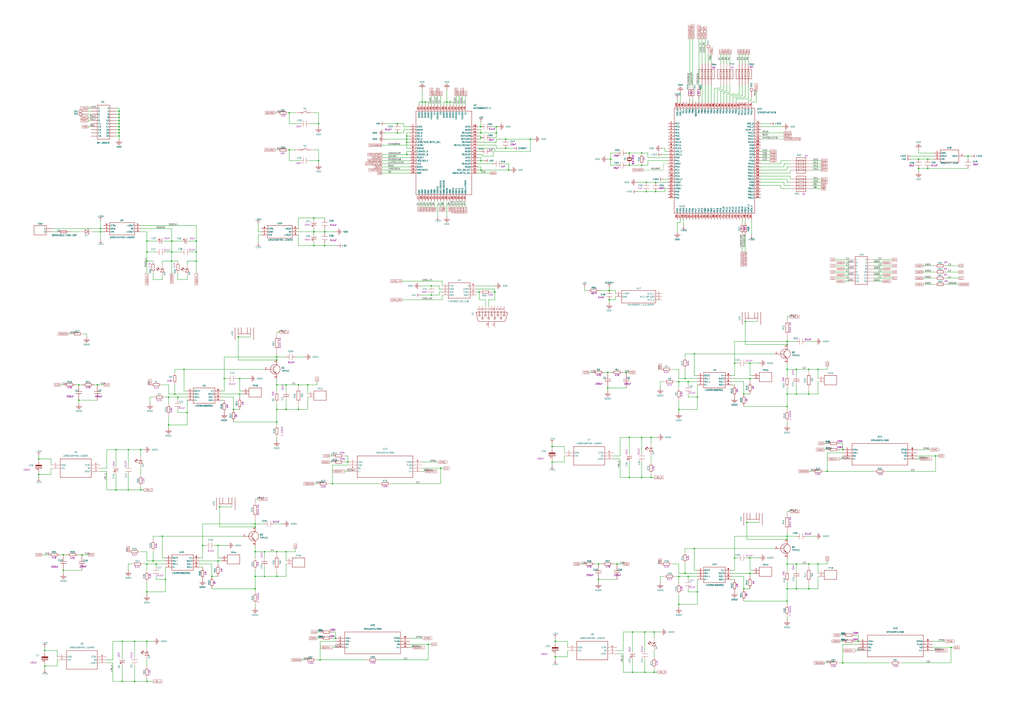
<source format=kicad_sch>
(kicad_sch (version 20211123) (generator eeschema)
  (paper "A1")
  (title_block (title "AL_CSA_Platform") (rev "V0"))
  (lib_symbols
    (symbol "STM32_Mini_Platform_V001_xx_Draft-altium-import:+24V" (power)
      (property "Reference" "#PWR" (at 0 0 0))
      (property "Value" "+24V" (at 0 3.81 0))
      (symbol "+24V_0_0"
        (pin power_in line (at 0 0 0) (length 0) hide (name "+24V") (number ""))
      )
    )
    (symbol "STM32_Mini_Platform_V001_xx_Draft-altium-import:+3V3" (power)
      (property "Reference" "#PWR" (at 0 0 0))
      (property "Value" "+3V3" (at 0 3.81 0))
      (symbol "+3V3_0_0"
        (pin power_in line (at 0 0 0) (length 0) hide (name "+3V3") (number ""))
      )
    )
    (symbol "STM32_Mini_Platform_V001_xx_Draft-altium-import:+5V" (power)
      (property "Reference" "#PWR" (at 0 0 0))
      (property "Value" "+5V" (at 0 3.81 0))
      (symbol "+5V_0_0"
        (pin power_in line (at 0 0 0) (length 0) hide (name "+5V") (number ""))
      )
    )
    (symbol "STM32_Mini_Platform_V001_xx_Draft-altium-import:-24V" (power)
      (property "Reference" "#PWR" (at 0 0 0))
      (property "Value" "-24V" (at 0 3.81 0))
      (symbol "-24V_0_0"
        (pin power_in line (at 0 0 0) (length 0) hide (name "-24V") (number ""))
      )
    )
    (symbol "STM32_Mini_Platform_V001_xx_Draft-altium-import:0_AD7606BSTZ-4"
      (property "Value" "0_AD7606BSTZ-4" (at 0 0 0))
      (symbol "0_AD7606BSTZ-4_1_0"
        (pin power_in line (at 0 0 0) (length 5.08) (name "AVCC") (number "1"))
        (pin passive line (at 0 -22.86 0) (length 5.08) (name "CONVST_B") (number "10"))
        (pin passive line (at 0 -25.4 0) (length 5.08) (name "RESET") (number "11"))
        (pin passive line (at 0 -27.94 0) (length 5.08) (name "\\R~{D}/SCLK") (number "12"))
        (pin passive line (at 0 -30.48 0) (length 5.08) (name "\\CS") (number "13"))
        (pin passive line (at 0 -33.02 0) (length 5.08) (name "BUSY") (number "14"))
        (pin passive line (at 0 -35.56 0) (length 5.08) (name "FRSTDATA") (number "15"))
        (pin passive line (at 0 -38.1 0) (length 5.08) (name "DB0") (number "16"))
        (pin passive line (at 7.62 -60.96 90) (length 5.08) (name "DB1") (number "17"))
        (pin passive line (at 10.16 -60.96 90) (length 5.08) (name "DB2") (number "18"))
        (pin passive line (at 12.7 -60.96 90) (length 5.08) (name "DB3") (number "19"))
        (pin passive line (at 0 -2.54 0) (length 5.08) (name "AGND") (number "2"))
        (pin passive line (at 15.24 -60.96 90) (length 5.08) (name "DB4") (number "20"))
        (pin passive line (at 17.78 -60.96 90) (length 5.08) (name "DB5") (number "21"))
        (pin passive line (at 20.32 -60.96 90) (length 5.08) (name "DB6") (number "22"))
        (pin passive line (at 22.86 -60.96 90) (length 5.08) (name "VDRIVE") (number "23"))
        (pin passive line (at 25.4 -60.96 90) (length 5.08) (name "DB7/DOUTA") (number "24"))
        (pin passive line (at 27.94 -60.96 90) (length 5.08) (name "DB8/DOUTB") (number "25"))
        (pin passive line (at 30.48 -60.96 90) (length 5.08) (name "AGND") (number "26"))
        (pin passive line (at 33.02 -60.96 90) (length 5.08) (name "DB9") (number "27"))
        (pin passive line (at 35.56 -60.96 90) (length 5.08) (name "DB10") (number "28"))
        (pin passive line (at 38.1 -60.96 90) (length 5.08) (name "DB11") (number "29"))
        (pin passive line (at 0 -5.08 0) (length 5.08) (name "OS_0") (number "3"))
        (pin passive line (at 40.64 -60.96 90) (length 5.08) (name "DB12") (number "30"))
        (pin passive line (at 43.18 -60.96 90) (length 5.08) (name "DB13") (number "31"))
        (pin passive line (at 45.72 -60.96 90) (length 5.08) (name "DB14/HBEN") (number "32"))
        (pin passive line (at 55.88 -38.1 180) (length 5.08) (name "DB15/BYTE_SEL") (number "33"))
        (pin passive line (at 55.88 -35.56 180) (length 5.08) (name "REF_SELECT") (number "34"))
        (pin passive line (at 55.88 -33.02 180) (length 5.08) (name "AGND") (number "35"))
        (pin passive line (at 55.88 -30.48 180) (length 5.08) (name "REGCAP") (number "36"))
        (pin power_in line (at 55.88 -27.94 180) (length 5.08) (name "AVCC") (number "37"))
        (pin power_in line (at 55.88 -25.4 180) (length 5.08) (name "AVCC") (number "38"))
        (pin passive line (at 55.88 -22.86 180) (length 5.08) (name "REGCAP") (number "39"))
        (pin passive line (at 0 -7.62 0) (length 5.08) (name "OS_1") (number "4"))
        (pin passive line (at 55.88 -20.32 180) (length 5.08) (name "AGND") (number "40"))
        (pin passive line (at 55.88 -17.78 180) (length 5.08) (name "AGND") (number "41"))
        (pin passive line (at 55.88 -15.24 180) (length 5.08) (name "REFIN/REFOUT") (number "42"))
        (pin passive line (at 55.88 -12.7 180) (length 5.08) (name "REFGND") (number "43"))
        (pin passive line (at 55.88 -10.16 180) (length 5.08) (name "REFCAPA") (number "44"))
        (pin passive line (at 55.88 -7.62 180) (length 5.08) (name "REFCAPB") (number "45"))
        (pin passive line (at 55.88 -5.08 180) (length 5.08) (name "REFGND") (number "46"))
        (pin passive line (at 55.88 -2.54 180) (length 5.08) (name "AGND") (number "47"))
        (pin power_in line (at 55.88 0 180) (length 5.08) (name "AVCC") (number "48"))
        (pin passive line (at 45.72 17.78 270) (length 5.08) (name "V1") (number "49"))
        (pin passive line (at 0 -10.16 0) (length 5.08) (name "OS_2") (number "5"))
        (pin passive line (at 43.18 17.78 270) (length 5.08) (name "V1GND") (number "50"))
        (pin passive line (at 40.64 17.78 270) (length 5.08) (name "V2") (number "51"))
        (pin passive line (at 38.1 17.78 270) (length 5.08) (name "V2GND") (number "52"))
        (pin passive line (at 35.56 17.78 270) (length 5.08) (name "AGND") (number "53"))
        (pin passive line (at 33.02 17.78 270) (length 5.08) (name "AGND") (number "54"))
        (pin passive line (at 30.48 17.78 270) (length 5.08) (name "AGND") (number "55"))
        (pin passive line (at 27.94 17.78 270) (length 5.08) (name "AGND") (number "56"))
        (pin passive line (at 25.4 17.78 270) (length 5.08) (name "V3") (number "57"))
        (pin passive line (at 22.86 17.78 270) (length 5.08) (name "V3GND") (number "58"))
        (pin passive line (at 20.32 17.78 270) (length 5.08) (name "V4") (number "59"))
        (pin passive line (at 0 -12.7 0) (length 5.08) (name "\\PA~{R}/SER/BYTE_SEL") (number "6"))
        (pin passive line (at 17.78 17.78 270) (length 5.08) (name "V4GND") (number "60"))
        (pin passive line (at 15.24 17.78 270) (length 5.08) (name "AGND") (number "61"))
        (pin passive line (at 12.7 17.78 270) (length 5.08) (name "AGND") (number "62"))
        (pin passive line (at 10.16 17.78 270) (length 5.08) (name "AGND") (number "63"))
        (pin passive line (at 7.62 17.78 270) (length 5.08) (name "AGND") (number "64"))
        (pin passive line (at 0 -15.24 0) (length 5.08) (name "\\STBY") (number "7"))
        (pin passive line (at 0 -17.78 0) (length 5.08) (name "RANGE") (number "8"))
        (pin passive line (at 0 -20.32 0) (length 5.08) (name "CONVST_A") (number "9"))
      )
    )
    (symbol "STM32_Mini_Platform_V001_xx_Draft-altium-import:0_AMS1117-3.3V"
      (property "Value" "0_AMS1117-3.3V" (at 0 0 0))
      (symbol "0_AMS1117-3.3V_1_0"
        (pin passive line (at -5.08 0 0) (length 5.08) (name "GND") (number "1"))
        (pin passive line (at -5.08 -2.54 0) (length 5.08) (name "VOUT") (number "2"))
        (pin passive line (at -5.08 -5.08 0) (length 5.08) (name "VIN") (number "3"))
        (pin passive line (at 20.32 -2.54 180) (length 5.08) (name "VOUT") (number "4"))
      )
    )
    (symbol "STM32_Mini_Platform_V001_xx_Draft-altium-import:0_BSMD1812-200-30V"
      (property "Value" "0_BSMD1812-200-30V" (at 0 0 0))
      (symbol "0_BSMD1812-200-30V_1_0"
        (pin passive line (at -5.08 0 0) (length 2.54) (name "1") (number "1"))
        (pin passive line (at 5.08 0 180) (length 2.54) (name "2") (number "2"))
      )
    )
    (symbol "STM32_Mini_Platform_V001_xx_Draft-altium-import:0_CAP_0603_100NF"
      (property "Value" "0_CAP_0603_100NF" (at 0 0 0))
      (symbol "0_CAP_0603_100NF_1_0"
        (pin passive line (at 0 -2.54 270) (length 2.54) (name "1") (number "1"))
        (pin passive line (at 0 -10.16 90) (length 2.54) (name "2") (number "2"))
      )
    )
    (symbol "STM32_Mini_Platform_V001_xx_Draft-altium-import:0_CAP_0603_10NF"
      (property "Value" "0_CAP_0603_10NF" (at 0 0 0))
      (symbol "0_CAP_0603_10NF_1_0"
        (pin passive line (at 0 -2.54 270) (length 2.54) (name "1") (number "1"))
        (pin passive line (at 0 -10.16 90) (length 2.54) (name "2") (number "2"))
      )
    )
    (symbol "STM32_Mini_Platform_V001_xx_Draft-altium-import:0_CAP_0603_10UF"
      (property "Value" "0_CAP_0603_10UF" (at 0 0 0))
      (symbol "0_CAP_0603_10UF_1_0"
        (pin passive line (at 0 -2.54 270) (length 2.54) (name "1") (number "1"))
        (pin passive line (at 0 -10.16 90) (length 2.54) (name "2") (number "2"))
      )
    )
    (symbol "STM32_Mini_Platform_V001_xx_Draft-altium-import:0_CAP_0603_1UF"
      (property "Value" "0_CAP_0603_1UF" (at 0 0 0))
      (symbol "0_CAP_0603_1UF_1_0"
        (pin passive line (at 0 -2.54 270) (length 2.54) (name "1") (number "1"))
        (pin passive line (at 0 -10.16 90) (length 2.54) (name "2") (number "2"))
      )
    )
    (symbol "STM32_Mini_Platform_V001_xx_Draft-altium-import:0_CAP_0603_2.2UF"
      (property "Value" "0_CAP_0603_2.2UF" (at 0 0 0))
      (symbol "0_CAP_0603_2.2UF_1_0"
        (pin passive line (at 0 -2.54 270) (length 2.54) (name "1") (number "1"))
        (pin passive line (at 0 -10.16 90) (length 2.54) (name "2") (number "2"))
      )
    )
    (symbol "STM32_Mini_Platform_V001_xx_Draft-altium-import:0_K2-1107ST-A4DW-06"
      (property "Value" "0_K2-1107ST-A4DW-06" (at 0 0 0))
      (symbol "0_K2-1107ST-A4DW-06_1_0"
        (pin passive line (at -7.62 0 0) (length 2.54) (name "1") (number "1"))
        (pin passive line (at 7.62 0 180) (length 2.54) (name "2") (number "2"))
      )
    )
    (symbol "STM32_Mini_Platform_V001_xx_Draft-altium-import:0_LM2904BQDRQ1"
      (property "Value" "0_LM2904BQDRQ1" (at 0 0 0))
      (symbol "0_LM2904BQDRQ1_1_0"
        (pin passive line (at 0 0 0) (length 5.08) (name "OUT1") (number "1"))
        (pin passive line (at 0 -2.54 0) (length 5.08) (name "IN1-") (number "2"))
        (pin passive line (at 0 -5.08 0) (length 5.08) (name "IN1+") (number "3"))
        (pin passive line (at 0 -7.62 0) (length 5.08) (name "V-") (number "4"))
        (pin passive line (at 27.94 -7.62 180) (length 5.08) (name "IN2+") (number "5"))
        (pin passive line (at 27.94 -5.08 180) (length 5.08) (name "IN2-") (number "6"))
        (pin passive line (at 27.94 -2.54 180) (length 5.08) (name "OUT2") (number "7"))
        (pin passive line (at 27.94 0 180) (length 5.08) (name "V+") (number "8"))
      )
    )
    (symbol "STM32_Mini_Platform_V001_xx_Draft-altium-import:0_OPA452FA{slash}500"
      (property "Value" "0_OPA452FA/500" (at 0 0 0))
      (symbol "0_OPA452FA{slash}500_1_0"
        (pin passive line (at 0 0 0) (length 7.62) (name "VIN+") (number "1"))
        (pin passive line (at 0 -2.54 0) (length 7.62) (name "VIN-") (number "2"))
        (pin passive line (at 0 -5.08 0) (length 7.62) (name "NC") (number "3"))
        (pin power_in line (at 0 -7.62 0) (length 7.62) (name "V-") (number "4"))
        (pin power_in line (at 60.96 -7.62 180) (length 7.62) (name "V+") (number "5"))
        (pin passive line (at 60.96 -5.08 180) (length 7.62) (name "VO") (number "6"))
        (pin passive line (at 60.96 -2.54 180) (length 7.62) (name "FLAG") (number "7"))
        (pin passive line (at 60.96 0 180) (length 7.62) (name "EPAD") (number "8"))
      )
    )
    (symbol "STM32_Mini_Platform_V001_xx_Draft-altium-import:0_RES_0603_0R"
      (property "Value" "0_RES_0603_0R" (at 0 0 0))
      (symbol "0_RES_0603_0R_1_0"
        (pin passive line (at -2.54 0 0) (length 2.54) (name "1") (number "1"))
        (pin passive line (at 7.62 0 180) (length 2.54) (name "2") (number "2"))
      )
    )
    (symbol "STM32_Mini_Platform_V001_xx_Draft-altium-import:0_RES_0603_10K"
      (property "Value" "0_RES_0603_10K" (at 0 0 0))
      (symbol "0_RES_0603_10K_1_0"
        (pin passive line (at -2.54 0 0) (length 2.54) (name "1") (number "1"))
        (pin passive line (at 7.62 0 180) (length 2.54) (name "2") (number "2"))
      )
    )
    (symbol "STM32_Mini_Platform_V001_xx_Draft-altium-import:0_RES_0603_120"
      (property "Value" "0_RES_0603_120" (at 0 0 0))
      (symbol "0_RES_0603_120_1_0"
        (pin passive line (at -2.54 0 0) (length 2.54) (name "1") (number "1"))
        (pin passive line (at 7.62 0 180) (length 2.54) (name "2") (number "2"))
      )
    )
    (symbol "STM32_Mini_Platform_V001_xx_Draft-altium-import:0_RES_0603_150K"
      (property "Value" "0_RES_0603_150K" (at 0 0 0))
      (symbol "0_RES_0603_150K_1_0"
        (pin passive line (at -2.54 0 0) (length 2.54) (name "1") (number "1"))
        (pin passive line (at 7.62 0 180) (length 2.54) (name "2") (number "2"))
      )
    )
    (symbol "STM32_Mini_Platform_V001_xx_Draft-altium-import:0_RES_0603_470"
      (property "Value" "0_RES_0603_470" (at 0 0 0))
      (symbol "0_RES_0603_470_1_0"
        (pin passive line (at -2.54 0 0) (length 2.54) (name "1") (number "1"))
        (pin passive line (at 7.62 0 180) (length 2.54) (name "2") (number "2"))
      )
    )
    (symbol "STM32_Mini_Platform_V001_xx_Draft-altium-import:0_RES_0603_487K"
      (property "Value" "0_RES_0603_487K" (at 0 0 0))
      (symbol "0_RES_0603_487K_1_0"
        (pin passive line (at -2.54 0 0) (length 2.54) (name "1") (number "1"))
        (pin passive line (at 7.62 0 180) (length 2.54) (name "2") (number "2"))
      )
    )
    (symbol "STM32_Mini_Platform_V001_xx_Draft-altium-import:0_RES_0603_5.1K"
      (property "Value" "0_RES_0603_5.1K" (at 0 0 0))
      (symbol "0_RES_0603_5.1K_1_0"
        (pin passive line (at -2.54 0 0) (length 2.54) (name "1") (number "1"))
        (pin passive line (at 7.62 0 180) (length 2.54) (name "2") (number "2"))
      )
    )
    (symbol "STM32_Mini_Platform_V001_xx_Draft-altium-import:0_STM32F407VGT6"
      (property "Value" "0_STM32F407VGT6" (at 0 0 0))
      (symbol "0_STM32F407VGT6_1_0"
        (pin passive line (at 0 0 0) (length 5.08) (name "PE2") (number "1"))
        (pin passive line (at 0 -22.86 0) (length 5.08) (name "VSS_1") (number "10"))
        (pin passive line (at 7.62 17.78 270) (length 5.08) (name "VDD_6") (number "100"))
        (pin passive line (at 0 -25.4 0) (length 5.08) (name "VDD_1") (number "11"))
        (pin passive line (at 0 -27.94 0) (length 5.08) (name "PH0") (number "12"))
        (pin passive line (at 0 -30.48 0) (length 5.08) (name "PH1") (number "13"))
        (pin passive line (at 0 -33.02 0) (length 5.08) (name "NRST") (number "14"))
        (pin passive line (at 0 -35.56 0) (length 5.08) (name "PC0") (number "15"))
        (pin passive line (at 0 -38.1 0) (length 5.08) (name "PC1") (number "16"))
        (pin passive line (at 0 -40.64 0) (length 5.08) (name "PC2") (number "17"))
        (pin passive line (at 0 -43.18 0) (length 5.08) (name "PC3") (number "18"))
        (pin passive line (at 0 -45.72 0) (length 5.08) (name "VDD_2") (number "19"))
        (pin passive line (at 0 -2.54 0) (length 5.08) (name "PE3") (number "2"))
        (pin passive line (at 0 -48.26 0) (length 5.08) (name "VSSA") (number "20"))
        (pin passive line (at 0 -50.8 0) (length 5.08) (name "VREF+") (number "21"))
        (pin passive line (at 0 -53.34 0) (length 5.08) (name "VDDA") (number "22"))
        (pin passive line (at 0 -55.88 0) (length 5.08) (name "PA0") (number "23"))
        (pin passive line (at 0 -58.42 0) (length 5.08) (name "PA1") (number "24"))
        (pin passive line (at 0 -60.96 0) (length 5.08) (name "PA2") (number "25"))
        (pin passive line (at 7.62 -78.74 90) (length 5.08) (name "PA3") (number "26"))
        (pin passive line (at 10.16 -78.74 90) (length 5.08) (name "VSS_2") (number "27"))
        (pin passive line (at 12.7 -78.74 90) (length 5.08) (name "VDD_3") (number "28"))
        (pin passive line (at 15.24 -78.74 90) (length 5.08) (name "PA4") (number "29"))
        (pin passive line (at 0 -5.08 0) (length 5.08) (name "PE4") (number "3"))
        (pin passive line (at 17.78 -78.74 90) (length 5.08) (name "PA5") (number "30"))
        (pin passive line (at 20.32 -78.74 90) (length 5.08) (name "PA6") (number "31"))
        (pin passive line (at 22.86 -78.74 90) (length 5.08) (name "PA7") (number "32"))
        (pin passive line (at 25.4 -78.74 90) (length 5.08) (name "PC4") (number "33"))
        (pin passive line (at 27.94 -78.74 90) (length 5.08) (name "PC5") (number "34"))
        (pin passive line (at 30.48 -78.74 90) (length 5.08) (name "PB0") (number "35"))
        (pin passive line (at 33.02 -78.74 90) (length 5.08) (name "PB1") (number "36"))
        (pin passive line (at 35.56 -78.74 90) (length 5.08) (name "PB2") (number "37"))
        (pin passive line (at 38.1 -78.74 90) (length 5.08) (name "PE7") (number "38"))
        (pin passive line (at 40.64 -78.74 90) (length 5.08) (name "PE8") (number "39"))
        (pin passive line (at 0 -7.62 0) (length 5.08) (name "PE5") (number "4"))
        (pin passive line (at 43.18 -78.74 90) (length 5.08) (name "PE9") (number "40"))
        (pin passive line (at 45.72 -78.74 90) (length 5.08) (name "PE10") (number "41"))
        (pin passive line (at 48.26 -78.74 90) (length 5.08) (name "PE11") (number "42"))
        (pin passive line (at 50.8 -78.74 90) (length 5.08) (name "PE12") (number "43"))
        (pin passive line (at 53.34 -78.74 90) (length 5.08) (name "PE13") (number "44"))
        (pin passive line (at 55.88 -78.74 90) (length 5.08) (name "PE14") (number "45"))
        (pin passive line (at 58.42 -78.74 90) (length 5.08) (name "PE15") (number "46"))
        (pin passive line (at 60.96 -78.74 90) (length 5.08) (name "PB10") (number "47"))
        (pin passive line (at 63.5 -78.74 90) (length 5.08) (name "PB11") (number "48"))
        (pin passive line (at 66.04 -78.74 90) (length 5.08) (name "VCAP_1") (number "49"))
        (pin passive line (at 0 -10.16 0) (length 5.08) (name "PE6") (number "5"))
        (pin passive line (at 68.58 -78.74 90) (length 5.08) (name "VDD_4") (number "50"))
        (pin passive line (at 76.2 -60.96 180) (length 5.08) (name "PB12") (number "51"))
        (pin passive line (at 76.2 -58.42 180) (length 5.08) (name "PB13") (number "52"))
        (pin passive line (at 76.2 -55.88 180) (length 5.08) (name "PB14") (number "53"))
        (pin passive line (at 76.2 -53.34 180) (length 5.08) (name "PB15") (number "54"))
        (pin passive line (at 76.2 -50.8 180) (length 5.08) (name "PD8") (number "55"))
        (pin passive line (at 76.2 -48.26 180) (length 5.08) (name "PD9") (number "56"))
        (pin passive line (at 76.2 -45.72 180) (length 5.08) (name "PD10") (number "57"))
        (pin passive line (at 76.2 -43.18 180) (length 5.08) (name "PD11") (number "58"))
        (pin passive line (at 76.2 -40.64 180) (length 5.08) (name "PD12") (number "59"))
        (pin passive line (at 0 -12.7 0) (length 5.08) (name "VBAT") (number "6"))
        (pin passive line (at 76.2 -38.1 180) (length 5.08) (name "PD13") (number "60"))
        (pin passive line (at 76.2 -35.56 180) (length 5.08) (name "PD14") (number "61"))
        (pin passive line (at 76.2 -33.02 180) (length 5.08) (name "PD15") (number "62"))
        (pin passive line (at 76.2 -30.48 180) (length 5.08) (name "PC6") (number "63"))
        (pin passive line (at 76.2 -27.94 180) (length 5.08) (name "PC7") (number "64"))
        (pin passive line (at 76.2 -25.4 180) (length 5.08) (name "PC8") (number "65"))
        (pin passive line (at 76.2 -22.86 180) (length 5.08) (name "PC9") (number "66"))
        (pin passive line (at 76.2 -20.32 180) (length 5.08) (name "PA8") (number "67"))
        (pin passive line (at 76.2 -17.78 180) (length 5.08) (name "PA9") (number "68"))
        (pin passive line (at 76.2 -15.24 180) (length 5.08) (name "PA10") (number "69"))
        (pin passive line (at 0 -15.24 0) (length 5.08) (name "PC13") (number "7"))
        (pin passive line (at 76.2 -12.7 180) (length 5.08) (name "PA11") (number "70"))
        (pin passive line (at 76.2 -10.16 180) (length 5.08) (name "PA12") (number "71"))
        (pin passive line (at 76.2 -7.62 180) (length 5.08) (name "PA13") (number "72"))
        (pin passive line (at 76.2 -5.08 180) (length 5.08) (name "VCAP_2") (number "73"))
        (pin passive line (at 76.2 -2.54 180) (length 5.08) (name "VSS_3") (number "74"))
        (pin passive line (at 76.2 0 180) (length 5.08) (name "VDD_5") (number "75"))
        (pin passive line (at 68.58 17.78 270) (length 5.08) (name "PA14") (number "76"))
        (pin passive line (at 66.04 17.78 270) (length 5.08) (name "PA15") (number "77"))
        (pin passive line (at 63.5 17.78 270) (length 5.08) (name "PC10") (number "78"))
        (pin passive line (at 60.96 17.78 270) (length 5.08) (name "PC11") (number "79"))
        (pin passive line (at 0 -17.78 0) (length 5.08) (name "PC14") (number "8"))
        (pin passive line (at 58.42 17.78 270) (length 5.08) (name "PC12") (number "80"))
        (pin passive line (at 55.88 17.78 270) (length 5.08) (name "PD0") (number "81"))
        (pin passive line (at 53.34 17.78 270) (length 5.08) (name "PD1") (number "82"))
        (pin passive line (at 50.8 17.78 270) (length 5.08) (name "PD2") (number "83"))
        (pin passive line (at 48.26 17.78 270) (length 5.08) (name "PD3") (number "84"))
        (pin passive line (at 45.72 17.78 270) (length 5.08) (name "PD4") (number "85"))
        (pin passive line (at 43.18 17.78 270) (length 5.08) (name "PD5") (number "86"))
        (pin passive line (at 40.64 17.78 270) (length 5.08) (name "PD6") (number "87"))
        (pin passive line (at 38.1 17.78 270) (length 5.08) (name "PD7") (number "88"))
        (pin passive line (at 35.56 17.78 270) (length 5.08) (name "PB3") (number "89"))
        (pin passive line (at 0 -20.32 0) (length 5.08) (name "PC15") (number "9"))
        (pin passive line (at 33.02 17.78 270) (length 5.08) (name "PB4") (number "90"))
        (pin passive line (at 30.48 17.78 270) (length 5.08) (name "PB5") (number "91"))
        (pin passive line (at 27.94 17.78 270) (length 5.08) (name "PB6") (number "92"))
        (pin passive line (at 25.4 17.78 270) (length 5.08) (name "PB7") (number "93"))
        (pin passive line (at 22.86 17.78 270) (length 5.08) (name "BOOT0") (number "94"))
        (pin passive line (at 20.32 17.78 270) (length 5.08) (name "PB8") (number "95"))
        (pin passive line (at 17.78 17.78 270) (length 5.08) (name "PB9") (number "96"))
        (pin passive line (at 15.24 17.78 270) (length 5.08) (name "PE0") (number "97"))
        (pin passive line (at 12.7 17.78 270) (length 5.08) (name "PE1") (number "98"))
        (pin passive line (at 10.16 17.78 270) (length 5.08) (name "VSS_4") (number "99"))
      )
    )
    (symbol "STM32_Mini_Platform_V001_xx_Draft-altium-import:0_T491D106K050AT"
      (property "Value" "0_T491D106K050AT" (at 0 0 0))
      (symbol "0_T491D106K050AT_1_0"
        (pin passive line (at 6.604 0 180) (length 2.54) (name "1") (number "1"))
        (pin passive line (at 0.508 0 0) (length 2.54) (name "2") (number "2"))
      )
    )
    (symbol "STM32_Mini_Platform_V001_xx_Draft-altium-import:0_TIP41C"
      (property "Value" "0_TIP41C" (at 0 0 0))
      (symbol "0_TIP41C_1_0"
        (pin passive line (at 0 0 0) (length 2.54) (name "B") (number "1"))
        (pin passive line (at 10.16 7.62 270) (length 2.54) (name "C") (number "2"))
        (pin passive line (at 10.16 -7.62 90) (length 2.54) (name "E") (number "3"))
      )
    )
    (symbol "STM32_Mini_Platform_V001_xx_Draft-altium-import:0_TJA1050T_CM_118"
      (property "Value" "0_TJA1050T_CM_118" (at 0 0 0))
      (symbol "0_TJA1050T_CM_118_1_0"
        (pin passive line (at 0 0 0) (length 5.08) (name "TXD") (number "1"))
        (pin passive line (at 0 -2.54 0) (length 5.08) (name "GND") (number "2"))
        (pin passive line (at 0 -5.08 0) (length 5.08) (name "VCC") (number "3"))
        (pin passive line (at 0 -7.62 0) (length 5.08) (name "RXD") (number "4"))
        (pin passive line (at 27.94 -7.62 180) (length 5.08) (name "VREF") (number "5"))
        (pin passive line (at 27.94 -5.08 180) (length 5.08) (name "CANL") (number "6"))
        (pin passive line (at 27.94 -2.54 180) (length 5.08) (name "CANH") (number "7"))
        (pin passive line (at 27.94 0 180) (length 5.08) (name "S") (number "8"))
      )
    )
    (symbol "STM32_Mini_Platform_V001_xx_Draft-altium-import:0_URB2409YMD-10WR3"
      (property "Value" "0_URB2409YMD-10WR3" (at 0 0 0))
      (symbol "0_URB2409YMD-10WR3_1_0"
        (pin passive line (at 0 0 0) (length 7.62) (name "GND") (number "1"))
        (pin power_in line (at 0 -2.54 0) (length 7.62) (name "VIN") (number "2"))
        (pin passive line (at 40.64 -5.08 180) (length 7.62) (name "_VOUT") (number "3"))
        (pin passive line (at 40.64 -2.54 180) (length 7.62) (name "0V") (number "5"))
        (pin passive line (at 40.64 0 180) (length 7.62) (name "CTRL") (number "6"))
      )
    )
    (symbol "STM32_Mini_Platform_V001_xx_Draft-altium-import:0_X6511WVS-02H-C60D48-R1"
      (property "Value" "0_X6511WVS-02H-C60D48-R1" (at 0 0 0))
      (symbol "0_X6511WVS-02H-C60D48-R1_1_0"
        (pin passive line (at 0 0 0) (length 5.08) (name "1") (number "1"))
        (pin passive line (at 0 -2.54 0) (length 5.08) (name "2") (number "2"))
      )
    )
    (symbol "STM32_Mini_Platform_V001_xx_Draft-altium-import:0_mirrored_39-28-8020"
      (property "Value" "0_mirrored_39-28-8020" (at 0 0 0))
      (symbol "0_mirrored_39-28-8020_1_0"
        (pin passive line (at 0 0 180) (length 5.08) (name "1") (number "1"))
        (pin passive line (at 0 -2.54 180) (length 5.08) (name "2") (number "2"))
      )
    )
    (symbol "STM32_Mini_Platform_V001_xx_Draft-altium-import:0_mirrored_LM4030AMF-2.5_NOPB"
      (property "Value" "0_mirrored_LM4030AMF-2.5_NOPB" (at 0 0 0))
      (symbol "0_mirrored_LM4030AMF-2.5_NOPB_1_0"
        (pin passive line (at 0 0 180) (length 5.08) (name "N/C_1") (number "1"))
        (pin passive line (at 0 -2.54 180) (length 5.08) (name "N/C_OR_GND") (number "2"))
        (pin passive line (at 0 -5.08 180) (length 5.08) (name "N/C_2") (number "3"))
        (pin passive line (at -38.1 0 0) (length 5.08) (name "+VREF") (number "4"))
        (pin passive line (at -38.1 -2.54 0) (length 5.08) (name "GND") (number "5"))
      )
    )
    (symbol "STM32_Mini_Platform_V001_xx_Draft-altium-import:0_mirrored_TP"
      (property "Value" "0_mirrored_TP" (at 0 0 0))
      (symbol "0_mirrored_TP_1_0"
        (pin passive line (at 5.08 0 180) (length 5.08) (name "1") (number "1"))
      )
    )
    (symbol "STM32_Mini_Platform_V001_xx_Draft-altium-import:0_mirrored_YC124-FR-0733RL"
      (property "Value" "0_mirrored_YC124-FR-0733RL" (at 0 0 0))
      (symbol "0_mirrored_YC124-FR-0733RL_1_0"
        (pin passive line (at 3.81 -8.89 90) (length 5.08) (name "1") (number "1"))
        (pin passive line (at 1.27 -8.89 90) (length 5.08) (name "2") (number "2"))
        (pin passive line (at -1.27 -8.89 90) (length 5.08) (name "3") (number "3"))
        (pin passive line (at -3.81 -8.89 90) (length 5.08) (name "4") (number "4"))
        (pin passive line (at -3.81 8.89 270) (length 5.08) (name "5") (number "5"))
        (pin passive line (at -1.27 8.89 270) (length 5.08) (name "6") (number "6"))
        (pin passive line (at 1.27 8.89 270) (length 5.08) (name "7") (number "7"))
        (pin passive line (at 3.81 8.89 270) (length 5.08) (name "8") (number "8"))
      )
    )
    (symbol "STM32_Mini_Platform_V001_xx_Draft-altium-import:1_19-217{slash}R6C-AL1M2VY{slash}3T"
      (property "Value" "1_19-217/R6C-AL1M2VY/3T" (at 0 0 0))
      (symbol "1_19-217{slash}R6C-AL1M2VY{slash}3T_1_0"
        (pin passive line (at 1.27 -5.08 90) (length 3.81) (name "A") (number "1"))
        (pin passive line (at 1.27 5.08 270) (length 3.81) (name "C") (number "2"))
      )
    )
    (symbol "STM32_Mini_Platform_V001_xx_Draft-altium-import:1_23.5X16X25"
      (property "Value" "1_23.5X16X25" (at 0 0 0))
      (symbol "1_23.5X16X25_1_0"
        (pin passive line (at -5.08 -2.54 90) (length 2.54) (name "1") (number "1"))
        (pin passive line (at 5.08 -2.54 90) (length 2.54) (name "2") (number "2"))
      )
    )
    (symbol "STM32_Mini_Platform_V001_xx_Draft-altium-import:1_50TZV100M8X10.5"
      (property "Value" "1_50TZV100M8X10.5" (at 0 0 0))
      (symbol "1_50TZV100M8X10.5_1_0"
        (pin passive line (at 0 0 90) (length 2.54) (name "+") (number "1"))
        (pin passive line (at 0 12.7 270) (length 2.54) (name "-") (number "2"))
      )
    )
    (symbol "STM32_Mini_Platform_V001_xx_Draft-altium-import:1_ABLS-8.000MHZ-K4T"
      (property "Value" "1_ABLS-8.000MHZ-K4T" (at 0 0 0))
      (symbol "1_ABLS-8.000MHZ-K4T_1_0"
        (pin passive line (at 0 -5.08 90) (length 2.54) (name "OSC1") (number "1"))
        (pin passive line (at 0 5.08 270) (length 2.54) (name "OSC2") (number "2"))
      )
    )
    (symbol "STM32_Mini_Platform_V001_xx_Draft-altium-import:1_CAP_0603_100NF"
      (property "Value" "1_CAP_0603_100NF" (at 0 0 0))
      (symbol "1_CAP_0603_100NF_1_0"
        (pin passive line (at 2.54 0 0) (length 2.54) (name "1") (number "1"))
        (pin passive line (at 10.16 0 180) (length 2.54) (name "2") (number "2"))
      )
    )
    (symbol "STM32_Mini_Platform_V001_xx_Draft-altium-import:1_CAP_0603_10NF"
      (property "Value" "1_CAP_0603_10NF" (at 0 0 0))
      (symbol "1_CAP_0603_10NF_1_0"
        (pin passive line (at 2.54 0 0) (length 2.54) (name "1") (number "1"))
        (pin passive line (at 10.16 0 180) (length 2.54) (name "2") (number "2"))
      )
    )
    (symbol "STM32_Mini_Platform_V001_xx_Draft-altium-import:1_CAP_0603_10UF"
      (property "Value" "1_CAP_0603_10UF" (at 0 0 0))
      (symbol "1_CAP_0603_10UF_1_0"
        (pin passive line (at 2.54 0 0) (length 2.54) (name "1") (number "1"))
        (pin passive line (at 10.16 0 180) (length 2.54) (name "2") (number "2"))
      )
    )
    (symbol "STM32_Mini_Platform_V001_xx_Draft-altium-import:1_CAP_0603_16PF"
      (property "Value" "1_CAP_0603_16PF" (at 0 0 0))
      (symbol "1_CAP_0603_16PF_1_0"
        (pin passive line (at 2.54 0 0) (length 2.54) (name "1") (number "1"))
        (pin passive line (at 10.16 0 180) (length 2.54) (name "2") (number "2"))
      )
    )
    (symbol "STM32_Mini_Platform_V001_xx_Draft-altium-import:1_CAP_0603_1UF"
      (property "Value" "1_CAP_0603_1UF" (at 0 0 0))
      (symbol "1_CAP_0603_1UF_1_0"
        (pin passive line (at 2.54 0 0) (length 2.54) (name "1") (number "1"))
        (pin passive line (at 10.16 0 180) (length 2.54) (name "2") (number "2"))
      )
    )
    (symbol "STM32_Mini_Platform_V001_xx_Draft-altium-import:1_CAP_1206_220UF"
      (property "Value" "1_CAP_1206_220UF" (at 0 0 0))
      (symbol "1_CAP_1206_220UF_1_0"
        (pin passive line (at 0 0 90) (length 5.08) (name "1") (number "1"))
        (pin passive line (at 0 12.7 270) (length 5.08) (name "2") (number "2"))
      )
    )
    (symbol "STM32_Mini_Platform_V001_xx_Draft-altium-import:1_CAP_1210_22UF"
      (property "Value" "1_CAP_1210_22UF" (at 0 0 0))
      (symbol "1_CAP_1210_22UF_1_0"
        (pin passive line (at 0 2.54 90) (length 2.54) (name "1") (number "1"))
        (pin passive line (at 0 10.16 270) (length 2.54) (name "2") (number "2"))
      )
    )
    (symbol "STM32_Mini_Platform_V001_xx_Draft-altium-import:1_RES_0603_1.5K"
      (property "Value" "1_RES_0603_1.5K" (at 0 0 0))
      (symbol "1_RES_0603_1.5K_1_0"
        (pin passive line (at 0 -2.54 90) (length 2.54) (name "1") (number "1"))
        (pin passive line (at 0 7.62 270) (length 2.54) (name "2") (number "2"))
      )
    )
    (symbol "STM32_Mini_Platform_V001_xx_Draft-altium-import:1_RES_0603_1M"
      (property "Value" "1_RES_0603_1M" (at 0 0 0))
      (symbol "1_RES_0603_1M_1_0"
        (pin passive line (at 0 -2.54 90) (length 2.54) (name "1") (number "1"))
        (pin passive line (at 0 7.62 270) (length 2.54) (name "2") (number "2"))
      )
    )
    (symbol "STM32_Mini_Platform_V001_xx_Draft-altium-import:1_RES_0603_2K"
      (property "Value" "1_RES_0603_2K" (at 0 0 0))
      (symbol "1_RES_0603_2K_1_0"
        (pin passive line (at 0 -2.54 90) (length 2.54) (name "1") (number "1"))
        (pin passive line (at 0 7.62 270) (length 2.54) (name "2") (number "2"))
      )
    )
    (symbol "STM32_Mini_Platform_V001_xx_Draft-altium-import:1_RES_0603_33"
      (property "Value" "1_RES_0603_33" (at 0 0 0))
      (symbol "1_RES_0603_33_1_0"
        (pin passive line (at 0 -2.54 90) (length 2.54) (name "1") (number "1"))
        (pin passive line (at 0 7.62 270) (length 2.54) (name "2") (number "2"))
      )
    )
    (symbol "STM32_Mini_Platform_V001_xx_Draft-altium-import:1_RES_0603_4.7K"
      (property "Value" "1_RES_0603_4.7K" (at 0 0 0))
      (symbol "1_RES_0603_4.7K_1_0"
        (pin passive line (at 0 -2.54 90) (length 2.54) (name "1") (number "1"))
        (pin passive line (at 0 7.62 270) (length 2.54) (name "2") (number "2"))
      )
    )
    (symbol "STM32_Mini_Platform_V001_xx_Draft-altium-import:1_RES_1210_6.8K"
      (property "Value" "1_RES_1210_6.8K" (at 0 0 0))
      (symbol "1_RES_1210_6.8K_1_0"
        (pin passive line (at 0 -2.54 90) (length 2.54) (name "1") (number "1"))
        (pin passive line (at 0 7.62 270) (length 2.54) (name "2") (number "2"))
      )
    )
    (symbol "STM32_Mini_Platform_V001_xx_Draft-altium-import:1_RES_2512_0.001"
      (property "Value" "1_RES_2512_0.001" (at 0 0 0))
      (symbol "1_RES_2512_0.001_1_0"
        (pin passive line (at 0 -2.54 90) (length 2.54) (name "1") (number "1"))
        (pin passive line (at 0 7.62 270) (length 2.54) (name "2") (number "2"))
      )
    )
    (symbol "STM32_Mini_Platform_V001_xx_Draft-altium-import:1_RES_2512_200"
      (property "Value" "1_RES_2512_200" (at 0 0 0))
      (symbol "1_RES_2512_200_1_0"
        (pin passive line (at 0 -2.54 90) (length 2.54) (name "1") (number "1"))
        (pin passive line (at 0 7.62 270) (length 2.54) (name "2") (number "2"))
      )
    )
    (symbol "STM32_Mini_Platform_V001_xx_Draft-altium-import:1_RX27-5"
      (property "Value" "1_RX27-5" (at 0 0 0))
      (symbol "1_RX27-5_1_0"
        (pin passive line (at 0 0 90) (length 5.08) (name "1") (number "1"))
        (pin passive line (at 0 17.78 270) (length 5.08) (name "2") (number "2"))
      )
    )
    (symbol "STM32_Mini_Platform_V001_xx_Draft-altium-import:1_T491D106K050AT"
      (property "Value" "1_T491D106K050AT" (at 0 0 0))
      (symbol "1_T491D106K050AT_1_0"
        (pin passive line (at 0 6.604 270) (length 2.54) (name "1") (number "1"))
        (pin passive line (at 0 0.508 90) (length 2.54) (name "2") (number "2"))
      )
    )
    (symbol "STM32_Mini_Platform_V001_xx_Draft-altium-import:1_TBD"
      (property "Value" "1_TBD" (at 0 0 0))
      (symbol "1_TBD_1_0"
        (pin passive line (at 0 0 90) (length 5.08) (name "1") (number "1"))
        (pin passive line (at 0 17.78 270) (length 5.08) (name "2") (number "2"))
      )
    )
    (symbol "STM32_Mini_Platform_V001_xx_Draft-altium-import:1_TP"
      (property "Value" "1_TP" (at 0 0 0))
      (symbol "1_TP_1_0"
        (pin passive line (at 0 -5.08 90) (length 5.08) (name "1") (number "1"))
      )
    )
    (symbol "STM32_Mini_Platform_V001_xx_Draft-altium-import:1_mirrored_RES_0603_33"
      (property "Value" "1_mirrored_RES_0603_33" (at 0 0 0))
      (symbol "1_mirrored_RES_0603_33_1_0"
        (pin passive line (at 0 -2.54 90) (length 2.54) (name "1") (number "1"))
        (pin passive line (at 0 7.62 270) (length 2.54) (name "2") (number "2"))
      )
    )
    (symbol "STM32_Mini_Platform_V001_xx_Draft-altium-import:1_mirrored_YC124-FR-0733RL"
      (property "Value" "1_mirrored_YC124-FR-0733RL" (at 0 0 0))
      (symbol "1_mirrored_YC124-FR-0733RL_1_0"
        (pin passive line (at -8.89 -3.81 0) (length 5.08) (name "1") (number "1"))
        (pin passive line (at -8.89 -1.27 0) (length 5.08) (name "2") (number "2"))
        (pin passive line (at -8.89 1.27 0) (length 5.08) (name "3") (number "3"))
        (pin passive line (at -8.89 3.81 0) (length 5.08) (name "4") (number "4"))
        (pin passive line (at 8.89 3.81 180) (length 5.08) (name "5") (number "5"))
        (pin passive line (at 8.89 1.27 180) (length 5.08) (name "6") (number "6"))
        (pin passive line (at 8.89 -1.27 180) (length 5.08) (name "7") (number "7"))
        (pin passive line (at 8.89 -3.81 180) (length 5.08) (name "8") (number "8"))
      )
    )
    (symbol "STM32_Mini_Platform_V001_xx_Draft-altium-import:2V5REF" (power)
      (property "Reference" "#PWR" (at 0 0 0))
      (property "Value" "2V5REF" (at 0 3.81 0))
      (symbol "2V5REF_0_0"
        (pin power_in line (at 0 0 0) (length 0) hide (name "2V5REF") (number ""))
      )
    )
    (symbol "STM32_Mini_Platform_V001_xx_Draft-altium-import:2_CAP_0603_100NF"
      (property "Value" "2_CAP_0603_100NF" (at 0 0 0))
      (symbol "2_CAP_0603_100NF_1_0"
        (pin passive line (at 0 2.54 90) (length 2.54) (name "1") (number "1"))
        (pin passive line (at 0 10.16 270) (length 2.54) (name "2") (number "2"))
      )
    )
    (symbol "STM32_Mini_Platform_V001_xx_Draft-altium-import:2_DSS24"
      (property "Value" "2_DSS24" (at 0 0 0))
      (symbol "2_DSS24_1_0"
        (pin passive line (at 5.08 0 180) (length 3.81) (name "C") (number "1"))
        (pin passive line (at -5.08 0 0) (length 3.81) (name "A") (number "2"))
      )
    )
    (symbol "STM32_Mini_Platform_V001_xx_Draft-altium-import:2_TP"
      (property "Value" "2_TP" (at 0 0 0))
      (symbol "2_TP_1_0"
        (pin passive line (at 5.08 0 180) (length 5.08) (name "1") (number "1"))
      )
    )
    (symbol "STM32_Mini_Platform_V001_xx_Draft-altium-import:2_URA2405YMD-10WR3"
      (property "Value" "2_URA2405YMD-10WR3" (at 0 0 0))
      (symbol "2_URA2405YMD-10WR3_1_0"
        (pin passive line (at -30.48 2.54 0) (length 5.08) (name "GND") (number "1"))
        (pin passive line (at -30.48 0 0) (length 5.08) (name "VIN") (number "2"))
        (pin passive line (at 0 0 180) (length 5.08) (name "+VOUT") (number "3"))
        (pin passive line (at 0 2.54 180) (length 5.08) (name "0V") (number "4"))
        (pin passive line (at 0 5.08 180) (length 5.08) (name "-VOUT") (number "5"))
        (pin passive line (at -30.48 5.08 0) (length 5.08) (name "CTRL") (number "6"))
      )
    )
    (symbol "STM32_Mini_Platform_V001_xx_Draft-altium-import:2_URA2424YMD-10WR3"
      (property "Value" "2_URA2424YMD-10WR3" (at 0 0 0))
      (symbol "2_URA2424YMD-10WR3_1_0"
        (pin passive line (at -30.48 2.54 0) (length 5.08) (name "GND") (number "1"))
        (pin passive line (at -30.48 0 0) (length 5.08) (name "VIN") (number "2"))
        (pin passive line (at 0 0 180) (length 5.08) (name "+VOUT") (number "3"))
        (pin passive line (at 0 2.54 180) (length 5.08) (name "0V") (number "4"))
        (pin passive line (at 0 5.08 180) (length 5.08) (name "-VOUT") (number "5"))
        (pin passive line (at -30.48 5.08 0) (length 5.08) (name "CTRL") (number "6"))
      )
    )
    (symbol "STM32_Mini_Platform_V001_xx_Draft-altium-import:3_BH-00019"
      (property "Value" "3_BH-00019" (at 0 0 0))
      (symbol "3_BH-00019_1_0"
        (pin passive line (at -10.16 11.43 0) (length 5.08) (name "1") (number "1"))
        (pin passive line (at 10.16 1.27 180) (length 5.08) (name "10") (number "10"))
        (pin passive line (at -10.16 -1.27 0) (length 5.08) (name "11") (number "11"))
        (pin passive line (at 10.16 -1.27 180) (length 5.08) (name "12") (number "12"))
        (pin passive line (at -10.16 -3.81 0) (length 5.08) (name "13") (number "13"))
        (pin passive line (at 10.16 -3.81 180) (length 5.08) (name "14") (number "14"))
        (pin passive line (at -10.16 -6.35 0) (length 5.08) (name "15") (number "15"))
        (pin passive line (at 10.16 -6.35 180) (length 5.08) (name "16") (number "16"))
        (pin passive line (at -10.16 -8.89 0) (length 5.08) (name "17") (number "17"))
        (pin passive line (at 10.16 -8.89 180) (length 5.08) (name "18") (number "18"))
        (pin passive line (at -10.16 -11.43 0) (length 5.08) (name "19") (number "19"))
        (pin passive line (at 10.16 11.43 180) (length 5.08) (name "2") (number "2"))
        (pin passive line (at 10.16 -11.43 180) (length 5.08) (name "20") (number "20"))
        (pin passive line (at -10.16 8.89 0) (length 5.08) (name "3") (number "3"))
        (pin passive line (at 10.16 8.89 180) (length 5.08) (name "4") (number "4"))
        (pin passive line (at -10.16 6.35 0) (length 5.08) (name "5") (number "5"))
        (pin passive line (at 10.16 6.35 180) (length 5.08) (name "6") (number "6"))
        (pin passive line (at -10.16 3.81 0) (length 5.08) (name "7") (number "7"))
        (pin passive line (at 10.16 3.81 180) (length 5.08) (name "8") (number "8"))
        (pin passive line (at -10.16 1.27 0) (length 5.08) (name "9") (number "9"))
      )
    )
    (symbol "STM32_Mini_Platform_V001_xx_Draft-altium-import:3_RES_0603_1M"
      (property "Value" "3_RES_0603_1M" (at 0 0 0))
      (symbol "3_RES_0603_1M_1_0"
        (pin passive line (at 0 2.54 270) (length 2.54) (name "1") (number "1"))
        (pin passive line (at 0 -7.62 90) (length 2.54) (name "2") (number "2"))
      )
    )
    (symbol "STM32_Mini_Platform_V001_xx_Draft-altium-import:3_Z-S230321016M2BLT1"
      (property "Value" "3_Z-S230321016M2BLT1" (at 0 0 0))
      (symbol "3_Z-S230321016M2BLT1_1_0"
        (pin passive line (at -10.16 8.89 0) (length 5.08) (name "1") (number "1"))
        (pin passive line (at 10.16 -1.27 180) (length 5.08) (name "10") (number "10"))
        (pin passive line (at -10.16 -3.81 0) (length 5.08) (name "11") (number "11"))
        (pin passive line (at 10.16 -3.81 180) (length 5.08) (name "12") (number "12"))
        (pin passive line (at -10.16 -6.35 0) (length 5.08) (name "13") (number "13"))
        (pin passive line (at 10.16 -6.35 180) (length 5.08) (name "14") (number "14"))
        (pin passive line (at -10.16 -8.89 0) (length 5.08) (name "15") (number "15"))
        (pin passive line (at 10.16 -8.89 180) (length 5.08) (name "16") (number "16"))
        (pin passive line (at 10.16 8.89 180) (length 5.08) (name "2") (number "2"))
        (pin passive line (at -10.16 6.35 0) (length 5.08) (name "3") (number "3"))
        (pin passive line (at 10.16 6.35 180) (length 5.08) (name "4") (number "4"))
        (pin passive line (at -10.16 3.81 0) (length 5.08) (name "5") (number "5"))
        (pin passive line (at 10.16 3.81 180) (length 5.08) (name "6") (number "6"))
        (pin passive line (at -10.16 1.27 0) (length 5.08) (name "7") (number "7"))
        (pin passive line (at 10.16 1.27 180) (length 5.08) (name "8") (number "8"))
        (pin passive line (at -10.16 -1.27 0) (length 5.08) (name "9") (number "9"))
      )
    )
    (symbol "STM32_Mini_Platform_V001_xx_Draft-altium-import:3_mirrored_D-DMR009PF-D002"
      (property "Value" "3_mirrored_D-DMR009PF-D002" (at 0 0 0))
      (symbol "3_mirrored_D-DMR009PF-D002_1_0"
        (pin passive line (at -10.16 8.89 270) (length 5.08) (name "1") (number "1"))
        (pin passive line (at -2.54 -8.89 90) (length 5.08) (name "MH1") (number "10"))
        (pin passive line (at 2.54 -8.89 90) (length 5.08) (name "MH2") (number "11"))
        (pin passive line (at -5.08 8.89 270) (length 5.08) (name "2") (number "2"))
        (pin passive line (at 0 8.89 270) (length 5.08) (name "3") (number "3"))
        (pin passive line (at 5.08 8.89 270) (length 5.08) (name "4") (number "4"))
        (pin passive line (at 10.16 8.89 270) (length 5.08) (name "5") (number "5"))
        (pin passive line (at -7.62 8.89 270) (length 5.08) (name "6") (number "6"))
        (pin passive line (at -2.54 8.89 270) (length 5.08) (name "7") (number "7"))
        (pin passive line (at 2.54 8.89 270) (length 5.08) (name "8") (number "8"))
        (pin passive line (at 7.62 8.89 270) (length 5.08) (name "9") (number "9"))
      )
    )
    (symbol "STM32_Mini_Platform_V001_xx_Draft-altium-import:GND" (power)
      (property "Reference" "#PWR" (at 0 0 0))
      (property "Value" "GND" (at 0 6.35 0))
      (symbol "GND_0_0"
        (pin power_in line (at 0 0 0) (length 0) hide (name "GND") (number ""))
      )
    )
    (symbol "STM32_Mini_Platform_V001_xx_Draft-altium-import:GND1" (power)
      (property "Reference" "#PWR" (at 0 0 0))
      (property "Value" "GND1" (at 0 6.35 0))
      (symbol "GND1_0_0"
        (pin power_in line (at 0 0 0) (length 0) hide (name "GND1") (number ""))
      )
    )
    (symbol "STM32_Mini_Platform_V001_xx_Draft-altium-import:GND2" (power)
      (property "Reference" "#PWR" (at 0 0 0))
      (property "Value" "GND2" (at 0 6.35 0))
      (symbol "GND2_0_0"
        (pin power_in line (at 0 0 0) (length 0) hide (name "GND2") (number ""))
      )
    )
    (symbol "STM32_Mini_Platform_V001_xx_Draft-altium-import:GND3" (power)
      (property "Reference" "#PWR" (at 0 0 0))
      (property "Value" "GND3" (at 0 6.35 0))
      (symbol "GND3_0_0"
        (pin power_in line (at 0 0 0) (length 0) hide (name "GND3") (number ""))
      )
    )
    (symbol "STM32_Mini_Platform_V001_xx_Draft-altium-import:GND4" (power)
      (property "Reference" "#PWR" (at 0 0 0))
      (property "Value" "GND4" (at 0 6.35 0))
      (symbol "GND4_0_0"
        (pin power_in line (at 0 0 0) (length 0) hide (name "GND4") (number ""))
      )
    )
    (symbol "STM32_Mini_Platform_V001_xx_Draft-altium-import:SGND" (power)
      (property "Reference" "#PWR" (at 0 0 0))
      (property "Value" "SGND" (at 0 6.35 0))
      (symbol "SGND_0_0"
        (pin power_in line (at 0 0 0) (length 0) hide (name "SGND") (number ""))
      )
    )
  )
  (junction (at 603.25 298.45))
  (junction (at 646.43 280.67))
  (junction (at 95.25 369.57))
  (junction (at 500.38 238.76))
  (junction (at 570.23 450.85))
  (junction (at 646.43 334.01))
  (junction (at 557.53 336.55))
  (junction (at 534.67 392.43))
  (junction (at 557.53 313.69))
  (junction (at 257.81 201.93))
  (junction (at 704.85 527.05))
  (junction (at 110.49 527.05))
  (junction (at 537.21 552.45))
  (junction (at 646.43 483.87))
  (junction (at 97.79 99.06))
  (junction (at 534.67 359.41))
  (junction (at 671.83 303.53))
  (junction (at 234.95 316.23))
  (junction (at 261.62 132.08))
  (junction (at 557.53 496.57))
  (junction (at 762 138.43))
  (junction (at 565.15 313.69))
  (junction (at 209.55 473.71))
  (junction (at 97.79 106.68))
  (junction (at 161.29 207.01))
  (junction (at 146.05 326.39))
  (junction (at 273.05 397.51))
  (junction (at 110.49 560.07))
  (junction (at 679.45 387.35))
  (junction (at 184.15 311.15))
  (junction (at 153.67 339.09))
  (junction (at 133.35 440.69))
  (junction (at 64.77 316.23))
  (junction (at 768.35 374.65))
  (junction (at 67.31 455.93))
  (junction (at 97.79 101.6))
  (junction (at 217.17 453.39))
  (junction (at 326.39 109.22))
  (junction (at 138.43 326.39))
  (junction (at 361.95 384.81))
  (junction (at 227.33 453.39))
  (junction (at 415.29 114.3))
  (junction (at 143.51 323.85))
  (junction (at 538.48 157.48))
  (junction (at 82.55 190.5))
  (junction (at 393.7 240.03))
  (junction (at 435.61 114.3))
  (junction (at 354.33 234.95))
  (junction (at 394.97 132.08))
  (junction (at 453.39 367.03))
  (junction (at 664.21 323.85))
  (junction (at 612.14 264.16))
  (junction (at 252.73 316.23))
  (junction (at 519.43 519.43))
  (junction (at 406.4 240.03))
  (junction (at 97.79 104.14))
  (junction (at 196.85 323.85))
  (junction (at 610.87 483.87))
  (junction (at 527.05 392.43))
  (junction (at 82.55 187.96))
  (junction (at 80.01 316.23))
  (junction (at 105.41 369.57))
  (junction (at 499.11 318.77))
  (junction (at 527.05 125.73))
  (junction (at 351.79 529.59))
  (junction (at 334.01 114.3))
  (junction (at 161.29 214.63))
  (junction (at 234.95 453.39))
  (junction (at 500.38 246.38))
  (junction (at 530.86 157.48))
  (junction (at 572.77 326.39))
  (junction (at 245.11 336.55))
  (junction (at 191.77 336.55))
  (junction (at 209.55 483.87))
  (junction (at 499.11 306.07))
  (junction (at 646.43 494.03))
  (junction (at 646.43 283.21))
  (junction (at 52.07 468.63))
  (junction (at 97.79 93.98))
  (junction (at 209.55 453.39))
  (junction (at 557.53 473.71))
  (junction (at 120.65 527.05))
  (junction (at 646.43 463.55))
  (junction (at 570.23 290.83))
  (junction (at 692.15 544.83))
  (junction (at 664.21 483.87))
  (junction (at 97.79 111.76))
  (junction (at 64.77 328.93))
  (junction (at 262.89 542.29))
  (junction (at 245.11 316.23))
  (junction (at 97.79 96.52))
  (junction (at 394.97 113.03))
  (junction (at 646.43 323.85))
  (junction (at 257.81 190.5))
  (junction (at 115.57 402.59))
  (junction (at 257.81 179.07))
  (junction (at 407.67 104.14))
  (junction (at 217.17 473.71))
  (junction (at 52.07 455.93))
  (junction (at 516.89 125.73))
  (junction (at 754.38 138.43))
  (junction (at 237.49 92.71))
  (junction (at 105.41 402.59))
  (junction (at 266.7 190.5))
  (junction (at 138.43 349.25))
  (junction (at 234.95 336.55))
  (junction (at 527.05 135.89))
  (junction (at 227.33 346.71))
  (junction (at 275.59 524.51))
  (junction (at 491.49 463.55))
  (junction (at 664.21 303.53))
  (junction (at 671.83 463.55))
  (junction (at 516.89 359.41))
  (junction (at 394.97 139.7))
  (junction (at 120.65 463.55))
  (junction (at 120.65 486.41))
  (junction (at 754.38 130.81))
  (junction (at 654.05 463.55))
  (junction (at 227.33 295.91))
  (junction (at 354.33 242.57))
  (junction (at 537.21 519.43))
  (junction (at 140.97 207.01))
  (junction (at 100.33 527.05))
  (junction (at 100.33 560.07))
  (junction (at 415.29 121.92))
  (junction (at 227.33 316.23))
  (junction (at 781.05 532.13))
  (junction (at 125.73 461.01))
  (junction (at 173.99 473.71))
  (junction (at 209.55 430.53))
  (junction (at 394.97 104.14))
  (junction (at 516.89 392.43))
  (junction (at 95.25 402.59))
  (junction (at 179.07 448.31))
  (junction (at 795.02 128.27))
  (junction (at 334.01 127))
  (junction (at 562.61 471.17))
  (junction (at 506.73 463.55))
  (junction (at 369.57 83.82))
  (junction (at 120.65 214.63))
  (junction (at 166.37 448.31))
  (junction (at 615.95 471.17))
  (junction (at 346.71 83.82))
  (junction (at 646.43 440.69))
  (junction (at 654.05 303.53))
  (junction (at 266.7 201.93))
  (junction (at 654.05 483.87))
  (junction (at 491.49 476.25))
  (junction (at 36.83 534.67))
  (junction (at 453.39 379.73))
  (junction (at 417.83 139.7))
  (junction (at 180.34 416.56))
  (junction (at 455.93 539.75))
  (junction (at 349.25 83.82))
  (junction (at 285.75 379.73))
  (junction (at 97.79 109.22))
  (junction (at 394.97 109.22))
  (junction (at 613.41 429.26))
  (junction (at 140.97 198.12))
  (junction (at 128.27 463.55))
  (junction (at 135.89 476.25))
  (junction (at 261.62 101.6))
  (junction (at 529.59 519.43))
  (junction (at 692.15 369.57))
  (junction (at 227.33 293.37))
  (junction (at 196.85 311.15))
  (junction (at 31.75 377.19))
  (junction (at 140.97 214.63))
  (junction (at 538.48 149.86))
  (junction (at 530.86 149.86))
  (junction (at 115.57 369.57))
  (junction (at 334.01 116.84))
  (junction (at 455.93 527.05))
  (junction (at 610.87 323.85))
  (junction (at 501.65 130.81))
  (junction (at 334.01 111.76))
  (junction (at 120.65 560.07))
  (junction (at 519.43 552.45))
  (junction (at 562.61 311.15))
  (junction (at 603.25 458.47))
  (junction (at 120.65 198.12))
  (junction (at 615.95 298.45))
  (junction (at 516.89 135.89))
  (junction (at 120.65 207.01))
  (junction (at 572.77 486.41))
  (junction (at 646.43 303.53))
  (junction (at 565.15 473.71))
  (junction (at 179.07 461.01))
  (junction (at 762 130.81))
  (junction (at 151.13 303.53))
  (junction (at 97.79 91.44))
  (junction (at 367.03 83.82))
  (junction (at 514.35 306.07))
  (junction (at 654.05 323.85))
  (junction (at 326.39 101.6))
  (junction (at 529.59 552.45))
  (junction (at 407.67 109.22))
  (junction (at 664.21 463.55))
  (junction (at 31.75 389.89))
  (junction (at 227.33 336.55))
  (junction (at 646.43 443.23))
  (junction (at 527.05 359.41))
  (junction (at 615.95 458.47))
  (junction (at 209.55 433.07))
  (junction (at 161.29 198.12))
  (junction (at 237.49 123.19))
  (junction (at 36.83 547.37))
  (junction (at 227.33 473.71))
  (junction (at 195.58 276.86))
  (junction (at 615.95 311.15))
  (wire (pts (xy 392.43 124.46) (xy 394.97 124.46)) (stroke (width 0.254)))
  (wire (pts (xy 574.04 71.12) (xy 574.04 31.75)) (stroke (width 0.254)))
  (wire (pts (xy 110.49 547.37) (xy 110.49 560.07)) (stroke (width 0.254)))
  (wire (pts (xy 336.55 119.38) (xy 313.69 119.38)) (stroke (width 0.254)))
  (wire (pts (xy 514.35 135.89) (xy 516.89 135.89)) (stroke (width 0.254)))
  (wire (pts (xy 140.97 214.63) (xy 140.97 207.01)) (stroke (width 0.254)))
  (wire (pts (xy 646.43 463.55) (xy 646.43 468.63)) (stroke (width 0.254)))
  (wire (pts (xy 654.05 476.25) (xy 654.05 483.87)) (stroke (width 0.254)))
  (wire (pts (xy 212.09 190.5) (xy 212.09 184.15)) (stroke (width 0.254)))
  (wire (pts (xy 624.84 139.7) (xy 646.43 139.7)) (stroke (width 0.254)))
  (wire (pts (xy 501.65 130.81) (xy 501.65 135.89)) (stroke (width 0.254)))
  (wire (pts (xy 537.21 549.91) (xy 537.21 552.45)) (stroke (width 0.254)))
  (wire (pts (xy 82.55 187.96) (xy 85.09 187.96)) (stroke (width 0.254)))
  (wire (pts (xy 334.01 116.84) (xy 334.01 114.3)) (stroke (width 0.254)))
  (wire (pts (xy 599.44 83.82) (xy 599.44 78.74)) (stroke (width 0.254)))
  (wire (pts (xy 654.05 483.87) (xy 664.21 483.87)) (stroke (width 0.254)))
  (wire (pts (xy 146.05 229.87) (xy 146.05 224.79)) (stroke (width 0.254)))
  (wire (pts (xy 406.4 240.03) (xy 403.86 240.03)) (stroke (width 0.254)))
  (wire (pts (xy 120.65 488.95) (xy 120.65 486.41)) (stroke (width 0.254)))
  (wire (pts (xy 666.75 147.32) (xy 674.37 147.32)) (stroke (width 0.254)))
  (wire (pts (xy 768.35 374.65) (xy 768.35 387.35)) (stroke (width 0.254)))
  (wire (pts (xy 466.09 527.05) (xy 466.09 532.13)) (stroke (width 0.254)))
  (wire (pts (xy 401.32 251.46) (xy 401.32 246.38)) (stroke (width 0.254)))
  (wire (pts (xy 612.14 264.16) (xy 612.14 283.21)) (stroke (width 0.254)))
  (wire (pts (xy 64.77 316.23) (xy 62.23 316.23)) (stroke (width 0.254)))
  (wire (pts (xy 392.43 127) (xy 396.24 127)) (stroke (width 0.254)))
  (wire (pts (xy 765.81 534.67) (xy 768.35 534.67)) (stroke (width 0.254)))
  (wire (pts (xy 334.01 114.3) (xy 316.23 114.3)) (stroke (width 0.254)))
  (wire (pts (xy 125.73 229.87) (xy 133.35 229.87)) (stroke (width 0.254)))
  (wire (pts (xy 615.95 298.45) (xy 623.57 298.45)) (stroke (width 0.254)))
  (wire (pts (xy 621.03 83.82) (xy 621.03 74.93)) (stroke (width 0.254)))
  (wire (pts (xy 234.95 328.93) (xy 234.95 336.55)) (stroke (width 0.254)))
  (wire (pts (xy 64.77 328.93) (xy 64.77 331.47)) (stroke (width 0.254)))
  (wire (pts (xy 161.29 185.42) (xy 115.57 185.42)) (stroke (width 0.254)))
  (wire (pts (xy 527.05 392.43) (xy 516.89 392.43)) (stroke (width 0.254)))
  (wire (pts (xy 591.82 74.93) (xy 596.9 74.93)) (stroke (width 0.254)))
  (wire (pts (xy 685.8 213.36) (xy 697.23 213.36)) (stroke (width 0.254)))
  (wire (pts (xy 506.73 463.55) (xy 511.81 463.55)) (stroke (width 0.254)))
  (wire (pts (xy 209.55 410.21) (xy 212.09 410.21)) (stroke (width 0.254)))
  (wire (pts (xy 679.45 544.83) (xy 676.91 544.83)) (stroke (width 0.254)))
  (wire (pts (xy 242.57 453.39) (xy 242.57 450.85)) (stroke (width 0.254)))
  (wire (pts (xy 133.35 458.47) (xy 133.35 440.69)) (stroke (width 0.254)))
  (wire (pts (xy 120.65 207.01) (xy 120.65 214.63)) (stroke (width 0.254)))
  (wire (pts (xy 506.73 125.73) (xy 501.65 125.73)) (stroke (width 0.254)))
  (wire (pts (xy 614.68 83.82) (xy 614.68 82.55)) (stroke (width 0.254)))
  (wire (pts (xy 478.79 463.55) (xy 476.25 463.55)) (stroke (width 0.254)))
  (wire (pts (xy 534.67 359.41) (xy 527.05 359.41)) (stroke (width 0.254)))
  (wire (pts (xy 600.71 313.69) (xy 610.87 313.69)) (stroke (width 0.254)))
  (wire (pts (xy 646.43 336.55) (xy 646.43 334.01)) (stroke (width 0.254)))
  (wire (pts (xy 146.05 336.55) (xy 146.05 339.09)) (stroke (width 0.254)))
  (wire (pts (xy 163.83 458.47) (xy 166.37 458.47)) (stroke (width 0.254)))
  (wire (pts (xy 74.93 99.06) (xy 72.39 99.06)) (stroke (width 0.254)))
  (wire (pts (xy 648.97 144.78) (xy 648.97 147.32)) (stroke (width 0.254)))
  (wire (pts (xy 654.05 440.69) (xy 646.43 440.69)) (stroke (width 0.254)))
  (wire (pts (xy 334.01 127) (xy 336.55 127)) (stroke (width 0.254)))
  (wire (pts (xy 527.05 359.41) (xy 516.89 359.41)) (stroke (width 0.254)))
  (wire (pts (xy 617.22 180.34) (xy 617.22 193.04)) (stroke (width 0.254)))
  (wire (pts (xy 407.67 109.22) (xy 407.67 104.14)) (stroke (width 0.254)))
  (wire (pts (xy 664.21 303.53) (xy 671.83 303.53)) (stroke (width 0.254)))
  (wire (pts (xy 666.75 132.08) (xy 674.37 132.08)) (stroke (width 0.254)))
  (wire (pts (xy 646.43 283.21) (xy 646.43 280.67)) (stroke (width 0.254)))
  (wire (pts (xy 227.33 290.83) (xy 227.33 293.37)) (stroke (width 0.254)))
  (wire (pts (xy 692.15 521.97) (xy 689.61 521.97)) (stroke (width 0.254)))
  (wire (pts (xy 666.75 387.35) (xy 664.21 387.35)) (stroke (width 0.254)))
  (wire (pts (xy 572.77 496.57) (xy 572.77 486.41)) (stroke (width 0.254)))
  (wire (pts (xy 331.47 101.6) (xy 331.47 104.14)) (stroke (width 0.254)))
  (wire (pts (xy 600.71 476.25) (xy 603.25 476.25)) (stroke (width 0.254)))
  (wire (pts (xy 361.95 86.36) (xy 361.95 78.74)) (stroke (width 0.254)))
  (wire (pts (xy 31.75 374.65) (xy 31.75 377.19)) (stroke (width 0.254)))
  (wire (pts (xy 514.35 306.07) (xy 511.81 306.07)) (stroke (width 0.254)))
  (wire (pts (xy 576.58 83.82) (xy 576.58 69.85)) (stroke (width 0.254)))
  (wire (pts (xy 85.09 190.5) (xy 82.55 190.5)) (stroke (width 0.254)))
  (wire (pts (xy 654.05 303.53) (xy 664.21 303.53)) (stroke (width 0.254)))
  (wire (pts (xy 120.65 560.07) (xy 110.49 560.07)) (stroke (width 0.254)))
  (wire (pts (xy 646.43 349.25) (xy 646.43 346.71)) (stroke (width 0.254)))
  (wire (pts (xy 115.57 190.5) (xy 120.65 190.5)) (stroke (width 0.254)))
  (wire (pts (xy 369.57 167.64) (xy 369.57 165.1)))
  (wire (pts (xy 500.38 238.76) (xy 505.46 238.76)) (stroke (width 0.254)))
  (wire (pts (xy 666.75 152.4) (xy 674.37 152.4)) (stroke (width 0.254)))
  (wire (pts (xy 539.75 359.41) (xy 534.67 359.41)) (stroke (width 0.254)))
  (wire (pts (xy 600.71 473.71) (xy 610.87 473.71)) (stroke (width 0.254)))
  (wire (pts (xy 407.67 109.22) (xy 394.97 109.22)) (stroke (width 0.254)))
  (wire (pts (xy 95.25 104.14) (xy 97.79 104.14)) (stroke (width 0.254)))
  (wire (pts (xy 161.29 198.12) (xy 161.29 185.42)) (stroke (width 0.254)))
  (wire (pts (xy 334.01 111.76) (xy 336.55 111.76)) (stroke (width 0.254)))
  (wire (pts (xy 693.42 215.9) (xy 697.23 215.9)) (stroke (width 0.254)))
  (wire (pts (xy 565.15 323.85) (xy 565.15 326.39)) (stroke (width 0.254)))
  (wire (pts (xy 453.39 379.73) (xy 463.55 379.73)) (stroke (width 0.254)))
  (wire (pts (xy 196.85 323.85) (xy 196.85 326.39)) (stroke (width 0.254)))
  (wire (pts (xy 407.67 113.03) (xy 407.67 109.22)) (stroke (width 0.254)))
  (wire (pts (xy 693.42 220.98) (xy 697.23 220.98)) (stroke (width 0.254)))
  (wire (pts (xy 624.84 142.24) (xy 648.97 142.24)) (stroke (width 0.254)))
  (wire (pts (xy 407.67 116.84) (xy 407.67 114.3)) (stroke (width 0.254)))
  (wire (pts (xy 379.73 86.36) (xy 379.73 78.74)) (stroke (width 0.254)))
  (wire (pts (xy 209.55 433.07) (xy 180.34 433.07)) (stroke (width 0.254)))
  (wire (pts (xy 693.42 231.14) (xy 697.23 231.14)) (stroke (width 0.254)))
  (wire (pts (xy 138.43 316.23) (xy 133.35 316.23)) (stroke (width 0.254)))
  (wire (pts (xy 617.22 82.55) (xy 617.22 80.01)) (stroke (width 0.254)))
  (wire (pts (xy 534.67 359.41) (xy 534.67 364.49)) (stroke (width 0.254)))
  (wire (pts (xy 615.95 468.63) (xy 618.49 468.63)) (stroke (width 0.254)))
  (wire (pts (xy 612.14 80.01) (xy 612.14 69.85)) (stroke (width 0.254)))
  (wire (pts (xy 41.91 377.19) (xy 41.91 382.27)) (stroke (width 0.254)))
  (wire (pts (xy 354.33 242.57) (xy 360.68 242.57)) (stroke (width 0.254)))
  (wire (pts (xy 570.23 450.85) (xy 636.27 450.85)) (stroke (width 0.254)))
  (wire (pts (xy 614.68 81.28) (xy 614.68 69.85)) (stroke (width 0.254)))
  (wire (pts (xy 266.7 180.34) (xy 266.7 179.07)) (stroke (width 0.254)))
  (wire (pts (xy 275.59 519.43) (xy 273.05 519.43)) (stroke (width 0.254)))
  (wire (pts (xy 237.49 92.71) (xy 237.49 101.6)) (stroke (width 0.254)))
  (wire (pts (xy 181.61 321.31) (xy 184.15 321.31)) (stroke (width 0.254)))
  (wire (pts (xy 191.77 326.39) (xy 181.61 326.39)) (stroke (width 0.254)))
  (wire (pts (xy 646.43 303.53) (xy 646.43 308.61)) (stroke (width 0.254)))
  (wire (pts (xy 92.71 544.83) (xy 87.63 544.83)) (stroke (width 0.254)))
  (wire (pts (xy 767.08 223.52) (xy 758.19 223.52)) (stroke (width 0.254)))
  (wire (pts (xy 394.97 132.08) (xy 394.97 129.54)) (stroke (width 0.254)))
  (wire (pts (xy 346.71 83.82) (xy 346.71 86.36)) (stroke (width 0.254)))
  (wire (pts (xy 125.73 440.69) (xy 133.35 440.69)) (stroke (width 0.254)))
  (wire (pts (xy 394.97 113.03) (xy 394.97 111.76)) (stroke (width 0.254)))
  (wire (pts (xy 685.8 218.44) (xy 697.23 218.44)) (stroke (width 0.254)))
  (wire (pts (xy 600.71 468.63) (xy 603.25 468.63)) (stroke (width 0.254)))
  (wire (pts (xy 646.43 483.87) (xy 654.05 483.87)) (stroke (width 0.254)))
  (wire (pts (xy 143.51 316.23) (xy 143.51 323.85)) (stroke (width 0.254)))
  (wire (pts (xy 556.26 83.82) (xy 556.26 81.28)) (stroke (width 0.254)))
  (wire (pts (xy 346.71 167.64) (xy 346.71 170.18)) (stroke (width 0.254)))
  (wire (pts (xy 453.39 364.49) (xy 453.39 367.03)) (stroke (width 0.254)))
  (wire (pts (xy 354.33 167.64) (xy 354.33 170.18)) (stroke (width 0.254)))
  (wire (pts (xy 125.73 560.07) (xy 120.65 560.07)) (stroke (width 0.254)))
  (wire (pts (xy 43.18 190.5) (xy 46.99 190.5)) (stroke (width 0.254)))
  (wire (pts (xy 486.41 306.07) (xy 483.87 306.07)) (stroke (width 0.254)))
  (wire (pts (xy 31.75 392.43) (xy 31.75 389.89)) (stroke (width 0.254)))
  (wire (pts (xy 579.12 83.82) (xy 579.12 69.85)) (stroke (width 0.254)))
  (wire (pts (xy 624.84 134.62) (xy 641.35 134.62)) (stroke (width 0.254)))
  (wire (pts (xy 234.95 293.37) (xy 227.33 293.37)) (stroke (width 0.254)))
  (wire (pts (xy 394.97 106.68) (xy 392.43 106.68)) (stroke (width 0.254)))
  (wire (pts (xy 105.41 463.55) (xy 105.41 468.63)) (stroke (width 0.254)))
  (wire (pts (xy 607.06 52.07) (xy 607.06 44.45)) (stroke (width 0.254)))
  (wire (pts (xy 135.89 207.01) (xy 140.97 207.01)) (stroke (width 0.254)))
  (wire (pts (xy 562.61 450.85) (xy 570.23 450.85)) (stroke (width 0.254)))
  (wire (pts (xy 511.81 519.43) (xy 511.81 534.67)) (stroke (width 0.254)))
  (wire (pts (xy 257.81 190.5) (xy 266.7 190.5)) (stroke (width 0.254)))
  (wire (pts (xy 100.33 527.05) (xy 110.49 527.05)) (stroke (width 0.254)))
  (wire (pts (xy 527.05 372.11) (xy 527.05 359.41)) (stroke (width 0.254)))
  (wire (pts (xy 128.27 463.55) (xy 120.65 463.55)) (stroke (width 0.254)))
  (wire (pts (xy 646.43 458.47) (xy 646.43 463.55)) (stroke (width 0.254)))
  (wire (pts (xy 624.84 127) (xy 632.46 127)) (stroke (width 0.254)))
  (wire (pts (xy 105.41 389.89) (xy 105.41 402.59)) (stroke (width 0.254)))
  (wire (pts (xy 140.97 198.12) (xy 149.098 198.12)) (stroke (width 0.254)))
  (wire (pts (xy 273.05 374.65) (xy 270.51 374.65)) (stroke (width 0.254)))
  (wire (pts (xy 46.99 534.67) (xy 46.99 539.75)) (stroke (width 0.254)))
  (wire (pts (xy 252.73 316.23) (xy 260.35 316.23)) (stroke (width 0.254)))
  (wire (pts (xy 532.13 132.08) (xy 532.13 135.89)) (stroke (width 0.254)))
  (wire (pts (xy 153.67 323.85) (xy 143.51 323.85)) (stroke (width 0.254)))
  (wire (pts (xy 615.95 458.47) (xy 623.57 458.47)) (stroke (width 0.254)))
  (wire (pts (xy 173.99 483.87) (xy 209.55 483.87)) (stroke (width 0.254)))
  (wire (pts (xy 556.26 182.88) (xy 556.26 190.5)) (stroke (width 0.254)))
  (wire (pts (xy 344.17 83.82) (xy 344.17 86.36)) (stroke (width 0.254)))
  (wire (pts (xy 266.7 179.07) (xy 257.81 179.07)) (stroke (width 0.254)))
  (wire (pts (xy 408.94 104.14) (xy 407.67 104.14)) (stroke (width 0.254)))
  (wire (pts (xy 455.93 539.75) (xy 466.09 539.75)) (stroke (width 0.254)))
  (wire (pts (xy 455.93 527.05) (xy 466.09 527.05)) (stroke (width 0.254)))
  (wire (pts (xy 300.99 542.29) (xy 262.89 542.29)) (stroke (width 0.254)))
  (wire (pts (xy 95.25 88.9) (xy 97.79 88.9)) (stroke (width 0.254)))
  (wire (pts (xy 326.39 109.22) (xy 316.23 109.22)) (stroke (width 0.254)))
  (wire (pts (xy 100.33 560.07) (xy 92.71 560.07)) (stroke (width 0.254)))
  (wire (pts (xy 285.75 382.27) (xy 273.05 382.27)) (stroke (width 0.254)))
  (wire (pts (xy 354.33 234.95) (xy 345.44 234.95)) (stroke (width 0.254)))
  (wire (pts (xy 153.67 227.33) (xy 153.67 229.87)) (stroke (width 0.254)))
  (wire (pts (xy 261.62 101.6) (xy 261.62 104.14)) (stroke (width 0.254)))
  (wire (pts (xy 97.79 109.22) (xy 97.79 111.76)) (stroke (width 0.254)))
  (wire (pts (xy 266.7 199.39) (xy 266.7 201.93)) (stroke (width 0.254)))
  (wire (pts (xy 120.65 198.12) (xy 120.65 207.01)) (stroke (width 0.254)))
  (wire (pts (xy 646.43 137.16) (xy 648.97 137.16)) (stroke (width 0.254)))
  (wire (pts (xy 596.9 83.82) (xy 596.9 77.47)) (stroke (width 0.254)))
  (wire (pts (xy 227.33 311.15) (xy 227.33 316.23)) (stroke (width 0.254)))
  (wire (pts (xy 374.65 167.64) (xy 374.65 165.1)))
  (wire (pts (xy 666.75 134.62) (xy 674.37 134.62)) (stroke (width 0.254)))
  (wire (pts (xy 516.89 359.41) (xy 509.27 359.41)) (stroke (width 0.254)))
  (wire (pts (xy 482.6 238.76) (xy 480.06 238.76)) (stroke (width 0.254)))
  (wire (pts (xy 82.55 384.81) (xy 87.63 384.81)) (stroke (width 0.254)))
  (wire (pts (xy 134.874 198.12) (xy 140.97 198.12)) (stroke (width 0.254)))
  (wire (pts (xy 679.45 364.49) (xy 676.91 364.49)) (stroke (width 0.254)))
  (wire (pts (xy 641.35 152.4) (xy 641.35 154.94)) (stroke (width 0.254)))
  (wire (pts (xy 95.25 101.6) (xy 97.79 101.6)) (stroke (width 0.254)))
  (wire (pts (xy 115.57 369.57) (xy 105.41 369.57)) (stroke (width 0.254)))
  (wire (pts (xy 261.62 123.19) (xy 261.62 132.08)) (stroke (width 0.254)))
  (wire (pts (xy 196.85 323.85) (xy 199.39 323.85)) (stroke (width 0.254)))
  (wire (pts (xy 603.25 458.47) (xy 603.25 440.69)) (stroke (width 0.254)))
  (wire (pts (xy 97.79 96.52) (xy 97.79 99.06)) (stroke (width 0.254)))
  (wire (pts (xy 351.79 86.36) (xy 351.79 83.82)) (stroke (width 0.254)))
  (wire (pts (xy 95.25 99.06) (xy 97.79 99.06)) (stroke (width 0.254)))
  (wire (pts (xy 377.19 167.64) (xy 377.19 170.18)) (stroke (width 0.254)))
  (wire (pts (xy 209.55 483.87) (xy 209.55 473.71)) (stroke (width 0.254)))
  (wire (pts (xy 391.16 234.95) (xy 406.4 234.95)) (stroke (width 0.254)))
  (wire (pts (xy 217.17 466.09) (xy 217.17 473.71)) (stroke (width 0.254)))
  (wire (pts (xy 227.33 92.71) (xy 226.06 92.71)) (stroke (width 0.254)))
  (wire (pts (xy 105.41 369.57) (xy 95.25 369.57)) (stroke (width 0.254)))
  (wire (pts (xy 331.47 109.22) (xy 326.39 109.22)) (stroke (width 0.254)))
  (wire (pts (xy 234.95 453.39) (xy 242.57 453.39)) (stroke (width 0.254)))
  (wire (pts (xy 596.9 52.07) (xy 596.9 44.45)) (stroke (width 0.254)))
  (wire (pts (xy 133.35 217.17) (xy 133.35 214.63)) (stroke (width 0.254)))
  (wire (pts (xy 155.194 198.12) (xy 161.29 198.12)) (stroke (width 0.254)))
  (wire (pts (xy 394.97 114.3) (xy 394.97 113.03)) (stroke (width 0.254)))
  (wire (pts (xy 273.05 379.73) (xy 270.51 379.73)) (stroke (width 0.254)))
  (wire (pts (xy 529.59 552.45) (xy 519.43 552.45)) (stroke (width 0.254)))
  (wire (pts (xy 138.43 349.25) (xy 153.67 349.25)) (stroke (width 0.254)))
  (wire (pts (xy 393.7 240.03) (xy 393.7 246.38)) (stroke (width 0.254)))
  (wire (pts (xy 257.81 190.5) (xy 257.81 187.452)) (stroke (width 0.254)))
  (wire (pts (xy 654.05 308.61) (xy 654.05 303.53)) (stroke (width 0.254)))
  (wire (pts (xy 336.55 142.24) (xy 313.69 142.24)) (stroke (width 0.254)))
  (wire (pts (xy 52.07 468.63) (xy 52.07 471.17)) (stroke (width 0.254)))
  (wire (pts (xy 704.85 521.97) (xy 702.31 521.97)) (stroke (width 0.254)))
  (wire (pts (xy 610.87 494.03) (xy 646.43 494.03)) (stroke (width 0.254)))
  (wire (pts (xy 412.75 134.62) (xy 417.83 134.62)) (stroke (width 0.254)))
  (wire (pts (xy 466.09 539.75) (xy 466.09 534.67)) (stroke (width 0.254)))
  (wire (pts (xy 767.08 233.68) (xy 758.19 233.68)) (stroke (width 0.254)))
  (wire (pts (xy 732.79 228.6) (xy 717.55 228.6)) (stroke (width 0.254)))
  (wire (pts (xy 194.31 311.15) (xy 196.85 311.15)) (stroke (width 0.254)))
  (wire (pts (xy 491.49 463.55) (xy 488.95 463.55)) (stroke (width 0.254)))
  (wire (pts (xy 110.49 560.07) (xy 100.33 560.07)) (stroke (width 0.254)))
  (wire (pts (xy 548.64 124.46) (xy 546.1 124.46)) (stroke (width 0.254)))
  (wire (pts (xy 120.65 214.63) (xy 125.73 214.63)) (stroke (width 0.254)))
  (wire (pts (xy 654.05 280.67) (xy 646.43 280.67)) (stroke (width 0.254)))
  (wire (pts (xy 97.79 93.98) (xy 97.79 96.52)) (stroke (width 0.254)))
  (wire (pts (xy 596.9 77.47) (xy 607.06 77.47)) (stroke (width 0.254)))
  (wire (pts (xy 156.21 207.01) (xy 161.29 207.01)) (stroke (width 0.254)))
  (wire (pts (xy 346.71 167.64) (xy 346.71 165.1)))
  (wire (pts (xy 591.82 52.07) (xy 591.82 44.45)) (stroke (width 0.254)))
  (wire (pts (xy 641.35 132.08) (xy 648.97 132.08)) (stroke (width 0.254)))
  (wire (pts (xy 58.42 274.32) (xy 55.88 274.32)) (stroke (width 0.254)))
  (wire (pts (xy 356.87 86.36) (xy 356.87 78.74)) (stroke (width 0.254)))
  (wire (pts (xy 346.71 83.82) (xy 346.71 73.66)) (stroke (width 0.254)))
  (wire (pts (xy 624.84 149.86) (xy 643.89 149.86)) (stroke (width 0.254)))
  (wire (pts (xy 565.15 476.25) (xy 565.15 473.71)) (stroke (width 0.254)))
  (wire (pts (xy 562.61 303.53) (xy 562.61 311.15)) (stroke (width 0.254)))
  (wire (pts (xy 135.89 463.55) (xy 128.27 463.55)) (stroke (width 0.254)))
  (wire (pts (xy 777.24 233.68) (xy 787.4 233.68)) (stroke (width 0.254)))
  (wire (pts (xy 252.73 323.85) (xy 252.73 316.23)) (stroke (width 0.254)))
  (wire (pts (xy 557.53 311.15) (xy 557.53 303.53)) (stroke (width 0.254)))
  (wire (pts (xy 795.02 138.43) (xy 762 138.43)) (stroke (width 0.254)))
  (wire (pts (xy 544.83 473.71) (xy 542.29 473.71)) (stroke (width 0.254)))
  (wire (pts (xy 252.73 336.55) (xy 245.11 336.55)) (stroke (width 0.254)))
  (wire (pts (xy 570.23 308.61) (xy 570.23 290.83)) (stroke (width 0.254)))
  (wire (pts (xy 692.15 544.83) (xy 689.61 544.83)) (stroke (width 0.254)))
  (wire (pts (xy 685.8 223.52) (xy 697.23 223.52)) (stroke (width 0.254)))
  (wire (pts (xy 184.15 293.37) (xy 227.33 293.37)) (stroke (width 0.254)))
  (wire (pts (xy 406.4 237.49) (xy 406.4 240.03)) (stroke (width 0.254)))
  (wire (pts (xy 666.75 149.86) (xy 674.37 149.86)) (stroke (width 0.254)))
  (wire (pts (xy 605.79 298.45) (xy 603.25 298.45)) (stroke (width 0.254)))
  (wire (pts (xy 754.38 138.43) (xy 754.38 140.97)) (stroke (width 0.254)))
  (wire (pts (xy 146.05 326.39) (xy 138.43 326.39)) (stroke (width 0.254)))
  (wire (pts (xy 161.29 214.63) (xy 161.29 224.79)) (stroke (width 0.254)))
  (wire (pts (xy 72.39 93.98) (xy 74.93 93.98)) (stroke (width 0.254)))
  (wire (pts (xy 624.84 101.6) (xy 632.46 101.6)) (stroke (width 0.254)))
  (wire (pts (xy 125.73 453.39) (xy 125.73 461.01)) (stroke (width 0.254)))
  (wire (pts (xy 120.65 207.01) (xy 128.27 207.01)) (stroke (width 0.254)))
  (wire (pts (xy 372.11 83.82) (xy 369.57 83.82)) (stroke (width 0.254)))
  (wire (pts (xy 679.45 387.35) (xy 676.91 387.35)) (stroke (width 0.254)))
  (wire (pts (xy 407.67 119.38) (xy 407.67 121.92)) (stroke (width 0.254)))
  (wire (pts (xy 568.96 71.12) (xy 568.96 31.75)) (stroke (width 0.254)))
  (wire (pts (xy 115.57 400.05) (xy 115.57 402.59)) (stroke (width 0.254)))
  (wire (pts (xy 538.48 157.48) (xy 546.1 157.48)) (stroke (width 0.254)))
  (wire (pts (xy 417.83 134.62) (xy 417.83 139.7)) (stroke (width 0.254)))
  (wire (pts (xy 227.33 473.71) (xy 227.33 471.17)) (stroke (width 0.254)))
  (wire (pts (xy 257.81 181.356) (xy 257.81 179.07)) (stroke (width 0.254)))
  (wire (pts (xy 624.84 129.54) (xy 632.46 129.54)) (stroke (width 0.254)))
  (wire (pts (xy 336.55 132.08) (xy 313.69 132.08)) (stroke (width 0.254)))
  (wire (pts (xy 557.53 499.11) (xy 557.53 496.57)) (stroke (width 0.254)))
  (wire (pts (xy 39.37 455.93) (xy 34.29 455.93)) (stroke (width 0.254)))
  (wire (pts (xy 704.85 527.05) (xy 704.85 521.97)) (stroke (width 0.254)))
  (wire (pts (xy 367.03 167.64) (xy 367.03 165.1)))
  (polyline (pts (xy 3.81 595.63) (xy 3.81 595.63)) (stroke (width 0.254) (type solid)))
  (wire (pts (xy 516.89 125.73) (xy 527.05 125.73)) (stroke (width 0.254)))
  (wire (pts (xy 613.41 429.26) (xy 623.57 429.26)) (stroke (width 0.254)))
  (wire (pts (xy 285.75 379.73) (xy 285.75 374.65)) (stroke (width 0.254)))
  (wire (pts (xy 646.43 438.15) (xy 646.43 440.69)) (stroke (width 0.254)))
  (wire (pts (xy 671.83 483.87) (xy 664.21 483.87)) (stroke (width 0.254)))
  (wire (pts (xy 576.58 52.07) (xy 576.58 31.75)) (stroke (width 0.254)))
  (wire (pts (xy 392.43 142.24) (xy 402.59 142.24)) (stroke (width 0.254)))
  (wire (pts (xy 557.53 473.71) (xy 557.53 478.79)) (stroke (width 0.254)))
  (wire (pts (xy 574.04 81.28) (xy 574.04 83.82)) (stroke (width 0.254)))
  (wire (pts (xy 173.99 463.55) (xy 173.99 473.71)) (stroke (width 0.254)))
  (wire (pts (xy 599.44 76.2) (xy 594.36 76.2)) (stroke (width 0.254)))
  (wire (pts (xy 615.95 323.85) (xy 610.87 323.85)) (stroke (width 0.254)))
  (wire (pts (xy 671.83 323.85) (xy 664.21 323.85)) (stroke (width 0.254)))
  (wire (pts (xy 392.43 119.38) (xy 407.67 119.38)) (stroke (width 0.254)))
  (wire (pts (xy 95.25 389.382) (xy 95.25 402.59)) (stroke (width 0.254)))
  (wire (pts (xy 654.05 463.55) (xy 664.21 463.55)) (stroke (width 0.254)))
  (wire (pts (xy 95.25 109.22) (xy 97.79 109.22)) (stroke (width 0.254)))
  (wire (pts (xy 558.8 180.34) (xy 558.8 182.88)) (stroke (width 0.254)))
  (wire (pts (xy 260.35 397.51) (xy 257.81 397.51)) (stroke (width 0.254)))
  (wire (pts (xy 527.05 379.73) (xy 527.05 392.43)) (stroke (width 0.254)))
  (wire (pts (xy 732.79 223.52) (xy 717.55 223.52)) (stroke (width 0.254)))
  (wire (pts (xy 227.33 331.47) (xy 227.33 336.55)) (stroke (width 0.254)))
  (wire (pts (xy 730.25 544.83) (xy 692.15 544.83)) (stroke (width 0.254)))
  (wire (pts (xy 558.8 182.88) (xy 556.26 182.88)) (stroke (width 0.254)))
  (wire (pts (xy 692.15 529.59) (xy 692.15 544.83)) (stroke (width 0.254)))
  (wire (pts (xy 685.8 228.6) (xy 697.23 228.6)) (stroke (width 0.254)))
  (wire (pts (xy 285.75 379.73) (xy 283.21 379.73)) (stroke (width 0.254)))
  (wire (pts (xy 596.9 74.93) (xy 596.9 69.85)) (stroke (width 0.254)))
  (wire (pts (xy 505.46 238.76) (xy 505.46 241.3)) (stroke (width 0.254)))
  (wire (pts (xy 209.55 486.41) (xy 209.55 483.87)) (stroke (width 0.254)))
  (wire (pts (xy 643.89 137.16) (xy 643.89 134.62)) (stroke (width 0.254)))
  (wire (pts (xy 120.65 463.55) (xy 120.65 468.63)) (stroke (width 0.254)))
  (wire (pts (xy 529.59 542.29) (xy 529.59 552.45)) (stroke (width 0.254)))
  (wire (pts (xy 191.77 336.55) (xy 191.77 326.39)) (stroke (width 0.254)))
  (wire (pts (xy 519.43 552.45) (xy 511.81 552.45)) (stroke (width 0.254)))
  (wire (pts (xy 179.07 461.01) (xy 179.07 463.55)) (stroke (width 0.254)))
  (wire (pts (xy 767.08 130.81) (xy 762 130.81)) (stroke (width 0.254)))
  (wire (pts (xy 41.91 389.89) (xy 41.91 384.81)) (stroke (width 0.254)))
  (wire (pts (xy 364.49 86.36) (xy 364.49 83.82)) (stroke (width 0.254)))
  (wire (pts (xy 624.84 109.22) (xy 643.89 109.22)) (stroke (width 0.254)))
  (wire (pts (xy 334.01 114.3) (xy 334.01 111.76)) (stroke (width 0.254)))
  (wire (pts (xy 356.87 167.64) (xy 356.87 170.18)) (stroke (width 0.254)))
  (wire (pts (xy 285.75 374.65) (xy 283.21 374.65)) (stroke (width 0.254)))
  (wire (pts (xy 128.27 466.09) (xy 128.27 463.55)) (stroke (width 0.254)))
  (wire (pts (xy 646.43 443.23) (xy 646.43 440.69)) (stroke (width 0.254)))
  (wire (pts (xy 100.33 546.862) (xy 100.33 560.07)) (stroke (width 0.254)))
  (wire (pts (xy 615.95 311.15) (xy 615.95 313.69)) (stroke (width 0.254)))
  (wire (pts (xy 609.6 78.74) (xy 609.6 69.85)) (stroke (width 0.254)))
  (wire (pts (xy 54.61 455.93) (xy 52.07 455.93)) (stroke (width 0.254)))
  (wire (pts (xy 546.1 124.46) (xy 546.1 121.92)) (stroke (width 0.254)))
  (wire (pts (xy 570.23 468.63) (xy 570.23 450.85)) (stroke (width 0.254)))
  (wire (pts (xy 603.25 298.45) (xy 603.25 280.67)) (stroke (width 0.254)))
  (wire (pts (xy 227.33 346.71) (xy 227.33 336.55)) (stroke (width 0.254)))
  (wire (pts (xy 133.35 229.87) (xy 133.35 227.33)) (stroke (width 0.254)))
  (wire (pts (xy 179.07 448.31) (xy 179.07 458.47)) (stroke (width 0.254)))
  (wire (pts (xy 166.37 430.53) (xy 209.55 430.53)) (stroke (width 0.254)))
  (wire (pts (xy 330.2 246.38) (xy 363.22 246.38)) (stroke (width 0.254)))
  (wire (pts (xy 67.31 316.23) (xy 64.77 316.23)) (stroke (width 0.254)))
  (wire (pts (xy 604.52 81.28) (xy 614.68 81.28)) (stroke (width 0.254)))
  (wire (pts (xy 336.55 129.54) (xy 313.69 129.54)) (stroke (width 0.254)))
  (wire (pts (xy 245.11 201.93) (xy 245.11 193.04)) (stroke (width 0.254)))
  (wire (pts (xy 346.71 384.81) (xy 361.95 384.81)) (stroke (width 0.254)))
  (wire (pts (xy 548.64 132.08) (xy 532.13 132.08)) (stroke (width 0.254)))
  (wire (pts (xy 195.58 276.86) (xy 205.74 276.86)) (stroke (width 0.254)))
  (wire (pts (xy 565.15 486.41) (xy 572.77 486.41)) (stroke (width 0.254)))
  (wire (pts (xy 217.17 473.71) (xy 209.55 473.71)) (stroke (width 0.254)))
  (wire (pts (xy 586.74 83.82) (xy 586.74 72.39)) (stroke (width 0.254)))
  (wire (pts (xy 594.36 73.66) (xy 594.36 69.85)) (stroke (width 0.254)))
  (wire (pts (xy 120.65 547.37) (xy 120.65 542.29)) (stroke (width 0.254)))
  (wire (pts (xy 693.42 226.06) (xy 697.23 226.06)) (stroke (width 0.254)))
  (wire (pts (xy 754.38 125.73) (xy 754.38 123.19)) (stroke (width 0.254)))
  (wire (pts (xy 601.98 83.82) (xy 601.98 80.01)) (stroke (width 0.254)))
  (wire (pts (xy 261.62 132.08) (xy 254 132.08)) (stroke (width 0.254)))
  (wire (pts (xy 538.48 157.48) (xy 530.86 157.48)) (stroke (width 0.254)))
  (wire (pts (xy 191.77 346.71) (xy 227.33 346.71)) (stroke (width 0.254)))
  (wire (pts (xy 234.95 473.71) (xy 227.33 473.71)) (stroke (width 0.254)))
  (wire (pts (xy 558.8 83.82) (xy 558.8 76.2)) (stroke (width 0.254)))
  (wire (pts (xy 261.62 92.71) (xy 261.62 101.6)) (stroke (width 0.254)))
  (wire (pts (xy 331.47 106.68) (xy 331.47 109.22)) (stroke (width 0.254)))
  (wire (pts (xy 334.01 114.3) (xy 336.55 114.3)) (stroke (width 0.254)))
  (wire (pts (xy 394.97 137.16) (xy 394.97 139.7)) (stroke (width 0.254)))
  (wire (pts (xy 610.87 473.71) (xy 610.87 483.87)) (stroke (width 0.254)))
  (wire (pts (xy 52.07 455.93) (xy 49.53 455.93)) (stroke (width 0.254)))
  (wire (pts (xy 392.43 121.92) (xy 406.4 121.92)) (stroke (width 0.254)))
  (wire (pts (xy 153.67 321.31) (xy 151.13 321.31)) (stroke (width 0.254)))
  (wire (pts (xy 679.45 303.53) (xy 679.45 300.99)) (stroke (width 0.254)))
  (wire (pts (xy 31.75 377.19) (xy 41.91 377.19)) (stroke (width 0.254)))
  (wire (pts (xy 120.65 527.05) (xy 110.49 527.05)) (stroke (width 0.254)))
  (wire (pts (xy 754.38 130.81) (xy 748.03 130.81)) (stroke (width 0.254)))
  (wire (pts (xy 195.58 295.91) (xy 195.58 276.86)) (stroke (width 0.254)))
  (wire (pts (xy 584.2 52.07) (xy 584.2 44.45)) (stroke (width 0.254)))
  (wire (pts (xy 599.44 52.07) (xy 599.44 44.45)) (stroke (width 0.254)))
  (wire (pts (xy 419.1 139.7) (xy 417.83 139.7)) (stroke (width 0.254)))
  (wire (pts (xy 591.82 83.82) (xy 591.82 74.93)) (stroke (width 0.254)))
  (wire (pts (xy 125.73 443.23) (xy 125.73 440.69)) (stroke (width 0.254)))
  (wire (pts (xy 161.29 207.01) (xy 161.29 198.12)) (stroke (width 0.254)))
  (wire (pts (xy 491.49 476.25) (xy 491.49 478.79)) (stroke (width 0.254)))
  (wire (pts (xy 661.67 440.69) (xy 669.29 440.69)) (stroke (width 0.254)))
  (wire (pts (xy 36.83 534.67) (xy 46.99 534.67)) (stroke (width 0.254)))
  (wire (pts (xy 500.38 246.38) (xy 505.46 246.38)) (stroke (width 0.254)))
  (wire (pts (xy 435.61 124.46) (xy 435.61 114.3)) (stroke (width 0.254)))
  (wire (pts (xy 624.84 132.08) (xy 632.46 132.08)) (stroke (width 0.254)))
  (wire (pts (xy 646.43 494.03) (xy 646.43 496.57)) (stroke (width 0.254)))
  (wire (pts (xy 87.63 384.81) (xy 87.63 369.57)) (stroke (width 0.254)))
  (wire (pts (xy 163.83 466.09) (xy 166.37 466.09)) (stroke (width 0.254)))
  (wire (pts (xy 196.85 323.85) (xy 181.61 323.85)) (stroke (width 0.254)))
  (wire (pts (xy 671.83 471.17) (xy 671.83 463.55)) (stroke (width 0.254)))
  (wire (pts (xy 615.95 311.15) (xy 600.71 311.15)) (stroke (width 0.254)))
  (wire (pts (xy 615.95 471.17) (xy 600.71 471.17)) (stroke (width 0.254)))
  (wire (pts (xy 717.55 387.35) (xy 679.45 387.35)) (stroke (width 0.254)))
  (wire (pts (xy 92.71 560.07) (xy 92.71 544.83)) (stroke (width 0.254)))
  (wire (pts (xy 654.05 316.23) (xy 654.05 323.85)) (stroke (width 0.254)))
  (wire (pts (xy 87.63 369.57) (xy 95.25 369.57)) (stroke (width 0.254)))
  (wire (pts (xy 499.11 306.07) (xy 496.57 306.07)) (stroke (width 0.254)))
  (wire (pts (xy 519.43 541.782) (xy 519.43 552.45)) (stroke (width 0.254)))
  (wire (pts (xy 123.19 331.47) (xy 123.19 326.39)) (stroke (width 0.254)))
  (wire (pts (xy 250.19 542.29) (xy 247.65 542.29)) (stroke (width 0.254)))
  (wire (pts (xy 95.25 96.52) (xy 97.79 96.52)) (stroke (width 0.254)))
  (wire (pts (xy 599.44 78.74) (xy 609.6 78.74)) (stroke (width 0.254)))
  (wire (pts (xy 95.25 402.59) (xy 87.63 402.59)) (stroke (width 0.254)))
  (wire (pts (xy 527.05 125.73) (xy 532.13 125.73)) (stroke (width 0.254)))
  (wire (pts (xy 534.67 374.65) (xy 534.67 379.73)) (stroke (width 0.254)))
  (wire (pts (xy 377.19 167.64) (xy 377.19 165.1)))
  (wire (pts (xy 581.66 44.45) (xy 581.66 52.07)) (stroke (width 0.254)))
  (wire (pts (xy 393.7 246.38) (xy 398.78 246.38)) (stroke (width 0.254)))
  (wire (pts (xy 120.65 461.01) (xy 120.65 453.39)) (stroke (width 0.254)))
  (wire (pts (xy 557.53 339.09) (xy 557.53 336.55)) (stroke (width 0.254)))
  (wire (pts (xy 407.67 121.92) (xy 415.29 121.92)) (stroke (width 0.254)))
  (wire (pts (xy 311.15 397.51) (xy 273.05 397.51)) (stroke (width 0.254)))
  (wire (pts (xy 234.95 321.31) (xy 234.95 316.23)) (stroke (width 0.254)))
  (wire (pts (xy 646.43 334.01) (xy 646.43 323.85)) (stroke (width 0.254)))
  (wire (pts (xy 646.43 420.37) (xy 648.97 420.37)) (stroke (width 0.254)))
  (wire (pts (xy 367.03 83.82) (xy 369.57 83.82)) (stroke (width 0.254)))
  (wire (pts (xy 374.65 167.64) (xy 374.65 170.18)) (stroke (width 0.254)))
  (wire (pts (xy 334.01 111.76) (xy 334.01 109.22)) (stroke (width 0.254)))
  (wire (pts (xy 125.73 224.79) (xy 125.73 229.87)) (stroke (width 0.254)))
  (wire (pts (xy 217.17 453.39) (xy 227.33 453.39)) (stroke (width 0.254)))
  (wire (pts (xy 501.65 135.89) (xy 506.73 135.89)) (stroke (width 0.254)))
  (wire (pts (xy 767.08 128.27) (xy 748.03 128.27)) (stroke (width 0.254)))
  (wire (pts (xy 266.7 201.93) (xy 257.81 201.93)) (stroke (width 0.254)))
  (wire (pts (xy 257.81 198.882) (xy 257.81 201.93)) (stroke (width 0.254)))
  (wire (pts (xy 351.79 167.64) (xy 351.79 165.1)))
  (wire (pts (xy 359.41 167.64) (xy 359.41 165.1)))
  (wire (pts (xy 336.55 124.46) (xy 334.01 124.46)) (stroke (width 0.254)))
  (wire (pts (xy 624.84 152.4) (xy 641.35 152.4)) (stroke (width 0.254)))
  (wire (pts (xy 128.27 473.71) (xy 128.27 476.25)) (stroke (width 0.254)))
  (wire (pts (xy 777.24 223.52) (xy 787.4 223.52)) (stroke (width 0.254)))
  (wire (pts (xy 245.11 336.55) (xy 245.11 334.01)) (stroke (width 0.254)))
  (wire (pts (xy 115.57 384.81) (xy 115.57 389.89)) (stroke (width 0.254)))
  (wire (pts (xy 120.65 198.12) (xy 128.778 198.12)) (stroke (width 0.254)))
  (wire (pts (xy 95.25 91.44) (xy 97.79 91.44)) (stroke (width 0.254)))
  (wire (pts (xy 161.29 207.01) (xy 161.29 214.63)) (stroke (width 0.254)))
  (wire (pts (xy 351.79 529.59) (xy 354.33 529.59)) (stroke (width 0.254)))
  (wire (pts (xy 544.83 134.62) (xy 544.83 139.7)))
  (wire (pts (xy 153.67 328.93) (xy 153.67 339.09)) (stroke (width 0.254)))
  (wire (pts (xy 491.49 476.25) (xy 506.73 476.25)) (stroke (width 0.254)))
  (wire (pts (xy 382.27 167.64) (xy 382.27 170.18)) (stroke (width 0.254)))
  (wire (pts (xy 392.43 109.22) (xy 394.97 109.22)) (stroke (width 0.254)))
  (wire (pts (xy 538.48 149.86) (xy 530.86 149.86)) (stroke (width 0.254)))
  (wire (pts (xy 646.43 298.45) (xy 646.43 303.53)) (stroke (width 0.254)))
  (wire (pts (xy 245.11 179.07) (xy 257.81 179.07)) (stroke (width 0.254)))
  (wire (pts (xy 372.11 167.64) (xy 372.11 170.18)) (stroke (width 0.254)))
  (wire (pts (xy 624.84 104.14) (xy 642.62 104.14)) (stroke (width 0.254)))
  (wire (pts (xy 163.83 463.55) (xy 173.99 463.55)) (stroke (width 0.254)))
  (wire (pts (xy 364.49 83.82) (xy 367.03 83.82)) (stroke (width 0.254)))
  (wire (pts (xy 138.43 323.85) (xy 138.43 316.23)) (stroke (width 0.254)))
  (wire (pts (xy 557.53 471.17) (xy 557.53 463.55)) (stroke (width 0.254)))
  (wire (pts (xy 209.55 499.11) (xy 209.55 496.57)) (stroke (width 0.254)))
  (wire (pts (xy 646.43 147.32) (xy 646.43 149.86)) (stroke (width 0.254)))
  (wire (pts (xy 557.53 313.69) (xy 557.53 318.77)) (stroke (width 0.254)))
  (wire (pts (xy 516.89 392.43) (xy 509.27 392.43)) (stroke (width 0.254)))
  (wire (pts (xy 166.37 448.31) (xy 166.37 430.53)) (stroke (width 0.254)))
  (wire (pts (xy 180.34 433.07) (xy 180.34 416.56)) (stroke (width 0.254)))
  (wire (pts (xy 402.59 113.03) (xy 407.67 113.03)) (stroke (width 0.254)))
  (wire (pts (xy 360.68 242.57) (xy 360.68 240.03)) (stroke (width 0.254)))
  (wire (pts (xy 612.14 193.04) (xy 612.14 207.01)) (stroke (width 0.254)))
  (wire (pts (xy 135.89 458.47) (xy 133.35 458.47)) (stroke (width 0.254)))
  (wire (pts (xy 262.89 519.43) (xy 260.35 519.43)) (stroke (width 0.254)))
  (wire (pts (xy 610.87 313.69) (xy 610.87 323.85)) (stroke (width 0.254)))
  (wire (pts (xy 570.23 290.83) (xy 636.27 290.83)) (stroke (width 0.254)))
  (wire (pts (xy 777.24 218.44) (xy 787.4 218.44)) (stroke (width 0.254)))
  (wire (pts (xy 612.14 264.16) (xy 622.3 264.16)) (stroke (width 0.254)))
  (wire (pts (xy 261.62 101.6) (xy 254 101.6)) (stroke (width 0.254)))
  (wire (pts (xy 624.84 114.3) (xy 643.89 114.3)))
  (wire (pts (xy 349.25 167.64) (xy 349.25 170.18)) (stroke (width 0.254)))
  (wire (pts (xy 382.27 86.36) (xy 382.27 78.74)) (stroke (width 0.254)))
  (wire (pts (xy 153.67 214.63) (xy 153.67 217.17)) (stroke (width 0.254)))
  (wire (pts (xy 140.97 207.01) (xy 148.59 207.01)) (stroke (width 0.254)))
  (wire (pts (xy 591.82 72.39) (xy 591.82 69.85)) (stroke (width 0.254)))
  (wire (pts (xy 146.05 328.93) (xy 146.05 326.39)) (stroke (width 0.254)))
  (wire (pts (xy 227.33 336.55) (xy 234.95 336.55)) (stroke (width 0.254)))
  (wire (pts (xy 262.89 527.05) (xy 262.89 542.29)) (stroke (width 0.254)))
  (wire (pts (xy 717.55 220.98) (xy 725.17 220.98)) (stroke (width 0.254)))
  (wire (pts (xy 614.68 52.07) (xy 614.68 44.45)) (stroke (width 0.254)))
  (wire (pts (xy 589.28 73.66) (xy 594.36 73.66)) (stroke (width 0.254)))
  (wire (pts (xy 31.75 389.89) (xy 41.91 389.89)) (stroke (width 0.254)))
  (wire (pts (xy 537.21 392.43) (xy 534.67 392.43)) (stroke (width 0.254)))
  (wire (pts (xy 753.11 374.65) (xy 768.35 374.65)) (stroke (width 0.254)))
  (wire (pts (xy 227.33 295.91) (xy 227.33 293.37)) (stroke (width 0.254)))
  (wire (pts (xy 351.79 83.82) (xy 349.25 83.82)) (stroke (width 0.254)))
  (wire (pts (xy 692.15 527.05) (xy 689.61 527.05)) (stroke (width 0.254)))
  (wire (pts (xy 179.07 473.71) (xy 173.99 473.71)) (stroke (width 0.254)))
  (wire (pts (xy 224.79 430.53) (xy 232.41 430.53)) (stroke (width 0.254)))
  (wire (pts (xy 613.41 298.45) (xy 615.95 298.45)) (stroke (width 0.254)))
  (wire (pts (xy 379.73 167.64) (xy 379.73 165.1)))
  (wire (pts (xy 120.65 478.79) (xy 120.65 486.41)) (stroke (width 0.254)))
  (wire (pts (xy 80.01 328.93) (xy 64.77 328.93)) (stroke (width 0.254)))
  (wire (pts (xy 557.53 336.55) (xy 572.77 336.55)) (stroke (width 0.254)))
  (wire (pts (xy 398.78 246.38) (xy 398.78 251.46)) (stroke (width 0.254)))
  (wire (pts (xy 336.55 134.62) (xy 313.69 134.62)) (stroke (width 0.254)))
  (wire (pts (xy 406.4 124.46) (xy 435.61 124.46)) (stroke (width 0.254)))
  (wire (pts (xy 768.35 374.65) (xy 770.89 374.65)) (stroke (width 0.254)))
  (wire (pts (xy 661.67 280.67) (xy 669.29 280.67)) (stroke (width 0.254)))
  (wire (pts (xy 257.81 92.71) (xy 261.62 92.71)) (stroke (width 0.254)))
  (wire (pts (xy 367.03 86.36) (xy 367.03 83.82)) (stroke (width 0.254)))
  (wire (pts (xy 138.43 351.79) (xy 138.43 349.25)) (stroke (width 0.254)))
  (wire (pts (xy 120.65 486.41) (xy 135.89 486.41)) (stroke (width 0.254)))
  (wire (pts (xy 671.83 463.55) (xy 679.45 463.55)) (stroke (width 0.254)))
  (wire (pts (xy 336.55 106.68) (xy 331.47 106.68)) (stroke (width 0.254)))
  (wire (pts (xy 227.33 316.23) (xy 234.95 316.23)) (stroke (width 0.254)))
  (wire (pts (xy 105.41 369.57) (xy 105.41 382.27)) (stroke (width 0.254)))
  (wire (pts (xy 349.25 167.64) (xy 349.25 165.1)))
  (wire (pts (xy 118.11 463.55) (xy 120.65 463.55)) (stroke (width 0.254)))
  (wire (pts (xy 344.17 167.64) (xy 344.17 170.18)) (stroke (width 0.254)))
  (wire (pts (xy 679.45 372.11) (xy 679.45 387.35)) (stroke (width 0.254)))
  (wire (pts (xy 562.61 290.83) (xy 570.23 290.83)) (stroke (width 0.254)))
  (wire (pts (xy 537.21 524.51) (xy 537.21 519.43)) (stroke (width 0.254)))
  (wire (pts (xy 600.71 316.23) (xy 603.25 316.23)) (stroke (width 0.254)))
  (wire (pts (xy 514.35 306.07) (xy 516.89 306.07)) (stroke (width 0.254)))
  (wire (pts (xy 360.68 240.03) (xy 363.22 240.03)) (stroke (width 0.254)))
  (wire (pts (xy 643.89 134.62) (xy 648.97 134.62)) (stroke (width 0.254)))
  (wire (pts (xy 214.63 193.04) (xy 212.09 193.04)) (stroke (width 0.254)))
  (wire (pts (xy 795.02 128.27) (xy 795.02 130.81)) (stroke (width 0.254)))
  (wire (pts (xy 725.17 231.14) (xy 717.55 231.14)) (stroke (width 0.254)))
  (wire (pts (xy 548.64 134.62) (xy 544.83 134.62)))
  (wire (pts (xy 704.85 527.05) (xy 702.31 527.05)) (stroke (width 0.254)))
  (wire (pts (xy 505.46 246.38) (xy 505.46 243.84)) (stroke (width 0.254)))
  (wire (pts (xy 615.95 483.87) (xy 610.87 483.87)) (stroke (width 0.254)))
  (wire (pts (xy 349.25 83.82) (xy 346.71 83.82)) (stroke (width 0.254)))
  (wire (pts (xy 209.55 427.99) (xy 209.55 430.53)) (stroke (width 0.254)))
  (wire (pts (xy 561.34 180.34) (xy 561.34 185.42)) (stroke (width 0.254)))
  (wire (pts (xy 153.67 229.87) (xy 146.05 229.87)) (stroke (width 0.254)))
  (wire (pts (xy 151.13 321.31) (xy 151.13 303.53)) (stroke (width 0.254)))
  (wire (pts (xy 546.1 157.48) (xy 546.1 154.94)) (stroke (width 0.254)))
  (wire (pts (xy 349.25 83.82) (xy 349.25 86.36)) (stroke (width 0.254)))
  (wire (pts (xy 594.36 76.2) (xy 594.36 83.82)) (stroke (width 0.254)))
  (wire (pts (xy 275.59 532.13) (xy 273.05 532.13)) (stroke (width 0.254)))
  (polyline (pts (xy 3.81 595.63) (xy 3.81 595.63)) (stroke (width 0.254) (type solid)))
  (wire (pts (xy 666.75 139.7) (xy 674.37 139.7)) (stroke (width 0.254)))
  (wire (pts (xy 509.27 359.41) (xy 509.27 374.65)) (stroke (width 0.254)))
  (wire (pts (xy 514.35 125.73) (xy 516.89 125.73)) (stroke (width 0.254)))
  (wire (pts (xy 501.65 306.07) (xy 499.11 306.07)) (stroke (width 0.254)))
  (wire (pts (xy 546.1 121.92) (xy 543.56 121.92)) (stroke (width 0.254)))
  (wire (pts (xy 245.11 187.96) (xy 245.11 179.07)) (stroke (width 0.254)))
  (wire (pts (xy 664.21 323.85) (xy 664.21 321.31)) (stroke (width 0.254)))
  (wire (pts (xy 354.33 242.57) (xy 345.44 242.57)) (stroke (width 0.254)))
  (wire (pts (xy 605.79 458.47) (xy 603.25 458.47)) (stroke (width 0.254)))
  (wire (pts (xy 407.67 114.3) (xy 415.29 114.3)) (stroke (width 0.254)))
  (wire (pts (xy 74.93 104.14) (xy 72.39 104.14)) (stroke (width 0.254)))
  (wire (pts (xy 138.43 331.47) (xy 138.43 326.39)) (stroke (width 0.254)))
  (wire (pts (xy 143.51 323.85) (xy 138.43 323.85)) (stroke (width 0.254)))
  (wire (pts (xy 394.97 111.76) (xy 392.43 111.76)) (stroke (width 0.254)))
  (wire (pts (xy 72.39 91.44) (xy 74.93 91.44)) (stroke (width 0.254)))
  (wire (pts (xy 600.71 308.61) (xy 603.25 308.61)) (stroke (width 0.254)))
  (wire (pts (xy 586.74 72.39) (xy 591.82 72.39)) (stroke (width 0.254)))
  (wire (pts (xy 646.43 478.79) (xy 646.43 483.87)) (stroke (width 0.254)))
  (wire (pts (xy 643.89 152.4) (xy 648.97 152.4)) (stroke (width 0.254)))
  (wire (pts (xy 557.53 488.95) (xy 557.53 496.57)) (stroke (width 0.254)))
  (wire (pts (xy 692.15 372.11) (xy 679.45 372.11)) (stroke (width 0.254)))
  (wire (pts (xy 609.6 193.04) (xy 609.6 207.01)) (stroke (width 0.254)))
  (wire (pts (xy 516.89 135.89) (xy 527.05 135.89)) (stroke (width 0.254)))
  (wire (pts (xy 330.2 231.14) (xy 363.22 231.14)) (stroke (width 0.254)))
  (wire (pts (xy 181.61 328.93) (xy 184.15 328.93)) (stroke (width 0.254)))
  (wire (pts (xy 530.86 157.48) (xy 523.24 157.48)) (stroke (width 0.254)))
  (wire (pts (xy 566.42 83.82) (xy 566.42 81.28)) (stroke (width 0.254)))
  (wire (pts (xy 568.96 81.28) (xy 568.96 83.82)) (stroke (width 0.254)))
  (wire (pts (xy 209.55 453.39) (xy 217.17 453.39)) (stroke (width 0.254)))
  (wire (pts (xy 336.55 532.13) (xy 339.09 532.13)) (stroke (width 0.254)))
  (wire (pts (xy 128.27 476.25) (xy 135.89 476.25)) (stroke (width 0.254)))
  (wire (pts (xy 273.05 397.51) (xy 270.51 397.51)) (stroke (width 0.254)))
  (wire (pts (xy 610.87 334.01) (xy 646.43 334.01)) (stroke (width 0.254)))
  (wire (pts (xy 257.81 192.786) (xy 257.81 190.5)) (stroke (width 0.254)))
  (wire (pts (xy 666.75 154.94) (xy 674.37 154.94)) (stroke (width 0.254)))
  (wire (pts (xy 68.58 274.32) (xy 71.12 274.32)) (stroke (width 0.254)))
  (wire (pts (xy 351.79 529.59) (xy 351.79 542.29)) (stroke (width 0.254)))
  (wire (pts (xy 566.42 71.12) (xy 566.42 31.75)) (stroke (width 0.254)))
  (wire (pts (xy 97.79 101.6) (xy 97.79 104.14)) (stroke (width 0.254)))
  (wire (pts (xy 646.43 494.03) (xy 646.43 483.87)) (stroke (width 0.254)))
  (wire (pts (xy 176.53 448.31) (xy 179.07 448.31)) (stroke (width 0.254)))
  (wire (pts (xy 666.75 137.16) (xy 674.37 137.16)) (stroke (width 0.254)))
  (wire (pts (xy 227.33 361.95) (xy 227.33 359.41)) (stroke (width 0.254)))
  (wire (pts (xy 52.07 316.23) (xy 49.53 316.23)) (stroke (width 0.254)))
  (wire (pts (xy 161.29 214.63) (xy 153.67 214.63)) (stroke (width 0.254)))
  (wire (pts (xy 415.29 121.92) (xy 421.64 121.92)) (stroke (width 0.254)))
  (wire (pts (xy 679.45 369.57) (xy 676.91 369.57)) (stroke (width 0.254)))
  (wire (pts (xy 245.11 316.23) (xy 252.73 316.23)) (stroke (width 0.254)))
  (wire (pts (xy 266.7 190.5) (xy 266.7 187.96)) (stroke (width 0.254)))
  (wire (pts (xy 572.77 471.17) (xy 562.61 471.17)) (stroke (width 0.254)))
  (wire (pts (xy 363.22 242.57) (xy 363.22 246.38)) (stroke (width 0.254)))
  (wire (pts (xy 227.33 346.71) (xy 227.33 349.25)) (stroke (width 0.254)))
  (wire (pts (xy 492.76 238.76) (xy 500.38 238.76)) (stroke (width 0.254)))
  (wire (pts (xy 562.61 463.55) (xy 562.61 471.17)) (stroke (width 0.254)))
  (wire (pts (xy 777.24 228.6) (xy 787.4 228.6)) (stroke (width 0.254)))
  (wire (pts (xy 359.41 167.64) (xy 359.41 177.8)) (stroke (width 0.254)))
  (wire (pts (xy 374.65 86.36) (xy 374.65 78.74)) (stroke (width 0.254)))
  (wire (pts (xy 572.77 336.55) (xy 572.77 326.39)) (stroke (width 0.254)))
  (wire (pts (xy 95.25 93.98) (xy 97.79 93.98)) (stroke (width 0.254)))
  (wire (pts (xy 453.39 382.27) (xy 453.39 379.73)) (stroke (width 0.254)))
  (wire (pts (xy 565.15 473.71) (xy 557.53 473.71)) (stroke (width 0.254)))
  (wire (pts (xy 153.67 326.39) (xy 146.05 326.39)) (stroke (width 0.254)))
  (wire (pts (xy 609.6 182.88) (xy 609.6 180.34)) (stroke (width 0.254)))
  (wire (pts (xy 554.99 473.71) (xy 557.53 473.71)) (stroke (width 0.254)))
  (wire (pts (xy 364.49 167.64) (xy 364.49 165.1)))
  (wire (pts (xy 594.36 52.07) (xy 594.36 44.45)) (stroke (width 0.254)))
  (wire (pts (xy 168.91 448.31) (xy 166.37 448.31)) (stroke (width 0.254)))
  (wire (pts (xy 146.05 339.09) (xy 153.67 339.09)) (stroke (width 0.254)))
  (wire (pts (xy 604.52 83.82) (xy 604.52 81.28)) (stroke (width 0.254)))
  (wire (pts (xy 671.83 313.69) (xy 671.83 323.85)) (stroke (width 0.254)))
  (wire (pts (xy 266.7 191.77) (xy 266.7 190.5)) (stroke (width 0.254)))
  (wire (pts (xy 646.43 303.53) (xy 654.05 303.53)) (stroke (width 0.254)))
  (wire (pts (xy 336.55 139.7) (xy 313.69 139.7)) (stroke (width 0.254)))
  (wire (pts (xy 529.59 534.67) (xy 529.59 519.43)) (stroke (width 0.254)))
  (wire (pts (xy 562.61 293.37) (xy 562.61 290.83)) (stroke (width 0.254)))
  (wire (pts (xy 548.64 147.32) (xy 544.83 147.32)) (stroke (width 0.254)))
  (wire (pts (xy 179.07 461.01) (xy 163.83 461.01)) (stroke (width 0.254)))
  (wire (pts (xy 516.89 373.126) (xy 516.89 359.41)) (stroke (width 0.254)))
  (wire (pts (xy 542.29 473.71) (xy 542.29 478.79)) (stroke (width 0.254)))
  (wire (pts (xy 196.85 321.31) (xy 199.39 321.31)) (stroke (width 0.254)))
  (wire (pts (xy 732.79 218.44) (xy 717.55 218.44)) (stroke (width 0.254)))
  (wire (pts (xy 260.35 316.23) (xy 260.35 313.69)) (stroke (width 0.254)))
  (wire (pts (xy 511.81 534.67) (xy 506.73 534.67)) (stroke (width 0.254)))
  (wire (pts (xy 603.25 280.67) (xy 646.43 280.67)) (stroke (width 0.254)))
  (wire (pts (xy 612.14 52.07) (xy 612.14 44.45)) (stroke (width 0.254)))
  (wire (pts (xy 544.83 139.7) (xy 528.32 139.7)))
  (wire (pts (xy 455.93 542.29) (xy 455.93 539.75)) (stroke (width 0.254)))
  (wire (pts (xy 534.67 389.89) (xy 534.67 392.43)) (stroke (width 0.254)))
  (wire (pts (xy 609.6 52.07) (xy 609.6 44.45)) (stroke (width 0.254)))
  (wire (pts (xy 624.84 124.46) (xy 632.46 124.46)) (stroke (width 0.254)))
  (wire (pts (xy 100.33 540.766) (xy 100.33 527.05)) (stroke (width 0.254)))
  (wire (pts (xy 120.65 453.39) (xy 115.57 453.39)) (stroke (width 0.254)))
  (wire (pts (xy 36.83 549.91) (xy 36.83 547.37)) (stroke (width 0.254)))
  (wire (pts (xy 615.95 308.61) (xy 618.49 308.61)) (stroke (width 0.254)))
  (wire (pts (xy 435.61 114.3) (xy 438.15 114.3)) (stroke (width 0.254)))
  (wire (pts (xy 392.43 137.16) (xy 394.97 137.16)) (stroke (width 0.254)))
  (wire (pts (xy 237.49 123.19) (xy 242.57 123.19)) (stroke (width 0.254)))
  (wire (pts (xy 140.97 198.12) (xy 140.97 187.96)) (stroke (width 0.254)))
  (wire (pts (xy 534.67 392.43) (xy 527.05 392.43)) (stroke (width 0.254)))
  (wire (pts (xy 234.95 461.01) (xy 234.95 453.39)) (stroke (width 0.254)))
  (wire (pts (xy 532.13 129.54) (xy 548.64 129.54)) (stroke (width 0.254)))
  (wire (pts (xy 453.39 367.03) (xy 463.55 367.03)) (stroke (width 0.254)))
  (wire (pts (xy 392.43 104.14) (xy 394.97 104.14)) (stroke (width 0.254)))
  (wire (pts (xy 97.79 91.44) (xy 97.79 93.98)) (stroke (width 0.254)))
  (wire (pts (xy 67.31 468.63) (xy 52.07 468.63)) (stroke (width 0.254)))
  (wire (pts (xy 579.12 52.07) (xy 579.12 31.75)) (stroke (width 0.254)))
  (wire (pts (xy 397.51 132.08) (xy 394.97 132.08)) (stroke (width 0.254)))
  (wire (pts (xy 227.33 123.19) (xy 226.06 123.19)) (stroke (width 0.254)))
  (wire (pts (xy 382.27 167.64) (xy 382.27 165.1)))
  (wire (pts (xy 360.68 234.95) (xy 360.68 237.49)) (stroke (width 0.254)))
  (wire (pts (xy 105.41 402.59) (xy 95.25 402.59)) (stroke (width 0.254)))
  (wire (pts (xy 87.63 387.35) (xy 82.55 387.35)) (stroke (width 0.254)))
  (wire (pts (xy 530.86 149.86) (xy 523.24 149.86)) (stroke (width 0.254)))
  (wire (pts (xy 572.77 468.63) (xy 570.23 468.63)) (stroke (width 0.254)))
  (wire (pts (xy 234.95 336.55) (xy 245.11 336.55)) (stroke (width 0.254)))
  (wire (pts (xy 581.66 83.82) (xy 581.66 69.85)) (stroke (width 0.254)))
  (wire (pts (xy 334.01 127) (xy 313.69 127)) (stroke (width 0.254)))
  (wire (pts (xy 326.39 101.6) (xy 331.47 101.6)) (stroke (width 0.254)))
  (wire (pts (xy 557.53 303.53) (xy 552.45 303.53)) (stroke (width 0.254)))
  (wire (pts (xy 57.15 190.5) (xy 66.04 190.5)) (stroke (width 0.254)))
  (wire (pts (xy 532.13 125.73) (xy 532.13 129.54)) (stroke (width 0.254)))
  (wire (pts (xy 646.43 260.35) (xy 648.97 260.35)) (stroke (width 0.254)))
  (wire (pts (xy 615.95 298.45) (xy 615.95 308.61)) (stroke (width 0.254)))
  (wire (pts (xy 354.33 86.36) (xy 354.33 78.74)) (stroke (width 0.254)))
  (wire (pts (xy 499.11 318.77) (xy 499.11 321.31)) (stroke (width 0.254)))
  (wire (pts (xy 361.95 397.51) (xy 321.31 397.51)) (stroke (width 0.254)))
  (wire (pts (xy 237.49 123.19) (xy 237.49 132.08)) (stroke (width 0.254)))
  (wire (pts (xy 143.51 303.53) (xy 151.13 303.53)) (stroke (width 0.254)))
  (wire (pts (xy 391.16 237.49) (xy 406.4 237.49)) (stroke (width 0.254)))
  (wire (pts (xy 463.55 379.73) (xy 463.55 374.65)) (stroke (width 0.254)))
  (wire (pts (xy 36.83 547.37) (xy 46.99 547.37)) (stroke (width 0.254)))
  (wire (pts (xy 237.49 101.6) (xy 246.38 101.6)) (stroke (width 0.254)))
  (wire (pts (xy 115.57 402.59) (xy 105.41 402.59)) (stroke (width 0.254)))
  (wire (pts (xy 209.55 453.39) (xy 209.55 458.47)) (stroke (width 0.254)))
  (wire (pts (xy 360.68 237.49) (xy 363.22 237.49)) (stroke (width 0.254)))
  (wire (pts (xy 135.89 326.39) (xy 138.43 326.39)) (stroke (width 0.254)))
  (wire (pts (xy 257.81 201.93) (xy 245.11 201.93)) (stroke (width 0.254)))
  (wire (pts (xy 753.11 377.19) (xy 755.65 377.19)) (stroke (width 0.254)))
  (wire (pts (xy 377.19 86.36) (xy 377.19 78.74)) (stroke (width 0.254)))
  (wire (pts (xy 212.09 193.04) (xy 212.09 199.39)) (stroke (width 0.254)))
  (wire (pts (xy 704.85 529.59) (xy 692.15 529.59)) (stroke (width 0.254)))
  (wire (pts (xy 43.18 187.96) (xy 82.55 187.96)) (stroke (width 0.254)))
  (wire (pts (xy 133.35 440.69) (xy 199.39 440.69)) (stroke (width 0.254)))
  (wire (pts (xy 125.73 461.01) (xy 120.65 461.01)) (stroke (width 0.254)))
  (wire (pts (xy 664.21 483.87) (xy 664.21 481.33)) (stroke (width 0.254)))
  (wire (pts (xy 95.25 106.68) (xy 97.79 106.68)) (stroke (width 0.254)))
  (wire (pts (xy 74.93 96.52) (xy 72.39 96.52)) (stroke (width 0.254)))
  (wire (pts (xy 509.27 392.43) (xy 509.27 377.19)) (stroke (width 0.254)))
  (wire (pts (xy 405.13 124.46) (xy 402.59 124.46)) (stroke (width 0.254)))
  (wire (pts (xy 565.15 326.39) (xy 572.77 326.39)) (stroke (width 0.254)))
  (wire (pts (xy 354.33 167.64) (xy 354.33 165.1)))
  (wire (pts (xy 500.38 246.38) (xy 500.38 248.92)) (stroke (width 0.254)))
  (wire (pts (xy 557.53 496.57) (xy 572.77 496.57)) (stroke (width 0.254)))
  (wire (pts (xy 612.14 182.88) (xy 612.14 180.34)) (stroke (width 0.254)))
  (wire (pts (xy 624.84 144.78) (xy 648.97 144.78)) (stroke (width 0.254)))
  (wire (pts (xy 599.44 69.85) (xy 599.44 76.2)) (stroke (width 0.254)))
  (wire (pts (xy 153.67 349.25) (xy 153.67 339.09)) (stroke (width 0.254)))
  (wire (pts (xy 140.97 198.12) (xy 140.97 207.01)) (stroke (width 0.254)))
  (wire (pts (xy 95.25 369.57) (xy 95.25 383.286)) (stroke (width 0.254)))
  (wire (pts (xy 275.59 524.51) (xy 275.59 519.43)) (stroke (width 0.254)))
  (polyline (pts (xy 3.81 595.63) (xy 6.35 595.63)) (stroke (width 0.254) (type solid)))
  (wire (pts (xy 92.71 527.05) (xy 100.33 527.05)) (stroke (width 0.254)))
  (wire (pts (xy 179.07 448.31) (xy 186.69 448.31)) (stroke (width 0.254)))
  (wire (pts (xy 138.43 341.63) (xy 138.43 349.25)) (stroke (width 0.254)))
  (wire (pts (xy 361.95 167.64) (xy 361.95 165.1)))
  (wire (pts (xy 227.33 273.05) (xy 229.87 273.05)) (stroke (width 0.254)))
  (wire (pts (xy 480.06 238.76) (xy 480.06 236.22)) (stroke (width 0.254)))
  (wire (pts (xy 765.81 532.13) (xy 781.05 532.13)) (stroke (width 0.254)))
  (wire (pts (xy 501.65 125.73) (xy 501.65 130.81)) (stroke (width 0.254)))
  (wire (pts (xy 624.84 137.16) (xy 643.89 137.16)) (stroke (width 0.254)))
  (wire (pts (xy 519.43 535.686) (xy 519.43 519.43)) (stroke (width 0.254)))
  (wire (pts (xy 97.79 99.06) (xy 97.79 101.6)) (stroke (width 0.254)))
  (wire (pts (xy 406.4 246.38) (xy 406.4 240.03)) (stroke (width 0.254)))
  (wire (pts (xy 95.25 111.76) (xy 97.79 111.76)) (stroke (width 0.254)))
  (wire (pts (xy 326.39 101.6) (xy 316.23 101.6)) (stroke (width 0.254)))
  (wire (pts (xy 351.79 167.64) (xy 351.79 170.18)) (stroke (width 0.254)))
  (wire (pts (xy 361.95 384.81) (xy 361.95 397.51)) (stroke (width 0.254)))
  (wire (pts (xy 509.27 374.65) (xy 504.19 374.65)) (stroke (width 0.254)))
  (wire (pts (xy 646.43 139.7) (xy 646.43 137.16)) (stroke (width 0.254)))
  (wire (pts (xy 603.25 440.69) (xy 646.43 440.69)) (stroke (width 0.254)))
  (wire (pts (xy 572.77 476.25) (xy 572.77 486.41)) (stroke (width 0.254)))
  (wire (pts (xy 781.05 544.83) (xy 740.41 544.83)) (stroke (width 0.254)))
  (wire (pts (xy 209.55 448.31) (xy 209.55 453.39)) (stroke (width 0.254)))
  (wire (pts (xy 494.03 463.55) (xy 491.49 463.55)) (stroke (width 0.254)))
  (wire (pts (xy 607.06 77.47) (xy 607.06 69.85)) (stroke (width 0.254)))
  (wire (pts (xy 532.13 135.89) (xy 527.05 135.89)) (stroke (width 0.254)))
  (wire (pts (xy 394.97 104.14) (xy 394.97 100.33)) (stroke (width 0.254)))
  (wire (pts (xy 511.81 552.45) (xy 511.81 537.21)) (stroke (width 0.254)))
  (wire (pts (xy 334.01 116.84) (xy 336.55 116.84)) (stroke (width 0.254)))
  (wire (pts (xy 624.84 147.32) (xy 646.43 147.32)) (stroke (width 0.254)))
  (wire (pts (xy 234.95 316.23) (xy 245.11 316.23)) (stroke (width 0.254)))
  (wire (pts (xy 257.81 123.19) (xy 261.62 123.19)) (stroke (width 0.254)))
  (wire (pts (xy 266.7 190.5) (xy 275.59 190.5)) (stroke (width 0.254)))
  (wire (pts (xy 548.64 127) (xy 543.56 127)) (stroke (width 0.254)))
  (wire (pts (xy 209.55 473.71) (xy 209.55 468.63)) (stroke (width 0.254)))
  (wire (pts (xy 46.99 547.37) (xy 46.99 542.29)) (stroke (width 0.254)))
  (wire (pts (xy 529.59 519.43) (xy 519.43 519.43)) (stroke (width 0.254)))
  (wire (pts (xy 562.61 453.39) (xy 562.61 450.85)) (stroke (width 0.254)))
  (wire (pts (xy 367.03 83.82) (xy 367.03 73.66)) (stroke (width 0.254)))
  (wire (pts (xy 704.85 534.67) (xy 702.31 534.67)) (stroke (width 0.254)))
  (wire (pts (xy 120.65 214.63) (xy 120.65 224.79)) (stroke (width 0.254)))
  (wire (pts (xy 118.11 402.59) (xy 115.57 402.59)) (stroke (width 0.254)))
  (wire (pts (xy 603.25 468.63) (xy 603.25 458.47)) (stroke (width 0.254)))
  (wire (pts (xy 275.59 524.51) (xy 273.05 524.51)) (stroke (width 0.254)))
  (wire (pts (xy 781.05 532.13) (xy 781.05 544.83)) (stroke (width 0.254)))
  (wire (pts (xy 537.21 539.75) (xy 537.21 534.67)) (stroke (width 0.254)))
  (wire (pts (xy 257.81 190.5) (xy 245.11 190.5)) (stroke (width 0.254)))
  (wire (pts (xy 589.28 83.82) (xy 589.28 73.66)) (stroke (width 0.254)))
  (wire (pts (xy 67.31 455.93) (xy 72.39 455.93)) (stroke (width 0.254)))
  (wire (pts (xy 242.57 293.37) (xy 250.19 293.37)) (stroke (width 0.254)))
  (wire (pts (xy 372.11 167.64) (xy 372.11 165.1)))
  (wire (pts (xy 509.27 377.19) (xy 504.19 377.19)) (stroke (width 0.254)))
  (wire (pts (xy 140.97 224.79) (xy 140.97 214.63)) (stroke (width 0.254)))
  (wire (pts (xy 664.21 463.55) (xy 671.83 463.55)) (stroke (width 0.254)))
  (wire (pts (xy 135.89 461.01) (xy 125.73 461.01)) (stroke (width 0.254)))
  (wire (pts (xy 118.11 369.57) (xy 115.57 369.57)) (stroke (width 0.254)))
  (wire (pts (xy 359.41 86.36) (xy 359.41 78.74)) (stroke (width 0.254)))
  (wire (pts (xy 186.69 311.15) (xy 184.15 311.15)) (stroke (width 0.254)))
  (wire (pts (xy 74.93 88.9) (xy 72.39 88.9)) (stroke (width 0.254)))
  (wire (pts (xy 143.51 306.07) (xy 143.51 303.53)) (stroke (width 0.254)))
  (wire (pts (xy 765.81 527.05) (xy 775.97 527.05)) (stroke (width 0.254)))
  (wire (pts (xy 125.73 527.05) (xy 120.65 527.05)) (stroke (width 0.254)))
  (wire (pts (xy 654.05 468.63) (xy 654.05 463.55)) (stroke (width 0.254)))
  (wire (pts (xy 646.43 323.85) (xy 654.05 323.85)) (stroke (width 0.254)))
  (wire (pts (xy 539.75 552.45) (xy 537.21 552.45)) (stroke (width 0.254)))
  (wire (pts (xy 537.21 519.43) (xy 529.59 519.43)) (stroke (width 0.254)))
  (wire (pts (xy 671.83 473.71) (xy 671.83 483.87)) (stroke (width 0.254)))
  (wire (pts (xy 354.33 234.95) (xy 360.68 234.95)) (stroke (width 0.254)))
  (wire (pts (xy 732.79 213.36) (xy 717.55 213.36)) (stroke (width 0.254)))
  (wire (pts (xy 514.35 318.77) (xy 499.11 318.77)) (stroke (width 0.254)))
  (wire (pts (xy 234.95 463.55) (xy 234.95 473.71)) (stroke (width 0.254)))
  (wire (pts (xy 572.77 311.15) (xy 562.61 311.15)) (stroke (width 0.254)))
  (wire (pts (xy 237.49 92.71) (xy 242.57 92.71)) (stroke (width 0.254)))
  (wire (pts (xy 392.43 134.62) (xy 405.13 134.62)) (stroke (width 0.254)))
  (wire (pts (xy 179.07 458.47) (xy 181.61 458.47)) (stroke (width 0.254)))
  (wire (pts (xy 367.03 167.64) (xy 367.03 177.8)) (stroke (width 0.254)))
  (wire (pts (xy 725.17 215.9) (xy 717.55 215.9)) (stroke (width 0.254)))
  (wire (pts (xy 334.01 124.46) (xy 334.01 127)) (stroke (width 0.254)))
  (wire (pts (xy 227.33 295.91) (xy 195.58 295.91)) (stroke (width 0.254)))
  (wire (pts (xy 351.79 542.29) (xy 311.15 542.29)) (stroke (width 0.254)))
  (wire (pts (xy 615.95 458.47) (xy 615.95 468.63)) (stroke (width 0.254)))
  (wire (pts (xy 554.99 313.69) (xy 557.53 313.69)) (stroke (width 0.254)))
  (wire (pts (xy 346.71 387.35) (xy 349.25 387.35)) (stroke (width 0.254)))
  (wire (pts (xy 537.21 552.45) (xy 529.59 552.45)) (stroke (width 0.254)))
  (wire (pts (xy 356.87 167.64) (xy 356.87 165.1)))
  (wire (pts (xy 344.17 167.64) (xy 344.17 165.1)))
  (wire (pts (xy 407.67 104.14) (xy 402.59 104.14)) (stroke (width 0.254)))
  (wire (pts (xy 196.85 311.15) (xy 204.47 311.15)) (stroke (width 0.254)))
  (wire (pts (xy 361.95 384.81) (xy 364.49 384.81)) (stroke (width 0.254)))
  (wire (pts (xy 275.59 527.05) (xy 262.89 527.05)) (stroke (width 0.254)))
  (wire (pts (xy 767.08 228.6) (xy 758.19 228.6)) (stroke (width 0.254)))
  (wire (pts (xy 781.05 532.13) (xy 783.59 532.13)) (stroke (width 0.254)))
  (wire (pts (xy 115.57 369.57) (xy 115.57 374.65)) (stroke (width 0.254)))
  (wire (pts (xy 285.75 387.35) (xy 283.21 387.35)) (stroke (width 0.254)))
  (wire (pts (xy 768.35 387.35) (xy 727.71 387.35)) (stroke (width 0.254)))
  (wire (pts (xy 396.24 128.27) (xy 405.13 128.27)) (stroke (width 0.254)))
  (wire (pts (xy 346.71 83.82) (xy 344.17 83.82)) (stroke (width 0.254)))
  (wire (pts (xy 646.43 463.55) (xy 654.05 463.55)) (stroke (width 0.254)))
  (wire (pts (xy 613.41 458.47) (xy 615.95 458.47)) (stroke (width 0.254)))
  (wire (pts (xy 762 138.43) (xy 754.38 138.43)) (stroke (width 0.254)))
  (wire (pts (xy 396.24 127) (xy 396.24 128.27)) (stroke (width 0.254)))
  (wire (pts (xy 455.93 524.51) (xy 455.93 527.05)) (stroke (width 0.254)))
  (wire (pts (xy 562.61 311.15) (xy 557.53 311.15)) (stroke (width 0.254)))
  (wire (pts (xy 110.49 527.05) (xy 110.49 539.75)) (stroke (width 0.254)))
  (wire (pts (xy 87.63 402.59) (xy 87.63 387.35)) (stroke (width 0.254)))
  (wire (pts (xy 767.08 125.73) (xy 754.38 125.73)) (stroke (width 0.254)))
  (wire (pts (xy 406.4 121.92) (xy 406.4 124.46)) (stroke (width 0.254)))
  (wire (pts (xy 392.43 132.08) (xy 394.97 132.08)) (stroke (width 0.254)))
  (wire (pts (xy 544.83 313.69) (xy 542.29 313.69)) (stroke (width 0.254)))
  (wire (pts (xy 334.01 121.92) (xy 334.01 116.84)) (stroke (width 0.254)))
  (wire (pts (xy 266.7 201.93) (xy 276.86 201.93)) (stroke (width 0.254)))
  (wire (pts (xy 753.11 369.57) (xy 763.27 369.57)) (stroke (width 0.254)))
  (wire (pts (xy 273.05 382.27) (xy 273.05 397.51)) (stroke (width 0.254)))
  (wire (pts (xy 346.71 379.73) (xy 359.41 379.73)) (stroke (width 0.254)))
  (wire (pts (xy 80.01 316.23) (xy 77.47 316.23)) (stroke (width 0.254)))
  (wire (pts (xy 87.63 542.29) (xy 92.71 542.29)) (stroke (width 0.254)))
  (wire (pts (xy 97.79 104.14) (xy 97.79 106.68)) (stroke (width 0.254)))
  (wire (pts (xy 646.43 318.77) (xy 646.43 323.85)) (stroke (width 0.254)))
  (wire (pts (xy 392.43 114.3) (xy 394.97 114.3)) (stroke (width 0.254)))
  (wire (pts (xy 166.37 458.47) (xy 166.37 448.31)) (stroke (width 0.254)))
  (wire (pts (xy 519.43 519.43) (xy 511.81 519.43)) (stroke (width 0.254)))
  (wire (pts (xy 180.34 416.56) (xy 190.5 416.56)) (stroke (width 0.254)))
  (wire (pts (xy 140.97 214.63) (xy 146.05 214.63)) (stroke (width 0.254)))
  (wire (pts (xy 184.15 311.15) (xy 184.15 293.37)) (stroke (width 0.254)))
  (wire (pts (xy 369.57 83.82) (xy 369.57 86.36)) (stroke (width 0.254)))
  (wire (pts (xy 516.89 379.222) (xy 516.89 392.43)) (stroke (width 0.254)))
  (wire (pts (xy 334.01 109.22) (xy 336.55 109.22)) (stroke (width 0.254)))
  (wire (pts (xy 71.12 274.32) (xy 71.12 276.86)) (stroke (width 0.254)))
  (wire (pts (xy 67.31 455.93) (xy 64.77 455.93)) (stroke (width 0.254)))
  (wire (pts (xy 643.89 149.86) (xy 643.89 152.4)) (stroke (width 0.254)))
  (wire (pts (xy 361.95 167.64) (xy 361.95 170.18)) (stroke (width 0.254)))
  (wire (pts (xy 557.53 336.55) (xy 557.53 328.93)) (stroke (width 0.254)))
  (wire (pts (xy 615.95 471.17) (xy 618.49 471.17)) (stroke (width 0.254)))
  (wire (pts (xy 762 130.81) (xy 754.38 130.81)) (stroke (width 0.254)))
  (wire (pts (xy 217.17 473.71) (xy 227.33 473.71)) (stroke (width 0.254)))
  (wire (pts (xy 120.65 190.5) (xy 120.65 198.12)) (stroke (width 0.254)))
  (wire (pts (xy 792.48 128.27) (xy 795.02 128.27)) (stroke (width 0.254)))
  (wire (pts (xy 336.55 524.51) (xy 346.71 524.51)) (stroke (width 0.254)))
  (wire (pts (xy 654.05 323.85) (xy 664.21 323.85)) (stroke (width 0.254)))
  (wire (pts (xy 565.15 313.69) (xy 557.53 313.69)) (stroke (width 0.254)))
  (wire (pts (xy 82.55 190.5) (xy 82.55 196.85)) (stroke (width 0.254)))
  (wire (pts (xy 92.71 542.29) (xy 92.71 527.05)) (stroke (width 0.254)))
  (wire (pts (xy 725.17 226.06) (xy 717.55 226.06)) (stroke (width 0.254)))
  (wire (pts (xy 261.62 132.08) (xy 261.62 134.62)) (stroke (width 0.254)))
  (wire (pts (xy 692.15 377.19) (xy 689.61 377.19)) (stroke (width 0.254)))
  (wire (pts (xy 336.55 137.16) (xy 313.69 137.16)) (stroke (width 0.254)))
  (wire (pts (xy 417.83 139.7) (xy 394.97 139.7)) (stroke (width 0.254)))
  (wire (pts (xy 572.77 308.61) (xy 570.23 308.61)) (stroke (width 0.254)))
  (wire (pts (xy 262.89 542.29) (xy 260.35 542.29)) (stroke (width 0.254)))
  (wire (pts (xy 692.15 364.49) (xy 689.61 364.49)) (stroke (width 0.254)))
  (wire (pts (xy 767.08 218.44) (xy 758.19 218.44)) (stroke (width 0.254)))
  (wire (pts (xy 252.73 326.39) (xy 252.73 336.55)) (stroke (width 0.254)))
  (wire (pts (xy 612.14 283.21) (xy 646.43 283.21)) (stroke (width 0.254)))
  (wire (pts (xy 209.55 433.07) (xy 209.55 430.53)) (stroke (width 0.254)))
  (wire (pts (xy 565.15 483.87) (xy 565.15 486.41)) (stroke (width 0.254)))
  (wire (pts (xy 646.43 443.23) (xy 613.41 443.23)) (stroke (width 0.254)))
  (wire (pts (xy 36.83 532.13) (xy 36.83 534.67)) (stroke (width 0.254)))
  (wire (pts (xy 671.83 311.15) (xy 671.83 303.53)) (stroke (width 0.254)))
  (wire (pts (xy 546.1 154.94) (xy 548.64 154.94)) (stroke (width 0.254)))
  (wire (pts (xy 584.2 83.82) (xy 584.2 69.85)) (stroke (width 0.254)))
  (wire (pts (xy 572.77 313.69) (xy 565.15 313.69)) (stroke (width 0.254)))
  (wire (pts (xy 500.38 238.76) (xy 500.38 236.22)) (stroke (width 0.254)))
  (wire (pts (xy 501.65 130.81) (xy 499.11 130.81)) (stroke (width 0.254)))
  (wire (pts (xy 379.73 167.64) (xy 379.73 170.18)) (stroke (width 0.254)))
  (wire (pts (xy 97.79 111.76) (xy 97.79 114.3)) (stroke (width 0.254)))
  (wire (pts (xy 572.77 316.23) (xy 572.77 326.39)) (stroke (width 0.254)))
  (wire (pts (xy 646.43 509.27) (xy 646.43 506.73)) (stroke (width 0.254)))
  (wire (pts (xy 217.17 430.53) (xy 209.55 430.53)) (stroke (width 0.254)))
  (wire (pts (xy 646.43 149.86) (xy 648.97 149.86)) (stroke (width 0.254)))
  (wire (pts (xy 562.61 471.17) (xy 557.53 471.17)) (stroke (width 0.254)))
  (wire (pts (xy 140.97 187.96) (xy 115.57 187.96)) (stroke (width 0.254)))
  (wire (pts (xy 227.33 453.39) (xy 234.95 453.39)) (stroke (width 0.254)))
  (wire (pts (xy 405.13 128.27) (xy 405.13 124.46)) (stroke (width 0.254)))
  (wire (pts (xy 135.89 466.09) (xy 135.89 476.25)) (stroke (width 0.254)))
  (wire (pts (xy 506.73 463.55) (xy 504.19 463.55)) (stroke (width 0.254)))
  (wire (pts (xy 671.83 303.53) (xy 679.45 303.53)) (stroke (width 0.254)))
  (wire (pts (xy 601.98 80.01) (xy 612.14 80.01)) (stroke (width 0.254)))
  (wire (pts (xy 82.55 181.61) (xy 82.55 187.96)) (stroke (width 0.254)))
  (wire (pts (xy 369.57 167.64) (xy 369.57 170.18)) (stroke (width 0.254)))
  (wire (pts (xy 336.55 121.92) (xy 334.01 121.92)) (stroke (width 0.254)))
  (wire (pts (xy 336.55 529.59) (xy 351.79 529.59)) (stroke (width 0.254)))
  (wire (pts (xy 615.95 471.17) (xy 615.95 473.71)) (stroke (width 0.254)))
  (wire (pts (xy 617.22 83.82) (xy 621.03 83.82)) (stroke (width 0.254)))
  (wire (pts (xy 80.01 316.23) (xy 85.09 316.23)) (stroke (width 0.254)))
  (wire (pts (xy 133.35 214.63) (xy 140.97 214.63)) (stroke (width 0.254)))
  (wire (pts (xy 97.79 88.9) (xy 97.79 91.44)) (stroke (width 0.254)))
  (wire (pts (xy 76.2 190.5) (xy 82.55 190.5)) (stroke (width 0.254)))
  (wire (pts (xy 196.85 336.55) (xy 191.77 336.55)) (stroke (width 0.254)))
  (wire (pts (xy 511.81 537.21) (xy 506.73 537.21)) (stroke (width 0.254)))
  (wire (pts (xy 641.35 134.62) (xy 641.35 132.08)) (stroke (width 0.254)))
  (wire (pts (xy 415.29 114.3) (xy 435.61 114.3)) (stroke (width 0.254)))
  (wire (pts (xy 613.41 443.23) (xy 613.41 429.26)) (stroke (width 0.254)))
  (wire (pts (xy 463.55 367.03) (xy 463.55 372.11)) (stroke (width 0.254)))
  (wire (pts (xy 120.65 532.13) (xy 120.65 527.05)) (stroke (width 0.254)))
  (wire (pts (xy 648.97 142.24) (xy 648.97 139.7)) (stroke (width 0.254)))
  (wire (pts (xy 214.63 190.5) (xy 212.09 190.5)) (stroke (width 0.254)))
  (wire (pts (xy 679.45 463.55) (xy 679.45 461.01)) (stroke (width 0.254)))
  (wire (pts (xy 184.15 321.31) (xy 184.15 311.15)) (stroke (width 0.254)))
  (wire (pts (xy 542.29 313.69) (xy 542.29 318.77)) (stroke (width 0.254)))
  (wire (pts (xy 196.85 311.15) (xy 196.85 321.31)) (stroke (width 0.254)))
  (wire (pts (xy 557.53 463.55) (xy 552.45 463.55)) (stroke (width 0.254)))
  (wire (pts (xy 372.11 86.36) (xy 372.11 83.82)) (stroke (width 0.254)))
  (wire (pts (xy 542.29 519.43) (xy 537.21 519.43)) (stroke (width 0.254)))
  (wire (pts (xy 237.49 132.08) (xy 246.38 132.08)) (stroke (width 0.254)))
  (wire (pts (xy 363.22 234.95) (xy 363.22 231.14)) (stroke (width 0.254)))
  (wire (pts (xy 97.79 106.68) (xy 97.79 109.22)) (stroke (width 0.254)))
  (wire (pts (xy 392.43 116.84) (xy 407.67 116.84)) (stroke (width 0.254)))
  (wire (pts (xy 120.65 557.53) (xy 120.65 560.07)) (stroke (width 0.254)))
  (wire (pts (xy 641.35 154.94) (xy 648.97 154.94)) (stroke (width 0.254)))
  (wire (pts (xy 624.84 111.76) (xy 643.89 111.76)))
  (wire (pts (xy 401.32 246.38) (xy 406.4 246.38)) (stroke (width 0.254)))
  (wire (pts (xy 107.95 463.55) (xy 105.41 463.55)) (stroke (width 0.254)))
  (wire (pts (xy 614.68 82.55) (xy 617.22 82.55)) (stroke (width 0.254)))
  (wire (pts (xy 135.89 476.25) (xy 135.89 486.41)) (stroke (width 0.254)))
  (wire (pts (xy 692.15 369.57) (xy 692.15 364.49)) (stroke (width 0.254)))
  (wire (pts (xy 646.43 278.13) (xy 646.43 280.67)) (stroke (width 0.254)))
  (wire (pts (xy 364.49 167.64) (xy 364.49 170.18)) (stroke (width 0.254)))
  (wire (pts (xy 615.95 311.15) (xy 618.49 311.15)) (stroke (width 0.254)))
  (wire (pts (xy 692.15 369.57) (xy 689.61 369.57)) (stroke (width 0.254)))
  (wire (pts (xy 151.13 303.53) (xy 217.17 303.53)) (stroke (width 0.254)))
  (wire (pts (xy 394.97 129.54) (xy 392.43 129.54)) (stroke (width 0.254)))
  (wire (pts (xy 391.16 240.03) (xy 393.7 240.03)) (stroke (width 0.254)))
  (wire (pts (xy 123.19 326.39) (xy 125.73 326.39)) (stroke (width 0.254)))
  (wire (pts (xy 262.89 524.51) (xy 260.35 524.51)) (stroke (width 0.254)))
  (wire (pts (xy 548.64 149.86) (xy 538.48 149.86)) (stroke (width 0.254)))
  (wire (pts (xy 394.97 109.22) (xy 394.97 106.68)) (stroke (width 0.254)))
  (wire (pts (xy 795.02 128.27) (xy 797.56 128.27)) (stroke (width 0.254)))
  (wire (pts (xy 227.33 316.23) (xy 227.33 321.31)) (stroke (width 0.254)))
  (wire (pts (xy 572.77 473.71) (xy 565.15 473.71)) (stroke (width 0.254)))
  (wire (pts (xy 565.15 316.23) (xy 565.15 313.69)) (stroke (width 0.254)))
  (wire (pts (xy 331.47 104.14) (xy 336.55 104.14)) (stroke (width 0.254)))
  (wire (pts (xy 217.17 458.47) (xy 217.17 453.39)) (stroke (width 0.254)))
  (wire (pts (xy 179.07 461.01) (xy 181.61 461.01)) (stroke (width 0.254)))
  (wire (pts (xy 603.25 308.61) (xy 603.25 298.45)) (stroke (width 0.254)))
  (wire (pts (xy 394.97 139.7) (xy 392.43 139.7)) (stroke (width 0.254)))
  (label "C3D" (at 626.11 127 0))
  (label "ISO24V+" (at 767.08 534.67 0))
  (label "C4I" (at 331.47 542.29 0))
  (label "C1D" (at 50.8 316.23 0))
  (label "C1" (at 382.27 85.09 90))
  (label "C4" (at 222.25 453.39 0))
  (label "PB3" (at 584.2 49.53 90))
  (label "ISO24V+" (at 337.82 532.13 0))
  (label "C1" (at 778.51 228.6 0))
  (label "C2" (at 721.36 223.52 0))
  (label "D14" (at 382.27 168.91 90))
  (label "D1" (at 344.17 168.91 90))
  (label "D15" (at 668.02 132.08 0))
  (label "C4I" (at 105.41 453.39 90))
  (label "C2I" (at 542.29 303.53 90))
  (label "ISO24V-" (at 284.48 387.35 0))
  (label "C3" (at 659.13 463.55 0))
  (label "ISO24V+" (at 120.65 219.71 90))
  (label "AD1RST" (at 318.77 129.54 0))
  (label "ISOGND" (at 128.27 187.96 0))
  (label "C1" (at 694.69 228.6 0))
  (label "GND4" (at 717.55 215.9 0))
  (label "ISOGND" (at 678.18 544.83 0))
  (label "+9V_2" (at 647.7 260.35 0))
  (label "C4D" (at 626.11 124.46 0))
  (label "C2D" (at 485.14 306.07 0))
  (label "GND2" (at 717.55 226.06 0))
  (label "GND3" (at 695.96 220.98 0))
  (label "GND4" (at 695.96 215.9 0))
  (label "ISO24V-" (at 690.88 377.19 0))
  (label "D0" (at 614.68 49.53 90))
  (label "CAN1_TX" (at 576.58 43.18 90))
  (label "C2" (at 377.19 85.09 90))
  (label "CAN1_TX" (at 346.71 231.14 0))
  (label "C1" (at 721.36 228.6 0))
  (label "ISO24V+" (at 347.98 387.35 0))
  (label "C3I" (at 760.73 544.83 0))
  (label "GND2" (at 695.96 226.06 0))
  (label "D2" (at 609.6 49.53 90))
  (label "D8" (at 668.02 154.94 0))
  (label "C2A" (at 678.18 364.49 0))
  (label "C4A" (at 69.85 455.93 0))
  (label "D8" (at 364.49 168.91 90))
  (label "GND1" (at 695.96 231.14 0))
  (label "FIRSTDATA" (at 574.04 69.85 90))
  (label "C1A" (at 271.78 374.65 0))
  (label "PA13" (at 73.66 96.52 0))
  (label "D10" (at 372.11 168.91 90))
  (label "C2" (at 659.13 303.53 0))
  (label "READDATA#" (at 318.77 132.08 0))
  (label "MCURST" (at 534.67 139.7 0))
  (label "MCURST" (at 227.33 123.19 0))
  (label "C4D" (at 36.83 455.93 0))
  (label "ISO24V-" (at 138.43 185.42 0))
  (label "ISOGND" (at 248.92 542.29 0))
  (label "C2D" (at 626.11 129.54 0))
  (label "GND3" (at 359.41 85.09 90))
  (label "PA14" (at 73.66 99.06 0))
  (label "CAN1_RX" (at 346.71 246.38 0))
  (label "D14" (at 668.02 134.62 0))
  (label "ISOGND" (at 665.48 387.35 0))
  (label "C2A" (at 513.08 306.07 0))
  (label "PA13" (at 626.11 109.22 0))
  (label "D1" (at 612.14 49.53 90))
  (label "GND4" (at 354.33 85.09 90))
  (label "ISOGND" (at 259.08 397.51 0))
  (label "C1A" (at 82.55 316.23 0))
  (label "+9V_1" (at 228.6 273.05 0))
  (label "+9V_4" (at 210.82 410.21 0))
  (label "EPAD" (at 353.06 379.73 0))
  (label "GND3" (at 717.55 220.98 0))
  (label "D12" (at 377.19 168.91 90))
  (label "AD1RST" (at 227.33 92.71 0))
  (label "GND1" (at 271.78 379.73 0))
  (label "D13" (at 668.02 137.16 0))
  (label "D4" (at 599.44 49.53 90))
  (label "GND3" (at 690.88 527.05 0))
  (label "D2" (at 346.71 168.91 90))
  (label "D11" (at 374.65 168.91 90))
  (label "D7" (at 591.82 49.53 90))
  (label "CONVSTART" (at 318.77 127 0))
  (label "GND1" (at 759.46 233.68 0))
  (label "GND3" (at 759.46 223.52 0))
  (label "PB3" (at 73.66 104.14 0))
  (label "C4" (at 356.87 85.09 90))
  (label "READDATA#" (at 612.14 203.2 90))
  (label "CONVSTART" (at 609.6 203.2 90))
  (label "GND1" (at 379.73 85.09 90))
  (label "C1D" (at 626.11 132.08 0))
  (label "BUSY" (at 626.11 111.76 0))
  (label "GND4" (at 261.62 524.51 0))
  (label "C3" (at 694.69 218.44 0))
  (label "GND2" (at 678.18 369.57 0))
  (label "GND1" (at 717.55 231.14 0))
  (label "C4A" (at 261.62 519.43 0))
  (label "D15" (at 394.97 142.24 0))
  (label "D3" (at 607.06 49.53 90))
  (label "D6" (at 356.87 168.91 90))
  (label "EPAD" (at 341.63 524.51 0))
  (label "GND2" (at 759.46 228.6 0))
  (label "C3D" (at 477.52 463.55 0))
  (label "BUSY" (at 318.77 137.16 0))
  (label "C1I" (at 123.19 316.23 90))
  (label "CAN1_RX" (at 579.12 43.18 90))
  (label "ISOGND" (at 778.51 233.68 0))
  (label "C1I" (at 341.63 397.51 0))
  (label "C3A" (at 690.88 521.97 0))
  (label "D0" (at 318.77 142.24 0))
  (label "PA14" (at 621.03 78.74 90))
  (label "D4" (at 351.79 168.91 90))
  (label "STANDBY#" (at 318.77 119.38 0))
  (label "CHIPSELECT#" (at 318.77 134.62 0))
  (label "ISO24V-" (at 274.32 532.13 0))
  (label "EPAD" (at 770.89 527.05 0))
  (label "D9" (at 668.02 152.4 0))
  (label "C3A" (at 509.27 463.55 0))
  (label "EPAD" (at 758.19 369.57 0))
  (label "D9" (at 369.57 168.91 90))
  (label "CHIPSELECT#" (at 626.11 114.3 0))
  (label "ISO24V+" (at 754.38 377.19 0))
  (label "+9V_3" (at 511.81 544.83 90))
  (label "D10" (at 668.02 149.86 0))
  (label "C3" (at 778.51 218.44 0))
  (label "C1" (at 240.03 316.23 0))
  (label "+9V_2" (at 509.27 384.81 90))
  (label "D5" (at 596.9 49.53 90))
  (label "D13" (at 379.73 168.91 90))
  (label "D3" (at 349.25 168.91 90))
  (label "D5" (at 354.33 168.91 90))
  (label "D7" (at 361.95 168.91 90))
  (label "+9V_1" (at 87.63 394.97 90))
  (label "C2I" (at 748.03 387.35 0))
  (label "D12" (at 668.02 139.7 0))
  (label "C3I" (at 542.29 463.55 90))
  (label "GND2" (at 374.65 85.09 90))
  (label "D6" (at 594.36 49.53 90))
  (label "C3" (at 361.95 85.09 90))
  (label "D11" (at 668.02 147.32 0))
  (label "C4" (at 694.69 213.36 0))
  (label "ISO24V-" (at 703.58 534.67 0))
  (label "ISOGND" (at 57.15 274.32 0))
  (label "C3" (at 721.36 218.44 0))
  (label "C2" (at 778.51 223.52 0))
  (label "FIRSTDATA" (at 318.77 139.7 0))
  (label "STANDBY#" (at 566.42 69.85 90))
  (label "C2" (at 694.69 223.52 0))
  (label "C4" (at 721.36 213.36 0))
  (label "+9V_4" (at 92.71 552.45 90))
  (label "+9V_3" (at 647.7 420.37 0))
  (label "+3V3" (at 73.66 88.9 0))
  (label "CONVSTART" (at 568.96 69.85 90))
  (label "GND4" (at 759.46 218.44 0))
  (global_label "PB3" (shape passive) (at 584.2 44.45 90) (property "Intersheet References" "${INTERSHEET_REFS}" (effects hide)))
  (global_label "STANDBY#" (shape passive) (at 566.42 31.75 90) (property "Intersheet References" "${INTERSHEET_REFS}" (effects hide)))
  (global_label "C4I" (shape passive) (at 105.41 453.39 90) (property "Intersheet References" "${INTERSHEET_REFS}" (effects hide)))
  (global_label "C2A" (shape passive) (at 676.91 364.49 180) (property "Intersheet References" "${INTERSHEET_REFS}" (effects hide)))
  (global_label "EPAD" (shape bidirectional) (at 775.97 527.05 0) (property "Intersheet References" "${INTERSHEET_REFS}" (effects hide)))
  (global_label "C4" (shape passive) (at 242.57 450.85 90) (property "Intersheet References" "${INTERSHEET_REFS}" (effects hide)))
  (global_label "D5" (shape passive) (at 354.33 170.18 270) (property "Intersheet References" "${INTERSHEET_REFS}" (effects hide)))
  (global_label "C3I" (shape passive) (at 542.29 463.55 90) (property "Intersheet References" "${INTERSHEET_REFS}" (effects hide)))
  (global_label "ISOGND" (shape passive) (at 676.91 544.83 180) (property "Intersheet References" "${INTERSHEET_REFS}" (effects hide)))
  (global_label "D14" (shape passive) (at 382.27 170.18 270) (property "Intersheet References" "${INTERSHEET_REFS}" (effects hide)))
  (global_label "GND4" (shape passive) (at 725.17 215.9 0) (property "Intersheet References" "${INTERSHEET_REFS}" (effects hide)))
  (global_label "READDATA#" (shape passive) (at 313.69 132.08 180) (property "Intersheet References" "${INTERSHEET_REFS}" (effects hide)))
  (global_label "GND3" (shape passive) (at 725.17 220.98 0) (property "Intersheet References" "${INTERSHEET_REFS}" (effects hide)))
  (global_label "+9V_3" (shape passive) (at 539.75 552.45 0) (property "Intersheet References" "${INTERSHEET_REFS}" (effects hide)))
  (global_label "D6" (shape passive) (at 594.36 44.45 90) (property "Intersheet References" "${INTERSHEET_REFS}" (effects hide)))
  (global_label "+9V_3" (shape passive) (at 648.97 420.37 0) (property "Intersheet References" "${INTERSHEET_REFS}" (effects hide)))
  (global_label "D9" (shape passive) (at 674.37 152.4 0) (property "Intersheet References" "${INTERSHEET_REFS}" (effects hide)))
  (global_label "C4I" (shape passive) (at 354.33 529.59 0) (property "Intersheet References" "${INTERSHEET_REFS}" (effects hide)))
  (global_label "EPAD" (shape bidirectional) (at 359.41 379.73 0) (property "Intersheet References" "${INTERSHEET_REFS}" (effects hide)))
  (global_label "CAN1_RX" (shape passive) (at 579.12 31.75 90) (property "Intersheet References" "${INTERSHEET_REFS}" (effects hide)))
  (global_label "GND4" (shape passive) (at 693.42 215.9 180) (property "Intersheet References" "${INTERSHEET_REFS}" (effects hide)))
  (global_label "C2D" (shape passive) (at 483.87 306.07 180) (property "Intersheet References" "${INTERSHEET_REFS}" (effects hide)))
  (global_label "C4A" (shape passive) (at 72.39 455.93 0) (property "Intersheet References" "${INTERSHEET_REFS}" (effects hide)))
  (global_label "C3I" (shape passive) (at 783.59 532.13 0) (property "Intersheet References" "${INTERSHEET_REFS}" (effects hide)))
  (global_label "C1" (shape passive) (at 732.79 228.6 0) (property "Intersheet References" "${INTERSHEET_REFS}" (effects hide)))
  (global_label "D3" (shape passive) (at 607.06 44.45 90) (property "Intersheet References" "${INTERSHEET_REFS}" (effects hide)))
  (global_label "D0" (shape passive) (at 313.69 142.24 180) (property "Intersheet References" "${INTERSHEET_REFS}" (effects hide)))
  (global_label "C1" (shape passive) (at 260.35 313.69 90) (property "Intersheet References" "${INTERSHEET_REFS}" (effects hide)))
  (global_label "C1I" (shape passive) (at 364.49 384.81 0) (property "Intersheet References" "${INTERSHEET_REFS}" (effects hide)))
  (global_label "ISOGND" (shape passive) (at 55.88 274.32 180) (property "Intersheet References" "${INTERSHEET_REFS}" (effects hide)))
  (global_label "C2" (shape passive) (at 732.79 223.52 0) (property "Intersheet References" "${INTERSHEET_REFS}" (effects hide)))
  (global_label "D1" (shape passive) (at 612.14 44.45 90) (property "Intersheet References" "${INTERSHEET_REFS}" (effects hide)))
  (global_label "ISO24V+" (shape passive) (at 768.35 534.67 0) (property "Intersheet References" "${INTERSHEET_REFS}" (effects hide)))
  (global_label "PA13" (shape passive) (at 643.89 109.22 0) (property "Intersheet References" "${INTERSHEET_REFS}" (effects hide)))
  (global_label "+9V_4" (shape passive) (at 212.09 410.21 0) (property "Intersheet References" "${INTERSHEET_REFS}" (effects hide)))
  (global_label "ISO24V+" (shape passive) (at 120.65 224.79 270) (property "Intersheet References" "${INTERSHEET_REFS}" (effects hide)))
  (global_label "+9V_1" (shape passive) (at 118.11 402.59 0) (property "Intersheet References" "${INTERSHEET_REFS}" (effects hide)))
  (global_label "D2" (shape passive) (at 609.6 44.45 90) (property "Intersheet References" "${INTERSHEET_REFS}" (effects hide)))
  (global_label "GND1" (shape passive) (at 693.42 231.14 180) (property "Intersheet References" "${INTERSHEET_REFS}" (effects hide)))
  (global_label "ISO24V-" (shape passive) (at 273.05 532.13 180) (property "Intersheet References" "${INTERSHEET_REFS}" (effects hide)))
  (global_label "C1" (shape passive) (at 382.27 78.74 90) (property "Intersheet References" "${INTERSHEET_REFS}" (effects hide)))
  (global_label "C3" (shape passive) (at 685.8 218.44 180) (property "Intersheet References" "${INTERSHEET_REFS}" (effects hide)))
  (global_label "CHIPSELECT#" (shape passive) (at 643.89 114.3 0) (property "Intersheet References" "${INTERSHEET_REFS}" (effects hide)))
  (global_label "C2" (shape passive) (at 685.8 223.52 180) (property "Intersheet References" "${INTERSHEET_REFS}" (effects hide)))
  (global_label "D0" (shape passive) (at 614.68 44.45 90) (property "Intersheet References" "${INTERSHEET_REFS}" (effects hide)))
  (global_label "D11" (shape passive) (at 674.37 147.32 0) (property "Intersheet References" "${INTERSHEET_REFS}" (effects hide)))
  (global_label "EPAD" (shape bidirectional) (at 346.71 524.51 0) (property "Intersheet References" "${INTERSHEET_REFS}" (effects hide)))
  (global_label "CONVSTART" (shape passive) (at 609.6 207.01 270) (property "Intersheet References" "${INTERSHEET_REFS}" (effects hide)))
  (global_label "FIRSTDATA" (shape passive) (at 574.04 31.75 90) (property "Intersheet References" "${INTERSHEET_REFS}" (effects hide)))
  (global_label "FIRSTDATA" (shape passive) (at 313.69 139.7 180) (property "Intersheet References" "${INTERSHEET_REFS}" (effects hide)))
  (global_label "D4" (shape passive) (at 351.79 170.18 270) (property "Intersheet References" "${INTERSHEET_REFS}" (effects hide)))
  (global_label "GND1" (shape passive) (at 270.51 379.73 180) (property "Intersheet References" "${INTERSHEET_REFS}" (effects hide)))
  (global_label "GND2" (shape passive) (at 725.17 226.06 0) (property "Intersheet References" "${INTERSHEET_REFS}" (effects hide)))
  (global_label "ISOGND" (shape passive) (at 247.65 542.29 180) (property "Intersheet References" "${INTERSHEET_REFS}" (effects hide)))
  (global_label "GND3" (shape passive) (at 689.61 527.05 180) (property "Intersheet References" "${INTERSHEET_REFS}" (effects hide)))
  (global_label "MCURST" (shape passive) (at 226.06 123.19 180) (property "Intersheet References" "${INTERSHEET_REFS}" (effects hide)))
  (global_label "C1" (shape passive) (at 685.8 228.6 180) (property "Intersheet References" "${INTERSHEET_REFS}" (effects hide)))
  (global_label "CAN1_RX" (shape passive) (at 330.2 246.38 180) (property "Intersheet References" "${INTERSHEET_REFS}" (effects hide)))
  (global_label "D13" (shape passive) (at 674.37 137.16 0) (property "Intersheet References" "${INTERSHEET_REFS}" (effects hide)))
  (global_label "D2" (shape passive) (at 346.71 170.18 270) (property "Intersheet References" "${INTERSHEET_REFS}" (effects hide)))
  (global_label "GND1" (shape passive) (at 725.17 231.14 0) (property "Intersheet References" "${INTERSHEET_REFS}" (effects hide)))
  (global_label "ISO24V-" (shape passive) (at 702.31 534.67 180) (property "Intersheet References" "${INTERSHEET_REFS}" (effects hide)))
  (global_label "C2D" (shape passive) (at 632.46 129.54 0) (property "Intersheet References" "${INTERSHEET_REFS}" (effects hide)))
  (global_label "ISO24V-" (shape passive) (at 283.21 387.35 180) (property "Intersheet References" "${INTERSHEET_REFS}" (effects hide)))
  (global_label "D7" (shape passive) (at 361.95 170.18 270) (property "Intersheet References" "${INTERSHEET_REFS}" (effects hide)))
  (global_label "D8" (shape passive) (at 364.49 170.18 270) (property "Intersheet References" "${INTERSHEET_REFS}" (effects hide)))
  (global_label "CAN1_TX" (shape passive) (at 576.58 31.75 90) (property "Intersheet References" "${INTERSHEET_REFS}" (effects hide)))
  (global_label "D12" (shape passive) (at 674.37 139.7 0) (property "Intersheet References" "${INTERSHEET_REFS}" (effects hide)))
  (global_label "READDATA#" (shape passive) (at 612.14 207.01 270) (property "Intersheet References" "${INTERSHEET_REFS}" (effects hide)))
  (global_label "CONVSTART" (shape passive) (at 313.69 127 180) (property "Intersheet References" "${INTERSHEET_REFS}" (effects hide)))
  (global_label "C4" (shape passive) (at 685.8 213.36 180) (property "Intersheet References" "${INTERSHEET_REFS}" (effects hide)))
  (global_label "C2I" (shape passive) (at 770.89 374.65 0) (property "Intersheet References" "${INTERSHEET_REFS}" (effects hide)))
  (global_label "GND2" (shape passive) (at 374.65 78.74 90) (property "Intersheet References" "${INTERSHEET_REFS}" (effects hide)))
  (global_label "+9V_4" (shape passive) (at 125.73 560.07 0) (property "Intersheet References" "${INTERSHEET_REFS}" (effects hide)))
  (global_label "GND3" (shape passive) (at 693.42 220.98 180) (property "Intersheet References" "${INTERSHEET_REFS}" (effects hide)))
  (global_label "C1" (shape passive) (at 787.4 228.6 0) (property "Intersheet References" "${INTERSHEET_REFS}" (effects hide)))
  (global_label "+9V_2" (shape passive) (at 648.97 260.35 0) (property "Intersheet References" "${INTERSHEET_REFS}" (effects hide)))
  (global_label "D1" (shape passive) (at 344.17 170.18 270) (property "Intersheet References" "${INTERSHEET_REFS}" (effects hide)))
  (global_label "C3" (shape passive) (at 787.4 218.44 0) (property "Intersheet References" "${INTERSHEET_REFS}" (effects hide)))
  (global_label "+9V_1" (shape passive) (at 229.87 273.05 0) (property "Intersheet References" "${INTERSHEET_REFS}" (effects hide)))
  (global_label "ISO24V+" (shape passive) (at 755.65 377.19 0) (property "Intersheet References" "${INTERSHEET_REFS}" (effects hide)))
  (global_label "GND4" (shape passive) (at 758.19 218.44 180) (property "Intersheet References" "${INTERSHEET_REFS}" (effects hide)))
  (global_label "D10" (shape passive) (at 372.11 170.18 270) (property "Intersheet References" "${INTERSHEET_REFS}" (effects hide)))
  (global_label "D14" (shape passive) (at 674.37 134.62 0) (property "Intersheet References" "${INTERSHEET_REFS}" (effects hide)))
  (global_label "D4" (shape passive) (at 599.44 44.45 90) (property "Intersheet References" "${INTERSHEET_REFS}" (effects hide)))
  (global_label "C4D" (shape passive) (at 632.46 124.46 0) (property "Intersheet References" "${INTERSHEET_REFS}" (effects hide)))
  (global_label "CHIPSELECT#" (shape passive) (at 313.69 134.62 180) (property "Intersheet References" "${INTERSHEET_REFS}" (effects hide)))
  (global_label "GND2" (shape passive) (at 693.42 226.06 180) (property "Intersheet References" "${INTERSHEET_REFS}" (effects hide)))
  (global_label "D10" (shape passive) (at 674.37 149.86 0) (property "Intersheet References" "${INTERSHEET_REFS}" (effects hide)))
  (global_label "ISOGND" (shape passive) (at 787.4 233.68 0) (property "Intersheet References" "${INTERSHEET_REFS}" (effects hide)))
  (global_label "C4D" (shape passive) (at 34.29 455.93 180) (property "Intersheet References" "${INTERSHEET_REFS}" (effects hide)))
  (global_label "C2A" (shape passive) (at 516.89 306.07 0) (property "Intersheet References" "${INTERSHEET_REFS}" (effects hide)))
  (global_label "C2" (shape passive) (at 787.4 223.52 0) (property "Intersheet References" "${INTERSHEET_REFS}" (effects hide)))
  (global_label "C4" (shape passive) (at 356.87 78.74 90) (property "Intersheet References" "${INTERSHEET_REFS}" (effects hide)))
  (global_label "C4" (shape passive) (at 732.79 213.36 0) (property "Intersheet References" "${INTERSHEET_REFS}" (effects hide)))
  (global_label "D3" (shape passive) (at 349.25 170.18 270) (property "Intersheet References" "${INTERSHEET_REFS}" (effects hide)))
  (global_label "PA14" (shape passive) (at 621.03 74.93 90) (property "Intersheet References" "${INTERSHEET_REFS}" (effects hide)))
  (global_label "AD1RST" (shape passive) (at 226.06 92.71 180) (property "Intersheet References" "${INTERSHEET_REFS}" (effects hide)))
  (global_label "C3" (shape passive) (at 732.79 218.44 0) (property "Intersheet References" "${INTERSHEET_REFS}" (effects hide)))
  (global_label "D13" (shape passive) (at 379.73 170.18 270) (property "Intersheet References" "${INTERSHEET_REFS}" (effects hide)))
  (global_label "C1I" (shape passive) (at 123.19 316.23 90) (property "Intersheet References" "${INTERSHEET_REFS}" (effects hide)))
  (global_label "GND3" (shape passive) (at 758.19 223.52 180) (property "Intersheet References" "${INTERSHEET_REFS}" (effects hide)))
  (global_label "ISO24V-" (shape passive) (at 689.61 377.19 180) (property "Intersheet References" "${INTERSHEET_REFS}" (effects hide)))
  (global_label "D9" (shape passive) (at 369.57 170.18 270) (property "Intersheet References" "${INTERSHEET_REFS}" (effects hide)))
  (global_label "ISOGND" (shape passive) (at 257.81 397.51 180) (property "Intersheet References" "${INTERSHEET_REFS}" (effects hide)))
  (global_label "ISO24V+" (shape passive) (at 339.09 532.13 0) (property "Intersheet References" "${INTERSHEET_REFS}" (effects hide)))
  (global_label "C1A" (shape passive) (at 85.09 316.23 0) (property "Intersheet References" "${INTERSHEET_REFS}" (effects hide)))
  (global_label "GND4" (shape passive) (at 260.35 524.51 180) (property "Intersheet References" "${INTERSHEET_REFS}" (effects hide)))
  (global_label "PA14" (shape passive) (at 72.39 99.06 180) (property "Intersheet References" "${INTERSHEET_REFS}" (effects hide)))
  (global_label "STANDBY#" (shape passive) (at 313.69 119.38 180) (property "Intersheet References" "${INTERSHEET_REFS}" (effects hide)))
  (global_label "PB3" (shape passive) (at 72.39 104.14 180) (property "Intersheet References" "${INTERSHEET_REFS}" (effects hide)))
  (global_label "CAN1_TX" (shape passive) (at 330.2 231.14 180) (property "Intersheet References" "${INTERSHEET_REFS}" (effects hide)))
  (global_label "C3D" (shape passive) (at 632.46 127 0) (property "Intersheet References" "${INTERSHEET_REFS}" (effects hide)))
  (global_label "EPAD" (shape bidirectional) (at 763.27 369.57 0) (property "Intersheet References" "${INTERSHEET_REFS}" (effects hide)))
  (global_label "C2I" (shape passive) (at 542.29 303.53 90) (property "Intersheet References" "${INTERSHEET_REFS}" (effects hide)))
  (global_label "AD1RST" (shape passive) (at 313.69 129.54 180) (property "Intersheet References" "${INTERSHEET_REFS}" (effects hide)))
  (global_label "D15" (shape passive) (at 674.37 132.08 0) (property "Intersheet References" "${INTERSHEET_REFS}" (effects hide)))
  (global_label "C1D" (shape passive) (at 632.46 132.08 0) (property "Intersheet References" "${INTERSHEET_REFS}" (effects hide)))
  (global_label "ISO24V+" (shape passive) (at 349.25 387.35 0) (property "Intersheet References" "${INTERSHEET_REFS}" (effects hide)))
  (global_label "C3A" (shape passive) (at 511.81 463.55 0) (property "Intersheet References" "${INTERSHEET_REFS}" (effects hide)))
  (global_label "PA13" (shape passive) (at 72.39 96.52 180) (property "Intersheet References" "${INTERSHEET_REFS}" (effects hide)))
  (global_label "D11" (shape passive) (at 374.65 170.18 270) (property "Intersheet References" "${INTERSHEET_REFS}" (effects hide)))
  (global_label "C2" (shape passive) (at 679.45 300.99 90) (property "Intersheet References" "${INTERSHEET_REFS}" (effects hide)))
  (global_label "C1D" (shape passive) (at 49.53 316.23 180) (property "Intersheet References" "${INTERSHEET_REFS}" (effects hide)))
  (global_label "C3A" (shape passive) (at 689.61 521.97 180) (property "Intersheet References" "${INTERSHEET_REFS}" (effects hide)))
  (global_label "C3" (shape passive) (at 361.95 78.74 90) (property "Intersheet References" "${INTERSHEET_REFS}" (effects hide)))
  (global_label "+9V_2" (shape passive) (at 537.21 392.43 0) (property "Intersheet References" "${INTERSHEET_REFS}" (effects hide)))
  (global_label "GND2" (shape passive) (at 676.91 369.57 180) (property "Intersheet References" "${INTERSHEET_REFS}" (effects hide)))
  (global_label "GND1" (shape passive) (at 379.73 78.74 90) (property "Intersheet References" "${INTERSHEET_REFS}" (effects hide)))
  (global_label "BUSY" (shape passive) (at 313.69 137.16 180) (property "Intersheet References" "${INTERSHEET_REFS}" (effects hide)))
  (global_label "GND2" (shape passive) (at 758.19 228.6 180) (property "Intersheet References" "${INTERSHEET_REFS}" (effects hide)))
  (global_label "D8" (shape passive) (at 674.37 154.94 0) (property "Intersheet References" "${INTERSHEET_REFS}" (effects hide)))
  (global_label "ISOGND" (shape passive) (at 140.97 224.79 270) (property "Intersheet References" "${INTERSHEET_REFS}" (effects hide)))
  (global_label "CONVSTART" (shape passive) (at 568.96 31.75 90) (property "Intersheet References" "${INTERSHEET_REFS}" (effects hide)))
  (global_label "C4A" (shape passive) (at 260.35 519.43 180) (property "Intersheet References" "${INTERSHEET_REFS}" (effects hide)))
  (global_label "D6" (shape passive) (at 356.87 170.18 270) (property "Intersheet References" "${INTERSHEET_REFS}" (effects hide)))
  (global_label "C2" (shape passive) (at 377.19 78.74 90) (property "Intersheet References" "${INTERSHEET_REFS}" (effects hide)))
  (global_label "MCURST" (shape passive) (at 528.32 139.7 180) (property "Intersheet References" "${INTERSHEET_REFS}" (effects hide)))
  (global_label "BUSY" (shape passive) (at 643.89 111.76 0) (property "Intersheet References" "${INTERSHEET_REFS}" (effects hide)))
  (global_label "GND4" (shape passive) (at 354.33 78.74 90) (property "Intersheet References" "${INTERSHEET_REFS}" (effects hide)))
  (global_label "D7" (shape passive) (at 591.82 44.45 90) (property "Intersheet References" "${INTERSHEET_REFS}" (effects hide)))
  (global_label "C3" (shape passive) (at 679.45 461.01 90) (property "Intersheet References" "${INTERSHEET_REFS}" (effects hide)))
  (global_label "ISOGND" (shape passive) (at 664.21 387.35 180) (property "Intersheet References" "${INTERSHEET_REFS}" (effects hide)))
  (global_label "D12" (shape passive) (at 377.19 170.18 270) (property "Intersheet References" "${INTERSHEET_REFS}" (effects hide)))
  (global_label "D5" (shape passive) (at 596.9 44.45 90) (property "Intersheet References" "${INTERSHEET_REFS}" (effects hide)))
  (global_label "C1A" (shape passive) (at 270.51 374.65 180) (property "Intersheet References" "${INTERSHEET_REFS}" (effects hide)))
  (global_label "C3D" (shape passive) (at 476.25 463.55 180) (property "Intersheet References" "${INTERSHEET_REFS}" (effects hide)))
  (global_label "GND1" (shape passive) (at 758.19 233.68 180) (property "Intersheet References" "${INTERSHEET_REFS}" (effects hide)))
  (global_label "+3V3" (shape passive) (at 72.39 88.9 180) (property "Intersheet References" "${INTERSHEET_REFS}" (effects hide)))
  (global_label "GND3" (shape passive) (at 359.41 78.74 90) (property "Intersheet References" "${INTERSHEET_REFS}" (effects hide)))
  (global_label "D15" (shape passive) (at 402.59 142.24 0) (property "Intersheet References" "${INTERSHEET_REFS}" (effects hide)))
  (global_label "ISO24V-" (shape passive) (at 161.29 224.79 270) (property "Intersheet References" "${INTERSHEET_REFS}" (effects hide)))
  (symbol (lib_id "STM32_Mini_Platform_V001_xx_Draft-altium-import:GND") (at 558.8 76.2 180) (unit 1)
    (property "Reference" "#PWR0131" (effects hide))
    (property "Value" "GND" (at 558.8 69.85 0))
  )
  (symbol (lib_id "STM32_Mini_Platform_V001_xx_Draft-altium-import:1_TBD") (at 227.33 471.17 0) (unit 1)
    (property "Reference" "R35" (at 224.79 464.058 90) (effects (justify left)))
    (property "Value" "TBD" (at 230.124 464.058 90) (effects (justify left)))
    (property "Footprint" "MF0W4FF6801A50" (effects hide))
    (property "PCB DECAL" "MF0W4FF6801A50" (effects hide))
  )
  (symbol (lib_id "STM32_Mini_Platform_V001_xx_Draft-altium-import:GND1") (at 250.19 293.37 90) (unit 1)
    (property "Reference" "#PWR0152" (effects hide))
    (property "Value" "GND1" (at 256.54 293.37 90) (effects (justify right)))
  )
  (symbol (lib_id "STM32_Mini_Platform_V001_xx_Draft-altium-import:GND") (at 523.24 149.86 270) (unit 1)
    (property "Reference" "#PWR0121" (effects hide))
    (property "Value" "GND" (at 516.89 149.86 90) (effects (justify right)))
  )
  (symbol (lib_id "STM32_Mini_Platform_V001_xx_Draft-altium-import:1_RES_0603_1M") (at 527.05 133.35 0) (unit 1)
    (property "Reference" "R56" (at 525.526 130.81 90) (effects (justify bottom)))
    (property "Value" "RES_0603_1M" (effects hide))
    (property "Footprint" "LC-0603_R" (effects hide))
    (property "ALTIUM_VALUE" "1M" (at 528.32 130.556 90) (effects (justify top)))
    (property "TYPE" "RESISTOR" (effects hide))
    (property "MOUNTING TYPE" "SMT" (effects hide))
    (property "MANUFACTURER_PART_NUMBER" "AC0603FR-131ML" (effects hide))
    (property "MANUFACTURER_NAME" "Yageo" (effects hide))
    (property "PACKAGE" "RES0603" (effects hide))
    (property "DESCRIPTION" "Thick Film Resistors - SMD 1 MOhms 100mW 0603 1% AEC-Q200" (effects hide))
    (property "PCB DECAL" "LC-0603_R" (effects hide))
  )
  (symbol (lib_id "STM32_Mini_Platform_V001_xx_Draft-altium-import:0_RES_0603_10K") (at 229.87 92.71 0) (unit 1)
    (property "Reference" "R51" (at 232.41 91.186 0) (effects (justify bottom)))
    (property "Value" "RES_0603_10K" (effects hide))
    (property "Footprint" "LC-0603_R" (effects hide))
    (property "DESCRIPTION" "10KΩ ±1% 0.1W ±100ppm/℃ 0603" (effects hide))
    (property "MANUFACTURER_NAME" "Yageo" (effects hide))
    (property "MANUFACTURER_PART_NUMBER" "RC0603FR-0710KL" (effects hide))
    (property "MOUNTING TYPE" "SMT" (effects hide))
    (property "PACKAGE" "RES0603" (effects hide))
    (property "TYPE" "RESISTOR" (effects hide))
    (property "ALTIUM_VALUE" "10K" (at 232.664 94.234 0) (effects (justify top)))
    (property "PCB DECAL" "LC-0603_R" (effects hide))
  )
  (symbol (lib_id "STM32_Mini_Platform_V001_xx_Draft-altium-import:SGND") (at 491.49 478.79 0) (unit 1)
    (property "Reference" "#PWR0137" (effects hide))
    (property "Value" "SGND" (at 491.49 485.14 0))
  )
  (symbol (lib_id "STM32_Mini_Platform_V001_xx_Draft-altium-import:2_CAP_0603_100NF") (at 266.7 201.93 0) (unit 1)
    (property "Reference" "C58" (at 274.066 193.04 0) (effects (justify right top)))
    (property "Value" "CAP_0603_100NF" (effects hide))
    (property "Footprint" "LC-0603_C" (effects hide))
    (property "DESCRIPTION" "0.1 μF ±10% 50V Ceramic Capacitor X7R 0603" (effects hide))
    (property "PACKAGE" "CAP0603" (effects hide))
    (property "MANUFACTURER_NAME" "Murata" (effects hide))
    (property "MANUFACTURER_PART_NUMBER" "GCM188R71H104KA57D" (effects hide))
    (property "MOUNTING TYPE" "SMT" (effects hide))
    (property "TYPE" "CAP" (effects hide))
    (property "ALTIUM_VALUE" "0.1uF" (at 276.606 198.12 0) (effects (justify right bottom)))
    (property "PCB DECAL" "LC-0603_C" (effects hide))
  )
  (symbol (lib_id "STM32_Mini_Platform_V001_xx_Draft-altium-import:0_RES_0603_487K") (at 485.14 238.76 0) (unit 1)
    (property "Reference" "R55" (at 487.68 237.236 0) (effects (justify bottom)))
    (property "Value" "RES_0603_487K" (effects hide))
    (property "Footprint" "LC-0603_R" (effects hide))
    (property "DESCRIPTION" "487000Ω ± 1.00% 0.1W ± 100ppm/℃ 0603" (effects hide))
    (property "MANUFACTURER_NAME" "Yageo" (effects hide))
    (property "MANUFACTURER_PART_NUMBER" "RC0603FR-07487KL" (effects hide))
    (property "MOUNTING TYPE" "SMT" (effects hide))
    (property "PACKAGE" "RES0603" (effects hide))
    (property "TYPE" "RESISTOR" (effects hide))
    (property "ALTIUM_VALUE" "487K" (at 487.68 240.284 0) (effects (justify top)))
    (property "PCB DECAL" "LC-0603_R" (effects hide))
  )
  (symbol (lib_id "STM32_Mini_Platform_V001_xx_Draft-altium-import:+5V") (at 748.03 130.81 270) (unit 1)
    (property "Reference" "#PWR0113" (effects hide))
    (property "Value" "+5V" (at 744.22 130.81 90) (effects (justify right)))
  )
  (symbol (lib_id "STM32_Mini_Platform_V001_xx_Draft-altium-import:1_CAP_0603_100NF") (at 651.51 440.69 0) (unit 1)
    (property "Reference" "C30" (at 655.066 437.388 0) (effects (justify right top)))
    (property "Value" "CAP_0603_100NF" (effects hide))
    (property "Footprint" "LC-0603_C" (effects hide))
    (property "DESCRIPTION" "0.1 μF ±10% 50V Ceramic Capacitor X7R 0603" (effects hide))
    (property "PACKAGE" "CAP0603" (effects hide))
    (property "MANUFACTURER_NAME" "Murata" (effects hide))
    (property "MANUFACTURER_PART_NUMBER" "GCM188R71H104KA57D" (effects hide))
    (property "MOUNTING TYPE" "SMT" (effects hide))
    (property "TYPE" "CAP" (effects hide))
    (property "ALTIUM_VALUE" "0.1uF" (at 666.496 439.42 0) (effects (justify right bottom)))
    (property "PCB DECAL" "LC-0603_C" (effects hide))
  )
  (symbol (lib_id "STM32_Mini_Platform_V001_xx_Draft-altium-import:1_RES_2512_200") (at 209.55 466.09 0) (unit 1)
    (property "Reference" "R34" (at 208.026 463.55 90) (effects (justify bottom)))
    (property "Value" "RES_2512_200" (effects hide))
    (property "Footprint" "R2512" (effects hide))
    (property "DESCRIPTION" "200Ω ±1% 1W ±100ppm/℃ 2512" (effects hide))
    (property "MANUFACTURER_NAME" "Yageo" (effects hide))
    (property "MANUFACTURER_PART_NUMBER" "RC2512FK-07200RL" (effects hide))
    (property "MOUNTING TYPE" "SMT" (effects hide))
    (property "PACKAGE" "2512" (effects hide))
    (property "TYPE" "RESISTOR" (effects hide))
    (property "ALTIUM_VALUE" "200" (at 211.074 463.55 90) (effects (justify top)))
    (property "PCB DECAL" "R2512" (effects hide))
  )
  (symbol (lib_id "STM32_Mini_Platform_V001_xx_Draft-altium-import:0_LM2904BQDRQ1") (at 572.77 308.61 0) (unit 1)
    (property "Reference" "U4" (at 585.724 304.038 0) (effects (justify left)))
    (property "Value" "LM2904BQDRQ1" (at 578.866 320.548 0) (effects (justify left)))
    (property "Footprint" "LM2904BQDRQ1" (effects hide))
    (property "DESCRIPTION" "standard dual operational amplifiers for automotive applications 8-SOIC -40 to 125" (effects hide))
    (property "MANUFACTURER_NAME" "Texas Instruments" (effects hide))
    (property "MANUFACTURER_PART_NUMBER" "LM2904BQDRQ1" (effects hide))
    (property "MOUNTING TYPE" "SMT" (effects hide))
    (property "PACKAGE" "SOIC-8" (effects hide))
    (property "TYPE" "Amplifier" (effects hide))
    (property "PCB DECAL" "LM2904BQDRQ1" (effects hide))
  )
  (symbol (lib_id "STM32_Mini_Platform_V001_xx_Draft-altium-import:1_RES_0603_4.7K") (at 146.05 222.25 0) (unit 1)
    (property "Reference" "R90" (at 144.526 223.012 90) (effects (justify bottom)))
    (property "Value" "RES_0603_4.7K" (effects hide))
    (property "Footprint" "LC-0603_R" (effects hide))
    (property "DESCRIPTION" "4.7KΩ ±0.5% 1/10W ±100ppm/℃ 0603" (effects hide))
    (property "MANUFACTURER_NAME" "Yageo" (effects hide))
    (property "MANUFACTURER_PART_NUMBER" "RC0603DR-074K7L" (effects hide))
    (property "MOUNTING TYPE" "SMT" (effects hide))
    (property "PACKAGE" "RES0603" (effects hide))
    (property "TYPE" "RESISTOR" (effects hide))
    (property "ALTIUM_VALUE" "4.7K" (at 142.494 217.932 90) (effects (justify top)))
    (property "PCB DECAL" "LC-0603_R" (effects hide))
  )
  (symbol (lib_id "STM32_Mini_Platform_V001_xx_Draft-altium-import:0_CAP_0603_10UF") (at 415.29 111.76 0) (unit 1)
    (property "Reference" "C47" (at 419.1 117.094 0) (effects (justify left bottom)))
    (property "Value" "CAP_0603_10UF" (effects hide))
    (property "Footprint" "LC-0603_C" (effects hide))
    (property "DESCRIPTION" "MLCC - SMD/SMT 10UF 10V 20% 0603" (effects hide))
    (property "MANUFACTURER_NAME" "Murata" (effects hide))
    (property "MANUFACTURER_PART_NUMBER" "GRM188C81A106MA73D" (effects hide))
    (property "MOUNTING TYPE" "SMT" (effects hide))
    (property "PACKAGE" "CAP0603" (effects hide))
    (property "TYPE" "CAP" (effects hide))
    (property "ALTIUM_VALUE" "10uF" (at 419.1 117.856 0) (effects (justify left top)))
    (property "PCB DECAL" "LC-0603_C" (effects hide))
  )
  (symbol (lib_id "STM32_Mini_Platform_V001_xx_Draft-altium-import:1_TBD") (at 245.11 334.01 0) (unit 1)
    (property "Reference" "R16" (at 242.062 327.406 90) (effects (justify left)))
    (property "Value" "TBD" (at 248.158 326.898 90) (effects (justify left)))
    (property "Footprint" "MF0W4FF6801A50" (effects hide))
    (property "PCB DECAL" "MF0W4FF6801A50" (effects hide))
  )
  (symbol (lib_id "STM32_Mini_Platform_V001_xx_Draft-altium-import:0_RES_0603_470") (at 69.85 316.23 0) (unit 1)
    (property "Reference" "R11" (at 72.39 314.706 0) (effects (justify bottom)))
    (property "Value" "RES_0603_470" (effects hide))
    (property "Footprint" "LC-0603_R" (effects hide))
    (property "DESCRIPTION" "Thick Film Resistors - SMD 470 Ohms 100mW 0603 1% AEC-Q200" (effects hide))
    (property "MANUFACTURER_NAME" "Yageo" (effects hide))
    (property "MANUFACTURER_PART_NUMBER" "AC0603FR-07470RL" (effects hide))
    (property "MOUNTING TYPE" "SMT" (effects hide))
    (property "PACKAGE" "RES0603" (effects hide))
    (property "TYPE" "RESISTOR" (effects hide))
    (property "ALTIUM_VALUE" "470" (at 72.39 317.754 0) (effects (justify top)))
    (property "PCB DECAL" "LC-0603_R" (effects hide))
  )
  (symbol (lib_id "STM32_Mini_Platform_V001_xx_Draft-altium-import:1_CAP_0603_16PF") (at 504.19 135.89 0) (unit 1)
    (property "Reference" "C53" (at 508.254 133.096 0) (effects (justify right top)))
    (property "Value" "CAP_0603_16PF" (effects hide))
    (property "Footprint" "LC-0603_C" (effects hide))
    (property "DESCRIPTION" "16pF+/-5% 50V C0G 16 0603" (effects hide))
    (property "MANUFACTURER_NAME" "Samsung" (effects hide))
    (property "MANUFACTURER_PART_NUMBER" "CL10C160JB8NNNC" (effects hide))
    (property "MOUNTING TYPE" "SMT" (effects hide))
    (property "PACKAGE" "CAP0603" (effects hide))
    (property "TYPE" "CAP" (effects hide))
    (property "ALTIUM_VALUE" "16pF" (at 508.508 138.684 0) (effects (justify right bottom)))
    (property "PCB DECAL" "LC-0603_C" (effects hide))
  )
  (symbol (lib_id "STM32_Mini_Platform_V001_xx_Draft-altium-import:1_CAP_1206_220UF") (at 52.07 468.63 0) (unit 1)
    (property "Reference" "C15" (at 51.562 459.74 0) (effects (justify right top)))
    (property "Value" "CAP_1206_220UF" (effects hide))
    (property "Footprint" "CAPC3216X190N" (effects hide))
    (property "DESCRIPTION" "CAPACITOR, MLCC, X5R, 220UF, 6.3V, 1206" (effects hide))
    (property "MANUFACTURER_NAME" "Murata" (effects hide))
    (property "MANUFACTURER_PART_NUMBER" "GRM31CR60J227ME11L" (effects hide))
    (property "MOUNTING TYPE" "SMT" (effects hide))
    (property "PACKAGE" "CAP1206" (effects hide))
    (property "TYPE" "CAP" (effects hide))
    (property "ALTIUM_VALUE" "220uF" (at 48.006 465.074 0) (effects (justify right top)))
    (property "PCB DECAL" "CAPC3216X190N" (effects hide))
  )
  (symbol (lib_id "STM32_Mini_Platform_V001_xx_Draft-altium-import:GND3") (at 557.53 499.11 0) (unit 1)
    (property "Reference" "#PWR0133" (effects hide))
    (property "Value" "GND3" (at 557.53 505.46 0))
  )
  (symbol (lib_id "STM32_Mini_Platform_V001_xx_Draft-altium-import:1_RES_1210_6.8K") (at 143.51 313.69 0) (unit 1)
    (property "Reference" "R6" (at 140.208 309.118 0) (effects (justify top)))
    (property "Value" "RES_1210_6.8K" (effects hide))
    (property "Footprint" "R1210" (effects hide))
    (property "DESCRIPTION" "6.8kOhms 1/2W 1210 5%" (effects hide))
    (property "MANUFACTURER_NAME" "Yageo" (effects hide))
    (property "MANUFACTURER_PART_NUMBER" "RC1210JR-076K8L" (effects hide))
    (property "MOUNTING TYPE" "SMT" (effects hide))
    (property "PACKAGE" "RES1210" (effects hide))
    (property "TYPE" "RESISTOR" (effects hide))
    (property "ALTIUM_VALUE" "6.8k" (at 139.446 313.69 0) (effects (justify bottom)))
    (property "PCB DECAL" "R1210" (effects hide))
  )
  (symbol (lib_id "STM32_Mini_Platform_V001_xx_Draft-altium-import:1_RES_1210_6.8K") (at 557.53 326.39 0) (unit 1)
    (property "Reference" "R9" (at 556.006 323.85 90) (effects (justify bottom)))
    (property "Value" "RES_1210_6.8K" (effects hide))
    (property "Footprint" "R1210" (effects hide))
    (property "DESCRIPTION" "6.8kOhms 1/2W 1210 5%" (effects hide))
    (property "MANUFACTURER_NAME" "Yageo" (effects hide))
    (property "MANUFACTURER_PART_NUMBER" "RC1210JR-076K8L" (effects hide))
    (property "MOUNTING TYPE" "SMT" (effects hide))
    (property "PACKAGE" "RES1210" (effects hide))
    (property "TYPE" "RESISTOR" (effects hide))
    (property "ALTIUM_VALUE" "6.8k" (at 559.054 323.596 90) (effects (justify top)))
    (property "PCB DECAL" "R1210" (effects hide))
  )
  (symbol (lib_id "STM32_Mini_Platform_V001_xx_Draft-altium-import:2_TP") (at 67.31 93.98 0) (unit 1)
    (property "Reference" "TP2" (at 62.23 92.964 0) (effects (justify top)))
    (property "Value" "TP" (effects hide))
    (property "Footprint" "PAD-1.2" (effects hide))
    (property "PCB DECAL" "PAD-1.2" (effects hide))
  )
  (symbol (lib_id "STM32_Mini_Platform_V001_xx_Draft-altium-import:0_CAP_0603_100NF") (at 529.59 532.13 0) (unit 1)
    (property "Reference" "C24" (at 528.066 544.576 90) (effects (justify left bottom)))
    (property "Value" "CAP_0603_100NF" (effects hide))
    (property "Footprint" "LC-0603_C" (effects hide))
    (property "DESCRIPTION" "0.1 μF ±10% 50V Ceramic Capacitor X7R 0603" (effects hide))
    (property "PACKAGE" "CAP0603" (effects hide))
    (property "MANUFACTURER_NAME" "Murata" (effects hide))
    (property "MANUFACTURER_PART_NUMBER" "GCM188R71H104KA57D" (effects hide))
    (property "MOUNTING TYPE" "SMT" (effects hide))
    (property "TYPE" "CAP" (effects hide))
    (property "ALTIUM_VALUE" "0.1uF" (at 526.542 535.94 90) (effects (justify left top)))
    (property "PCB DECAL" "LC-0603_C" (effects hide))
  )
  (symbol (lib_id "STM32_Mini_Platform_V001_xx_Draft-altium-import:1_19-217{slash}R6C-AL1M2VY{slash}3T") (at 152.4 222.25 0) (unit 1)
    (property "Reference" "D6" (at 156.21 226.314 90) (effects (justify left bottom)))
    (property "Value" "19-217/R6C-AL1M2VY/3T" (effects hide))
    (property "Footprint" "LED0603-R-RD" (effects hide))
    (property "DESCRIPTION" "LED Uni-Color Brilliant Red 632nm T/R" (effects hide))
    (property "MANUFACTURER_NAME" "Everlight" (effects hide))
    (property "MANUFACTURER_PART_NUMBER" "19-217/R6C-AL1M2VY/3T" (effects hide))
    (property "MOUNTING TYPE" "SMT" (effects hide))
    (property "PACKAGE" "0603" (effects hide))
    (property "TYPE" "LED" (effects hide))
    (property "PCB DECAL" "LED0603-R-RD" (effects hide))
  )
  (symbol (lib_id "STM32_Mini_Platform_V001_xx_Draft-altium-import:1_mirrored_YC124-FR-0733RL") (at 657.86 135.89 0) (unit 1)
    (property "Reference" "RN2" (at 654.304 126.746 0) (effects (justify left top)))
    (property "Value" "YC124-FR-0733RL" (effects hide))
    (property "Footprint" "RES-ARRAY-SMD_0402-8P-L2.0-W1.0-BL" (effects hide))
    (property "DESCRIPTION" "33Ω ±1% 0402x4" (effects hide))
    (property "MANUFACTURER_NAME" "YAGEO" (effects hide))
    (property "MANUFACTURER_PART_NUMBER" "YC124-FR-0733RL" (effects hide))
    (property "MOUNTING TYPE" "SMT" (effects hide))
    (property "PACKAGE" "SMD,2x1mm" (effects hide))
    (property "TYPE" "RESISTOR" (effects hide))
    (property "ALTIUM_VALUE" "33" (at 660.654 128.778 0) (effects (justify left bottom)))
    (property "PCB DECAL" "RES-ARRAY-SMD_0402-8P-L2.0-W1.0-BL" (effects hide))
  )
  (symbol (lib_id "STM32_Mini_Platform_V001_xx_Draft-altium-import:GND") (at 316.23 114.3 270) (unit 1)
    (property "Reference" "#PWR0172" (effects hide))
    (property "Value" "GND" (at 309.88 114.3 90) (effects (justify right)))
  )
  (symbol (lib_id "STM32_Mini_Platform_V001_xx_Draft-altium-import:0_RES_0603_150K") (at 313.69 397.51 0) (unit 1)
    (property "Reference" "R76" (at 316.23 395.986 0) (effects (justify bottom)))
    (property "Value" "RES_0603_150K" (effects hide))
    (property "Footprint" "LC-0603_R" (effects hide))
    (property "DESCRIPTION" "150KΩ ±1% 1/10W ±100ppm/℃ 0603" (effects hide))
    (property "MANUFACTURER_NAME" "Yageo" (effects hide))
    (property "MANUFACTURER_PART_NUMBER" "AF0603FR-07150KL" (effects hide))
    (property "MOUNTING TYPE" "SMT" (effects hide))
    (property "PACKAGE" "RES0603" (effects hide))
    (property "TYPE" "RESISTOR" (effects hide))
    (property "ALTIUM_VALUE" "150k" (at 316.23 399.034 0) (effects (justify top)))
    (property "PCB DECAL" "LC-0603_R" (effects hide))
  )
  (symbol (lib_id "STM32_Mini_Platform_V001_xx_Draft-altium-import:0_RES_0603_120") (at 396.24 240.03 0) (unit 1)
    (property "Reference" "R53" (at 397.764 243.586 0) (effects (justify bottom)))
    (property "Value" "RES_0603_120" (effects hide))
    (property "Footprint" "LC-0603_R" (effects hide))
    (property "DESCRIPTION" "120Ω ± 1.00% 0.1W ± 100ppm/℃ 0603" (effects hide))
    (property "MANUFACTURER_NAME" "Yageo" (effects hide))
    (property "MANUFACTURER_PART_NUMBER" "RC0603FR-07120RL" (effects hide))
    (property "MOUNTING TYPE" "SMT" (effects hide))
    (property "PACKAGE" "RES0603" (effects hide))
    (property "TYPE" "RESISTOR" (effects hide))
    (property "ALTIUM_VALUE" "120" (at 402.844 241.554 0) (effects (justify top)))
    (property "PCB DECAL" "LC-0603_R" (effects hide))
  )
  (symbol (lib_id "STM32_Mini_Platform_V001_xx_Draft-altium-import:0_RES_0603_470") (at 496.57 463.55 0) (unit 1)
    (property "Reference" "R37" (at 499.11 462.026 0) (effects (justify bottom)))
    (property "Value" "RES_0603_470" (effects hide))
    (property "Footprint" "LC-0603_R" (effects hide))
    (property "DESCRIPTION" "Thick Film Resistors - SMD 470 Ohms 100mW 0603 1% AEC-Q200" (effects hide))
    (property "MANUFACTURER_NAME" "Yageo" (effects hide))
    (property "MANUFACTURER_PART_NUMBER" "AC0603FR-07470RL" (effects hide))
    (property "MOUNTING TYPE" "SMT" (effects hide))
    (property "PACKAGE" "RES0603" (effects hide))
    (property "TYPE" "RESISTOR" (effects hide))
    (property "ALTIUM_VALUE" "470" (at 499.364 465.074 0) (effects (justify top)))
    (property "PCB DECAL" "LC-0603_R" (effects hide))
  )
  (symbol (lib_id "STM32_Mini_Platform_V001_xx_Draft-altium-import:+3V3") (at 556.26 81.28 180) (unit 1)
    (property "Reference" "#PWR0126" (effects hide))
    (property "Value" "+3V3" (at 556.26 77.47 0))
  )
  (symbol (lib_id "STM32_Mini_Platform_V001_xx_Draft-altium-import:0_X6511WVS-02H-C60D48-R1") (at 671.83 471.17 0) (unit 1)
    (property "Reference" "TPV8" (at 679.704 466.852 0) (effects (justify left)))
    (property "Value" "X6511WVS-02H-C60D48-R1" (effects hide))
    (property "Footprint" "HDR-SMD_2P-P2.54-V-M-S4.8" (effects hide))
    (property "DESCRIPTION" "CONN HEADER SMD 2POS 2.54MM" (effects hide))
    (property "MANUFACTURER_NAME" "XKB Connectivity" (effects hide))
    (property "MANUFACTURER_PART_NUMBER" "X6511WVS-02H-C60D48-R1" (effects hide))
    (property "MOUNTING TYPE" "SMT" (effects hide))
    (property "PACKAGE" "2POS 2.54MM" (effects hide))
    (property "TYPE" "Connector" (effects hide))
    (property "PCB DECAL" "HDR-SMD_2P-P2.54-V-M-S4.8" (effects hide))
  )
  (symbol (lib_id "STM32_Mini_Platform_V001_xx_Draft-altium-import:0_RES_0603_470") (at 504.19 306.07 0) (unit 1)
    (property "Reference" "R4" (at 506.73 304.546 0) (effects (justify bottom)))
    (property "Value" "RES_0603_470" (effects hide))
    (property "Footprint" "LC-0603_R" (effects hide))
    (property "DESCRIPTION" "Thick Film Resistors - SMD 470 Ohms 100mW 0603 1% AEC-Q200" (effects hide))
    (property "MANUFACTURER_NAME" "Yageo" (effects hide))
    (property "MANUFACTURER_PART_NUMBER" "AC0603FR-07470RL" (effects hide))
    (property "MOUNTING TYPE" "SMT" (effects hide))
    (property "PACKAGE" "RES0603" (effects hide))
    (property "TYPE" "RESISTOR" (effects hide))
    (property "ALTIUM_VALUE" "470" (at 506.73 307.594 0) (effects (justify top)))
    (property "PCB DECAL" "LC-0603_R" (effects hide))
  )
  (symbol (lib_id "STM32_Mini_Platform_V001_xx_Draft-altium-import:1_CAP_1206_220UF") (at 506.73 476.25 0) (unit 1)
    (property "Reference" "C26" (at 511.048 467.614 0) (effects (justify right top)))
    (property "Value" "CAP_1206_220UF" (effects hide))
    (property "Footprint" "CAPC3216X190N" (effects hide))
    (property "DESCRIPTION" "CAPACITOR, MLCC, X5R, 220UF, 6.3V, 1206" (effects hide))
    (property "MANUFACTURER_NAME" "Murata" (effects hide))
    (property "MANUFACTURER_PART_NUMBER" "GRM31CR60J227ME11L" (effects hide))
    (property "MOUNTING TYPE" "SMT" (effects hide))
    (property "PACKAGE" "CAP1206" (effects hide))
    (property "TYPE" "CAP" (effects hide))
    (property "ALTIUM_VALUE" "220uF" (at 510.286 471.932 0) (effects (justify right top)))
    (property "PCB DECAL" "CAPC3216X190N" (effects hide))
  )
  (symbol (lib_id "STM32_Mini_Platform_V001_xx_Draft-altium-import:0_X6511WVS-02H-C60D48-R1") (at 671.83 311.15 0) (unit 1)
    (property "Reference" "TPV3" (at 679.704 306.832 0) (effects (justify left)))
    (property "Value" "X6511WVS-02H-C60D48-R1" (effects hide))
    (property "Footprint" "HDR-SMD_2P-P2.54-V-M-S4.8" (effects hide))
    (property "DESCRIPTION" "CONN HEADER SMD 2POS 2.54MM" (effects hide))
    (property "MANUFACTURER_NAME" "XKB Connectivity" (effects hide))
    (property "MANUFACTURER_PART_NUMBER" "X6511WVS-02H-C60D48-R1" (effects hide))
    (property "MOUNTING TYPE" "SMT" (effects hide))
    (property "PACKAGE" "2POS 2.54MM" (effects hide))
    (property "TYPE" "Connector" (effects hide))
    (property "PCB DECAL" "HDR-SMD_2P-P2.54-V-M-S4.8" (effects hide))
  )
  (symbol (lib_id "STM32_Mini_Platform_V001_xx_Draft-altium-import:1_TBD") (at 664.21 481.33 0) (unit 1)
    (property "Reference" "R47" (at 661.416 474.472 90) (effects (justify left)))
    (property "Value" "TBD" (at 667.004 474.472 90) (effects (justify left)))
    (property "Footprint" "MF0W4FF6801A50" (effects hide))
    (property "PCB DECAL" "MF0W4FF6801A50" (effects hide))
  )
  (symbol (lib_id "STM32_Mini_Platform_V001_xx_Draft-altium-import:0_CAP_0603_100NF") (at 128.27 463.55 0) (unit 1)
    (property "Reference" "C17" (at 129.032 467.36 0) (effects (justify left bottom)))
    (property "Value" "CAP_0603_100NF" (effects hide))
    (property "Footprint" "LC-0603_C" (effects hide))
    (property "DESCRIPTION" "0.1 μF ±10% 50V Ceramic Capacitor X7R 0603" (effects hide))
    (property "PACKAGE" "CAP0603" (effects hide))
    (property "MANUFACTURER_NAME" "Murata" (effects hide))
    (property "MANUFACTURER_PART_NUMBER" "GCM188R71H104KA57D" (effects hide))
    (property "MOUNTING TYPE" "SMT" (effects hide))
    (property "TYPE" "CAP" (effects hide))
    (property "ALTIUM_VALUE" "0.1uF" (at 129.032 472.186 0) (effects (justify left top)))
    (property "PCB DECAL" "LC-0603_C" (effects hide))
  )
  (symbol (lib_id "STM32_Mini_Platform_V001_xx_Draft-altium-import:0_LM2904BQDRQ1") (at 572.77 468.63 0) (unit 1)
    (property "Reference" "U11" (at 584.962 463.804 0) (effects (justify left)))
    (property "Value" "LM2904BQDRQ1" (at 579.628 480.822 0) (effects (justify left)))
    (property "Footprint" "LM2904BQDRQ1" (effects hide))
    (property "DESCRIPTION" "standard dual operational amplifiers for automotive applications 8-SOIC -40 to 125" (effects hide))
    (property "MANUFACTURER_NAME" "Texas Instruments" (effects hide))
    (property "MANUFACTURER_PART_NUMBER" "LM2904BQDRQ1" (effects hide))
    (property "MOUNTING TYPE" "SMT" (effects hide))
    (property "PACKAGE" "SOIC-8" (effects hide))
    (property "TYPE" "Amplifier" (effects hide))
    (property "PCB DECAL" "LM2904BQDRQ1" (effects hide))
  )
  (symbol (lib_id "STM32_Mini_Platform_V001_xx_Draft-altium-import:0_RES_0603_150K") (at 681.99 369.57 0) (unit 1)
    (property "Reference" "R77" (at 679.958 369.062 0) (effects (justify bottom)))
    (property "Value" "RES_0603_150K" (effects hide))
    (property "Footprint" "LC-0603_R" (effects hide))
    (property "DESCRIPTION" "150KΩ ±1% 1/10W ±100ppm/℃ 0603" (effects hide))
    (property "MANUFACTURER_NAME" "Yageo" (effects hide))
    (property "MANUFACTURER_PART_NUMBER" "AF0603FR-07150KL" (effects hide))
    (property "MOUNTING TYPE" "SMT" (effects hide))
    (property "PACKAGE" "RES0603" (effects hide))
    (property "TYPE" "RESISTOR" (effects hide))
    (property "ALTIUM_VALUE" "150k" (at 689.61 366.776 0) (effects (justify top)))
    (property "PCB DECAL" "LC-0603_R" (effects hide))
  )
  (symbol (lib_id "STM32_Mini_Platform_V001_xx_Draft-altium-import:GND4") (at 105.41 468.63 0) (unit 1)
    (property "Reference" "#PWR0178" (effects hide))
    (property "Value" "GND4" (at 105.41 474.98 0))
  )
  (symbol (lib_id "STM32_Mini_Platform_V001_xx_Draft-altium-import:1_T491D106K050AT") (at 257.81 187.96 0) (unit 1)
    (property "Reference" "C57" (at 252.984 181.864 0))
    (property "Value" "T491D106K050AT" (effects hide))
    (property "Footprint" "CAPPM7343X310N" (effects hide))
    (property "DESCRIPTION" "Tantalum Capacitors - Solid SMD 50V 10uf 2917 10% ESR=800mOhms" (effects hide))
    (property "MANUFACTURER_NAME" "KEMET" (effects hide))
    (property "MANUFACTURER_PART_NUMBER" "T491D106K050AT" (effects hide))
    (property "MOUNTING TYPE" "SMT" (effects hide))
    (property "PACKAGE" "D Case 2917 (7343 Metric)" (effects hide))
    (property "TYPE" "CAP" (effects hide))
    (property "ALTIUM_VALUE" "10uF" (at 252.476 184.658 0))
    (property "PCB DECAL" "CAPPM7343X310N" (effects hide))
  )
  (symbol (lib_id "STM32_Mini_Platform_V001_xx_Draft-altium-import:1_50TZV100M8X10.5") (at 31.75 389.89 0) (unit 1)
    (property "Reference" "C29" (at 27.432 381.762 0) (effects (justify right top)))
    (property "Value" "50TZV100M8X10.5" (effects hide))
    (property "Footprint" "CAP_J-V_8X10P5_RUB" (effects hide))
    (property "DESCRIPTION" "100 μF 50 V Aluminum Electrolytic Capacitors Radial, Can - SMD - 2000 Hrs @ 105°C" (effects hide))
    (property "MANUFACTURER_NAME" "Rubycon" (effects hide))
    (property "MANUFACTURER_PART_NUMBER" "50TZV100M8X10.5" (effects hide))
    (property "MOUNTING TYPE" "SMT" (effects hide))
    (property "TYPE" "CAP" (effects hide))
    (property "ALTIUM_VALUE" "100uF" (at 25.146 385.318 0) (effects (justify right top)))
    (property "PCB DECAL" "CAP_J-V_8X10P5_RUB" (effects hide))
  )
  (symbol (lib_id "STM32_Mini_Platform_V001_xx_Draft-altium-import:GND") (at 754.38 140.97 0) (unit 1)
    (property "Reference" "#PWR0111" (effects hide))
    (property "Value" "GND" (at 754.38 147.32 0))
  )
  (symbol (lib_id "STM32_Mini_Platform_V001_xx_Draft-altium-import:GND4") (at 125.73 527.05 90) (unit 1)
    (property "Reference" "#PWR0181" (effects hide))
    (property "Value" "GND4" (at 132.08 527.05 90) (effects (justify right)))
  )
  (symbol (lib_id "STM32_Mini_Platform_V001_xx_Draft-altium-import:GND1") (at 227.33 361.95 0) (unit 1)
    (property "Reference" "#PWR0162" (effects hide))
    (property "Value" "GND1" (at 227.33 368.3 0))
  )
  (symbol (lib_id "STM32_Mini_Platform_V001_xx_Draft-altium-import:1_RES_0603_1.5K") (at 534.67 387.35 0) (unit 1)
    (property "Reference" "R70" (at 533.146 384.81 90) (effects (justify bottom)))
    (property "Value" "RES_0603_1.5K" (effects hide))
    (property "Footprint" "LC-0603_R" (effects hide))
    (property "DESCRIPTION" "1.5KΩ ± 1.00% 0.1W ± 100ppm/℃ 0603" (effects hide))
    (property "MANUFACTURER_NAME" "Yageo" (effects hide))
    (property "MANUFACTURER_PART_NUMBER" "AC0603FR-071K5L" (effects hide))
    (property "MOUNTING TYPE" "SMT" (effects hide))
    (property "PACKAGE" "RES0603" (effects hide))
    (property "TYPE" "RESISTOR" (effects hide))
    (property "ALTIUM_VALUE" "1.5K" (at 536.194 384.81 90) (effects (justify top)))
    (property "PCB DECAL" "LC-0603_R" (effects hide))
  )
  (symbol (lib_id "STM32_Mini_Platform_V001_xx_Draft-altium-import:GND4") (at 186.69 448.31 90) (unit 1)
    (property "Reference" "#PWR0160" (effects hide))
    (property "Value" "GND4" (at 193.04 448.31 90) (effects (justify right)))
  )
  (symbol (lib_id "STM32_Mini_Platform_V001_xx_Draft-altium-import:1_RES_2512_0.001") (at 209.55 494.03 0) (unit 1)
    (property "Reference" "R50" (at 208.026 491.49 90) (effects (justify bottom)))
    (property "Value" "RES_2512_0.001" (effects hide))
    (property "Footprint" "PA2512FKE7W0R001E" (effects hide))
    (property "DESCRIPTION" "1 mOhms ±1% 2W ±50ppm/℃ Chip Resistor" (effects hide))
    (property "MANUFACTURER_NAME" "RALEC" (effects hide))
    (property "MANUFACTURER_PART_NUMBER" "LR2512-22R001F4" (effects hide))
    (property "MOUNTING TYPE" "SMT" (effects hide))
    (property "PACKAGE" "2512" (effects hide))
    (property "TYPE" "RESISTOR" (effects hide))
    (property "ALTIUM_VALUE" "1 mOhm" (at 211.328 491.236 90) (effects (justify top)))
    (property "PCB DECAL" "PA2512FKE7W0R001E" (effects hide))
  )
  (symbol (lib_id "STM32_Mini_Platform_V001_xx_Draft-altium-import:1_CAP_0603_1UF") (at 402.59 134.62 0) (unit 1)
    (property "Reference" "C46" (at 415.036 132.08 0) (effects (justify right top)))
    (property "Value" "CAP_0603_1UF" (effects hide))
    (property "Footprint" "LC-0603_C" (effects hide))
    (property "DESCRIPTION" "CAP CER 1UF 25V X7R 0603" (effects hide))
    (property "MANUFACTURER_NAME" "Murata" (effects hide))
    (property "MANUFACTURER_PART_NUMBER" "GRM188R71E105KA12D" (effects hide))
    (property "MOUNTING TYPE" "SMT" (effects hide))
    (property "PACKAGE" "CAP0603" (effects hide))
    (property "TYPE" "CAP" (effects hide))
    (property "ALTIUM_VALUE" "1uF" (at 415.036 137.414 0) (effects (justify right bottom)))
    (property "PCB DECAL" "LC-0603_C" (effects hide))
  )
  (symbol (lib_id "STM32_Mini_Platform_V001_xx_Draft-altium-import:SGND") (at 499.11 321.31 0) (unit 1)
    (property "Reference" "#PWR0148" (effects hide))
    (property "Value" "SGND" (at 499.11 327.66 0))
  )
  (symbol (lib_id "STM32_Mini_Platform_V001_xx_Draft-altium-import:0_OPA452FA{slash}500") (at 692.15 369.57 0) (unit 1)
    (property "Reference" "U14" (at 722.63 358.8004 0))
    (property "Value" "OPA452FA/500" (at 722.63 361.95 0))
    (property "Footprint" "KTW7" (effects hide))
    (property "DESCRIPTION" "Op Amps 80V 50mA Oper Amplifiers" (effects hide))
    (property "MANUFACTURER_NAME" "Texas Instruments" (effects hide))
    (property "MANUFACTURER_PART_NUMBER" "OPA452FA/500" (effects hide))
    (property "MOUNTING TYPE" "SMT" (effects hide))
    (property "PACKAGE" "TO-263-7" (effects hide))
    (property "TYPE" "Amplifier" (effects hide))
    (property "PCB DECAL" "KTW7" (effects hide))
  )
  (symbol (lib_id "STM32_Mini_Platform_V001_xx_Draft-altium-import:GND") (at 438.15 114.3 90) (unit 1)
    (property "Reference" "#PWR0108" (effects hide))
    (property "Value" "GND" (at 444.5 114.3 90) (effects (justify right)))
  )
  (symbol (lib_id "STM32_Mini_Platform_V001_xx_Draft-altium-import:+3V3") (at 797.56 128.27 90) (unit 1)
    (property "Reference" "#PWR0112" (effects hide))
    (property "Value" "+3V3" (at 801.37 128.27 90) (effects (justify right)))
  )
  (symbol (lib_id "STM32_Mini_Platform_V001_xx_Draft-altium-import:1_RES_1210_6.8K") (at 120.65 476.25 0) (unit 1)
    (property "Reference" "R28" (at 119.126 473.71 90) (effects (justify bottom)))
    (property "Value" "RES_1210_6.8K" (effects hide))
    (property "Footprint" "R1210" (effects hide))
    (property "DESCRIPTION" "6.8kOhms 1/2W 1210 5%" (effects hide))
    (property "MANUFACTURER_NAME" "Yageo" (effects hide))
    (property "MANUFACTURER_PART_NUMBER" "RC1210JR-076K8L" (effects hide))
    (property "MOUNTING TYPE" "SMT" (effects hide))
    (property "PACKAGE" "RES1210" (effects hide))
    (property "TYPE" "RESISTOR" (effects hide))
    (property "ALTIUM_VALUE" "6.8k" (at 122.428 473.202 90) (effects (justify top)))
    (property "PCB DECAL" "R1210" (effects hide))
  )
  (symbol (lib_id "STM32_Mini_Platform_V001_xx_Draft-altium-import:3_RES_0603_1M") (at 196.85 328.93 0) (unit 1)
    (property "Reference" "R14" (at 193.548 331.47 90) (effects (justify top)))
    (property "Value" "RES_0603_1M" (effects hide))
    (property "Footprint" "LC-0603_R" (effects hide))
    (property "DESCRIPTION" "Thick Film Resistors - SMD 1 MOhms 100mW 0603 1% AEC-Q200" (effects hide))
    (property "PACKAGE" "RES0603" (effects hide))
    (property "MANUFACTURER_NAME" "Yageo" (effects hide))
    (property "MANUFACTURER_PART_NUMBER" "AC0603FR-131ML" (effects hide))
    (property "MOUNTING TYPE" "SMT" (effects hide))
    (property "TYPE" "RESISTOR" (effects hide))
    (property "ALTIUM_VALUE" "1M" (at 200.152 331.47 90) (effects (justify bottom)))
    (property "PCB DECAL" "LC-0603_R" (effects hide))
  )
  (symbol (lib_id "STM32_Mini_Platform_V001_xx_Draft-altium-import:0_RES_0603_470") (at 54.61 316.23 0) (unit 1)
    (property "Reference" "R10" (at 57.15 314.706 0) (effects (justify bottom)))
    (property "Value" "RES_0603_470" (effects hide))
    (property "Footprint" "LC-0603_R" (effects hide))
    (property "DESCRIPTION" "Thick Film Resistors - SMD 470 Ohms 100mW 0603 1% AEC-Q200" (effects hide))
    (property "MANUFACTURER_NAME" "Yageo" (effects hide))
    (property "MANUFACTURER_PART_NUMBER" "AC0603FR-07470RL" (effects hide))
    (property "MOUNTING TYPE" "SMT" (effects hide))
    (property "PACKAGE" "RES0603" (effects hide))
    (property "TYPE" "RESISTOR" (effects hide))
    (property "ALTIUM_VALUE" "470" (at 57.15 317.754 0) (effects (justify top)))
    (property "PCB DECAL" "LC-0603_R" (effects hide))
  )
  (symbol (lib_id "STM32_Mini_Platform_V001_xx_Draft-altium-import:3_BH-00019") (at 85.09 100.33 0) (unit 1)
    (property "Reference" "P1" (at 83.312 84.582 0) (effects (justify left bottom)))
    (property "Value" "BH-00019" (at 79.502 118.11 0) (effects (justify left bottom)))
    (property "Footprint" "CONN-SMD_20P-P2.54_B-3000N20P-0110" (effects hide))
    (property "DESCRIPTION" "IDC-TH_20P-P2.54-V-R2-C10-S2.54" (effects hide))
    (property "MANUFACTURER_NAME" "Liansheng" (effects hide))
    (property "MANUFACTURER_PART_NUMBER" "BH-00019" (effects hide))
    (property "MOUNTING TYPE" "SMT" (effects hide))
    (property "TYPE" "Connector" (effects hide))
    (property "PCB DECAL" "CONN-SMD_20P-P2.54_B-3000N20P-0110" (effects hide))
  )
  (symbol (lib_id "STM32_Mini_Platform_V001_xx_Draft-altium-import:GND") (at 419.1 139.7 90) (unit 1)
    (property "Reference" "#PWR0102" (effects hide))
    (property "Value" "GND" (at 425.45 139.7 90) (effects (justify right)))
  )
  (symbol (lib_id "STM32_Mini_Platform_V001_xx_Draft-altium-import:GND1") (at 123.19 331.47 0) (unit 1)
    (property "Reference" "#PWR0158" (effects hide))
    (property "Value" "GND1" (at 123.19 337.82 0))
  )
  (symbol (lib_id "STM32_Mini_Platform_V001_xx_Draft-altium-import:+3V3") (at 617.22 193.04 0) (unit 1)
    (property "Reference" "#PWR0118" (effects hide))
    (property "Value" "+3V3" (at 617.22 196.85 0))
  )
  (symbol (lib_id "STM32_Mini_Platform_V001_xx_Draft-altium-import:0_OPA452FA{slash}500") (at 275.59 524.51 0) (unit 1)
    (property "Reference" "U16" (at 306.07 513.7404 0))
    (property "Value" "OPA452FA/500" (at 306.07 516.89 0))
    (property "Footprint" "KTW7" (effects hide))
    (property "DESCRIPTION" "Op Amps 80V 50mA Oper Amplifiers" (effects hide))
    (property "MANUFACTURER_NAME" "Texas Instruments" (effects hide))
    (property "MANUFACTURER_PART_NUMBER" "OPA452FA/500" (effects hide))
    (property "MOUNTING TYPE" "SMT" (effects hide))
    (property "PACKAGE" "TO-263-7" (effects hide))
    (property "TYPE" "Amplifier" (effects hide))
    (property "PCB DECAL" "KTW7" (effects hide))
  )
  (symbol (lib_id "STM32_Mini_Platform_V001_xx_Draft-altium-import:1_T491D106K050AT") (at 516.89 379.73 0) (unit 1)
    (property "Reference" "C34" (at 514.604 381.254 90))
    (property "Value" "T491D106K050AT" (effects hide))
    (property "Footprint" "CAPPM7343X310N" (effects hide))
    (property "DESCRIPTION" "Tantalum Capacitors - Solid SMD 50V 10uf 2917 10% ESR=800mOhms" (effects hide))
    (property "MANUFACTURER_NAME" "KEMET" (effects hide))
    (property "MANUFACTURER_PART_NUMBER" "T491D106K050AT" (effects hide))
    (property "MOUNTING TYPE" "SMT" (effects hide))
    (property "PACKAGE" "D Case 2917 (7343 Metric)" (effects hide))
    (property "TYPE" "CAP" (effects hide))
    (property "ALTIUM_VALUE" "10uF" (at 514.604 371.348 90))
    (property "PCB DECAL" "CAPPM7343X310N" (effects hide))
  )
  (symbol (lib_id "STM32_Mini_Platform_V001_xx_Draft-altium-import:1_RES_0603_1.5K") (at 120.65 554.99 0) (unit 1)
    (property "Reference" "R69" (at 119.126 552.45 90) (effects (justify bottom)))
    (property "Value" "RES_0603_1.5K" (effects hide))
    (property "Footprint" "LC-0603_R" (effects hide))
    (property "DESCRIPTION" "1.5KΩ ± 1.00% 0.1W ± 100ppm/℃ 0603" (effects hide))
    (property "MANUFACTURER_NAME" "Yageo" (effects hide))
    (property "MANUFACTURER_PART_NUMBER" "AC0603FR-071K5L" (effects hide))
    (property "MOUNTING TYPE" "SMT" (effects hide))
    (property "PACKAGE" "RES0603" (effects hide))
    (property "TYPE" "RESISTOR" (effects hide))
    (property "ALTIUM_VALUE" "1.5K" (at 122.174 552.45 90) (effects (justify top)))
    (property "PCB DECAL" "LC-0603_R" (effects hide))
  )
  (symbol (lib_id "STM32_Mini_Platform_V001_xx_Draft-altium-import:GND") (at 275.59 190.5 90) (unit 1)
    (property "Reference" "#PWR0167" (effects hide))
    (property "Value" "GND" (at 281.94 190.5 90) (effects (justify right)))
  )
  (symbol (lib_id "STM32_Mini_Platform_V001_xx_Draft-altium-import:-24V") (at 31.75 374.65 180) (unit 1)
    (property "Reference" "#PWR0184" (effects hide))
    (property "Value" "-24V" (at 31.75 370.84 0))
  )
  (symbol (lib_id "STM32_Mini_Platform_V001_xx_Draft-altium-import:SGND") (at 52.07 471.17 0) (unit 1)
    (property "Reference" "#PWR0179" (effects hide))
    (property "Value" "SGND" (at 52.07 477.52 0))
  )
  (symbol (lib_id "STM32_Mini_Platform_V001_xx_Draft-altium-import:1_CAP_1206_220UF") (at 80.01 328.93 0) (unit 1)
    (property "Reference" "C2" (at 83.312 320.294 0) (effects (justify right top)))
    (property "Value" "CAP_1206_220UF" (effects hide))
    (property "Footprint" "CAPC3216X190N" (effects hide))
    (property "DESCRIPTION" "CAPACITOR, MLCC, X5R, 220UF, 6.3V, 1206" (effects hide))
    (property "MANUFACTURER_NAME" "Murata" (effects hide))
    (property "MANUFACTURER_PART_NUMBER" "GRM31CR60J227ME11L" (effects hide))
    (property "MOUNTING TYPE" "SMT" (effects hide))
    (property "PACKAGE" "CAP1206" (effects hide))
    (property "TYPE" "CAP" (effects hide))
    (property "ALTIUM_VALUE" "220uF" (at 84.074 325.12 0) (effects (justify right top)))
    (property "PCB DECAL" "CAPC3216X190N" (effects hide))
  )
  (symbol (lib_id "STM32_Mini_Platform_V001_xx_Draft-altium-import:1_50TZV100M8X10.5") (at 455.93 539.75 0) (unit 1)
    (property "Reference" "C20" (at 451.866 530.352 0) (effects (justify right top)))
    (property "Value" "50TZV100M8X10.5" (effects hide))
    (property "Footprint" "CAP_J-V_8X10P5_RUB" (effects hide))
    (property "DESCRIPTION" "100 μF 50 V Aluminum Electrolytic Capacitors Radial, Can - SMD - 2000 Hrs @ 105°C" (effects hide))
    (property "MANUFACTURER_NAME" "Rubycon" (effects hide))
    (property "MANUFACTURER_PART_NUMBER" "50TZV100M8X10.5" (effects hide))
    (property "MOUNTING TYPE" "SMT" (effects hide))
    (property "TYPE" "CAP" (effects hide))
    (property "ALTIUM_VALUE" "100uF" (at 450.088 536.702 0) (effects (justify right top)))
    (property "PCB DECAL" "CAP_J-V_8X10P5_RUB" (effects hide))
  )
  (symbol (lib_id "STM32_Mini_Platform_V001_xx_Draft-altium-import:+24V") (at 36.83 549.91 0) (unit 1)
    (property "Reference" "#PWR0182" (effects hide))
    (property "Value" "+24V" (at 36.83 553.72 0))
  )
  (symbol (lib_id "STM32_Mini_Platform_V001_xx_Draft-altium-import:0_RES_0603_5.1K") (at 128.27 326.39 0) (unit 1)
    (property "Reference" "R2" (at 130.81 324.866 0) (effects (justify bottom)))
    (property "Value" "RES_0603_5.1K" (effects hide))
    (property "Footprint" "LC-0603_R" (effects hide))
    (property "DESCRIPTION" "5.1 kOhms ±1% 0.1W, 1/10W Chip Resistor 0603" (effects hide))
    (property "MANUFACTURER_NAME" "Yageo" (effects hide))
    (property "MANUFACTURER_PART_NUMBER" "RC0603FR-075K1L" (effects hide))
    (property "MOUNTING TYPE" "SMT" (effects hide))
    (property "PACKAGE" "RES0603" (effects hide))
    (property "TYPE" "RESISTOR" (effects hide))
    (property "ALTIUM_VALUE" "5.1K" (at 130.81 328.168 0) (effects (justify top)))
    (property "PCB DECAL" "LC-0603_R" (effects hide))
  )
  (symbol (lib_id "STM32_Mini_Platform_V001_xx_Draft-altium-import:+3V3") (at 748.03 128.27 270) (unit 1)
    (property "Reference" "#PWR0115" (effects hide))
    (property "Value" "+3V3" (at 744.22 128.27 90) (effects (justify right)))
  )
  (symbol (lib_id "STM32_Mini_Platform_V001_xx_Draft-altium-import:1_T491D106K050AT") (at 257.81 199.39 0) (unit 1)
    (property "Reference" "C56" (at 252.984 194.056 0))
    (property "Value" "T491D106K050AT" (effects hide))
    (property "Footprint" "CAPPM7343X310N" (effects hide))
    (property "DESCRIPTION" "Tantalum Capacitors - Solid SMD 50V 10uf 2917 10% ESR=800mOhms" (effects hide))
    (property "MANUFACTURER_NAME" "KEMET" (effects hide))
    (property "MANUFACTURER_PART_NUMBER" "T491D106K050AT" (effects hide))
    (property "MOUNTING TYPE" "SMT" (effects hide))
    (property "PACKAGE" "D Case 2917 (7343 Metric)" (effects hide))
    (property "TYPE" "CAP" (effects hide))
    (property "ALTIUM_VALUE" "10uF" (at 252.476 196.85 0))
    (property "PCB DECAL" "CAPPM7343X310N" (effects hide))
  )
  (symbol (lib_id "STM32_Mini_Platform_V001_xx_Draft-altium-import:0_TIP41C") (at 636.27 450.85 0) (unit 1)
    (property "Reference" "Q4" (at 650.24 449.58 0) (effects (justify left)))
    (property "Value" "TIP41C" (at 650.24 452.12 0) (effects (justify left)))
    (property "Footprint" "TO255P460X1020X2008-3P" (effects hide))
    (property "MANUFACTURER_NAME" "STMicroelectronics" (effects hide))
    (property "MANUFACTURER_PART_NUMBER" "TIP41C" (effects hide))
    (property "DESCRIPTION" "TIP41C, NPN Bipolar Transistor,  6 A 100 V HFE:15 Power, 3-Pin TO-220" (effects hide))
    (property "PCB DECAL" "TO255P460X1020X2008-3P" (effects hide))
    (property "TYPE" "BJT" (effects hide))
    (property "MOUNTING TYPE" "Through Hole" (effects hide))
    (property "PACKAGE" "TO-220-3" (effects hide))
  )
  (symbol (lib_id "STM32_Mini_Platform_V001_xx_Draft-altium-import:1_CAP_1210_22UF") (at 217.17 468.63 0) (unit 1)
    (property "Reference" "C22" (at 215.646 467.36 90) (effects (justify left bottom)))
    (property "Value" "CAP_1210_22UF" (effects hide))
    (property "Footprint" "C1210" (effects hide))
    (property "DESCRIPTION" "CAP CER 22UF 25V X7R 1210" (effects hide))
    (property "MANUFACTURER_NAME" "Murata" (effects hide))
    (property "MANUFACTURER_PART_NUMBER" "GRM32ER71E226KE15L" (effects hide))
    (property "MOUNTING TYPE" "SMT" (effects hide))
    (property "PACKAGE" "CAP1210" (effects hide))
    (property "TYPE" "CAP" (effects hide))
    (property "ALTIUM_VALUE" "22uF" (at 215.646 458.47 90) (effects (justify left bottom)))
    (property "PCB DECAL" "C1210" (effects hide))
  )
  (symbol (lib_id "STM32_Mini_Platform_V001_xx_Draft-altium-import:0_URB2409YMD-10WR3") (at 41.91 382.27 0) (unit 1)
    (property "Reference" "U5" (at 62.23 371.5004 0))
    (property "Value" "URB2409YMD-10WR3" (at 62.23 374.65 0))
    (property "Footprint" "URBXXXXYMD-10WR3" (effects hide))
    (property "TYPE" "Isolated DC-DC Module" (effects hide))
    (property "PACKAGE" "6-DIP" (effects hide))
    (property "MOUNTING TYPE" "Through Hole" (effects hide))
    (property "MANUFACTURER_PART_NUMBER" "URB2409YMD-10WR3" (effects hide))
    (property "MANUFACTURER_NAME" "TESL*A" (effects hide))
    (property "DESCRIPTION" "Isolated Module DC DC Converter 1 Output 9V - - - 1.11A 9V - 36V Input" (effects hide))
    (property "PCB DECAL" "URBXXXXYMD-10WR3" (effects hide))
  )
  (symbol (lib_id "STM32_Mini_Platform_V001_xx_Draft-altium-import:1_TP") (at 617.22 74.93 0) (unit 1)
    (property "Reference" "TP3" (at 617.982 69.85 90) (effects (justify bottom)))
    (property "Value" "TP" (effects hide))
    (property "Footprint" "PAD-1.2" (effects hide))
    (property "PCB DECAL" "PAD-1.2" (effects hide))
  )
  (symbol (lib_id "STM32_Mini_Platform_V001_xx_Draft-altium-import:1_CAP_0603_10NF") (at 243.84 132.08 0) (unit 1)
    (property "Reference" "C40" (at 247.65 129.032 0) (effects (justify right top)))
    (property "Value" "CAP_0603_10NF" (effects hide))
    (property "Footprint" "LC-0603_C" (effects hide))
    (property "DESCRIPTION" "10nF ±10% 50V 0603 X7R" (effects hide))
    (property "MANUFACTURER_NAME" "Murata" (effects hide))
    (property "MANUFACTURER_PART_NUMBER" "GCM188R71H103KA37D" (effects hide))
    (property "MOUNTING TYPE" "SMT" (effects hide))
    (property "PACKAGE" "CAP0603" (effects hide))
    (property "TYPE" "CAP" (effects hide))
    (property "ALTIUM_VALUE" "10nF" (at 247.904 134.874 0) (effects (justify right bottom)))
    (property "PCB DECAL" "LC-0603_C" (effects hide))
  )
  (symbol (lib_id "STM32_Mini_Platform_V001_xx_Draft-altium-import:1_T491D106K050AT") (at 519.43 542.29 0) (unit 1)
    (property "Reference" "C23" (at 517.144 543.052 90))
    (property "Value" "T491D106K050AT" (effects hide))
    (property "Footprint" "CAPPM7343X310N" (effects hide))
    (property "DESCRIPTION" "Tantalum Capacitors - Solid SMD 50V 10uf 2917 10% ESR=800mOhms" (effects hide))
    (property "MANUFACTURER_NAME" "KEMET" (effects hide))
    (property "MANUFACTURER_PART_NUMBER" "T491D106K050AT" (effects hide))
    (property "MOUNTING TYPE" "SMT" (effects hide))
    (property "PACKAGE" "D Case 2917 (7343 Metric)" (effects hide))
    (property "TYPE" "CAP" (effects hide))
    (property "ALTIUM_VALUE" "10uF" (at 517.144 533.654 90))
    (property "PCB DECAL" "CAPPM7343X310N" (effects hide))
  )
  (symbol (lib_id "STM32_Mini_Platform_V001_xx_Draft-altium-import:3_RES_0603_1M") (at 615.95 316.23 0) (unit 1)
    (property "Reference" "R19" (at 612.648 318.77 90) (effects (justify top)))
    (property "Value" "RES_0603_1M" (effects hide))
    (property "Footprint" "LC-0603_R" (effects hide))
    (property "DESCRIPTION" "Thick Film Resistors - SMD 1 MOhms 100mW 0603 1% AEC-Q200" (effects hide))
    (property "PACKAGE" "RES0603" (effects hide))
    (property "MANUFACTURER_NAME" "Yageo" (effects hide))
    (property "MANUFACTURER_PART_NUMBER" "AC0603FR-131ML" (effects hide))
    (property "MOUNTING TYPE" "SMT" (effects hide))
    (property "TYPE" "RESISTOR" (effects hide))
    (property "ALTIUM_VALUE" "1M" (at 619.252 318.516 90) (effects (justify bottom)))
    (property "PCB DECAL" "LC-0603_R" (effects hide))
  )
  (symbol (lib_id "STM32_Mini_Platform_V001_xx_Draft-altium-import:1_RES_0603_33") (at 609.6 190.5 0) (unit 1)
    (property "Reference" "R57" (at 608.076 187.96 90) (effects (justify bottom)))
    (property "Value" "RES_0603_33" (effects hide))
    (property "Footprint" "LC-0603_R" (effects hide))
    (property "DESCRIPTION" "33Ω ± 1.00% 0.1W ± 100ppm/℃ 0603" (effects hide))
    (property "MANUFACTURER_NAME" "Yageo" (effects hide))
    (property "MANUFACTURER_PART_NUMBER" "RC0603FR-0733RL" (effects hide))
    (property "MOUNTING TYPE" "SMT" (effects hide))
    (property "PACKAGE" "RES0603" (effects hide))
    (property "TYPE" "RESISTOR" (effects hide))
    (property "ALTIUM_VALUE" "33" (at 608.584 187.96 90) (effects (justify top)))
    (property "PCB DECAL" "LC-0603_R" (effects hide))
  )
  (symbol (lib_id "STM32_Mini_Platform_V001_xx_Draft-altium-import:0_RES_0603_150K") (at 265.43 519.43 0) (unit 1)
    (property "Reference" "R86" (at 262.89 518.668 0) (effects (justify bottom)))
    (property "Value" "RES_0603_150K" (effects hide))
    (property "Footprint" "LC-0603_R" (effects hide))
    (property "DESCRIPTION" "150KΩ ±1% 1/10W ±100ppm/℃ 0603" (effects hide))
    (property "MANUFACTURER_NAME" "Yageo" (effects hide))
    (property "MANUFACTURER_PART_NUMBER" "AF0603FR-07150KL" (effects hide))
    (property "MOUNTING TYPE" "SMT" (effects hide))
    (property "PACKAGE" "RES0603" (effects hide))
    (property "TYPE" "RESISTOR" (effects hide))
    (property "ALTIUM_VALUE" "150k" (at 273.304 516.89 0) (effects (justify top)))
    (property "PCB DECAL" "LC-0603_R" (effects hide))
  )
  (symbol (lib_id "STM32_Mini_Platform_V001_xx_Draft-altium-import:1_ABLS-8.000MHZ-K4T") (at 516.89 130.81 0) (unit 1)
    (property "Reference" "Y1" (at 514.096 131.826 90) (effects (justify left bottom)))
    (property "Value" "ABLS-8.000MHZ-K4T" (effects hide))
    (property "Footprint" "ABLS-12.000MHZ-B2" (effects hide))
    (property "DESCRIPTION" "Crystals 8.0 MHZ 18PF -40+125" (effects hide))
    (property "MANUFACTURER_NAME" "ABRACON" (effects hide))
    (property "MANUFACTURER_PART_NUMBER" "ABLS-8.000MHZ-K4T" (effects hide))
    (property "MOUNTING TYPE" "SMT" (effects hide))
    (property "PACKAGE" "HC-49" (effects hide))
    (property "TYPE" "Crystal" (effects hide))
    (property "ALTIUM_VALUE" "8.0 MHZ" (at 519.176 135.128 90) (effects (justify left top)))
    (property "PCB DECAL" "ABLS-12.000MHZ-B2" (effects hide))
  )
  (symbol (lib_id "STM32_Mini_Platform_V001_xx_Draft-altium-import:0_mirrored_LM4030AMF-2.5_NOPB") (at 543.56 241.3 0) (unit 1)
    (property "Reference" "U17" (at 526.542 236.982 0) (effects (justify right)))
    (property "Value" "LM4030AMF-2.5_NOPB" (at 536.956 250.444 0) (effects (justify right)))
    (property "Footprint" "SOT95P280X145-5N" (effects hide))
    (property "DESCRIPTION" "IC VREF SHUNT 0.05%" (effects hide))
    (property "MANUFACTURER_NAME" "Texas Instruments" (effects hide))
    (property "MANUFACTURER_PART_NUMBER" "LM4030AMF-2.5/NOPB" (effects hide))
    (property "MOUNTING TYPE" "SMT" (effects hide))
    (property "PACKAGE" "SOT-23-5" (effects hide))
    (property "TYPE" "PMIC" (effects hide))
    (property "PCB DECAL" "SOT95P280X145-5N" (effects hide))
  )
  (symbol (lib_id "STM32_Mini_Platform_V001_xx_Draft-altium-import:0_T491D106K050AT") (at 148.59 198.12 0) (unit 1)
    (property "Reference" "C36" (at 147.066 196.088 0))
    (property "Value" "T491D106K050AT" (effects hide))
    (property "Footprint" "CAPPM7343X310N" (effects hide))
    (property "DESCRIPTION" "Tantalum Capacitors - Solid SMD 50V 10uf 2917 10% ESR=800mOhms" (effects hide))
    (property "MANUFACTURER_NAME" "KEMET" (effects hide))
    (property "MANUFACTURER_PART_NUMBER" "T491D106K050AT" (effects hide))
    (property "MOUNTING TYPE" "SMT" (effects hide))
    (property "PACKAGE" "D Case 2917 (7343 Metric)" (effects hide))
    (property "TYPE" "CAP" (effects hide))
    (property "ALTIUM_VALUE" "10uF" (at 157.988 196.088 0))
    (property "PCB DECAL" "CAPPM7343X310N" (effects hide))
  )
  (symbol (lib_id "STM32_Mini_Platform_V001_xx_Draft-altium-import:GND") (at 543.56 121.92 270) (unit 1)
    (property "Reference" "#PWR0124" (effects hide))
    (property "Value" "GND" (at 537.21 121.92 90) (effects (justify right)))
  )
  (symbol (lib_id "STM32_Mini_Platform_V001_xx_Draft-altium-import:1_RES_2512_200") (at 646.43 476.25 0) (unit 1)
    (property "Reference" "R46" (at 644.906 476.758 90) (effects (justify bottom)))
    (property "Value" "RES_2512_200" (effects hide))
    (property "Footprint" "R2512" (effects hide))
    (property "DESCRIPTION" "200Ω ±1% 1W ±100ppm/℃ 2512" (effects hide))
    (property "MANUFACTURER_NAME" "Yageo" (effects hide))
    (property "MANUFACTURER_PART_NUMBER" "RC2512FK-07200RL" (effects hide))
    (property "MOUNTING TYPE" "SMT" (effects hide))
    (property "PACKAGE" "2512" (effects hide))
    (property "TYPE" "RESISTOR" (effects hide))
    (property "ALTIUM_VALUE" "200" (at 642.874 471.17 90) (effects (justify top)))
    (property "PCB DECAL" "R2512" (effects hide))
  )
  (symbol (lib_id "STM32_Mini_Platform_V001_xx_Draft-altium-import:GND2") (at 539.75 359.41 90) (unit 1)
    (property "Reference" "#PWR0149" (effects hide))
    (property "Value" "GND2" (at 546.1 359.41 90) (effects (justify right)))
  )
  (symbol (lib_id "STM32_Mini_Platform_V001_xx_Draft-altium-import:GND") (at 367.03 177.8 0) (unit 1)
    (property "Reference" "#PWR0151" (effects hide))
    (property "Value" "GND" (at 367.03 184.15 0))
  )
  (symbol (lib_id "STM32_Mini_Platform_V001_xx_Draft-altium-import:0_RES_0603_0R") (at 769.62 228.6 0) (unit 1)
    (property "Reference" "R64" (at 772.16 227.076 0) (effects (justify bottom)))
    (property "Value" "RES_0603_0R" (effects hide))
    (property "Footprint" "LC-0603_R" (effects hide))
    (property "DESCRIPTION" "0Ω ± 1.00% 0.1W 0603" (effects hide))
    (property "MANUFACTURER_NAME" "Yageo" (effects hide))
    (property "MANUFACTURER_PART_NUMBER" "RC0603FR-070RL" (effects hide))
    (property "MOUNTING TYPE" "SMT" (effects hide))
    (property "PACKAGE" "RES0603" (effects hide))
    (property "TYPE" "RESISTOR" (effects hide))
    (property "ALTIUM_VALUE" "0R" (at 776.478 225.044 0) (effects (justify top)))
    (property "PCB DECAL" "LC-0603_R" (effects hide))
  )
  (symbol (lib_id "STM32_Mini_Platform_V001_xx_Draft-altium-import:0_CAP_0603_100NF") (at 326.39 99.06 0) (unit 1)
    (property "Reference" "C42" (at 318.77 104.648 0) (effects (justify left bottom)))
    (property "Value" "CAP_0603_100NF" (effects hide))
    (property "Footprint" "LC-0603_C" (effects hide))
    (property "ALTIUM_VALUE" "0.1uF" (at 316.23 105.664 0) (effects (justify left top)))
    (property "TYPE" "CAP" (effects hide))
    (property "MOUNTING TYPE" "SMT" (effects hide))
    (property "MANUFACTURER_PART_NUMBER" "GCM188R71H104KA57D" (effects hide))
    (property "MANUFACTURER_NAME" "Murata" (effects hide))
    (property "PACKAGE" "CAP0603" (effects hide))
    (property "DESCRIPTION" "0.1 μF ±10% 50V Ceramic Capacitor X7R 0603" (effects hide))
    (property "PCB DECAL" "LC-0603_C" (effects hide))
  )
  (symbol (lib_id "STM32_Mini_Platform_V001_xx_Draft-altium-import:GND") (at 500.38 248.92 0) (unit 1)
    (property "Reference" "#PWR0145" (effects hide))
    (property "Value" "GND" (at 500.38 255.27 0))
  )
  (symbol (lib_id "STM32_Mini_Platform_V001_xx_Draft-altium-import:GND") (at 316.23 109.22 270) (unit 1)
    (property "Reference" "#PWR0173" (effects hide))
    (property "Value" "GND" (at 309.88 109.22 90) (effects (justify right)))
  )
  (symbol (lib_id "STM32_Mini_Platform_V001_xx_Draft-altium-import:1_T491D106K050AT") (at 95.25 389.89 0) (unit 1)
    (property "Reference" "C43" (at 93.218 391.414 90))
    (property "Value" "T491D106K050AT" (effects hide))
    (property "Footprint" "CAPPM7343X310N" (effects hide))
    (property "DESCRIPTION" "Tantalum Capacitors - Solid SMD 50V 10uf 2917 10% ESR=800mOhms" (effects hide))
    (property "MANUFACTURER_NAME" "KEMET" (effects hide))
    (property "MANUFACTURER_PART_NUMBER" "T491D106K050AT" (effects hide))
    (property "MOUNTING TYPE" "SMT" (effects hide))
    (property "PACKAGE" "D Case 2917 (7343 Metric)" (effects hide))
    (property "TYPE" "CAP" (effects hide))
    (property "ALTIUM_VALUE" "10uF" (at 93.472 381.254 90))
    (property "PCB DECAL" "CAPPM7343X310N" (effects hide))
  )
  (symbol (lib_id "STM32_Mini_Platform_V001_xx_Draft-altium-import:2V5REF") (at 421.64 121.92 90) (unit 1)
    (property "Reference" "#PWR0107" (effects hide))
    (property "Value" "2V5REF" (at 425.45 121.92 90) (effects (justify right)))
  )
  (symbol (lib_id "STM32_Mini_Platform_V001_xx_Draft-altium-import:1_T491D106K050AT") (at 100.33 547.37 0) (unit 1)
    (property "Reference" "C8" (at 97.79 548.132 90))
    (property "Value" "T491D106K050AT" (effects hide))
    (property "Footprint" "CAPPM7343X310N" (effects hide))
    (property "DESCRIPTION" "Tantalum Capacitors - Solid SMD 50V 10uf 2917 10% ESR=800mOhms" (effects hide))
    (property "MANUFACTURER_NAME" "KEMET" (effects hide))
    (property "MANUFACTURER_PART_NUMBER" "T491D106K050AT" (effects hide))
    (property "MOUNTING TYPE" "SMT" (effects hide))
    (property "PACKAGE" "D Case 2917 (7343 Metric)" (effects hide))
    (property "TYPE" "CAP" (effects hide))
    (property "ALTIUM_VALUE" "10uF" (at 97.536 538.226 90))
    (property "PCB DECAL" "CAPPM7343X310N" (effects hide))
  )
  (symbol (lib_id "STM32_Mini_Platform_V001_xx_Draft-altium-import:GND4") (at 166.37 476.25 0) (unit 1)
    (property "Reference" "#PWR0186" (effects hide))
    (property "Value" "GND4" (at 166.37 482.6 0))
  )
  (symbol (lib_id "STM32_Mini_Platform_V001_xx_Draft-altium-import:1_CAP_1206_220UF") (at 64.77 328.93 0) (unit 1)
    (property "Reference" "C1" (at 64.516 320.294 0) (effects (justify right top)))
    (property "Value" "CAP_1206_220UF" (effects hide))
    (property "Footprint" "CAPC3216X190N" (effects hide))
    (property "DESCRIPTION" "CAPACITOR, MLCC, X5R, 220UF, 6.3V, 1206" (effects hide))
    (property "MANUFACTURER_NAME" "Murata" (effects hide))
    (property "MANUFACTURER_PART_NUMBER" "GRM31CR60J227ME11L" (effects hide))
    (property "MOUNTING TYPE" "SMT" (effects hide))
    (property "PACKAGE" "CAP1206" (effects hide))
    (property "TYPE" "CAP" (effects hide))
    (property "ALTIUM_VALUE" "220uF" (at 60.706 325.12 0) (effects (justify right top)))
    (property "PCB DECAL" "CAPC3216X190N" (effects hide))
  )
  (symbol (lib_id "STM32_Mini_Platform_V001_xx_Draft-altium-import:1_mirrored_YC124-FR-0733RL") (at 657.86 151.13 0) (unit 1)
    (property "Reference" "RN1" (at 652.78 158.496 0) (effects (justify left top)))
    (property "Value" "YC124-FR-0733RL" (effects hide))
    (property "Footprint" "RES-ARRAY-SMD_0402-8P-L2.0-W1.0-BL" (effects hide))
    (property "DESCRIPTION" "33Ω ±1% 0402x4" (effects hide))
    (property "MANUFACTURER_NAME" "YAGEO" (effects hide))
    (property "MANUFACTURER_PART_NUMBER" "YC124-FR-0733RL" (effects hide))
    (property "MOUNTING TYPE" "SMT" (effects hide))
    (property "PACKAGE" "SMD,2x1mm" (effects hide))
    (property "TYPE" "RESISTOR" (effects hide))
    (property "ALTIUM_VALUE" "33" (at 658.622 160.274 0) (effects (justify left bottom)))
    (property "PCB DECAL" "RES-ARRAY-SMD_0402-8P-L2.0-W1.0-BL" (effects hide))
  )
  (symbol (lib_id "STM32_Mini_Platform_V001_xx_Draft-altium-import:1_RX27-5") (at 227.33 290.83 0) (unit 1)
    (property "Reference" "R67" (at 224.536 284.226 90) (effects (justify left)))
    (property "Value" "RX27-5" (effects hide))
    (property "Footprint" "RX27-5" (effects hide))
    (property "DESCRIPTION" "Porcelain Shell Resistor  5W 2R0 5% +/-250ppm/C" (effects hide))
    (property "MANUFACTURER_PART_NUMBER" "RX27-5" (effects hide))
    (property "MOUNTING TYPE" "Through Hole" (effects hide))
    (property "TYPE" "RESISTOR" (effects hide))
    (property "ALTIUM_VALUE" "2ohm 5W" (at 229.87 281.94 90))
    (property "PCB DECAL" "RX27-5" (effects hide))
  )
  (symbol (lib_id "STM32_Mini_Platform_V001_xx_Draft-altium-import:+3V3") (at 632.46 101.6 90) (unit 1)
    (property "Reference" "#PWR0127" (effects hide))
    (property "Value" "+3V3" (at 636.27 101.6 90) (effects (justify right)))
  )
  (symbol (lib_id "STM32_Mini_Platform_V001_xx_Draft-altium-import:0_X6511WVS-02H-C60D48-R1") (at 234.95 461.01 0) (unit 1)
    (property "Reference" "TPV6" (at 242.824 456.692 0) (effects (justify left)))
    (property "Value" "X6511WVS-02H-C60D48-R1" (effects hide))
    (property "Footprint" "HDR-SMD_2P-P2.54-V-M-S4.8" (effects hide))
    (property "DESCRIPTION" "CONN HEADER SMD 2POS 2.54MM" (effects hide))
    (property "MANUFACTURER_NAME" "XKB Connectivity" (effects hide))
    (property "MANUFACTURER_PART_NUMBER" "X6511WVS-02H-C60D48-R1" (effects hide))
    (property "MOUNTING TYPE" "SMT" (effects hide))
    (property "PACKAGE" "2POS 2.54MM" (effects hide))
    (property "TYPE" "Connector" (effects hide))
    (property "PCB DECAL" "HDR-SMD_2P-P2.54-V-M-S4.8" (effects hide))
  )
  (symbol (lib_id "STM32_Mini_Platform_V001_xx_Draft-altium-import:0_CAP_0603_10NF") (at 538.48 147.32 0) (unit 1)
    (property "Reference" "C54" (at 541.528 153.162 0) (effects (justify left bottom)))
    (property "Value" "CAP_0603_10NF" (effects hide))
    (property "Footprint" "LC-0603_C" (effects hide))
    (property "DESCRIPTION" "10nF ±10% 50V 0603 X7R" (effects hide))
    (property "MANUFACTURER_NAME" "Murata" (effects hide))
    (property "MANUFACTURER_PART_NUMBER" "GCM188R71H103KA37D" (effects hide))
    (property "MOUNTING TYPE" "SMT" (effects hide))
    (property "PACKAGE" "CAP0603" (effects hide))
    (property "TYPE" "CAP" (effects hide))
    (property "ALTIUM_VALUE" "10nF" (at 541.02 153.924 0) (effects (justify left top)))
    (property "PCB DECAL" "LC-0603_C" (effects hide))
  )
  (symbol (lib_id "STM32_Mini_Platform_V001_xx_Draft-altium-import:1_RES_0603_2K") (at 191.77 344.17 0) (unit 1)
    (property "Reference" "R17" (at 190.246 341.63 90) (effects (justify bottom)))
    (property "Value" "RES_0603_2K" (effects hide))
    (property "Footprint" "LC-0603_R" (effects hide))
    (property "DESCRIPTION" "2 kOhms ±1% 0.1W, 1/10W Chip Resistor 0603" (effects hide))
    (property "MANUFACTURER_NAME" "Yageo" (effects hide))
    (property "MANUFACTURER_PART_NUMBER" "RC0603FR-072KL" (effects hide))
    (property "MOUNTING TYPE" "SMT" (effects hide))
    (property "PACKAGE" "RES0603" (effects hide))
    (property "TYPE" "RESISTOR" (effects hide))
    (property "ALTIUM_VALUE" "2K" (at 193.294 341.63 90) (effects (justify top)))
    (property "PCB DECAL" "LC-0603_R" (effects hide))
  )
  (symbol (lib_id "STM32_Mini_Platform_V001_xx_Draft-altium-import:GND") (at 642.62 104.14 90) (unit 1)
    (property "Reference" "#PWR0128" (effects hide))
    (property "Value" "GND" (at 648.97 104.14 90) (effects (justify right)))
  )
  (symbol (lib_id "STM32_Mini_Platform_V001_xx_Draft-altium-import:0_RES_0603_150K") (at 275.59 374.65 0) (unit 1)
    (property "Reference" "R74" (at 275.082 373.126 0) (effects (justify bottom)))
    (property "Value" "RES_0603_150K" (effects hide))
    (property "Footprint" "LC-0603_R" (effects hide))
    (property "DESCRIPTION" "150KΩ ±1% 1/10W ±100ppm/℃ 0603" (effects hide))
    (property "MANUFACTURER_NAME" "Yageo" (effects hide))
    (property "MANUFACTURER_PART_NUMBER" "AF0603FR-07150KL" (effects hide))
    (property "MOUNTING TYPE" "SMT" (effects hide))
    (property "PACKAGE" "RES0603" (effects hide))
    (property "TYPE" "RESISTOR" (effects hide))
    (property "ALTIUM_VALUE" "150k" (at 280.924 371.348 0) (effects (justify top)))
    (property "PCB DECAL" "LC-0603_R" (effects hide))
  )
  (symbol (lib_id "STM32_Mini_Platform_V001_xx_Draft-altium-import:0_LM2904BQDRQ1") (at 135.89 458.47 0) (unit 1)
    (property "Reference" "U10" (at 147.066 453.898 0) (effects (justify left)))
    (property "Value" "LM2904BQDRQ1" (at 141.224 470.916 0) (effects (justify left)))
    (property "Footprint" "LM2904BQDRQ1" (effects hide))
    (property "DESCRIPTION" "standard dual operational amplifiers for automotive applications 8-SOIC -40 to 125" (effects hide))
    (property "MANUFACTURER_NAME" "Texas Instruments" (effects hide))
    (property "MANUFACTURER_PART_NUMBER" "LM2904BQDRQ1" (effects hide))
    (property "MOUNTING TYPE" "SMT" (effects hide))
    (property "PACKAGE" "SOIC-8" (effects hide))
    (property "TYPE" "Amplifier" (effects hide))
    (property "PCB DECAL" "LM2904BQDRQ1" (effects hide))
  )
  (symbol (lib_id "STM32_Mini_Platform_V001_xx_Draft-altium-import:0_X6511WVS-02H-C60D48-R1") (at 199.39 321.31 0) (unit 1)
    (property "Reference" "TPV5" (at 207.264 316.992 0) (effects (justify left)))
    (property "Value" "X6511WVS-02H-C60D48-R1" (effects hide))
    (property "Footprint" "HDR-SMD_2P-P2.54-V-M-S4.8" (effects hide))
    (property "DESCRIPTION" "CONN HEADER SMD 2POS 2.54MM" (effects hide))
    (property "MANUFACTURER_NAME" "XKB Connectivity" (effects hide))
    (property "MANUFACTURER_PART_NUMBER" "X6511WVS-02H-C60D48-R1" (effects hide))
    (property "MOUNTING TYPE" "SMT" (effects hide))
    (property "PACKAGE" "2POS 2.54MM" (effects hide))
    (property "TYPE" "Connector" (effects hide))
    (property "PCB DECAL" "HDR-SMD_2P-P2.54-V-M-S4.8" (effects hide))
  )
  (symbol (lib_id "STM32_Mini_Platform_V001_xx_Draft-altium-import:2_URA2424YMD-10WR3") (at 115.57 190.5 0) (unit 1)
    (property "Reference" "U9" (at 101.346 181.102 0) (effects (justify right)))
    (property "Value" "URA2424YMD-10WR3" (at 110.49 195.072 0) (effects (justify right)))
    (property "Footprint" "URAXXXXYMD-10WR3" (effects hide))
    (property "DESCRIPTION" "Isolated DC/DC Converters 10W 9-36Vin +/-24V +/-208mA Iso Reg DIP" (effects hide))
    (property "MANUFACTURER_PART_NUMBER" "URA2424YMD-10WR3" (effects hide))
    (property "MANUFACTURER_NAME" "TESL*A" (effects hide))
    (property "PCB DECAL" "URAXXXXYMD-10WR3" (effects hide))
    (property "PACKAGE" "6-DIP" (effects hide))
    (property "MOUNTING TYPE" "Through Hole" (effects hide))
    (property "TYPE" "Isolated DC-DC Module" (effects hide))
    (property "GEOMETRY.HEIGHT" "12.2mm" (effects hide))
  )
  (symbol (lib_id "STM32_Mini_Platform_V001_xx_Draft-altium-import:GND2") (at 623.57 298.45 90) (unit 1)
    (property "Reference" "#PWR0117" (effects hide))
    (property "Value" "GND2" (at 629.92 298.45 90) (effects (justify right)))
  )
  (symbol (lib_id "STM32_Mini_Platform_V001_xx_Draft-altium-import:1_RES_0603_1M") (at 603.25 323.85 0) (unit 1)
    (property "Reference" "R13" (at 601.726 321.31 90) (effects (justify bottom)))
    (property "Value" "RES_0603_1M" (effects hide))
    (property "Footprint" "LC-0603_R" (effects hide))
    (property "DESCRIPTION" "Thick Film Resistors - SMD 1 MOhms 100mW 0603 1% AEC-Q200" (effects hide))
    (property "PACKAGE" "RES0603" (effects hide))
    (property "MANUFACTURER_NAME" "Yageo" (effects hide))
    (property "MANUFACTURER_PART_NUMBER" "AC0603FR-131ML" (effects hide))
    (property "MOUNTING TYPE" "SMT" (effects hide))
    (property "TYPE" "RESISTOR" (effects hide))
    (property "ALTIUM_VALUE" "1M" (at 604.774 321.056 90) (effects (justify top)))
    (property "PCB DECAL" "LC-0603_R" (effects hide))
  )
  (symbol (lib_id "STM32_Mini_Platform_V001_xx_Draft-altium-import:GND3") (at 623.57 458.47 90) (unit 1)
    (property "Reference" "#PWR0136" (effects hide))
    (property "Value" "GND3" (at 629.92 458.47 90) (effects (justify right)))
  )
  (symbol (lib_id "STM32_Mini_Platform_V001_xx_Draft-altium-import:1_RES_2512_0.001") (at 646.43 504.19 0) (unit 1)
    (property "Reference" "R68" (at 644.906 501.65 90) (effects (justify bottom)))
    (property "Value" "RES_2512_0.001" (effects hide))
    (property "Footprint" "PA2512FKE7W0R001E" (effects hide))
    (property "DESCRIPTION" "1 mOhms ±1% 2W ±50ppm/℃ Chip Resistor" (effects hide))
    (property "MANUFACTURER_NAME" "RALEC" (effects hide))
    (property "MANUFACTURER_PART_NUMBER" "LR2512-22R001F4" (effects hide))
    (property "MOUNTING TYPE" "SMT" (effects hide))
    (property "PACKAGE" "2512" (effects hide))
    (property "TYPE" "RESISTOR" (effects hide))
    (property "ALTIUM_VALUE" "1 mOhm" (at 648.208 501.904 90) (effects (justify top)))
    (property "PCB DECAL" "PA2512FKE7W0R001E" (effects hide))
  )
  (symbol (lib_id "STM32_Mini_Platform_V001_xx_Draft-altium-import:+24V") (at 82.55 196.85 0) (unit 1)
    (property "Reference" "#PWR0156" (effects hide))
    (property "Value" "+24V" (at 82.55 200.66 0))
  )
  (symbol (lib_id "STM32_Mini_Platform_V001_xx_Draft-altium-import:+5V") (at 316.23 101.6 270) (unit 1)
    (property "Reference" "#PWR0174" (effects hide))
    (property "Value" "+5V" (at 312.42 101.6 90) (effects (justify right)))
  )
  (symbol (lib_id "STM32_Mini_Platform_V001_xx_Draft-altium-import:GND") (at 97.79 114.3 0) (unit 1)
    (property "Reference" "#PWR0155" (effects hide))
    (property "Value" "GND" (at 97.79 120.65 0))
  )
  (symbol (lib_id "STM32_Mini_Platform_V001_xx_Draft-altium-import:1_CAP_0603_100NF") (at 232.41 293.37 0) (unit 1)
    (property "Reference" "C14" (at 240.792 288.036 0) (effects (justify right top)))
    (property "Value" "CAP_0603_100NF" (effects hide))
    (property "Footprint" "LC-0603_C" (effects hide))
    (property "DESCRIPTION" "0.1 μF ±10% 50V Ceramic Capacitor X7R 0603" (effects hide))
    (property "PACKAGE" "CAP0603" (effects hide))
    (property "MANUFACTURER_NAME" "Murata" (effects hide))
    (property "MANUFACTURER_PART_NUMBER" "GCM188R71H104KA57D" (effects hide))
    (property "MOUNTING TYPE" "SMT" (effects hide))
    (property "TYPE" "CAP" (effects hide))
    (property "ALTIUM_VALUE" "0.1uF" (at 242.062 298.45 0) (effects (justify right bottom)))
    (property "PCB DECAL" "LC-0603_C" (effects hide))
  )
  (symbol (lib_id "STM32_Mini_Platform_V001_xx_Draft-altium-import:SGND") (at 64.77 331.47 0) (unit 1)
    (property "Reference" "#PWR0159" (effects hide))
    (property "Value" "SGND" (at 64.77 337.82 0))
  )
  (symbol (lib_id "STM32_Mini_Platform_V001_xx_Draft-altium-import:GND3") (at 646.43 509.27 0) (unit 1)
    (property "Reference" "#PWR0140" (effects hide))
    (property "Value" "GND3" (at 646.43 515.62 0))
  )
  (symbol (lib_id "STM32_Mini_Platform_V001_xx_Draft-altium-import:GND4") (at 209.55 499.11 0) (unit 1)
    (property "Reference" "#PWR0164" (effects hide))
    (property "Value" "GND4" (at 209.55 505.46 0))
  )
  (symbol (lib_id "STM32_Mini_Platform_V001_xx_Draft-altium-import:1_RES_0603_1.5K") (at 115.57 397.51 0) (unit 1)
    (property "Reference" "R66" (at 114.046 394.97 90) (effects (justify bottom)))
    (property "Value" "RES_0603_1.5K" (effects hide))
    (property "Footprint" "LC-0603_R" (effects hide))
    (property "DESCRIPTION" "1.5KΩ ± 1.00% 0.1W ± 100ppm/℃ 0603" (effects hide))
    (property "MANUFACTURER_NAME" "Yageo" (effects hide))
    (property "MANUFACTURER_PART_NUMBER" "AC0603FR-071K5L" (effects hide))
    (property "MOUNTING TYPE" "SMT" (effects hide))
    (property "PACKAGE" "RES0603" (effects hide))
    (property "TYPE" "RESISTOR" (effects hide))
    (property "ALTIUM_VALUE" "1.5K" (at 117.094 394.97 90) (effects (justify top)))
    (property "PCB DECAL" "LC-0603_R" (effects hide))
  )
  (symbol (lib_id "STM32_Mini_Platform_V001_xx_Draft-altium-import:0_CAP_0603_100NF") (at 565.15 313.69 0) (unit 1)
    (property "Reference" "C6" (at 566.166 318.262 0) (effects (justify left bottom)))
    (property "Value" "CAP_0603_100NF" (effects hide))
    (property "Footprint" "LC-0603_C" (effects hide))
    (property "DESCRIPTION" "0.1 μF ±10% 50V Ceramic Capacitor X7R 0603" (effects hide))
    (property "PACKAGE" "CAP0603" (effects hide))
    (property "MANUFACTURER_NAME" "Murata" (effects hide))
    (property "MANUFACTURER_PART_NUMBER" "GCM188R71H104KA57D" (effects hide))
    (property "MOUNTING TYPE" "SMT" (effects hide))
    (property "TYPE" "CAP" (effects hide))
    (property "ALTIUM_VALUE" "0.1uF" (at 565.912 322.072 0) (effects (justify left top)))
    (property "PCB DECAL" "LC-0603_C" (effects hide))
  )
  (symbol (lib_id "STM32_Mini_Platform_V001_xx_Draft-altium-import:2_URA2405YMD-10WR3") (at 245.11 193.04 0) (unit 1)
    (property "Reference" "U19" (at 231.648 183.642 0) (effects (justify right)))
    (property "Value" "URA2405YMD-10WR3" (at 240.538 197.104 0) (effects (justify right)))
    (property "Footprint" "URAXXXXYMD-10WR3" (effects hide))
    (property "DESCRIPTION" "Isolated DC/DC Converters 10W 9-36Vin TO +/-5V" (effects hide))
    (property "MANUFACTURER_NAME" "TESL*A" (effects hide))
    (property "MANUFACTURER_PART_NUMBER" "URA2405YMD-10WR3" (effects hide))
    (property "MOUNTING TYPE" "Through Hole" (effects hide))
    (property "PACKAGE" "6-DIP" (effects hide))
    (property "TYPE" "Isolated DC-DC Module" (effects hide))
    (property "PCB DECAL" "URAXXXXYMD-10WR3" (effects hide))
  )
  (symbol (lib_id "STM32_Mini_Platform_V001_xx_Draft-altium-import:0_OPA452FA{slash}500") (at 704.85 527.05 0) (unit 1)
    (property "Reference" "U15" (at 735.33 516.2804 0))
    (property "Value" "OPA452FA/500" (at 735.33 519.43 0))
    (property "Footprint" "KTW7" (effects hide))
    (property "DESCRIPTION" "Op Amps 80V 50mA Oper Amplifiers" (effects hide))
    (property "MANUFACTURER_NAME" "Texas Instruments" (effects hide))
    (property "MANUFACTURER_PART_NUMBER" "OPA452FA/500" (effects hide))
    (property "MOUNTING TYPE" "SMT" (effects hide))
    (property "PACKAGE" "TO-263-7" (effects hide))
    (property "TYPE" "Amplifier" (effects hide))
    (property "PCB DECAL" "KTW7" (effects hide))
  )
  (symbol (lib_id "STM32_Mini_Platform_V001_xx_Draft-altium-import:+24V") (at 31.75 392.43 0) (unit 1)
    (property "Reference" "#PWR0185" (effects hide))
    (property "Value" "+24V" (at 31.75 396.24 0))
  )
  (symbol (lib_id "STM32_Mini_Platform_V001_xx_Draft-altium-import:1_CAP_1210_22UF") (at 654.05 318.77 0) (unit 1)
    (property "Reference" "C12" (at 652.018 317.754 90) (effects (justify left bottom)))
    (property "Value" "CAP_1210_22UF" (effects hide))
    (property "Footprint" "C1210" (effects hide))
    (property "DESCRIPTION" "CAP CER 22UF 25V X7R 1210" (effects hide))
    (property "MANUFACTURER_NAME" "Murata" (effects hide))
    (property "MANUFACTURER_PART_NUMBER" "GRM32ER71E226KE15L" (effects hide))
    (property "MOUNTING TYPE" "SMT" (effects hide))
    (property "PACKAGE" "CAP1210" (effects hide))
    (property "TYPE" "CAP" (effects hide))
    (property "ALTIUM_VALUE" "22uF" (at 652.018 308.356 90) (effects (justify left bottom)))
    (property "PCB DECAL" "C1210" (effects hide))
  )
  (symbol (lib_id "STM32_Mini_Platform_V001_xx_Draft-altium-import:0_LM2904BQDRQ1") (at 153.67 321.31 0) (unit 1)
    (property "Reference" "U3" (at 166.116 316.992 0) (effects (justify left)))
    (property "Value" "LM2904BQDRQ1" (at 160.02 333.502 0) (effects (justify left)))
    (property "Footprint" "LM2904BQDRQ1" (effects hide))
    (property "DESCRIPTION" "standard dual operational amplifiers for automotive applications 8-SOIC -40 to 125" (effects hide))
    (property "MANUFACTURER_NAME" "Texas Instruments" (effects hide))
    (property "MANUFACTURER_PART_NUMBER" "LM2904BQDRQ1" (effects hide))
    (property "MOUNTING TYPE" "SMT" (effects hide))
    (property "PACKAGE" "SOIC-8" (effects hide))
    (property "TYPE" "Amplifier" (effects hide))
    (property "PCB DECAL" "LM2904BQDRQ1" (effects hide))
  )
  (symbol (lib_id "STM32_Mini_Platform_V001_xx_Draft-altium-import:1_RES_0603_1M") (at 166.37 473.71 0) (unit 1)
    (property "Reference" "R30" (at 164.846 471.17 90) (effects (justify bottom)))
    (property "Value" "RES_0603_1M" (effects hide))
    (property "Footprint" "LC-0603_R" (effects hide))
    (property "DESCRIPTION" "Thick Film Resistors - SMD 1 MOhms 100mW 0603 1% AEC-Q200" (effects hide))
    (property "PACKAGE" "RES0603" (effects hide))
    (property "MANUFACTURER_NAME" "Yageo" (effects hide))
    (property "MANUFACTURER_PART_NUMBER" "AC0603FR-131ML" (effects hide))
    (property "MOUNTING TYPE" "SMT" (effects hide))
    (property "TYPE" "RESISTOR" (effects hide))
    (property "ALTIUM_VALUE" "1M" (at 168.148 471.17 90) (effects (justify top)))
    (property "PCB DECAL" "LC-0603_R" (effects hide))
  )
  (symbol (lib_id "STM32_Mini_Platform_V001_xx_Draft-altium-import:1_CAP_0603_100NF") (at 146.05 207.01 0) (unit 1)
    (property "Reference" "C38" (at 149.86 203.962 0) (effects (justify right top)))
    (property "Value" "CAP_0603_100NF" (effects hide))
    (property "Footprint" "LC-0603_C" (effects hide))
    (property "DESCRIPTION" "0.1 μF ±10% 50V Ceramic Capacitor X7R 0603" (effects hide))
    (property "PACKAGE" "CAP0603" (effects hide))
    (property "MANUFACTURER_NAME" "Murata" (effects hide))
    (property "MANUFACTURER_PART_NUMBER" "GCM188R71H104KA57D" (effects hide))
    (property "MOUNTING TYPE" "SMT" (effects hide))
    (property "TYPE" "CAP" (effects hide))
    (property "ALTIUM_VALUE" "0.1uF" (at 160.782 205.994 0) (effects (justify right bottom)))
    (property "PCB DECAL" "LC-0603_C" (effects hide))
  )
  (symbol (lib_id "STM32_Mini_Platform_V001_xx_Draft-altium-import:+3V3") (at 544.83 147.32 270) (unit 1)
    (property "Reference" "#PWR0123" (effects hide))
    (property "Value" "+3V3" (at 541.02 147.32 90) (effects (justify right)))
  )
  (symbol (lib_id "STM32_Mini_Platform_V001_xx_Draft-altium-import:0_CAP_0603_10UF") (at 795.02 128.27 0) (unit 1)
    (property "Reference" "C49" (at 798.83 133.604 0) (effects (justify left bottom)))
    (property "Value" "CAP_0603_10UF" (effects hide))
    (property "Footprint" "LC-0603_C" (effects hide))
    (property "DESCRIPTION" "MLCC - SMD/SMT 10UF 10V 20% 0603" (effects hide))
    (property "MANUFACTURER_NAME" "Murata" (effects hide))
    (property "MANUFACTURER_PART_NUMBER" "GRM188C81A106MA73D" (effects hide))
    (property "MOUNTING TYPE" "SMT" (effects hide))
    (property "PACKAGE" "CAP0603" (effects hide))
    (property "TYPE" "CAP" (effects hide))
    (property "ALTIUM_VALUE" "10uF" (at 798.83 134.366 0) (effects (justify left top)))
    (property "PCB DECAL" "LC-0603_C" (effects hide))
  )
  (symbol (lib_id "STM32_Mini_Platform_V001_xx_Draft-altium-import:1_RES_2512_0.001") (at 227.33 356.87 0) (unit 1)
    (property "Reference" "R48" (at 225.806 354.33 90) (effects (justify bottom)))
    (property "Value" "RES_2512_0.001" (effects hide))
    (property "Footprint" "PA2512FKE7W0R001E" (effects hide))
    (property "DESCRIPTION" "1 mOhms ±1% 2W ±50ppm/℃ Chip Resistor" (effects hide))
    (property "MANUFACTURER_NAME" "RALEC" (effects hide))
    (property "MANUFACTURER_PART_NUMBER" "LR2512-22R001F4" (effects hide))
    (property "MOUNTING TYPE" "SMT" (effects hide))
    (property "PACKAGE" "2512" (effects hide))
    (property "TYPE" "RESISTOR" (effects hide))
    (property "ALTIUM_VALUE" "1 mOhm" (at 230.886 354.33 90) (effects (justify top)))
    (property "PCB DECAL" "PA2512FKE7W0R001E" (effects hide))
  )
  (symbol (lib_id "STM32_Mini_Platform_V001_xx_Draft-altium-import:0_RES_0603_0R") (at 769.62 223.52 0) (unit 1)
    (property "Reference" "R63" (at 772.16 221.996 0) (effects (justify bottom)))
    (property "Value" "RES_0603_0R" (effects hide))
    (property "Footprint" "LC-0603_R" (effects hide))
    (property "DESCRIPTION" "0Ω ± 1.00% 0.1W 0603" (effects hide))
    (property "MANUFACTURER_NAME" "Yageo" (effects hide))
    (property "MANUFACTURER_PART_NUMBER" "RC0603FR-070RL" (effects hide))
    (property "MOUNTING TYPE" "SMT" (effects hide))
    (property "PACKAGE" "RES0603" (effects hide))
    (property "TYPE" "RESISTOR" (effects hide))
    (property "ALTIUM_VALUE" "0R" (at 776.478 220.218 0) (effects (justify top)))
    (property "PCB DECAL" "LC-0603_R" (effects hide))
  )
  (symbol (lib_id "STM32_Mini_Platform_V001_xx_Draft-altium-import:1_RES_1210_6.8K") (at 125.73 450.85 0) (unit 1)
    (property "Reference" "R29" (at 124.206 448.31 90) (effects (justify bottom)))
    (property "Value" "RES_1210_6.8K" (effects hide))
    (property "Footprint" "R1210" (effects hide))
    (property "DESCRIPTION" "6.8kOhms 1/2W 1210 5%" (effects hide))
    (property "MANUFACTURER_NAME" "Yageo" (effects hide))
    (property "MANUFACTURER_PART_NUMBER" "RC1210JR-076K8L" (effects hide))
    (property "MOUNTING TYPE" "SMT" (effects hide))
    (property "PACKAGE" "RES1210" (effects hide))
    (property "TYPE" "RESISTOR" (effects hide))
    (property "ALTIUM_VALUE" "6.8k" (at 127.508 448.31 90) (effects (justify top)))
    (property "PCB DECAL" "R1210" (effects hide))
  )
  (symbol (lib_id "STM32_Mini_Platform_V001_xx_Draft-altium-import:GND") (at 556.26 190.5 0) (unit 1)
    (property "Reference" "#PWR0119" (effects hide))
    (property "Value" "GND" (at 556.26 196.85 0))
  )
  (symbol (lib_id "STM32_Mini_Platform_V001_xx_Draft-altium-import:0_RES_0603_150K") (at 303.53 542.29 0) (unit 1)
    (property "Reference" "R88" (at 306.07 540.766 0) (effects (justify bottom)))
    (property "Value" "RES_0603_150K" (effects hide))
    (property "Footprint" "LC-0603_R" (effects hide))
    (property "DESCRIPTION" "150KΩ ±1% 1/10W ±100ppm/℃ 0603" (effects hide))
    (property "MANUFACTURER_NAME" "Yageo" (effects hide))
    (property "MANUFACTURER_PART_NUMBER" "AF0603FR-07150KL" (effects hide))
    (property "MOUNTING TYPE" "SMT" (effects hide))
    (property "PACKAGE" "RES0603" (effects hide))
    (property "TYPE" "RESISTOR" (effects hide))
    (property "ALTIUM_VALUE" "150k" (at 306.324 543.814 0) (effects (justify top)))
    (property "PCB DECAL" "LC-0603_R" (effects hide))
  )
  (symbol (lib_id "STM32_Mini_Platform_V001_xx_Draft-altium-import:0_RES_0603_5.1K") (at 547.37 313.69 0) (unit 1)
    (property "Reference" "R8" (at 549.91 312.166 0) (effects (justify bottom)))
    (property "Value" "RES_0603_5.1K" (effects hide))
    (property "Footprint" "LC-0603_R" (effects hide))
    (property "DESCRIPTION" "5.1 kOhms ±1% 0.1W, 1/10W Chip Resistor 0603" (effects hide))
    (property "MANUFACTURER_NAME" "Yageo" (effects hide))
    (property "MANUFACTURER_PART_NUMBER" "RC0603FR-075K1L" (effects hide))
    (property "MOUNTING TYPE" "SMT" (effects hide))
    (property "PACKAGE" "RES0603" (effects hide))
    (property "TYPE" "RESISTOR" (effects hide))
    (property "ALTIUM_VALUE" "5.1K" (at 549.91 315.468 0) (effects (justify top)))
    (property "PCB DECAL" "LC-0603_R" (effects hide))
  )
  (symbol (lib_id "STM32_Mini_Platform_V001_xx_Draft-altium-import:0_mirrored_YC124-FR-0733RL") (at 610.87 60.96 0) (unit 1)
    (property "Reference" "RN3" (at 619.252 53.594 0) (effects (justify right bottom)))
    (property "Value" "YC124-FR-0733RL" (effects hide))
    (property "Footprint" "RES-ARRAY-SMD_0402-8P-L2.0-W1.0-BL" (effects hide))
    (property "DESCRIPTION" "33Ω ±1% 0402x4" (effects hide))
    (property "MANUFACTURER_NAME" "YAGEO" (effects hide))
    (property "MANUFACTURER_PART_NUMBER" "YC124-FR-0733RL" (effects hide))
    (property "MOUNTING TYPE" "SMT" (effects hide))
    (property "PACKAGE" "SMD,2x1mm" (effects hide))
    (property "TYPE" "RESISTOR" (effects hide))
    (property "ALTIUM_VALUE" "33" (at 618.236 54.356 0) (effects (justify right top)))
    (property "PCB DECAL" "RES-ARRAY-SMD_0402-8P-L2.0-W1.0-BL" (effects hide))
  )
  (symbol (lib_id "STM32_Mini_Platform_V001_xx_Draft-altium-import:GND1") (at 184.15 339.09 0) (unit 1)
    (property "Reference" "#PWR0163" (effects hide))
    (property "Value" "GND1" (at 184.15 345.44 0))
  )
  (symbol (lib_id "STM32_Mini_Platform_V001_xx_Draft-altium-import:1_TBD") (at 664.21 321.31 0) (unit 1)
    (property "Reference" "R23" (at 661.162 314.706 90) (effects (justify left)))
    (property "Value" "TBD" (at 667.004 314.198 90) (effects (justify left)))
    (property "Footprint" "MF0W4FF6801A50" (effects hide))
    (property "PCB DECAL" "MF0W4FF6801A50" (effects hide))
  )
  (symbol (lib_id "STM32_Mini_Platform_V001_xx_Draft-altium-import:0_CAP_0603_10UF") (at 754.38 128.27 0) (unit 1)
    (property "Reference" "C50" (at 747.014 134.62 0) (effects (justify left bottom)))
    (property "Value" "CAP_0603_10UF" (effects hide))
    (property "Footprint" "LC-0603_C" (effects hide))
    (property "DESCRIPTION" "MLCC - SMD/SMT 10UF 10V 20% 0603" (effects hide))
    (property "MANUFACTURER_NAME" "Murata" (effects hide))
    (property "MANUFACTURER_PART_NUMBER" "GRM188C81A106MA73D" (effects hide))
    (property "MOUNTING TYPE" "SMT" (effects hide))
    (property "PACKAGE" "CAP0603" (effects hide))
    (property "TYPE" "CAP" (effects hide))
    (property "ALTIUM_VALUE" "10uF" (at 746.252 135.382 0) (effects (justify left top)))
    (property "PCB DECAL" "LC-0603_C" (effects hide))
  )
  (symbol (lib_id "STM32_Mini_Platform_V001_xx_Draft-altium-import:2V5REF") (at 500.38 236.22 180) (unit 1)
    (property "Reference" "#PWR0144" (effects hide))
    (property "Value" "2V5REF" (at 500.38 232.41 0))
  )
  (symbol (lib_id "STM32_Mini_Platform_V001_xx_Draft-altium-import:GND") (at 406.4 234.95 90) (unit 1)
    (property "Reference" "#PWR0150" (effects hide))
    (property "Value" "GND" (at 412.75 234.95 90) (effects (justify right)))
  )
  (symbol (lib_id "STM32_Mini_Platform_V001_xx_Draft-altium-import:1_RES_0603_1M") (at 184.15 336.55 0) (unit 1)
    (property "Reference" "R18" (at 182.626 334.01 90) (effects (justify bottom)))
    (property "Value" "RES_0603_1M" (effects hide))
    (property "Footprint" "LC-0603_R" (effects hide))
    (property "DESCRIPTION" "Thick Film Resistors - SMD 1 MOhms 100mW 0603 1% AEC-Q200" (effects hide))
    (property "PACKAGE" "RES0603" (effects hide))
    (property "MANUFACTURER_NAME" "Yageo" (effects hide))
    (property "MANUFACTURER_PART_NUMBER" "AC0603FR-131ML" (effects hide))
    (property "MOUNTING TYPE" "SMT" (effects hide))
    (property "TYPE" "RESISTOR" (effects hide))
    (property "ALTIUM_VALUE" "1M" (at 185.928 334.01 90) (effects (justify top)))
    (property "PCB DECAL" "LC-0603_R" (effects hide))
  )
  (symbol (lib_id "STM32_Mini_Platform_V001_xx_Draft-altium-import:+24V") (at 453.39 382.27 0) (unit 1)
    (property "Reference" "#PWR0143" (effects hide))
    (property "Value" "+24V" (at 453.39 386.08 0))
  )
  (symbol (lib_id "STM32_Mini_Platform_V001_xx_Draft-altium-import:0_AMS1117-3.3V") (at 772.16 125.73 0) (unit 1)
    (property "Reference" "U18" (at 779.526 122.174 0) (effects (justify bottom)))
    (property "Value" "AMS1117-3.3V" (at 779.78 133.35 0) (effects (justify top)))
    (property "Footprint" "SOT-223_L6.5-W3.5-P2.30-LS7.0-BR" (effects hide))
    (property "DESCRIPTION" "Vin=20V Vout=3.3V 1A 70dB@(120Hz)" (effects hide))
    (property "MANUFACTURER_NAME" "WPMtek" (effects hide))
    (property "MANUFACTURER_PART_NUMBER" "AMS1117-3.3V" (effects hide))
    (property "MOUNTING TYPE" "SMT" (effects hide))
    (property "PACKAGE" "SOT-223-3L" (effects hide))
    (property "TYPE" "LDO" (effects hide))
    (property "PCB DECAL" "SOT-223_L6.5-W3.5-P2.30-LS7.0-BR" (effects hide))
  )
  (symbol (lib_id "STM32_Mini_Platform_V001_xx_Draft-altium-import:0_CAP_0603_1UF") (at 530.86 147.32 0) (unit 1)
    (property "Reference" "C55" (at 524.002 153.162 0) (effects (justify left bottom)))
    (property "Value" "CAP_0603_1UF" (effects hide))
    (property "Footprint" "LC-0603_C" (effects hide))
    (property "DESCRIPTION" "CAP CER 1UF 25V X7R 0603" (effects hide))
    (property "MANUFACTURER_NAME" "Murata" (effects hide))
    (property "MANUFACTURER_PART_NUMBER" "GRM188R71E105KA12D" (effects hide))
    (property "MOUNTING TYPE" "SMT" (effects hide))
    (property "PACKAGE" "CAP0603" (effects hide))
    (property "TYPE" "CAP" (effects hide))
    (property "ALTIUM_VALUE" "1uF" (at 524.002 153.924 0) (effects (justify left top)))
    (property "PCB DECAL" "LC-0603_C" (effects hide))
  )
  (symbol (lib_id "STM32_Mini_Platform_V001_xx_Draft-altium-import:1_RES_0603_33") (at 574.04 78.74 0) (unit 1)
    (property "Reference" "R60" (at 576.072 71.628 90) (effects (justify bottom)))
    (property "Value" "RES_0603_33" (effects hide))
    (property "Footprint" "LC-0603_R" (effects hide))
    (property "DESCRIPTION" "33Ω ± 1.00% 0.1W ± 100ppm/℃ 0603" (effects hide))
    (property "MANUFACTURER_NAME" "Yageo" (effects hide))
    (property "MANUFACTURER_PART_NUMBER" "RC0603FR-0733RL" (effects hide))
    (property "MOUNTING TYPE" "SMT" (effects hide))
    (property "PACKAGE" "RES0603" (effects hide))
    (property "TYPE" "RESISTOR" (effects hide))
    (property "ALTIUM_VALUE" "33" (at 573.024 76.2 90) (effects (justify top)))
    (property "PCB DECAL" "LC-0603_R" (effects hide))
  )
  (symbol (lib_id "STM32_Mini_Platform_V001_xx_Draft-altium-import:3_RES_0603_1M") (at 179.07 466.09 0) (unit 1)
    (property "Reference" "R31" (at 175.768 468.63 90) (effects (justify top)))
    (property "Value" "RES_0603_1M" (effects hide))
    (property "Footprint" "LC-0603_R" (effects hide))
    (property "DESCRIPTION" "Thick Film Resistors - SMD 1 MOhms 100mW 0603 1% AEC-Q200" (effects hide))
    (property "PACKAGE" "RES0603" (effects hide))
    (property "MANUFACTURER_NAME" "Yageo" (effects hide))
    (property "MANUFACTURER_PART_NUMBER" "AC0603FR-131ML" (effects hide))
    (property "MOUNTING TYPE" "SMT" (effects hide))
    (property "TYPE" "RESISTOR" (effects hide))
    (property "ALTIUM_VALUE" "1M" (at 182.626 468.63 90) (effects (justify bottom)))
    (property "PCB DECAL" "LC-0603_R" (effects hide))
  )
  (symbol (lib_id "STM32_Mini_Platform_V001_xx_Draft-altium-import:1_23.5X16X25") (at 200.66 274.32 0) (unit 1)
    (property "Reference" "U20" (at 191.516 274.066 90) (effects (justify bottom)))
    (property "Value" "23.5X16X25" (effects hide))
    (property "Footprint" "HEATSINK-TH_L23.5-W16.0-P18.0_XSD2156-06" (effects hide))
    (property "DESCRIPTION" "23.5*16*25 2个钉散热片" (effects hide))
    (property "MANUFACTURER_NAME" "XSD" (effects hide))
    (property "MANUFACTURER_PART_NUMBER" "23.5*16*25" (effects hide))
    (property "MOUNTING TYPE" "Through Hole" (effects hide))
    (property "PCB DECAL" "HEATSINK-TH_L23.5-W16.0-P18.0_XSD2156-06" (effects hide))
  )
  (symbol (lib_id "STM32_Mini_Platform_V001_xx_Draft-altium-import:1_RX27-5") (at 646.43 438.15 0) (unit 1)
    (property "Reference" "R45" (at 643.382 431.038 90) (effects (justify left)))
    (property "Value" "RX27-5" (effects hide))
    (property "Footprint" "RX27-5" (effects hide))
    (property "DESCRIPTION" "Porcelain Shell Resistor  5W 2R0 5% +/-250ppm/C" (effects hide))
    (property "MANUFACTURER_PART_NUMBER" "RX27-5" (effects hide))
    (property "MOUNTING TYPE" "Through Hole" (effects hide))
    (property "TYPE" "RESISTOR" (effects hide))
    (property "ALTIUM_VALUE" "2ohm 5W" (at 648.97 429.26 90))
    (property "PCB DECAL" "RX27-5" (effects hide))
  )
  (symbol (lib_id "STM32_Mini_Platform_V001_xx_Draft-altium-import:1_50TZV100M8X10.5") (at 453.39 379.73 0) (unit 1)
    (property "Reference" "C33" (at 448.564 370.078 0) (effects (justify right top)))
    (property "Value" "50TZV100M8X10.5" (effects hide))
    (property "Footprint" "CAP_J-V_8X10P5_RUB" (effects hide))
    (property "DESCRIPTION" "100 μF 50 V Aluminum Electrolytic Capacitors Radial, Can - SMD - 2000 Hrs @ 105°C" (effects hide))
    (property "MANUFACTURER_NAME" "Rubycon" (effects hide))
    (property "MANUFACTURER_PART_NUMBER" "50TZV100M8X10.5" (effects hide))
    (property "MOUNTING TYPE" "SMT" (effects hide))
    (property "TYPE" "CAP" (effects hide))
    (property "ALTIUM_VALUE" "100uF" (at 447.04 376.174 0) (effects (justify right top)))
    (property "PCB DECAL" "CAP_J-V_8X10P5_RUB" (effects hide))
  )
  (symbol (lib_id "STM32_Mini_Platform_V001_xx_Draft-altium-import:1_19-217{slash}R6C-AL1M2VY{slash}3T") (at 132.08 222.25 0) (unit 1)
    (property "Reference" "D5" (at 135.89 226.314 90) (effects (justify left bottom)))
    (property "Value" "19-217/R6C-AL1M2VY/3T" (effects hide))
    (property "Footprint" "LED0603-R-RD" (effects hide))
    (property "DESCRIPTION" "LED Uni-Color Brilliant Red 632nm T/R" (effects hide))
    (property "MANUFACTURER_NAME" "Everlight" (effects hide))
    (property "MANUFACTURER_PART_NUMBER" "19-217/R6C-AL1M2VY/3T" (effects hide))
    (property "MOUNTING TYPE" "SMT" (effects hide))
    (property "PACKAGE" "0603" (effects hide))
    (property "TYPE" "LED" (effects hide))
    (property "PCB DECAL" "LED0603-R-RD" (effects hide))
  )
  (symbol (lib_id "STM32_Mini_Platform_V001_xx_Draft-altium-import:0_RES_0603_10K") (at 229.87 123.19 0) (unit 1)
    (property "Reference" "R52" (at 232.41 121.666 0) (effects (justify bottom)))
    (property "Value" "RES_0603_10K" (effects hide))
    (property "Footprint" "LC-0603_R" (effects hide))
    (property "DESCRIPTION" "10KΩ ±1% 0.1W ±100ppm/℃ 0603" (effects hide))
    (property "MANUFACTURER_NAME" "Yageo" (effects hide))
    (property "MANUFACTURER_PART_NUMBER" "RC0603FR-0710KL" (effects hide))
    (property "MOUNTING TYPE" "SMT" (effects hide))
    (property "PACKAGE" "RES0603" (effects hide))
    (property "TYPE" "RESISTOR" (effects hide))
    (property "ALTIUM_VALUE" "10K" (at 232.156 125.222 0) (effects (justify top)))
    (property "PCB DECAL" "LC-0603_R" (effects hide))
  )
  (symbol (lib_id "STM32_Mini_Platform_V001_xx_Draft-altium-import:+3V3") (at 543.56 127 270) (unit 1)
    (property "Reference" "#PWR0125" (effects hide))
    (property "Value" "+3V3" (at 539.75 127 90) (effects (justify right)))
  )
  (symbol (lib_id "STM32_Mini_Platform_V001_xx_Draft-altium-import:0_mirrored_39-28-8020") (at 43.18 187.96 0) (unit 1)
    (property "Reference" "CN2" (at 35.052 183.896 0) (effects (justify right)))
    (property "Value" "39-28-8020" (effects hide))
    (property "Footprint" "39-28-8020" (effects hide))
    (property "DESCRIPTION" "Header 4.20mm, dual row, vert, 2w, (sn) Molex MINI-FIT JR. Series, Series Number 5566, 4.2mm Pitch 2 Way 2 Row Shrouded Straight PCB Header" (effects hide))
    (property "MANUFACTURER_NAME" "BOOMELE" (effects hide))
    (property "MANUFACTURER_PART_NUMBER" "4.2-2*1A空心针" (effects hide))
    (property "MOUNTING TYPE" "Through Hole" (effects hide))
    (property "TYPE" "Connector" (effects hide))
    (property "PCB DECAL" "39-28-8020" (effects hide))
  )
  (symbol (lib_id "STM32_Mini_Platform_V001_xx_Draft-altium-import:-24V") (at 453.39 364.49 180) (unit 1)
    (property "Reference" "#PWR0142" (effects hide))
    (property "Value" "-24V" (at 453.39 360.68 0))
  )
  (symbol (lib_id "STM32_Mini_Platform_V001_xx_Draft-altium-import:0_RES_0603_470") (at 57.15 455.93 0) (unit 1)
    (property "Reference" "R25" (at 59.69 454.406 0) (effects (justify bottom)))
    (property "Value" "RES_0603_470" (effects hide))
    (property "Footprint" "LC-0603_R" (effects hide))
    (property "DESCRIPTION" "Thick Film Resistors - SMD 470 Ohms 100mW 0603 1% AEC-Q200" (effects hide))
    (property "MANUFACTURER_NAME" "Yageo" (effects hide))
    (property "MANUFACTURER_PART_NUMBER" "AC0603FR-07470RL" (effects hide))
    (property "MOUNTING TYPE" "SMT" (effects hide))
    (property "PACKAGE" "RES0603" (effects hide))
    (property "TYPE" "RESISTOR" (effects hide))
    (property "ALTIUM_VALUE" "470" (at 59.436 457.962 0) (effects (justify top)))
    (property "PCB DECAL" "LC-0603_R" (effects hide))
  )
  (symbol (lib_id "STM32_Mini_Platform_V001_xx_Draft-altium-import:1_23.5X16X25") (at 618.49 426.72 0) (unit 1)
    (property "Reference" "U22" (at 609.346 426.466 90) (effects (justify bottom)))
    (property "Value" "23.5X16X25" (effects hide))
    (property "Footprint" "HEATSINK-TH_L23.5-W16.0-P18.0_XSD2156-06" (effects hide))
    (property "DESCRIPTION" "23.5*16*25 2个钉散热片" (effects hide))
    (property "MANUFACTURER_NAME" "XSD" (effects hide))
    (property "MANUFACTURER_PART_NUMBER" "23.5*16*25" (effects hide))
    (property "MOUNTING TYPE" "Through Hole" (effects hide))
    (property "PCB DECAL" "HEATSINK-TH_L23.5-W16.0-P18.0_XSD2156-06" (effects hide))
  )
  (symbol (lib_id "STM32_Mini_Platform_V001_xx_Draft-altium-import:1_CAP_0603_100NF") (at 125.73 207.01 0) (unit 1)
    (property "Reference" "C37" (at 128.016 204.216 0) (effects (justify right top)))
    (property "Value" "CAP_0603_100NF" (effects hide))
    (property "Footprint" "LC-0603_C" (effects hide))
    (property "DESCRIPTION" "0.1 μF ±10% 50V Ceramic Capacitor X7R 0603" (effects hide))
    (property "PACKAGE" "CAP0603" (effects hide))
    (property "MANUFACTURER_NAME" "Murata" (effects hide))
    (property "MANUFACTURER_PART_NUMBER" "GCM188R71H104KA57D" (effects hide))
    (property "MOUNTING TYPE" "SMT" (effects hide))
    (property "TYPE" "CAP" (effects hide))
    (property "ALTIUM_VALUE" "0.1uF" (at 140.208 206.248 0) (effects (justify right bottom)))
    (property "PCB DECAL" "LC-0603_C" (effects hide))
  )
  (symbol (lib_id "STM32_Mini_Platform_V001_xx_Draft-altium-import:0_RES_0603_470") (at 488.95 306.07 0) (unit 1)
    (property "Reference" "R3" (at 491.49 304.546 0) (effects (justify bottom)))
    (property "Value" "RES_0603_470" (effects hide))
    (property "Footprint" "LC-0603_R" (effects hide))
    (property "DESCRIPTION" "Thick Film Resistors - SMD 470 Ohms 100mW 0603 1% AEC-Q200" (effects hide))
    (property "MANUFACTURER_NAME" "Yageo" (effects hide))
    (property "MANUFACTURER_PART_NUMBER" "AC0603FR-07470RL" (effects hide))
    (property "MOUNTING TYPE" "SMT" (effects hide))
    (property "PACKAGE" "RES0603" (effects hide))
    (property "TYPE" "RESISTOR" (effects hide))
    (property "ALTIUM_VALUE" "470" (at 491.744 307.594 0) (effects (justify top)))
    (property "PCB DECAL" "LC-0603_R" (effects hide))
  )
  (symbol (lib_id "STM32_Mini_Platform_V001_xx_Draft-altium-import:2_CAP_0603_100NF") (at 266.7 190.5 0) (unit 1)
    (property "Reference" "C59" (at 274.066 180.848 0) (effects (justify right top)))
    (property "Value" "CAP_0603_100NF" (effects hide))
    (property "Footprint" "LC-0603_C" (effects hide))
    (property "DESCRIPTION" "0.1 μF ±10% 50V Ceramic Capacitor X7R 0603" (effects hide))
    (property "PACKAGE" "CAP0603" (effects hide))
    (property "MANUFACTURER_NAME" "Murata" (effects hide))
    (property "MANUFACTURER_PART_NUMBER" "GCM188R71H104KA57D" (effects hide))
    (property "MOUNTING TYPE" "SMT" (effects hide))
    (property "TYPE" "CAP" (effects hide))
    (property "ALTIUM_VALUE" "0.1uF" (at 276.606 185.674 0) (effects (justify right bottom)))
    (property "PCB DECAL" "LC-0603_C" (effects hide))
  )
  (symbol (lib_id "STM32_Mini_Platform_V001_xx_Draft-altium-import:0_RES_0603_5.1K") (at 107.95 453.39 0) (unit 1)
    (property "Reference" "R26" (at 110.49 451.866 0) (effects (justify bottom)))
    (property "Value" "RES_0603_5.1K" (effects hide))
    (property "Footprint" "LC-0603_R" (effects hide))
    (property "DESCRIPTION" "5.1 kOhms ±1% 0.1W, 1/10W Chip Resistor 0603" (effects hide))
    (property "MANUFACTURER_NAME" "Yageo" (effects hide))
    (property "MANUFACTURER_PART_NUMBER" "RC0603FR-075K1L" (effects hide))
    (property "MOUNTING TYPE" "SMT" (effects hide))
    (property "PACKAGE" "RES0603" (effects hide))
    (property "TYPE" "RESISTOR" (effects hide))
    (property "ALTIUM_VALUE" "5.1K" (at 110.49 455.168 0) (effects (justify top)))
    (property "PCB DECAL" "LC-0603_R" (effects hide))
  )
  (symbol (lib_id "STM32_Mini_Platform_V001_xx_Draft-altium-import:+24V") (at 455.93 542.29 0) (unit 1)
    (property "Reference" "#PWR0138" (effects hide))
    (property "Value" "+24V" (at 455.93 546.1 0))
  )
  (symbol (lib_id "STM32_Mini_Platform_V001_xx_Draft-altium-import:0_URB2409YMD-10WR3") (at 46.99 539.75 0) (unit 1)
    (property "Reference" "U6" (at 67.31 528.9804 0))
    (property "Value" "URB2409YMD-10WR3" (at 67.31 532.13 0))
    (property "Footprint" "URBXXXXYMD-10WR3" (effects hide))
    (property "TYPE" "Isolated DC-DC Module" (effects hide))
    (property "PACKAGE" "6-DIP" (effects hide))
    (property "MOUNTING TYPE" "Through Hole" (effects hide))
    (property "MANUFACTURER_PART_NUMBER" "URB2409YMD-10WR3" (effects hide))
    (property "MANUFACTURER_NAME" "TESL*A" (effects hide))
    (property "DESCRIPTION" "Isolated Module DC DC Converter 1 Output 9V - - - 1.11A 9V - 36V Input" (effects hide))
    (property "PCB DECAL" "URBXXXXYMD-10WR3" (effects hide))
  )
  (symbol (lib_id "STM32_Mini_Platform_V001_xx_Draft-altium-import:1_RES_1210_6.8K") (at 562.61 300.99 0) (unit 1)
    (property "Reference" "R12" (at 561.086 298.45 90) (effects (justify bottom)))
    (property "Value" "RES_1210_6.8K" (effects hide))
    (property "Footprint" "R1210" (effects hide))
    (property "DESCRIPTION" "6.8kOhms 1/2W 1210 5%" (effects hide))
    (property "MANUFACTURER_NAME" "Yageo" (effects hide))
    (property "MANUFACTURER_PART_NUMBER" "RC1210JR-076K8L" (effects hide))
    (property "MOUNTING TYPE" "SMT" (effects hide))
    (property "PACKAGE" "RES1210" (effects hide))
    (property "TYPE" "RESISTOR" (effects hide))
    (property "ALTIUM_VALUE" "6.8k" (at 564.388 298.45 90) (effects (justify top)))
    (property "PCB DECAL" "R1210" (effects hide))
  )
  (symbol (lib_id "STM32_Mini_Platform_V001_xx_Draft-altium-import:1_19-217{slash}R6C-AL1M2VY{slash}3T") (at 114.3 379.73 0) (unit 1)
    (property "Reference" "D1" (at 118.11 383.794 90) (effects (justify left bottom)))
    (property "Value" "19-217/R6C-AL1M2VY/3T" (effects hide))
    (property "Footprint" "LED0603-R-RD" (effects hide))
    (property "DESCRIPTION" "LED Uni-Color Brilliant Red 632nm T/R" (effects hide))
    (property "MANUFACTURER_NAME" "Everlight" (effects hide))
    (property "MANUFACTURER_PART_NUMBER" "19-217/R6C-AL1M2VY/3T" (effects hide))
    (property "MOUNTING TYPE" "SMT" (effects hide))
    (property "PACKAGE" "0603" (effects hide))
    (property "TYPE" "LED" (effects hide))
    (property "PCB DECAL" "LED0603-R-RD" (effects hide))
  )
  (symbol (lib_id "STM32_Mini_Platform_V001_xx_Draft-altium-import:GND3") (at 603.25 486.41 0) (unit 1)
    (property "Reference" "#PWR0141" (effects hide))
    (property "Value" "GND3" (at 603.25 492.76 0))
  )
  (symbol (lib_id "STM32_Mini_Platform_V001_xx_Draft-altium-import:1_CAP_1206_220UF") (at 67.31 468.63 0) (unit 1)
    (property "Reference" "C16" (at 72.136 459.994 0) (effects (justify right top)))
    (property "Value" "CAP_1206_220UF" (effects hide))
    (property "Footprint" "CAPC3216X190N" (effects hide))
    (property "DESCRIPTION" "CAPACITOR, MLCC, X5R, 220UF, 6.3V, 1206" (effects hide))
    (property "MANUFACTURER_NAME" "Murata" (effects hide))
    (property "MANUFACTURER_PART_NUMBER" "GRM31CR60J227ME11L" (effects hide))
    (property "MOUNTING TYPE" "SMT" (effects hide))
    (property "PACKAGE" "CAP1206" (effects hide))
    (property "TYPE" "CAP" (effects hide))
    (property "ALTIUM_VALUE" "220uF" (at 71.374 464.82 0) (effects (justify right top)))
    (property "PCB DECAL" "CAPC3216X190N" (effects hide))
  )
  (symbol (lib_id "STM32_Mini_Platform_V001_xx_Draft-altium-import:0_CAP_0603_100NF") (at 527.05 369.57 0) (unit 1)
    (property "Reference" "C35" (at 525.78 382.27 90) (effects (justify left bottom)))
    (property "Value" "CAP_0603_100NF" (effects hide))
    (property "Footprint" "LC-0603_C" (effects hide))
    (property "DESCRIPTION" "0.1 μF ±10% 50V Ceramic Capacitor X7R 0603" (effects hide))
    (property "PACKAGE" "CAP0603" (effects hide))
    (property "MANUFACTURER_NAME" "Murata" (effects hide))
    (property "MANUFACTURER_PART_NUMBER" "GCM188R71H104KA57D" (effects hide))
    (property "MOUNTING TYPE" "SMT" (effects hide))
    (property "TYPE" "CAP" (effects hide))
    (property "ALTIUM_VALUE" "0.1uF" (at 523.748 373.634 90) (effects (justify left top)))
    (property "PCB DECAL" "LC-0603_C" (effects hide))
  )
  (symbol (lib_id "STM32_Mini_Platform_V001_xx_Draft-altium-import:1_RES_0603_33") (at 612.14 190.5 0) (unit 1)
    (property "Reference" "R58" (at 615.442 188.214 90) (effects (justify bottom)))
    (property "Value" "RES_0603_33" (effects hide))
    (property "Footprint" "LC-0603_R" (effects hide))
    (property "DESCRIPTION" "33Ω ± 1.00% 0.1W ± 100ppm/℃ 0603" (effects hide))
    (property "MANUFACTURER_NAME" "Yageo" (effects hide))
    (property "MANUFACTURER_PART_NUMBER" "RC0603FR-0733RL" (effects hide))
    (property "MOUNTING TYPE" "SMT" (effects hide))
    (property "PACKAGE" "RES0603" (effects hide))
    (property "TYPE" "RESISTOR" (effects hide))
    (property "ALTIUM_VALUE" "33" (at 611.124 187.96 90) (effects (justify top)))
    (property "PCB DECAL" "LC-0603_R" (effects hide))
  )
  (symbol (lib_id "STM32_Mini_Platform_V001_xx_Draft-altium-import:0_TIP41C") (at 636.27 290.83 0) (unit 1)
    (property "Reference" "Q2" (at 650.24 289.56 0) (effects (justify left)))
    (property "Value" "TIP41C" (at 650.24 292.1 0) (effects (justify left)))
    (property "Footprint" "TO255P460X1020X2008-3P" (effects hide))
    (property "MANUFACTURER_NAME" "STMicroelectronics" (effects hide))
    (property "MANUFACTURER_PART_NUMBER" "TIP41C" (effects hide))
    (property "DESCRIPTION" "TIP41C, NPN Bipolar Transistor,  6 A 100 V HFE:15 Power, 3-Pin TO-220" (effects hide))
    (property "PCB DECAL" "TO255P460X1020X2008-3P" (effects hide))
    (property "TYPE" "BJT" (effects hide))
    (property "MOUNTING TYPE" "Through Hole" (effects hide))
    (property "PACKAGE" "TO-220-3" (effects hide))
  )
  (symbol (lib_id "STM32_Mini_Platform_V001_xx_Draft-altium-import:0_RES_0603_470") (at 41.91 455.93 0) (unit 1)
    (property "Reference" "R24" (at 44.45 454.406 0) (effects (justify bottom)))
    (property "Value" "RES_0603_470" (effects hide))
    (property "Footprint" "LC-0603_R" (effects hide))
    (property "DESCRIPTION" "Thick Film Resistors - SMD 470 Ohms 100mW 0603 1% AEC-Q200" (effects hide))
    (property "MANUFACTURER_NAME" "Yageo" (effects hide))
    (property "MANUFACTURER_PART_NUMBER" "AC0603FR-07470RL" (effects hide))
    (property "MOUNTING TYPE" "SMT" (effects hide))
    (property "PACKAGE" "RES0603" (effects hide))
    (property "TYPE" "RESISTOR" (effects hide))
    (property "ALTIUM_VALUE" "470" (at 44.45 457.708 0) (effects (justify top)))
    (property "PCB DECAL" "LC-0603_R" (effects hide))
  )
  (symbol (lib_id "STM32_Mini_Platform_V001_xx_Draft-altium-import:0_BSMD1812-200-30V") (at 52.07 190.5 0) (unit 1)
    (property "Reference" "F1" (at 46.99 190.246 0) (effects (justify left bottom)))
    (property "Value" "BSMD1812-200-30V" (at 42.672 194.056 0) (effects (justify left bottom)))
    (property "Footprint" "F1812" (effects hide))
    (property "DESCRIPTION" "最大电压：30V 最大电流：40A 保持电流：2A 跳闸电流：4A 消耗功率：800mW 初始态阻值(最小值)：20mΩ 跳断后阻值(最大值)：100mΩ 最大动作时间：2s 工作温度：-40℃~+85℃" (effects hide))
    (property "MANUFACTURER_NAME" "BHFUSE" (effects hide))
    (property "MANUFACTURER_PART_NUMBER" "BSMD1812-200-30V" (effects hide))
    (property "MOUNTING TYPE" "SMT" (effects hide))
    (property "PACKAGE" "1812" (effects hide))
    (property "TYPE" "PPTC" (effects hide))
    (property "PCB DECAL" "F1812" (effects hide))
  )
  (symbol (lib_id "STM32_Mini_Platform_V001_xx_Draft-altium-import:GND2") (at 603.25 326.39 0) (unit 1)
    (property "Reference" "#PWR0129" (effects hide))
    (property "Value" "GND2" (at 603.25 332.74 0))
  )
  (symbol (lib_id "STM32_Mini_Platform_V001_xx_Draft-altium-import:1_CAP_0603_10UF") (at 392.43 113.03 0) (unit 1)
    (property "Reference" "C60" (at 404.622 110.49 0) (effects (justify right top)))
    (property "Value" "CAP_0603_10UF" (effects hide))
    (property "Footprint" "LC-0603_C" (effects hide))
    (property "DESCRIPTION" "MLCC - SMD/SMT 10UF 10V 20% 0603" (effects hide))
    (property "MANUFACTURER_NAME" "Murata" (effects hide))
    (property "MANUFACTURER_PART_NUMBER" "GRM188C81A106MA73D" (effects hide))
    (property "MOUNTING TYPE" "SMT" (effects hide))
    (property "PACKAGE" "CAP0603" (effects hide))
    (property "TYPE" "CAP" (effects hide))
    (property "ALTIUM_VALUE" "10uF" (at 405.892 115.57 0) (effects (justify right bottom)))
    (property "PCB DECAL" "LC-0603_C" (effects hide))
  )
  (symbol (lib_id "STM32_Mini_Platform_V001_xx_Draft-altium-import:0_URB2409YMD-10WR3") (at 463.55 372.11 0) (unit 1)
    (property "Reference" "U7" (at 483.87 361.3404 0))
    (property "Value" "URB2409YMD-10WR3" (at 483.87 364.49 0))
    (property "Footprint" "URBXXXXYMD-10WR3" (effects hide))
    (property "TYPE" "Isolated DC-DC Module" (effects hide))
    (property "PACKAGE" "6-DIP" (effects hide))
    (property "MOUNTING TYPE" "Through Hole" (effects hide))
    (property "MANUFACTURER_PART_NUMBER" "URB2409YMD-10WR3" (effects hide))
    (property "MANUFACTURER_NAME" "TESL*A" (effects hide))
    (property "DESCRIPTION" "Isolated Module DC DC Converter 1 Output 9V - - - 1.11A 9V - 36V Input" (effects hide))
    (property "PCB DECAL" "URBXXXXYMD-10WR3" (effects hide))
  )
  (symbol (lib_id "STM32_Mini_Platform_V001_xx_Draft-altium-import:0_X6511WVS-02H-C60D48-R1") (at 252.73 323.85 0) (unit 1)
    (property "Reference" "TPV1" (at 260.604 319.532 0) (effects (justify left)))
    (property "Value" "X6511WVS-02H-C60D48-R1" (effects hide))
    (property "Footprint" "HDR-SMD_2P-P2.54-V-M-S4.8" (effects hide))
    (property "DESCRIPTION" "CONN HEADER SMD 2POS 2.54MM" (effects hide))
    (property "MANUFACTURER_NAME" "XKB Connectivity" (effects hide))
    (property "MANUFACTURER_PART_NUMBER" "X6511WVS-02H-C60D48-R1" (effects hide))
    (property "MOUNTING TYPE" "SMT" (effects hide))
    (property "PACKAGE" "2POS 2.54MM" (effects hide))
    (property "TYPE" "Connector" (effects hide))
    (property "PCB DECAL" "HDR-SMD_2P-P2.54-V-M-S4.8" (effects hide))
  )
  (symbol (lib_id "STM32_Mini_Platform_V001_xx_Draft-altium-import:0_mirrored_TP") (at 67.31 91.44 0) (unit 1)
    (property "Reference" "TP1" (at 62.23 92.456 0) (effects (justify bottom)))
    (property "Value" "TP" (effects hide))
    (property "Footprint" "PAD-1.2" (effects hide))
    (property "PCB DECAL" "PAD-1.2" (effects hide))
  )
  (symbol (lib_id "STM32_Mini_Platform_V001_xx_Draft-altium-import:0_RES_0603_150K") (at 681.99 544.83 0) (unit 1)
    (property "Reference" "R83" (at 684.53 543.306 0) (effects (justify bottom)))
    (property "Value" "RES_0603_150K" (effects hide))
    (property "Footprint" "LC-0603_R" (effects hide))
    (property "DESCRIPTION" "150KΩ ±1% 1/10W ±100ppm/℃ 0603" (effects hide))
    (property "MANUFACTURER_NAME" "Yageo" (effects hide))
    (property "MANUFACTURER_PART_NUMBER" "AF0603FR-07150KL" (effects hide))
    (property "MOUNTING TYPE" "SMT" (effects hide))
    (property "PACKAGE" "RES0603" (effects hide))
    (property "TYPE" "RESISTOR" (effects hide))
    (property "ALTIUM_VALUE" "150k" (at 684.53 546.608 0) (effects (justify top)))
    (property "PCB DECAL" "LC-0603_R" (effects hide))
  )
  (symbol (lib_id "STM32_Mini_Platform_V001_xx_Draft-altium-import:GND3") (at 542.29 478.79 0) (unit 1)
    (property "Reference" "#PWR0135" (effects hide))
    (property "Value" "GND3" (at 542.29 485.14 0))
  )
  (symbol (lib_id "STM32_Mini_Platform_V001_xx_Draft-altium-import:GND") (at 499.11 130.81 270) (unit 1)
    (property "Reference" "#PWR0109" (effects hide))
    (property "Value" "GND" (at 492.76 130.81 90) (effects (justify right)))
  )
  (symbol (lib_id "STM32_Mini_Platform_V001_xx_Draft-altium-import:1_19-217{slash}R6C-AL1M2VY{slash}3T") (at 535.94 529.59 0) (unit 1)
    (property "Reference" "D4" (at 539.75 533.654 90) (effects (justify left bottom)))
    (property "Value" "19-217/R6C-AL1M2VY/3T" (effects hide))
    (property "Footprint" "LED0603-R-RD" (effects hide))
    (property "DESCRIPTION" "LED Uni-Color Brilliant Red 632nm T/R" (effects hide))
    (property "MANUFACTURER_NAME" "Everlight" (effects hide))
    (property "MANUFACTURER_PART_NUMBER" "19-217/R6C-AL1M2VY/3T" (effects hide))
    (property "MOUNTING TYPE" "SMT" (effects hide))
    (property "PACKAGE" "0603" (effects hide))
    (property "TYPE" "LED" (effects hide))
    (property "PCB DECAL" "LED0603-R-RD" (effects hide))
  )
  (symbol (lib_id "STM32_Mini_Platform_V001_xx_Draft-altium-import:1_RES_0603_4.7K") (at 125.73 222.25 0) (unit 1)
    (property "Reference" "R89" (at 124.206 222.758 90) (effects (justify bottom)))
    (property "Value" "RES_0603_4.7K" (effects hide))
    (property "Footprint" "LC-0603_R" (effects hide))
    (property "DESCRIPTION" "4.7KΩ ±0.5% 1/10W ±100ppm/℃ 0603" (effects hide))
    (property "MANUFACTURER_NAME" "Yageo" (effects hide))
    (property "MANUFACTURER_PART_NUMBER" "RC0603DR-074K7L" (effects hide))
    (property "MOUNTING TYPE" "SMT" (effects hide))
    (property "PACKAGE" "RES0603" (effects hide))
    (property "TYPE" "RESISTOR" (effects hide))
    (property "ALTIUM_VALUE" "4.7K" (at 122.174 217.678 90) (effects (justify top)))
    (property "PCB DECAL" "LC-0603_R" (effects hide))
  )
  (symbol (lib_id "STM32_Mini_Platform_V001_xx_Draft-altium-import:GND") (at 754.38 123.19 180) (unit 1)
    (property "Reference" "#PWR0114" (effects hide))
    (property "Value" "GND" (at 754.38 116.84 0))
  )
  (symbol (lib_id "STM32_Mini_Platform_V001_xx_Draft-altium-import:1_CAP_0603_10NF") (at 243.84 101.6 0) (unit 1)
    (property "Reference" "C39" (at 247.904 98.298 0) (effects (justify right top)))
    (property "Value" "CAP_0603_10NF" (effects hide))
    (property "Footprint" "LC-0603_C" (effects hide))
    (property "DESCRIPTION" "10nF ±10% 50V 0603 X7R" (effects hide))
    (property "MANUFACTURER_NAME" "Murata" (effects hide))
    (property "MANUFACTURER_PART_NUMBER" "GCM188R71H103KA37D" (effects hide))
    (property "MOUNTING TYPE" "SMT" (effects hide))
    (property "PACKAGE" "CAP0603" (effects hide))
    (property "TYPE" "CAP" (effects hide))
    (property "ALTIUM_VALUE" "10nF" (at 247.904 104.648 0) (effects (justify right bottom)))
    (property "PCB DECAL" "LC-0603_C" (effects hide))
  )
  (symbol (lib_id "STM32_Mini_Platform_V001_xx_Draft-altium-import:1_CAP_1210_22UF") (at 234.95 331.47 0) (unit 1)
    (property "Reference" "C3" (at 232.664 329.184 90) (effects (justify left bottom)))
    (property "Value" "CAP_1210_22UF" (effects hide))
    (property "Footprint" "C1210" (effects hide))
    (property "DESCRIPTION" "CAP CER 22UF 25V X7R 1210" (effects hide))
    (property "MANUFACTURER_NAME" "Murata" (effects hide))
    (property "MANUFACTURER_PART_NUMBER" "GRM32ER71E226KE15L" (effects hide))
    (property "MOUNTING TYPE" "SMT" (effects hide))
    (property "PACKAGE" "CAP1210" (effects hide))
    (property "TYPE" "CAP" (effects hide))
    (property "ALTIUM_VALUE" "22uF" (at 232.918 320.802 90) (effects (justify left bottom)))
    (property "PCB DECAL" "C1210" (effects hide))
  )
  (symbol (lib_id "STM32_Mini_Platform_V001_xx_Draft-altium-import:0_mirrored_YC124-FR-0733RL") (at 580.39 60.96 0) (unit 1)
    (property "Reference" "RN4" (at 588.518 53.848 0) (effects (justify right bottom)))
    (property "Value" "YC124-FR-0733RL" (effects hide))
    (property "Footprint" "RES-ARRAY-SMD_0402-8P-L2.0-W1.0-BL" (effects hide))
    (property "DESCRIPTION" "33Ω ±1% 0402x4" (effects hide))
    (property "MANUFACTURER_NAME" "YAGEO" (effects hide))
    (property "MANUFACTURER_PART_NUMBER" "YC124-FR-0733RL" (effects hide))
    (property "MOUNTING TYPE" "SMT" (effects hide))
    (property "PACKAGE" "SMD,2x1mm" (effects hide))
    (property "TYPE" "RESISTOR" (effects hide))
    (property "ALTIUM_VALUE" "33" (at 587.502 54.864 0) (effects (justify right top)))
    (property "PCB DECAL" "RES-ARRAY-SMD_0402-8P-L2.0-W1.0-BL" (effects hide))
  )
  (symbol (lib_id "STM32_Mini_Platform_V001_xx_Draft-altium-import:0_mirrored_YC124-FR-0733RL") (at 595.63 60.96 0) (unit 1)
    (property "Reference" "RN5" (at 603.25 53.34 0) (effects (justify right bottom)))
    (property "Value" "YC124-FR-0733RL" (effects hide))
    (property "Footprint" "RES-ARRAY-SMD_0402-8P-L2.0-W1.0-BL" (effects hide))
    (property "DESCRIPTION" "33Ω ±1% 0402x4" (effects hide))
    (property "MANUFACTURER_NAME" "YAGEO" (effects hide))
    (property "MANUFACTURER_PART_NUMBER" "YC124-FR-0733RL" (effects hide))
    (property "MOUNTING TYPE" "SMT" (effects hide))
    (property "PACKAGE" "SMD,2x1mm" (effects hide))
    (property "TYPE" "RESISTOR" (effects hide))
    (property "ALTIUM_VALUE" "33" (at 602.488 54.61 0) (effects (justify right top)))
    (property "PCB DECAL" "RES-ARRAY-SMD_0402-8P-L2.0-W1.0-BL" (effects hide))
  )
  (symbol (lib_id "STM32_Mini_Platform_V001_xx_Draft-altium-import:GND") (at 261.62 134.62 0) (unit 1)
    (property "Reference" "#PWR0171" (effects hide))
    (property "Value" "GND" (at 261.62 140.97 0))
  )
  (symbol (lib_id "STM32_Mini_Platform_V001_xx_Draft-altium-import:+5V") (at 276.86 201.93 90) (unit 1)
    (property "Reference" "#PWR0168" (effects hide))
    (property "Value" "+5V" (at 280.67 201.93 90) (effects (justify right)))
  )
  (symbol (lib_id "STM32_Mini_Platform_V001_xx_Draft-altium-import:0_RES_0603_150K") (at 262.89 397.51 0) (unit 1)
    (property "Reference" "R75" (at 265.43 395.986 0) (effects (justify bottom)))
    (property "Value" "RES_0603_150K" (effects hide))
    (property "Footprint" "LC-0603_R" (effects hide))
    (property "DESCRIPTION" "150KΩ ±1% 1/10W ±100ppm/℃ 0603" (effects hide))
    (property "MANUFACTURER_NAME" "Yageo" (effects hide))
    (property "MANUFACTURER_PART_NUMBER" "AF0603FR-07150KL" (effects hide))
    (property "MOUNTING TYPE" "SMT" (effects hide))
    (property "PACKAGE" "RES0603" (effects hide))
    (property "TYPE" "RESISTOR" (effects hide))
    (property "ALTIUM_VALUE" "150k" (at 265.43 399.288 0) (effects (justify top)))
    (property "PCB DECAL" "LC-0603_R" (effects hide))
  )
  (symbol (lib_id "STM32_Mini_Platform_V001_xx_Draft-altium-import:1_CAP_0603_1UF") (at 392.43 124.46 0) (unit 1)
    (property "Reference" "C45" (at 397.002 121.666 0) (effects (justify right top)))
    (property "Value" "CAP_0603_1UF" (effects hide))
    (property "Footprint" "LC-0603_C" (effects hide))
    (property "DESCRIPTION" "CAP CER 1UF 25V X7R 0603" (effects hide))
    (property "MANUFACTURER_NAME" "Murata" (effects hide))
    (property "MANUFACTURER_PART_NUMBER" "GRM188R71E105KA12D" (effects hide))
    (property "MOUNTING TYPE" "SMT" (effects hide))
    (property "PACKAGE" "CAP0603" (effects hide))
    (property "TYPE" "CAP" (effects hide))
    (property "ALTIUM_VALUE" "1uF" (at 404.876 123.698 0) (effects (justify right bottom)))
    (property "PCB DECAL" "LC-0603_C" (effects hide))
  )
  (symbol (lib_id "STM32_Mini_Platform_V001_xx_Draft-altium-import:+3V3") (at 561.34 185.42 0) (unit 1)
    (property "Reference" "#PWR0120" (effects hide))
    (property "Value" "+3V3" (at 561.34 189.23 0))
  )
  (symbol (lib_id "STM32_Mini_Platform_V001_xx_Draft-altium-import:GND3") (at 669.29 440.69 90) (unit 1)
    (property "Reference" "#PWR0132" (effects hide))
    (property "Value" "GND3" (at 675.64 440.69 90) (effects (justify right)))
  )
  (symbol (lib_id "STM32_Mini_Platform_V001_xx_Draft-altium-import:0_TIP41C") (at 199.39 440.69 0) (unit 1)
    (property "Reference" "Q3" (at 213.36 439.42 0) (effects (justify left)))
    (property "Value" "TIP41C" (at 213.36 441.96 0) (effects (justify left)))
    (property "Footprint" "TO255P460X1020X2008-3P" (effects hide))
    (property "MANUFACTURER_NAME" "STMicroelectronics" (effects hide))
    (property "MANUFACTURER_PART_NUMBER" "TIP41C" (effects hide))
    (property "DESCRIPTION" "TIP41C, NPN Bipolar Transistor,  6 A 100 V HFE:15 Power, 3-Pin TO-220" (effects hide))
    (property "PCB DECAL" "TO255P460X1020X2008-3P" (effects hide))
    (property "TYPE" "BJT" (effects hide))
    (property "MOUNTING TYPE" "Through Hole" (effects hide))
    (property "PACKAGE" "TO-220-3" (effects hide))
  )
  (symbol (lib_id "STM32_Mini_Platform_V001_xx_Draft-altium-import:GND2") (at 669.29 280.67 90) (unit 1)
    (property "Reference" "#PWR0116" (effects hide))
    (property "Value" "GND2" (at 675.64 280.67 90) (effects (justify right)))
  )
  (symbol (lib_id "STM32_Mini_Platform_V001_xx_Draft-altium-import:+3V3") (at 359.41 177.8 0) (unit 1)
    (property "Reference" "#PWR0176" (effects hide))
    (property "Value" "+3V3" (at 359.41 181.61 0))
  )
  (symbol (lib_id "STM32_Mini_Platform_V001_xx_Draft-altium-import:0_RES_0603_5.1K") (at 110.49 463.55 0) (unit 1)
    (property "Reference" "R27" (at 113.03 462.026 0) (effects (justify bottom)))
    (property "Value" "RES_0603_5.1K" (effects hide))
    (property "Footprint" "LC-0603_R" (effects hide))
    (property "DESCRIPTION" "5.1 kOhms ±1% 0.1W, 1/10W Chip Resistor 0603" (effects hide))
    (property "MANUFACTURER_NAME" "Yageo" (effects hide))
    (property "MANUFACTURER_PART_NUMBER" "RC0603FR-075K1L" (effects hide))
    (property "MOUNTING TYPE" "SMT" (effects hide))
    (property "PACKAGE" "RES0603" (effects hide))
    (property "TYPE" "RESISTOR" (effects hide))
    (property "ALTIUM_VALUE" "5.1K" (at 112.776 465.074 0) (effects (justify top)))
    (property "PCB DECAL" "LC-0603_R" (effects hide))
  )
  (symbol (lib_id "STM32_Mini_Platform_V001_xx_Draft-altium-import:0_T491D106K050AT") (at 128.27 198.12 0) (unit 1)
    (property "Reference" "C32" (at 126.238 195.834 0))
    (property "Value" "T491D106K050AT" (effects hide))
    (property "Footprint" "CAPPM7343X310N" (effects hide))
    (property "DESCRIPTION" "Tantalum Capacitors - Solid SMD 50V 10uf 2917 10% ESR=800mOhms" (effects hide))
    (property "MANUFACTURER_NAME" "KEMET" (effects hide))
    (property "MANUFACTURER_PART_NUMBER" "T491D106K050AT" (effects hide))
    (property "MOUNTING TYPE" "SMT" (effects hide))
    (property "PACKAGE" "D Case 2917 (7343 Metric)" (effects hide))
    (property "TYPE" "CAP" (effects hide))
    (property "ALTIUM_VALUE" "10uF" (at 137.16 195.834 0))
    (property "PCB DECAL" "CAPPM7343X310N" (effects hide))
  )
  (symbol (lib_id "STM32_Mini_Platform_V001_xx_Draft-altium-import:0_CAP_0603_100NF") (at 762 128.27 0) (unit 1)
    (property "Reference" "C51" (at 765.048 134.366 0) (effects (justify left bottom)))
    (property "Value" "CAP_0603_100NF" (effects hide))
    (property "Footprint" "LC-0603_C" (effects hide))
    (property "ALTIUM_VALUE" "0.1uF" (at 764.794 135.128 0) (effects (justify left top)))
    (property "TYPE" "CAP" (effects hide))
    (property "MOUNTING TYPE" "SMT" (effects hide))
    (property "MANUFACTURER_PART_NUMBER" "GCM188R71H104KA57D" (effects hide))
    (property "MANUFACTURER_NAME" "Murata" (effects hide))
    (property "PACKAGE" "CAP0603" (effects hide))
    (property "DESCRIPTION" "0.1 μF ±10% 50V Ceramic Capacitor X7R 0603" (effects hide))
    (property "PCB DECAL" "LC-0603_C" (effects hide))
  )
  (symbol (lib_id "STM32_Mini_Platform_V001_xx_Draft-altium-import:0_CAP_0603_100NF") (at 565.15 473.71 0) (unit 1)
    (property "Reference" "C27" (at 565.912 478.028 0) (effects (justify left bottom)))
    (property "Value" "CAP_0603_100NF" (effects hide))
    (property "Footprint" "LC-0603_C" (effects hide))
    (property "DESCRIPTION" "0.1 μF ±10% 50V Ceramic Capacitor X7R 0603" (effects hide))
    (property "PACKAGE" "CAP0603" (effects hide))
    (property "MANUFACTURER_NAME" "Murata" (effects hide))
    (property "MANUFACTURER_PART_NUMBER" "GCM188R71H104KA57D" (effects hide))
    (property "MOUNTING TYPE" "SMT" (effects hide))
    (property "TYPE" "CAP" (effects hide))
    (property "ALTIUM_VALUE" "0.1uF" (at 565.658 481.838 0) (effects (justify left top)))
    (property "PCB DECAL" "LC-0603_C" (effects hide))
  )
  (symbol (lib_id "STM32_Mini_Platform_V001_xx_Draft-altium-import:0_RES_0603_5.1K") (at 125.73 316.23 0) (unit 1)
    (property "Reference" "R1" (at 128.27 314.706 0) (effects (justify bottom)))
    (property "Value" "RES_0603_5.1K" (effects hide))
    (property "Footprint" "LC-0603_R" (effects hide))
    (property "DESCRIPTION" "5.1 kOhms ±1% 0.1W, 1/10W Chip Resistor 0603" (effects hide))
    (property "MANUFACTURER_NAME" "Yageo" (effects hide))
    (property "MANUFACTURER_PART_NUMBER" "RC0603FR-075K1L" (effects hide))
    (property "MOUNTING TYPE" "SMT" (effects hide))
    (property "PACKAGE" "RES0603" (effects hide))
    (property "TYPE" "RESISTOR" (effects hide))
    (property "ALTIUM_VALUE" "5.1K" (at 128.524 318.008 0) (effects (justify top)))
    (property "PCB DECAL" "LC-0603_R" (effects hide))
  )
  (symbol (lib_id "STM32_Mini_Platform_V001_xx_Draft-altium-import:1_CAP_0603_100NF") (at 603.25 458.47 0) (unit 1)
    (property "Reference" "C28" (at 607.568 455.422 0) (effects (justify right top)))
    (property "Value" "CAP_0603_100NF" (effects hide))
    (property "Footprint" "LC-0603_C" (effects hide))
    (property "DESCRIPTION" "0.1 μF ±10% 50V Ceramic Capacitor X7R 0603" (effects hide))
    (property "PACKAGE" "CAP0603" (effects hide))
    (property "MANUFACTURER_NAME" "Murata" (effects hide))
    (property "MANUFACTURER_PART_NUMBER" "GCM188R71H104KA57D" (effects hide))
    (property "MOUNTING TYPE" "SMT" (effects hide))
    (property "TYPE" "CAP" (effects hide))
    (property "ALTIUM_VALUE" "0.1uF" (at 618.236 457.454 0) (effects (justify right bottom)))
    (property "PCB DECAL" "LC-0603_C" (effects hide))
  )
  (symbol (lib_id "STM32_Mini_Platform_V001_xx_Draft-altium-import:1_19-217{slash}R6C-AL1M2VY{slash}3T") (at 119.38 537.21 0) (unit 1)
    (property "Reference" "D3" (at 123.19 541.274 90) (effects (justify left bottom)))
    (property "Value" "19-217/R6C-AL1M2VY/3T" (effects hide))
    (property "Footprint" "LED0603-R-RD" (effects hide))
    (property "DESCRIPTION" "LED Uni-Color Brilliant Red 632nm T/R" (effects hide))
    (property "MANUFACTURER_NAME" "Everlight" (effects hide))
    (property "MANUFACTURER_PART_NUMBER" "19-217/R6C-AL1M2VY/3T" (effects hide))
    (property "MOUNTING TYPE" "SMT" (effects hide))
    (property "PACKAGE" "0603" (effects hide))
    (property "TYPE" "LED" (effects hide))
    (property "PCB DECAL" "LED0603-R-RD" (effects hide))
  )
  (symbol (lib_id "STM32_Mini_Platform_V001_xx_Draft-altium-import:-24V") (at 82.55 181.61 180) (unit 1)
    (property "Reference" "#PWR0154" (effects hide))
    (property "Value" "-24V" (at 82.55 177.8 0))
  )
  (symbol (lib_id "STM32_Mini_Platform_V001_xx_Draft-altium-import:3_mirrored_D-DMR009PF-D002") (at 403.86 260.35 0) (unit 1)
    (property "Reference" "X1" (at 388.874 256.54 90) (effects (justify right bottom)))
    (property "Value" "D-DMR009PF-D002" (effects hide))
    (property "Footprint" "DSUB-TH_DMR-9S" (effects hide))
    (property "PCB DECAL" "DSUB-TH_DMR-9S" (effects hide))
    (property "DESCRIPTION" "D-Sub  PIN:9  ROW:2  3A  -50℃~+105℃  DMR-9S" (effects hide))
    (property "MANUFACTURER_NAME" "ckmtw" (effects hide))
    (property "MANUFACTURER_PART_NUMBER" "D-DMR009PF-D002" (effects hide))
    (property "MOUNTING TYPE" "Through Hole" (effects hide))
    (property "PACKAGE" "CONN_30.81X12.55MM_TM" (effects hide))
    (property "TYPE" "Connector" (effects hide))
  )
  (symbol (lib_id "STM32_Mini_Platform_V001_xx_Draft-altium-import:+5V") (at 397.51 132.08 90) (unit 1)
    (property "Reference" "#PWR0103" (effects hide))
    (property "Value" "+5V" (at 401.32 132.08 90) (effects (justify right)))
  )
  (symbol (lib_id "STM32_Mini_Platform_V001_xx_Draft-altium-import:0_RES_0603_150K") (at 720.09 387.35 0) (unit 1)
    (property "Reference" "R80" (at 722.63 385.826 0) (effects (justify bottom)))
    (property "Value" "RES_0603_150K" (effects hide))
    (property "Footprint" "LC-0603_R" (effects hide))
    (property "DESCRIPTION" "150KΩ ±1% 1/10W ±100ppm/℃ 0603" (effects hide))
    (property "MANUFACTURER_NAME" "Yageo" (effects hide))
    (property "MANUFACTURER_PART_NUMBER" "AF0603FR-07150KL" (effects hide))
    (property "MOUNTING TYPE" "SMT" (effects hide))
    (property "PACKAGE" "RES0603" (effects hide))
    (property "TYPE" "RESISTOR" (effects hide))
    (property "ALTIUM_VALUE" "150k" (at 722.884 388.874 0) (effects (justify top)))
    (property "PCB DECAL" "LC-0603_R" (effects hide))
  )
  (symbol (lib_id "STM32_Mini_Platform_V001_xx_Draft-altium-import:1_RES_1210_6.8K") (at 138.43 339.09 0) (unit 1)
    (property "Reference" "R15" (at 136.906 336.55 90) (effects (justify bottom)))
    (property "Value" "RES_1210_6.8K" (effects hide))
    (property "Footprint" "R1210" (effects hide))
    (property "DESCRIPTION" "6.8kOhms 1/2W 1210 5%" (effects hide))
    (property "MANUFACTURER_NAME" "Yageo" (effects hide))
    (property "MANUFACTURER_PART_NUMBER" "RC1210JR-076K8L" (effects hide))
    (property "MOUNTING TYPE" "SMT" (effects hide))
    (property "PACKAGE" "RES1210" (effects hide))
    (property "TYPE" "RESISTOR" (effects hide))
    (property "ALTIUM_VALUE" "6.8k" (at 139.954 336.804 90) (effects (justify top)))
    (property "PCB DECAL" "R1210" (effects hide))
  )
  (symbol (lib_id "STM32_Mini_Platform_V001_xx_Draft-altium-import:0_X6511WVS-02H-C60D48-R1") (at 618.49 308.61 0) (unit 1)
    (property "Reference" "TPV2" (at 626.364 304.292 0) (effects (justify left)))
    (property "Value" "X6511WVS-02H-C60D48-R1" (effects hide))
    (property "Footprint" "HDR-SMD_2P-P2.54-V-M-S4.8" (effects hide))
    (property "DESCRIPTION" "CONN HEADER SMD 2POS 2.54MM" (effects hide))
    (property "MANUFACTURER_NAME" "XKB Connectivity" (effects hide))
    (property "MANUFACTURER_PART_NUMBER" "X6511WVS-02H-C60D48-R1" (effects hide))
    (property "MOUNTING TYPE" "SMT" (effects hide))
    (property "PACKAGE" "2POS 2.54MM" (effects hide))
    (property "TYPE" "Connector" (effects hide))
    (property "PCB DECAL" "HDR-SMD_2P-P2.54-V-M-S4.8" (effects hide))
  )
  (symbol (lib_id "STM32_Mini_Platform_V001_xx_Draft-altium-import:1_CAP_0603_100NF") (at 214.63 430.53 0) (unit 1)
    (property "Reference" "C19" (at 218.948 427.482 0) (effects (justify right top)))
    (property "Value" "CAP_0603_100NF" (effects hide))
    (property "Footprint" "LC-0603_C" (effects hide))
    (property "DESCRIPTION" "0.1 μF ±10% 50V Ceramic Capacitor X7R 0603" (effects hide))
    (property "PACKAGE" "CAP0603" (effects hide))
    (property "MANUFACTURER_NAME" "Murata" (effects hide))
    (property "MANUFACTURER_PART_NUMBER" "GCM188R71H104KA57D" (effects hide))
    (property "MOUNTING TYPE" "SMT" (effects hide))
    (property "TYPE" "CAP" (effects hide))
    (property "ALTIUM_VALUE" "0.1uF" (at 229.616 429.514 0) (effects (justify right bottom)))
    (property "PCB DECAL" "LC-0603_C" (effects hide))
  )
  (symbol (lib_id "STM32_Mini_Platform_V001_xx_Draft-altium-import:0_TJA1050T_CM_118") (at 363.22 234.95 0) (unit 1)
    (property "Reference" "U1" (at 375.92 230.124 0) (effects (justify left)))
    (property "Value" "TJA1050T_CM_118" (at 367.792 247.65 0) (effects (justify left)))
    (property "Footprint" "SOIC127P600X175-8N" (effects hide))
    (property "DESCRIPTION" "CAN Interface IC High-speed CAN transceiver" (effects hide))
    (property "MANUFACTURER_NAME" "NXP" (effects hide))
    (property "MANUFACTURER_PART_NUMBER" "TJA1050T/CM,118" (effects hide))
    (property "MOUNTING TYPE" "SMT" (effects hide))
    (property "PACKAGE" "SOIC-8" (effects hide))
    (property "TYPE" "Transceiver" (effects hide))
    (property "PCB DECAL" "SOIC127P600X175-8N" (effects hide))
  )
  (symbol (lib_id "STM32_Mini_Platform_V001_xx_Draft-altium-import:1_CAP_0603_100NF") (at 651.51 280.67 0) (unit 1)
    (property "Reference" "C11" (at 655.574 277.368 0) (effects (justify right top)))
    (property "Value" "CAP_0603_100NF" (effects hide))
    (property "Footprint" "LC-0603_C" (effects hide))
    (property "DESCRIPTION" "0.1 μF ±10% 50V Ceramic Capacitor X7R 0603" (effects hide))
    (property "PACKAGE" "CAP0603" (effects hide))
    (property "MANUFACTURER_NAME" "Murata" (effects hide))
    (property "MANUFACTURER_PART_NUMBER" "GCM188R71H104KA57D" (effects hide))
    (property "MOUNTING TYPE" "SMT" (effects hide))
    (property "TYPE" "CAP" (effects hide))
    (property "ALTIUM_VALUE" "0.1uF" (at 666.496 279.654 0) (effects (justify right bottom)))
    (property "PCB DECAL" "LC-0603_C" (effects hide))
  )
  (symbol (lib_id "STM32_Mini_Platform_V001_xx_Draft-altium-import:0_X6511WVS-02H-C60D48-R1") (at 181.61 458.47 0) (unit 1)
    (property "Reference" "TPV4" (at 189.484 454.152 0) (effects (justify left)))
    (property "Value" "X6511WVS-02H-C60D48-R1" (effects hide))
    (property "Footprint" "HDR-SMD_2P-P2.54-V-M-S4.8" (effects hide))
    (property "DESCRIPTION" "CONN HEADER SMD 2POS 2.54MM" (effects hide))
    (property "MANUFACTURER_NAME" "XKB Connectivity" (effects hide))
    (property "MANUFACTURER_PART_NUMBER" "X6511WVS-02H-C60D48-R1" (effects hide))
    (property "MOUNTING TYPE" "SMT" (effects hide))
    (property "PACKAGE" "2POS 2.54MM" (effects hide))
    (property "TYPE" "Connector" (effects hide))
    (property "PCB DECAL" "HDR-SMD_2P-P2.54-V-M-S4.8" (effects hide))
  )
  (symbol (lib_id "STM32_Mini_Platform_V001_xx_Draft-altium-import:+24V") (at 212.09 199.39 0) (unit 1)
    (property "Reference" "#PWR0165" (effects hide))
    (property "Value" "+24V" (at 212.09 203.2 0))
  )
  (symbol (lib_id "STM32_Mini_Platform_V001_xx_Draft-altium-import:1_RES_2512_200") (at 646.43 316.23 0) (unit 1)
    (property "Reference" "R22" (at 644.398 316.738 90) (effects (justify bottom)))
    (property "Value" "RES_2512_200" (effects hide))
    (property "Footprint" "R2512" (effects hide))
    (property "DESCRIPTION" "200Ω ±1% 1W ±100ppm/℃ 2512" (effects hide))
    (property "MANUFACTURER_NAME" "Yageo" (effects hide))
    (property "MANUFACTURER_PART_NUMBER" "RC2512FK-07200RL" (effects hide))
    (property "MOUNTING TYPE" "SMT" (effects hide))
    (property "PACKAGE" "2512" (effects hide))
    (property "TYPE" "RESISTOR" (effects hide))
    (property "ALTIUM_VALUE" "200" (at 642.62 311.912 90) (effects (justify top)))
    (property "PCB DECAL" "R2512" (effects hide))
  )
  (symbol (lib_id "STM32_Mini_Platform_V001_xx_Draft-altium-import:1_RES_0603_2K") (at 610.87 331.47 0) (unit 1)
    (property "Reference" "R20" (at 609.346 328.93 90) (effects (justify bottom)))
    (property "Value" "RES_0603_2K" (effects hide))
    (property "Footprint" "LC-0603_R" (effects hide))
    (property "DESCRIPTION" "2 kOhms ±1% 0.1W, 1/10W Chip Resistor 0603" (effects hide))
    (property "MANUFACTURER_NAME" "Yageo" (effects hide))
    (property "MANUFACTURER_PART_NUMBER" "RC0603FR-072KL" (effects hide))
    (property "MOUNTING TYPE" "SMT" (effects hide))
    (property "PACKAGE" "RES0603" (effects hide))
    (property "TYPE" "RESISTOR" (effects hide))
    (property "ALTIUM_VALUE" "2K" (at 612.394 328.676 90) (effects (justify top)))
    (property "PCB DECAL" "LC-0603_R" (effects hide))
  )
  (symbol (lib_id "STM32_Mini_Platform_V001_xx_Draft-altium-import:1_mirrored_RES_0603_33") (at 566.42 78.74 0) (unit 1)
    (property "Reference" "R59" (at 564.134 71.628 90) (effects (justify top)))
    (property "Value" "RES_0603_33" (effects hide))
    (property "Footprint" "LC-0603_R" (effects hide))
    (property "DESCRIPTION" "33Ω ± 1.00% 0.1W ± 100ppm/℃ 0603" (effects hide))
    (property "MANUFACTURER_NAME" "Yageo" (effects hide))
    (property "MANUFACTURER_PART_NUMBER" "RC0603FR-0733RL" (effects hide))
    (property "MOUNTING TYPE" "SMT" (effects hide))
    (property "PACKAGE" "RES0603" (effects hide))
    (property "TYPE" "RESISTOR" (effects hide))
    (property "ALTIUM_VALUE" "33" (at 567.182 76.2 90) (effects (justify bottom)))
    (property "PCB DECAL" "LC-0603_R" (effects hide))
  )
  (symbol (lib_id "STM32_Mini_Platform_V001_xx_Draft-altium-import:0_URB2409YMD-10WR3") (at 466.09 532.13 0) (unit 1)
    (property "Reference" "U8" (at 486.41 521.3604 0))
    (property "Value" "URB2409YMD-10WR3" (at 486.41 524.51 0))
    (property "Footprint" "URBXXXXYMD-10WR3" (effects hide))
    (property "TYPE" "Isolated DC-DC Module" (effects hide))
    (property "PACKAGE" "6-DIP" (effects hide))
    (property "MOUNTING TYPE" "Through Hole" (effects hide))
    (property "MANUFACTURER_PART_NUMBER" "URB2409YMD-10WR3" (effects hide))
    (property "MANUFACTURER_NAME" "TESL*A" (effects hide))
    (property "DESCRIPTION" "Isolated Module DC DC Converter 1 Output 9V - - - 1.11A 9V - 36V Input" (effects hide))
    (property "PCB DECAL" "URBXXXXYMD-10WR3" (effects hide))
  )
  (symbol (lib_id "STM32_Mini_Platform_V001_xx_Draft-altium-import:0_CAP_0603_100NF") (at 105.41 379.73 0) (unit 1)
    (property "Reference" "C44" (at 104.14 392.684 90) (effects (justify left bottom)))
    (property "Value" "CAP_0603_100NF" (effects hide))
    (property "Footprint" "LC-0603_C" (effects hide))
    (property "DESCRIPTION" "0.1 μF ±10% 50V Ceramic Capacitor X7R 0603" (effects hide))
    (property "PACKAGE" "CAP0603" (effects hide))
    (property "MANUFACTURER_NAME" "Murata" (effects hide))
    (property "MANUFACTURER_PART_NUMBER" "GCM188R71H104KA57D" (effects hide))
    (property "MOUNTING TYPE" "SMT" (effects hide))
    (property "TYPE" "CAP" (effects hide))
    (property "ALTIUM_VALUE" "0.1uF" (at 102.362 383.794 90) (effects (justify left top)))
    (property "PCB DECAL" "LC-0603_C" (effects hide))
  )
  (symbol (lib_id "STM32_Mini_Platform_V001_xx_Draft-altium-import:0_RES_0603_150K") (at 252.73 542.29 0) (unit 1)
    (property "Reference" "R87" (at 255.27 540.766 0) (effects (justify bottom)))
    (property "Value" "RES_0603_150K" (effects hide))
    (property "Footprint" "LC-0603_R" (effects hide))
    (property "DESCRIPTION" "150KΩ ±1% 1/10W ±100ppm/℃ 0603" (effects hide))
    (property "MANUFACTURER_NAME" "Yageo" (effects hide))
    (property "MANUFACTURER_PART_NUMBER" "AF0603FR-07150KL" (effects hide))
    (property "MOUNTING TYPE" "SMT" (effects hide))
    (property "PACKAGE" "RES0603" (effects hide))
    (property "TYPE" "RESISTOR" (effects hide))
    (property "ALTIUM_VALUE" "150k" (at 255.27 544.068 0) (effects (justify top)))
    (property "PCB DECAL" "LC-0603_R" (effects hide))
  )
  (symbol (lib_id "STM32_Mini_Platform_V001_xx_Draft-altium-import:0_RES_0603_150K") (at 265.43 524.51 0) (unit 1)
    (property "Reference" "R85" (at 263.144 524.002 0) (effects (justify bottom)))
    (property "Value" "RES_0603_150K" (effects hide))
    (property "Footprint" "LC-0603_R" (effects hide))
    (property "DESCRIPTION" "150KΩ ±1% 1/10W ±100ppm/℃ 0603" (effects hide))
    (property "MANUFACTURER_NAME" "Yageo" (effects hide))
    (property "MANUFACTURER_PART_NUMBER" "AF0603FR-07150KL" (effects hide))
    (property "MOUNTING TYPE" "SMT" (effects hide))
    (property "PACKAGE" "RES0603" (effects hide))
    (property "TYPE" "RESISTOR" (effects hide))
    (property "ALTIUM_VALUE" "150k" (at 272.796 522.224 0) (effects (justify top)))
    (property "PCB DECAL" "LC-0603_R" (effects hide))
  )
  (symbol (lib_id "STM32_Mini_Platform_V001_xx_Draft-altium-import:0_X6511WVS-02H-C60D48-R1") (at 618.49 468.63 0) (unit 1)
    (property "Reference" "TPV7" (at 626.364 464.312 0) (effects (justify left)))
    (property "Value" "X6511WVS-02H-C60D48-R1" (effects hide))
    (property "Footprint" "HDR-SMD_2P-P2.54-V-M-S4.8" (effects hide))
    (property "DESCRIPTION" "CONN HEADER SMD 2POS 2.54MM" (effects hide))
    (property "MANUFACTURER_NAME" "XKB Connectivity" (effects hide))
    (property "MANUFACTURER_PART_NUMBER" "X6511WVS-02H-C60D48-R1" (effects hide))
    (property "MOUNTING TYPE" "SMT" (effects hide))
    (property "PACKAGE" "2POS 2.54MM" (effects hide))
    (property "TYPE" "Connector" (effects hide))
    (property "PCB DECAL" "HDR-SMD_2P-P2.54-V-M-S4.8" (effects hide))
  )
  (symbol (lib_id "STM32_Mini_Platform_V001_xx_Draft-altium-import:0_RES_0603_150K") (at 694.69 527.05 0) (unit 1)
    (property "Reference" "R81" (at 692.404 526.542 0) (effects (justify bottom)))
    (property "Value" "RES_0603_150K" (effects hide))
    (property "Footprint" "LC-0603_R" (effects hide))
    (property "DESCRIPTION" "150KΩ ±1% 1/10W ±100ppm/℃ 0603" (effects hide))
    (property "MANUFACTURER_NAME" "Yageo" (effects hide))
    (property "MANUFACTURER_PART_NUMBER" "AF0603FR-07150KL" (effects hide))
    (property "MOUNTING TYPE" "SMT" (effects hide))
    (property "PACKAGE" "RES0603" (effects hide))
    (property "TYPE" "RESISTOR" (effects hide))
    (property "ALTIUM_VALUE" "150k" (at 702.31 524.764 0) (effects (justify top)))
    (property "PCB DECAL" "LC-0603_R" (effects hide))
  )
  (symbol (lib_id "STM32_Mini_Platform_V001_xx_Draft-altium-import:GND4") (at 232.41 430.53 90) (unit 1)
    (property "Reference" "#PWR0161" (effects hide))
    (property "Value" "GND4" (at 238.76 430.53 90) (effects (justify right)))
  )
  (symbol (lib_id "STM32_Mini_Platform_V001_xx_Draft-altium-import:1_CAP_1210_22UF") (at 654.05 478.79 0) (unit 1)
    (property "Reference" "C31" (at 652.526 477.774 90) (effects (justify left bottom)))
    (property "Value" "CAP_1210_22UF" (effects hide))
    (property "Footprint" "C1210" (effects hide))
    (property "DESCRIPTION" "CAP CER 22UF 25V X7R 1210" (effects hide))
    (property "MANUFACTURER_NAME" "Murata" (effects hide))
    (property "MANUFACTURER_PART_NUMBER" "GRM32ER71E226KE15L" (effects hide))
    (property "MOUNTING TYPE" "SMT" (effects hide))
    (property "PACKAGE" "CAP1210" (effects hide))
    (property "TYPE" "CAP" (effects hide))
    (property "ALTIUM_VALUE" "22uF" (at 652.272 468.63 90) (effects (justify left bottom)))
    (property "PCB DECAL" "C1210" (effects hide))
  )
  (symbol (lib_id "STM32_Mini_Platform_V001_xx_Draft-altium-import:1_CAP_0603_100NF") (at 184.15 311.15 0) (unit 1)
    (property "Reference" "C13" (at 192.532 305.816 0) (effects (justify right top)))
    (property "Value" "CAP_0603_100NF" (effects hide))
    (property "Footprint" "LC-0603_C" (effects hide))
    (property "DESCRIPTION" "0.1 μF ±10% 50V Ceramic Capacitor X7R 0603" (effects hide))
    (property "PACKAGE" "CAP0603" (effects hide))
    (property "MANUFACTURER_NAME" "Murata" (effects hide))
    (property "MANUFACTURER_PART_NUMBER" "GCM188R71H104KA57D" (effects hide))
    (property "MOUNTING TYPE" "SMT" (effects hide))
    (property "TYPE" "CAP" (effects hide))
    (property "ALTIUM_VALUE" "0.1uF" (at 193.548 316.23 0) (effects (justify right bottom)))
    (property "PCB DECAL" "LC-0603_C" (effects hide))
  )
  (symbol (lib_id "STM32_Mini_Platform_V001_xx_Draft-altium-import:0_STM32F407VGT6") (at 548.64 101.6 0) (unit 1)
    (property "Reference" "U12" (at 621.792 89.408 0) (effects (justify left)))
    (property "Value" "STM32F407VGT6" (at 622.046 92.456 0) (effects (justify left)))
    (property "Footprint" "QFP50P1600X1600X160-100N" (effects hide))
    (property "DESCRIPTION" "ARM Microcontrollers - MCU ARM M4 1024 FLASH 168 Mhz 192kB SRAM" (effects hide))
    (property "MANUFACTURER_NAME" "STMicroelectronics" (effects hide))
    (property "MANUFACTURER_PART_NUMBER" "STM32F407VGT6" (effects hide))
    (property "MOUNTING TYPE" "SMT" (effects hide))
    (property "PACKAGE" "LQFP-100" (effects hide))
    (property "TYPE" "MCU" (effects hide))
    (property "PCB DECAL" "QFP50P1600X1600X160-100N" (effects hide))
  )
  (symbol (lib_id "STM32_Mini_Platform_V001_xx_Draft-altium-import:1_CAP_0603_100NF") (at 603.25 298.45 0) (unit 1)
    (property "Reference" "C10" (at 607.568 295.148 0) (effects (justify right top)))
    (property "Value" "CAP_0603_100NF" (effects hide))
    (property "Footprint" "LC-0603_C" (effects hide))
    (property "DESCRIPTION" "0.1 μF ±10% 50V Ceramic Capacitor X7R 0603" (effects hide))
    (property "PACKAGE" "CAP0603" (effects hide))
    (property "MANUFACTURER_NAME" "Murata" (effects hide))
    (property "MANUFACTURER_PART_NUMBER" "GCM188R71H104KA57D" (effects hide))
    (property "MOUNTING TYPE" "SMT" (effects hide))
    (property "TYPE" "CAP" (effects hide))
    (property "ALTIUM_VALUE" "0.1uF" (at 618.236 297.18 0) (effects (justify right bottom)))
    (property "PCB DECAL" "LC-0603_C" (effects hide))
  )
  (symbol (lib_id "STM32_Mini_Platform_V001_xx_Draft-altium-import:0_RES_0603_150K") (at 732.79 544.83 0) (unit 1)
    (property "Reference" "R84" (at 735.33 543.306 0) (effects (justify bottom)))
    (property "Value" "RES_0603_150K" (effects hide))
    (property "Footprint" "LC-0603_R" (effects hide))
    (property "DESCRIPTION" "150KΩ ±1% 1/10W ±100ppm/℃ 0603" (effects hide))
    (property "MANUFACTURER_NAME" "Yageo" (effects hide))
    (property "MANUFACTURER_PART_NUMBER" "AF0603FR-07150KL" (effects hide))
    (property "MOUNTING TYPE" "SMT" (effects hide))
    (property "PACKAGE" "RES0603" (effects hide))
    (property "TYPE" "RESISTOR" (effects hide))
    (property "ALTIUM_VALUE" "150k" (at 735.584 546.608 0) (effects (justify top)))
    (property "PCB DECAL" "LC-0603_R" (effects hide))
  )
  (symbol (lib_id "STM32_Mini_Platform_V001_xx_Draft-altium-import:0_K2-1107ST-A4DW-06") (at 250.19 92.71 0) (unit 1)
    (property "Reference" "S1" (at 249.174 89.916 0) (effects (justify left bottom)))
    (property "Value" "K2-1107ST-A4DW-06" (effects hide))
    (property "Footprint" "KEY-SMD_L6.2-W3.6-LS8.0" (effects hide))
    (property "DESCRIPTION" "50mA  12V  100MΩ  250gf@±30gf  100000  -25℃~+85℃" (effects hide))
    (property "MANUFACTURER_NAME" "HRO Electronics" (effects hide))
    (property "MANUFACTURER_PART_NUMBER" "K2-1107ST-A4SW-06" (effects hide))
    (property "MOUNTING TYPE" "SMT" (effects hide))
    (property "PACKAGE" "SW2_6.1x3.6mm_SM" (effects hide))
    (property "TYPE" "Switch" (effects hide))
    (property "PCB DECAL" "KEY-SMD_L6.2-W3.6-LS8.0" (effects hide))
  )
  (symbol (lib_id "STM32_Mini_Platform_V001_xx_Draft-altium-import:GND2") (at 557.53 339.09 0) (unit 1)
    (property "Reference" "#PWR0147" (effects hide))
    (property "Value" "GND2" (at 557.53 345.44 0))
  )
  (symbol (lib_id "STM32_Mini_Platform_V001_xx_Draft-altium-import:1_CAP_1206_220UF") (at 499.11 318.77 0) (unit 1)
    (property "Reference" "C4" (at 498.094 309.88 0) (effects (justify right top)))
    (property "Value" "CAP_1206_220UF" (effects hide))
    (property "Footprint" "CAPC3216X190N" (effects hide))
    (property "DESCRIPTION" "CAPACITOR, MLCC, X5R, 220UF, 6.3V, 1206" (effects hide))
    (property "MANUFACTURER_NAME" "Murata" (effects hide))
    (property "MANUFACTURER_PART_NUMBER" "GRM31CR60J227ME11L" (effects hide))
    (property "MOUNTING TYPE" "SMT" (effects hide))
    (property "PACKAGE" "CAP1206" (effects hide))
    (property "TYPE" "CAP" (effects hide))
    (property "ALTIUM_VALUE" "220uF" (at 495.046 314.706 0) (effects (justify right top)))
    (property "PCB DECAL" "CAPC3216X190N" (effects hide))
  )
  (symbol (lib_id "STM32_Mini_Platform_V001_xx_Draft-altium-import:0_RES_0603_150K") (at 669.29 387.35 0) (unit 1)
    (property "Reference" "R79" (at 671.83 385.826 0) (effects (justify bottom)))
    (property "Value" "RES_0603_150K" (effects hide))
    (property "Footprint" "LC-0603_R" (effects hide))
    (property "DESCRIPTION" "150KΩ ±1% 1/10W ±100ppm/℃ 0603" (effects hide))
    (property "MANUFACTURER_NAME" "Yageo" (effects hide))
    (property "MANUFACTURER_PART_NUMBER" "AF0603FR-07150KL" (effects hide))
    (property "MOUNTING TYPE" "SMT" (effects hide))
    (property "PACKAGE" "RES0603" (effects hide))
    (property "TYPE" "RESISTOR" (effects hide))
    (property "ALTIUM_VALUE" "150k" (at 671.83 388.874 0) (effects (justify top)))
    (property "PCB DECAL" "LC-0603_R" (effects hide))
  )
  (symbol (lib_id "STM32_Mini_Platform_V001_xx_Draft-altium-import:0_RES_0603_0R") (at 769.62 233.68 0) (unit 1)
    (property "Reference" "R65" (at 772.16 232.156 0) (effects (justify bottom)))
    (property "Value" "RES_0603_0R" (effects hide))
    (property "Footprint" "LC-0603_R" (effects hide))
    (property "DESCRIPTION" "0Ω ± 1.00% 0.1W 0603" (effects hide))
    (property "MANUFACTURER_NAME" "Yageo" (effects hide))
    (property "MANUFACTURER_PART_NUMBER" "RC0603FR-070RL" (effects hide))
    (property "MOUNTING TYPE" "SMT" (effects hide))
    (property "PACKAGE" "RES0603" (effects hide))
    (property "TYPE" "RESISTOR" (effects hide))
    (property "ALTIUM_VALUE" "0R" (at 776.986 230.378 0) (effects (justify top)))
    (property "PCB DECAL" "LC-0603_R" (effects hide))
  )
  (symbol (lib_id "STM32_Mini_Platform_V001_xx_Draft-altium-import:1_23.5X16X25") (at 185.42 414.02 0) (unit 1)
    (property "Reference" "U23" (at 176.276 413.766 90) (effects (justify bottom)))
    (property "Value" "23.5X16X25" (effects hide))
    (property "Footprint" "HEATSINK-TH_L23.5-W16.0-P18.0_XSD2156-06" (effects hide))
    (property "DESCRIPTION" "23.5*16*25 2个钉散热片" (effects hide))
    (property "MANUFACTURER_NAME" "XSD" (effects hide))
    (property "MANUFACTURER_PART_NUMBER" "23.5*16*25" (effects hide))
    (property "MOUNTING TYPE" "Through Hole" (effects hide))
    (property "PCB DECAL" "HEATSINK-TH_L23.5-W16.0-P18.0_XSD2156-06" (effects hide))
  )
  (symbol (lib_id "STM32_Mini_Platform_V001_xx_Draft-altium-import:1_CAP_1206_220UF") (at 491.49 476.25 0) (unit 1)
    (property "Reference" "C25" (at 490.982 467.614 0) (effects (justify right top)))
    (property "Value" "CAP_1206_220UF" (effects hide))
    (property "Footprint" "CAPC3216X190N" (effects hide))
    (property "DESCRIPTION" "CAPACITOR, MLCC, X5R, 220UF, 6.3V, 1206" (effects hide))
    (property "MANUFACTURER_NAME" "Murata" (effects hide))
    (property "MANUFACTURER_PART_NUMBER" "GRM31CR60J227ME11L" (effects hide))
    (property "MOUNTING TYPE" "SMT" (effects hide))
    (property "PACKAGE" "CAP1206" (effects hide))
    (property "TYPE" "CAP" (effects hide))
    (property "ALTIUM_VALUE" "220uF" (at 487.68 471.932 0) (effects (justify right top)))
    (property "PCB DECAL" "CAPC3216X190N" (effects hide))
  )
  (symbol (lib_id "STM32_Mini_Platform_V001_xx_Draft-altium-import:1_CAP_0603_16PF") (at 504.19 125.73 0) (unit 1)
    (property "Reference" "C52" (at 508.762 122.682 0) (effects (justify right top)))
    (property "Value" "CAP_0603_16PF" (effects hide))
    (property "Footprint" "LC-0603_C" (effects hide))
    (property "DESCRIPTION" "16pF+/-5% 50V C0G 16 0603" (effects hide))
    (property "MANUFACTURER_NAME" "Samsung" (effects hide))
    (property "MANUFACTURER_PART_NUMBER" "CL10C160JB8NNNC" (effects hide))
    (property "MOUNTING TYPE" "SMT" (effects hide))
    (property "PACKAGE" "CAP0603" (effects hide))
    (property "TYPE" "CAP" (effects hide))
    (property "ALTIUM_VALUE" "16pF" (at 508.762 128.524 0) (effects (justify right bottom)))
    (property "PCB DECAL" "LC-0603_C" (effects hide))
  )
  (symbol (lib_id "STM32_Mini_Platform_V001_xx_Draft-altium-import:1_CAP_0603_100NF") (at 166.37 448.31 0) (unit 1)
    (property "Reference" "C18" (at 174.752 442.976 0) (effects (justify right top)))
    (property "Value" "CAP_0603_100NF" (effects hide))
    (property "Footprint" "LC-0603_C" (effects hide))
    (property "DESCRIPTION" "0.1 μF ±10% 50V Ceramic Capacitor X7R 0603" (effects hide))
    (property "PACKAGE" "CAP0603" (effects hide))
    (property "MANUFACTURER_NAME" "Murata" (effects hide))
    (property "MANUFACTURER_PART_NUMBER" "GCM188R71H104KA57D" (effects hide))
    (property "MOUNTING TYPE" "SMT" (effects hide))
    (property "TYPE" "CAP" (effects hide))
    (property "ALTIUM_VALUE" "0.1uF" (at 176.022 453.39 0) (effects (justify right bottom)))
    (property "PCB DECAL" "LC-0603_C" (effects hide))
  )
  (symbol (lib_id "STM32_Mini_Platform_V001_xx_Draft-altium-import:-24V") (at 455.93 524.51 180) (unit 1)
    (property "Reference" "#PWR0139" (effects hide))
    (property "Value" "-24V" (at 455.93 520.7 0))
  )
  (symbol (lib_id "STM32_Mini_Platform_V001_xx_Draft-altium-import:+5V") (at 345.44 242.57 270) (unit 1)
    (property "Reference" "#PWR0169" (effects hide))
    (property "Value" "+5V" (at 341.63 242.57 90) (effects (justify right)))
  )
  (symbol (lib_id "STM32_Mini_Platform_V001_xx_Draft-altium-import:2_DSS24") (at 71.12 190.5 0) (unit 1)
    (property "Reference" "D7" (at 72.39 192.786 0) (effects (justify right top)))
    (property "Value" "DSS24" (effects hide))
    (property "Footprint" "SOD-123FL_L2.7-W1.8-LS3.8-RD" (effects hide))
    (property "DESCRIPTION" "Diode 40V 2A 550mV@2A" (effects hide))
    (property "MANUFACTURER_NAME" "STARSEA" (effects hide))
    (property "MANUFACTURER_PART_NUMBER" "DSS24" (effects hide))
    (property "MOUNTING TYPE" "SMT" (effects hide))
    (property "PACKAGE" "SOD-123F" (effects hide))
    (property "TYPE" "Diode" (effects hide))
    (property "PCB DECAL" "SOD-123FL_L2.7-W1.8-LS3.8-RD" (effects hide))
  )
  (symbol (lib_id "STM32_Mini_Platform_V001_xx_Draft-altium-import:GND") (at 408.94 104.14 90) (unit 1)
    (property "Reference" "#PWR0106" (effects hide))
    (property "Value" "GND" (at 415.29 104.14 90) (effects (justify right)))
  )
  (symbol (lib_id "STM32_Mini_Platform_V001_xx_Draft-altium-import:GND") (at 345.44 234.95 270) (unit 1)
    (property "Reference" "#PWR0170" (effects hide))
    (property "Value" "GND" (at 339.09 234.95 90) (effects (justify right)))
  )
  (symbol (lib_id "STM32_Mini_Platform_V001_xx_Draft-altium-import:0_CAP_0603_100NF") (at 110.49 537.21 0) (unit 1)
    (property "Reference" "C9" (at 108.712 548.894 90) (effects (justify left bottom)))
    (property "Value" "CAP_0603_100NF" (effects hide))
    (property "Footprint" "LC-0603_C" (effects hide))
    (property "DESCRIPTION" "0.1 μF ±10% 50V Ceramic Capacitor X7R 0603" (effects hide))
    (property "PACKAGE" "CAP0603" (effects hide))
    (property "MANUFACTURER_NAME" "Murata" (effects hide))
    (property "MANUFACTURER_PART_NUMBER" "GCM188R71H104KA57D" (effects hide))
    (property "MOUNTING TYPE" "SMT" (effects hide))
    (property "TYPE" "CAP" (effects hide))
    (property "ALTIUM_VALUE" "0.1uF" (at 107.188 541.02 90) (effects (justify left top)))
    (property "PCB DECAL" "LC-0603_C" (effects hide))
  )
  (symbol (lib_id "STM32_Mini_Platform_V001_xx_Draft-altium-import:GND1") (at 118.11 369.57 90) (unit 1)
    (property "Reference" "#PWR0183" (effects hide))
    (property "Value" "GND1" (at 124.46 369.57 90) (effects (justify right)))
  )
  (symbol (lib_id "STM32_Mini_Platform_V001_xx_Draft-altium-import:1_RES_0603_2K") (at 173.99 481.33 0) (unit 1)
    (property "Reference" "R32" (at 172.466 478.79 90) (effects (justify bottom)))
    (property "Value" "RES_0603_2K" (effects hide))
    (property "Footprint" "LC-0603_R" (effects hide))
    (property "DESCRIPTION" "2 kOhms ±1% 0.1W, 1/10W Chip Resistor 0603" (effects hide))
    (property "MANUFACTURER_NAME" "Yageo" (effects hide))
    (property "MANUFACTURER_PART_NUMBER" "RC0603FR-072KL" (effects hide))
    (property "MOUNTING TYPE" "SMT" (effects hide))
    (property "PACKAGE" "RES0603" (effects hide))
    (property "TYPE" "RESISTOR" (effects hide))
    (property "ALTIUM_VALUE" "2K" (at 175.514 478.79 90) (effects (justify top)))
    (property "PCB DECAL" "LC-0603_R" (effects hide))
  )
  (symbol (lib_id "STM32_Mini_Platform_V001_xx_Draft-altium-import:1_RES_0603_2K") (at 610.87 491.49 0) (unit 1)
    (property "Reference" "R44" (at 609.346 488.95 90) (effects (justify bottom)))
    (property "Value" "RES_0603_2K" (effects hide))
    (property "Footprint" "LC-0603_R" (effects hide))
    (property "DESCRIPTION" "2 kOhms ±1% 0.1W, 1/10W Chip Resistor 0603" (effects hide))
    (property "MANUFACTURER_NAME" "Yageo" (effects hide))
    (property "MANUFACTURER_PART_NUMBER" "RC0603FR-072KL" (effects hide))
    (property "MOUNTING TYPE" "SMT" (effects hide))
    (property "PACKAGE" "RES0603" (effects hide))
    (property "TYPE" "RESISTOR" (effects hide))
    (property "ALTIUM_VALUE" "2K" (at 612.394 488.696 90) (effects (justify top)))
    (property "PCB DECAL" "LC-0603_R" (effects hide))
  )
  (symbol (lib_id "STM32_Mini_Platform_V001_xx_Draft-altium-import:GND1") (at 138.43 351.79 0) (unit 1)
    (property "Reference" "#PWR0177" (effects hide))
    (property "Value" "GND1" (at 138.43 358.14 0))
  )
  (symbol (lib_id "STM32_Mini_Platform_V001_xx_Draft-altium-import:0_CAP_0603_2.2UF") (at 500.38 236.22 0) (unit 1)
    (property "Reference" "C48" (at 493.268 242.824 0) (effects (justify left bottom)))
    (property "Value" "CAP_0603_2.2UF" (effects hide))
    (property "Footprint" "LC-0603_C" (effects hide))
    (property "DESCRIPTION" "CAP CER 2.2UF 10V X7R 0603" (effects hide))
    (property "MANUFACTURER_NAME" "Murata" (effects hide))
    (property "MANUFACTURER_PART_NUMBER" "GRM188R71A225KE15D" (effects hide))
    (property "MOUNTING TYPE" "SMT" (effects hide))
    (property "PACKAGE" "CAP0603" (effects hide))
    (property "TYPE" "CAP" (effects hide))
    (property "ALTIUM_VALUE" "2.2uF" (at 490.982 243.586 0) (effects (justify left top)))
    (property "PCB DECAL" "LC-0603_C" (effects hide))
  )
  (symbol (lib_id "STM32_Mini_Platform_V001_xx_Draft-altium-import:0_CAP_0603_100NF") (at 146.05 326.39 0) (unit 1)
    (property "Reference" "C21" (at 146.812 330.962 0) (effects (justify left bottom)))
    (property "Value" "CAP_0603_100NF" (effects hide))
    (property "Footprint" "LC-0603_C" (effects hide))
    (property "DESCRIPTION" "0.1 μF ±10% 50V Ceramic Capacitor X7R 0603" (effects hide))
    (property "PACKAGE" "CAP0603" (effects hide))
    (property "MANUFACTURER_NAME" "Murata" (effects hide))
    (property "MANUFACTURER_PART_NUMBER" "GCM188R71H104KA57D" (effects hide))
    (property "MOUNTING TYPE" "SMT" (effects hide))
    (property "TYPE" "CAP" (effects hide))
    (property "ALTIUM_VALUE" "0.1uF" (at 146.558 334.518 0) (effects (justify left top)))
    (property "PCB DECAL" "LC-0603_C" (effects hide))
  )
  (symbol (lib_id "STM32_Mini_Platform_V001_xx_Draft-altium-import:0_OPA452FA{slash}500") (at 285.75 379.73 0) (unit 1)
    (property "Reference" "U13" (at 316.23 368.9604 0))
    (property "Value" "OPA452FA/500" (at 316.23 372.11 0))
    (property "Footprint" "KTW7" (effects hide))
    (property "DESCRIPTION" "Op Amps 80V 50mA Oper Amplifiers" (effects hide))
    (property "MANUFACTURER_NAME" "Texas Instruments" (effects hide))
    (property "MANUFACTURER_PART_NUMBER" "OPA452FA/500" (effects hide))
    (property "MOUNTING TYPE" "SMT" (effects hide))
    (property "PACKAGE" "TO-263-7" (effects hide))
    (property "TYPE" "Amplifier" (effects hide))
    (property "PCB DECAL" "KTW7" (effects hide))
  )
  (symbol (lib_id "STM32_Mini_Platform_V001_xx_Draft-altium-import:1_CAP_0603_100NF") (at 392.43 104.14 0) (unit 1)
    (property "Reference" "C61" (at 404.622 101.346 0) (effects (justify right top)))
    (property "Value" "CAP_0603_100NF" (effects hide))
    (property "Footprint" "LC-0603_C" (effects hide))
    (property "ALTIUM_VALUE" "0.1uF" (at 406.908 106.68 0) (effects (justify right bottom)))
    (property "TYPE" "CAP" (effects hide))
    (property "MOUNTING TYPE" "SMT" (effects hide))
    (property "MANUFACTURER_PART_NUMBER" "GCM188R71H104KA57D" (effects hide))
    (property "MANUFACTURER_NAME" "Murata" (effects hide))
    (property "PACKAGE" "CAP0603" (effects hide))
    (property "DESCRIPTION" "0.1 μF ±10% 50V Ceramic Capacitor X7R 0603" (effects hide))
    (property "PCB DECAL" "LC-0603_C" (effects hide))
  )
  (symbol (lib_id "STM32_Mini_Platform_V001_xx_Draft-altium-import:0_RES_0603_150K") (at 681.99 364.49 0) (unit 1)
    (property "Reference" "R78" (at 679.704 363.728 0) (effects (justify bottom)))
    (property "Value" "RES_0603_150K" (effects hide))
    (property "Footprint" "LC-0603_R" (effects hide))
    (property "DESCRIPTION" "150KΩ ±1% 1/10W ±100ppm/℃ 0603" (effects hide))
    (property "MANUFACTURER_NAME" "Yageo" (effects hide))
    (property "MANUFACTURER_PART_NUMBER" "AF0603FR-07150KL" (effects hide))
    (property "MOUNTING TYPE" "SMT" (effects hide))
    (property "PACKAGE" "RES0603" (effects hide))
    (property "TYPE" "RESISTOR" (effects hide))
    (property "ALTIUM_VALUE" "150k" (at 689.864 361.95 0) (effects (justify top)))
    (property "PCB DECAL" "LC-0603_R" (effects hide))
  )
  (symbol (lib_id "STM32_Mini_Platform_V001_xx_Draft-altium-import:1_RX27-5") (at 646.43 278.13 0) (unit 1)
    (property "Reference" "R21" (at 643.382 271.018 90) (effects (justify left)))
    (property "Value" "RX27-5" (effects hide))
    (property "Footprint" "RX27-5" (effects hide))
    (property "DESCRIPTION" "Porcelain Shell Resistor  5W 2R0 5% +/-250ppm/C" (effects hide))
    (property "MANUFACTURER_PART_NUMBER" "RX27-5" (effects hide))
    (property "MOUNTING TYPE" "Through Hole" (effects hide))
    (property "TYPE" "RESISTOR" (effects hide))
    (property "ALTIUM_VALUE" "2ohm 5W" (at 648.97 269.24 90))
    (property "PCB DECAL" "RX27-5" (effects hide))
  )
  (symbol (lib_id "STM32_Mini_Platform_V001_xx_Draft-altium-import:0_RES_0603_5.1K") (at 544.83 303.53 0) (unit 1)
    (property "Reference" "R7" (at 547.37 302.006 0) (effects (justify bottom)))
    (property "Value" "RES_0603_5.1K" (effects hide))
    (property "Footprint" "LC-0603_R" (effects hide))
    (property "DESCRIPTION" "5.1 kOhms ±1% 0.1W, 1/10W Chip Resistor 0603" (effects hide))
    (property "MANUFACTURER_NAME" "Yageo" (effects hide))
    (property "MANUFACTURER_PART_NUMBER" "RC0603FR-075K1L" (effects hide))
    (property "MOUNTING TYPE" "SMT" (effects hide))
    (property "PACKAGE" "RES0603" (effects hide))
    (property "TYPE" "RESISTOR" (effects hide))
    (property "ALTIUM_VALUE" "5.1K" (at 547.37 305.054 0) (effects (justify top)))
    (property "PCB DECAL" "LC-0603_R" (effects hide))
  )
  (symbol (lib_id "STM32_Mini_Platform_V001_xx_Draft-altium-import:1_19-217{slash}R6C-AL1M2VY{slash}3T") (at 533.4 369.57 0) (unit 1)
    (property "Reference" "D2" (at 537.21 373.634 90) (effects (justify left bottom)))
    (property "Value" "19-217/R6C-AL1M2VY/3T" (effects hide))
    (property "Footprint" "LED0603-R-RD" (effects hide))
    (property "DESCRIPTION" "LED Uni-Color Brilliant Red 632nm T/R" (effects hide))
    (property "MANUFACTURER_NAME" "Everlight" (effects hide))
    (property "MANUFACTURER_PART_NUMBER" "19-217/R6C-AL1M2VY/3T" (effects hide))
    (property "MOUNTING TYPE" "SMT" (effects hide))
    (property "PACKAGE" "0603" (effects hide))
    (property "TYPE" "LED" (effects hide))
    (property "PCB DECAL" "LED0603-R-RD" (effects hide))
  )
  (symbol (lib_id "STM32_Mini_Platform_V001_xx_Draft-altium-import:1_50TZV100M8X10.5") (at 36.83 547.37 0) (unit 1)
    (property "Reference" "C7" (at 32.258 537.972 0) (effects (justify right top)))
    (property "Value" "50TZV100M8X10.5" (effects hide))
    (property "Footprint" "CAP_J-V_8X10P5_RUB" (effects hide))
    (property "DESCRIPTION" "100 μF 50 V Aluminum Electrolytic Capacitors Radial, Can - SMD - 2000 Hrs @ 105°C" (effects hide))
    (property "MANUFACTURER_NAME" "Rubycon" (effects hide))
    (property "MANUFACTURER_PART_NUMBER" "50TZV100M8X10.5" (effects hide))
    (property "MOUNTING TYPE" "SMT" (effects hide))
    (property "TYPE" "CAP" (effects hide))
    (property "ALTIUM_VALUE" "100uF" (at 30.734 543.814 0) (effects (justify right top)))
    (property "PCB DECAL" "CAP_J-V_8X10P5_RUB" (effects hide))
  )
  (symbol (lib_id "STM32_Mini_Platform_V001_xx_Draft-altium-import:0_RES_0603_5.1K") (at 547.37 473.71 0) (unit 1)
    (property "Reference" "R39" (at 549.91 472.186 0) (effects (justify bottom)))
    (property "Value" "RES_0603_5.1K" (effects hide))
    (property "Footprint" "LC-0603_R" (effects hide))
    (property "DESCRIPTION" "5.1 kOhms ±1% 0.1W, 1/10W Chip Resistor 0603" (effects hide))
    (property "MANUFACTURER_NAME" "Yageo" (effects hide))
    (property "MANUFACTURER_PART_NUMBER" "RC0603FR-075K1L" (effects hide))
    (property "MOUNTING TYPE" "SMT" (effects hide))
    (property "PACKAGE" "RES0603" (effects hide))
    (property "TYPE" "RESISTOR" (effects hide))
    (property "ALTIUM_VALUE" "5.1K" (at 549.91 475.234 0) (effects (justify top)))
    (property "PCB DECAL" "LC-0603_R" (effects hide))
  )
  (symbol (lib_id "STM32_Mini_Platform_V001_xx_Draft-altium-import:1_TP") (at 581.66 39.37 0) (unit 1)
    (property "Reference" "TP4" (at 582.422 34.798 90) (effects (justify bottom)))
    (property "Value" "TP" (effects hide))
    (property "Footprint" "PAD-1.2" (effects hide))
    (property "PCB DECAL" "PAD-1.2" (effects hide))
  )
  (symbol (lib_id "STM32_Mini_Platform_V001_xx_Draft-altium-import:GND1") (at 204.47 311.15 90) (unit 1)
    (property "Reference" "#PWR0153" (effects hide))
    (property "Value" "GND1" (at 210.82 311.15 90) (effects (justify right)))
  )
  (symbol (lib_id "STM32_Mini_Platform_V001_xx_Draft-altium-import:0_RES_0603_0R") (at 60.96 274.32 0) (unit 1)
    (property "Reference" "R72" (at 63.5 272.796 0) (effects (justify bottom)))
    (property "Value" "RES_0603_0R" (effects hide))
    (property "Footprint" "LC-0603_R" (effects hide))
    (property "DESCRIPTION" "0Ω ± 1.00% 0.1W 0603" (effects hide))
    (property "MANUFACTURER_NAME" "Yageo" (effects hide))
    (property "MANUFACTURER_PART_NUMBER" "RC0603FR-070RL" (effects hide))
    (property "MOUNTING TYPE" "SMT" (effects hide))
    (property "PACKAGE" "RES0603" (effects hide))
    (property "TYPE" "RESISTOR" (effects hide))
    (property "ALTIUM_VALUE" "0R" (effects hide))
    (property "PCB DECAL" "LC-0603_R" (effects hide))
  )
  (symbol (lib_id "STM32_Mini_Platform_V001_xx_Draft-altium-import:0_RES_0603_470") (at 481.33 463.55 0) (unit 1)
    (property "Reference" "R36" (at 483.87 462.026 0) (effects (justify bottom)))
    (property "Value" "RES_0603_470" (effects hide))
    (property "Footprint" "LC-0603_R" (effects hide))
    (property "DESCRIPTION" "Thick Film Resistors - SMD 470 Ohms 100mW 0603 1% AEC-Q200" (effects hide))
    (property "MANUFACTURER_NAME" "Yageo" (effects hide))
    (property "MANUFACTURER_PART_NUMBER" "AC0603FR-07470RL" (effects hide))
    (property "MOUNTING TYPE" "SMT" (effects hide))
    (property "PACKAGE" "RES0603" (effects hide))
    (property "TYPE" "RESISTOR" (effects hide))
    (property "ALTIUM_VALUE" "470" (at 483.87 465.074 0) (effects (justify top)))
    (property "PCB DECAL" "LC-0603_R" (effects hide))
  )
  (symbol (lib_id "STM32_Mini_Platform_V001_xx_Draft-altium-import:3_RES_0603_1M") (at 615.95 476.25 0) (unit 1)
    (property "Reference" "R43" (at 612.648 478.79 90) (effects (justify top)))
    (property "Value" "RES_0603_1M" (effects hide))
    (property "Footprint" "LC-0603_R" (effects hide))
    (property "DESCRIPTION" "Thick Film Resistors - SMD 1 MOhms 100mW 0603 1% AEC-Q200" (effects hide))
    (property "PACKAGE" "RES0603" (effects hide))
    (property "MANUFACTURER_NAME" "Yageo" (effects hide))
    (property "MANUFACTURER_PART_NUMBER" "AC0603FR-131ML" (effects hide))
    (property "MOUNTING TYPE" "SMT" (effects hide))
    (property "TYPE" "RESISTOR" (effects hide))
    (property "ALTIUM_VALUE" "1M" (at 619.506 478.79 90) (effects (justify bottom)))
    (property "PCB DECAL" "LC-0603_R" (effects hide))
  )
  (symbol (lib_id "STM32_Mini_Platform_V001_xx_Draft-altium-import:SGND") (at 71.12 276.86 0) (unit 1)
    (property "Reference" "#PWR0157" (effects hide))
    (property "Value" "SGND" (at 71.12 283.21 0))
  )
  (symbol (lib_id "STM32_Mini_Platform_V001_xx_Draft-altium-import:1_RES_1210_6.8K") (at 562.61 461.01 0) (unit 1)
    (property "Reference" "R41" (at 561.086 458.47 90) (effects (justify bottom)))
    (property "Value" "RES_1210_6.8K" (effects hide))
    (property "Footprint" "R1210" (effects hide))
    (property "DESCRIPTION" "6.8kOhms 1/2W 1210 5%" (effects hide))
    (property "MANUFACTURER_NAME" "Yageo" (effects hide))
    (property "MANUFACTURER_PART_NUMBER" "RC1210JR-076K8L" (effects hide))
    (property "MOUNTING TYPE" "SMT" (effects hide))
    (property "PACKAGE" "RES1210" (effects hide))
    (property "TYPE" "RESISTOR" (effects hide))
    (property "ALTIUM_VALUE" "6.8k" (at 564.388 458.47 90) (effects (justify top)))
    (property "PCB DECAL" "R1210" (effects hide))
  )
  (symbol (lib_id "STM32_Mini_Platform_V001_xx_Draft-altium-import:1_RES_0603_33") (at 568.96 78.74 0) (unit 1)
    (property "Reference" "R61" (at 571.246 71.374 90) (effects (justify bottom)))
    (property "Value" "RES_0603_33" (effects hide))
    (property "Footprint" "LC-0603_R" (effects hide))
    (property "DESCRIPTION" "33Ω ± 1.00% 0.1W ± 100ppm/℃ 0603" (effects hide))
    (property "MANUFACTURER_NAME" "Yageo" (effects hide))
    (property "MANUFACTURER_PART_NUMBER" "RC0603FR-0733RL" (effects hide))
    (property "MOUNTING TYPE" "SMT" (effects hide))
    (property "PACKAGE" "RES0603" (effects hide))
    (property "TYPE" "RESISTOR" (effects hide))
    (property "ALTIUM_VALUE" "33" (at 567.944 76.2 90) (effects (justify top)))
    (property "PCB DECAL" "LC-0603_R" (effects hide))
  )
  (symbol (lib_id "STM32_Mini_Platform_V001_xx_Draft-altium-import:+5V") (at 480.06 236.22 180) (unit 1)
    (property "Reference" "#PWR0146" (effects hide))
    (property "Value" "+5V" (at 480.06 232.41 0))
  )
  (symbol (lib_id "STM32_Mini_Platform_V001_xx_Draft-altium-import:+3V3") (at 523.24 157.48 270) (unit 1)
    (property "Reference" "#PWR0122" (effects hide))
    (property "Value" "+3V3" (at 519.43 157.48 90) (effects (justify right)))
  )
  (symbol (lib_id "STM32_Mini_Platform_V001_xx_Draft-altium-import:-24V") (at 212.09 184.15 180) (unit 1)
    (property "Reference" "#PWR0166" (effects hide))
    (property "Value" "-24V" (at 212.09 180.34 0))
  )
  (symbol (lib_id "STM32_Mini_Platform_V001_xx_Draft-altium-import:3_Z-S230321016M2BLT1") (at 707.39 222.25 0) (unit 1)
    (property "Reference" "CN1" (at 705.612 210.058 0) (effects (justify left bottom)))
    (property "Value" "Z-S230321016M2BLT1" (effects hide))
    (property "Footprint" "IDC-SMD_16P-P2.54_Z-S230321016M2BLT1" (effects hide))
    (property "DESCRIPTION" "IDC Connector 16pin P=2.54mm -40°C TO +105°C" (effects hide))
    (property "MANUFACTURER_NAME" "NEXTRON" (effects hide))
    (property "MANUFACTURER_PART_NUMBER" "Z-S230321016M2BLT1" (effects hide))
    (property "MOUNTING TYPE" "SMT" (effects hide))
    (property "PACKAGE" "SMD,P=2.54mm" (effects hide))
    (property "TYPE" "Connector" (effects hide))
    (property "PCB DECAL" "IDC-SMD_16P-P2.54_Z-S230321016M2BLT1" (effects hide))
  )
  (symbol (lib_id "STM32_Mini_Platform_V001_xx_Draft-altium-import:GND") (at 346.71 73.66 180) (unit 1)
    (property "Reference" "#PWR0105" (effects hide))
    (property "Value" "GND" (at 346.71 67.31 0))
  )
  (symbol (lib_id "STM32_Mini_Platform_V001_xx_Draft-altium-import:1_RX27-5") (at 209.55 427.99 0) (unit 1)
    (property "Reference" "R33" (at 207.01 420.878 90) (effects (justify left)))
    (property "Value" "RX27-5" (effects hide))
    (property "Footprint" "RX27-5" (effects hide))
    (property "DESCRIPTION" "Porcelain Shell Resistor  5W 2R0 5% +/-250ppm/C" (effects hide))
    (property "MANUFACTURER_PART_NUMBER" "RX27-5" (effects hide))
    (property "MOUNTING TYPE" "Through Hole" (effects hide))
    (property "TYPE" "RESISTOR" (effects hide))
    (property "ALTIUM_VALUE" "2ohm 5W" (at 212.09 419.1 90))
    (property "PCB DECAL" "RX27-5" (effects hide))
  )
  (symbol (lib_id "STM32_Mini_Platform_V001_xx_Draft-altium-import:GND") (at 261.62 104.14 0) (unit 1)
    (property "Reference" "#PWR0175" (effects hide))
    (property "Value" "GND" (at 261.62 110.49 0))
  )
  (symbol (lib_id "STM32_Mini_Platform_V001_xx_Draft-altium-import:0_RES_0603_150K") (at 275.59 379.73 0) (unit 1)
    (property "Reference" "R73" (at 275.082 378.46 0) (effects (justify bottom)))
    (property "Value" "RES_0603_150K" (effects hide))
    (property "Footprint" "LC-0603_R" (effects hide))
    (property "DESCRIPTION" "150KΩ ±1% 1/10W ±100ppm/℃ 0603" (effects hide))
    (property "MANUFACTURER_NAME" "Yageo" (effects hide))
    (property "MANUFACTURER_PART_NUMBER" "AF0603FR-07150KL" (effects hide))
    (property "MOUNTING TYPE" "SMT" (effects hide))
    (property "PACKAGE" "RES0603" (effects hide))
    (property "TYPE" "RESISTOR" (effects hide))
    (property "ALTIUM_VALUE" "150k" (at 281.178 376.428 0) (effects (justify top)))
    (property "PCB DECAL" "LC-0603_R" (effects hide))
  )
  (symbol (lib_id "STM32_Mini_Platform_V001_xx_Draft-altium-import:1_CAP_1206_220UF") (at 514.35 318.77 0) (unit 1)
    (property "Reference" "C5" (at 517.398 309.88 0) (effects (justify right top)))
    (property "Value" "CAP_1206_220UF" (effects hide))
    (property "Footprint" "CAPC3216X190N" (effects hide))
    (property "DESCRIPTION" "CAPACITOR, MLCC, X5R, 220UF, 6.3V, 1206" (effects hide))
    (property "MANUFACTURER_NAME" "Murata" (effects hide))
    (property "MANUFACTURER_PART_NUMBER" "GRM31CR60J227ME11L" (effects hide))
    (property "MOUNTING TYPE" "SMT" (effects hide))
    (property "PACKAGE" "CAP1206" (effects hide))
    (property "TYPE" "CAP" (effects hide))
    (property "ALTIUM_VALUE" "220uF" (at 518.414 314.706 0) (effects (justify right top)))
    (property "PCB DECAL" "CAPC3216X190N" (effects hide))
  )
  (symbol (lib_id "STM32_Mini_Platform_V001_xx_Draft-altium-import:-24V") (at 36.83 532.13 180) (unit 1)
    (property "Reference" "#PWR0180" (effects hide))
    (property "Value" "-24V" (at 36.83 528.32 0))
  )
  (symbol (lib_id "STM32_Mini_Platform_V001_xx_Draft-altium-import:GND3") (at 542.29 519.43 90) (unit 1)
    (property "Reference" "#PWR0134" (effects hide))
    (property "Value" "GND3" (at 548.64 519.43 90) (effects (justify right)))
  )
  (symbol (lib_id "STM32_Mini_Platform_V001_xx_Draft-altium-import:+5V") (at 394.97 100.33 180) (unit 1)
    (property "Reference" "#PWR0101" (effects hide))
    (property "Value" "+5V" (at 394.97 96.52 0))
  )
  (symbol (lib_id "STM32_Mini_Platform_V001_xx_Draft-altium-import:0_K2-1107ST-A4DW-06") (at 250.19 123.19 0) (unit 1)
    (property "Reference" "S2" (at 249.174 120.65 0) (effects (justify left bottom)))
    (property "Value" "K2-1107ST-A4DW-06" (effects hide))
    (property "Footprint" "KEY-SMD_L6.2-W3.6-LS8.0" (effects hide))
    (property "DESCRIPTION" "50mA  12V  100MΩ  250gf@±30gf  100000  -25℃~+85℃" (effects hide))
    (property "MANUFACTURER_NAME" "HRO Electronics" (effects hide))
    (property "MANUFACTURER_PART_NUMBER" "K2-1107ST-A4SW-06" (effects hide))
    (property "MOUNTING TYPE" "SMT" (effects hide))
    (property "PACKAGE" "SW2_6.1x3.6mm_SM" (effects hide))
    (property "TYPE" "Switch" (effects hide))
    (property "PCB DECAL" "KEY-SMD_L6.2-W3.6-LS8.0" (effects hide))
  )
  (symbol (lib_id "STM32_Mini_Platform_V001_xx_Draft-altium-import:0_CAP_0603_10NF") (at 354.33 232.41 0) (unit 1)
    (property "Reference" "C41" (at 346.964 238.252 0) (effects (justify left bottom)))
    (property "Value" "CAP_0603_10NF" (effects hide))
    (property "Footprint" "LC-0603_C" (effects hide))
    (property "DESCRIPTION" "10nF ±10% 50V 0603 X7R" (effects hide))
    (property "MANUFACTURER_NAME" "Murata" (effects hide))
    (property "MANUFACTURER_PART_NUMBER" "GCM188R71H103KA37D" (effects hide))
    (property "MOUNTING TYPE" "SMT" (effects hide))
    (property "PACKAGE" "CAP0603" (effects hide))
    (property "TYPE" "CAP" (effects hide))
    (property "ALTIUM_VALUE" "10nF" (at 346.202 239.268 0) (effects (justify left top)))
    (property "PCB DECAL" "LC-0603_C" (effects hide))
  )
  (symbol (lib_id "STM32_Mini_Platform_V001_xx_Draft-altium-import:GND") (at 367.03 73.66 180) (unit 1)
    (property "Reference" "#PWR0104" (effects hide))
    (property "Value" "GND" (at 367.03 67.31 0))
  )
  (symbol (lib_id "STM32_Mini_Platform_V001_xx_Draft-altium-import:0_RES_0603_0R") (at 769.62 218.44 0) (unit 1)
    (property "Reference" "R62" (at 772.16 216.916 0) (effects (justify bottom)))
    (property "Value" "RES_0603_0R" (effects hide))
    (property "Footprint" "LC-0603_R" (effects hide))
    (property "DESCRIPTION" "0Ω ± 1.00% 0.1W 0603" (effects hide))
    (property "MANUFACTURER_NAME" "Yageo" (effects hide))
    (property "MANUFACTURER_PART_NUMBER" "RC0603FR-070RL" (effects hide))
    (property "MOUNTING TYPE" "SMT" (effects hide))
    (property "PACKAGE" "RES0603" (effects hide))
    (property "TYPE" "RESISTOR" (effects hide))
    (property "ALTIUM_VALUE" "0R" (at 776.732 214.884 0) (effects (justify top)))
    (property "PCB DECAL" "LC-0603_R" (effects hide))
  )
  (symbol (lib_id "STM32_Mini_Platform_V001_xx_Draft-altium-import:0_RES_0603_150K") (at 694.69 521.97 0) (unit 1)
    (property "Reference" "R82" (at 692.404 521.462 0) (effects (justify bottom)))
    (property "Value" "RES_0603_150K" (effects hide))
    (property "Footprint" "LC-0603_R" (effects hide))
    (property "DESCRIPTION" "150KΩ ±1% 1/10W ±100ppm/℃ 0603" (effects hide))
    (property "MANUFACTURER_NAME" "Yageo" (effects hide))
    (property "MANUFACTURER_PART_NUMBER" "AF0603FR-07150KL" (effects hide))
    (property "MOUNTING TYPE" "SMT" (effects hide))
    (property "PACKAGE" "RES0603" (effects hide))
    (property "TYPE" "RESISTOR" (effects hide))
    (property "ALTIUM_VALUE" "150k" (at 702.818 519.43 0) (effects (justify top)))
    (property "PCB DECAL" "LC-0603_R" (effects hide))
  )
  (symbol (lib_id "STM32_Mini_Platform_V001_xx_Draft-altium-import:0_AD7606BSTZ-4") (at 336.55 104.14 0) (unit 1)
    (property "Reference" "U2" (at 388.62 86.36 0) (effects (justify left)))
    (property "Value" "AD7606BSTZ-4" (at 388.62 88.9 0) (effects (justify left)))
    (property "Footprint" "QFP50P1200X1200X160-64N" (effects hide))
    (property "DESCRIPTION" "ADC Simulat Sampliing Bipolar 16 bit I.C, 200ksps, 80us" (effects hide))
    (property "MANUFACTURER_NAME" "Analog Devices Inc." (effects hide))
    (property "MANUFACTURER_PART_NUMBER" "AD7606BSTZ-4" (effects hide))
    (property "MOUNTING TYPE" "SMT" (effects hide))
    (property "PACKAGE" "LQFP-64" (effects hide))
    (property "TYPE" "ADC" (effects hide))
    (property "PCB DECAL" "QFP50P1200X1200X160-64N" (effects hide))
  )
  (symbol (lib_id "STM32_Mini_Platform_V001_xx_Draft-altium-import:0_TIP41C") (at 217.17 303.53 0) (unit 1)
    (property "Reference" "Q1" (at 231.14 302.26 0) (effects (justify left)))
    (property "Value" "TIP41C" (at 231.14 304.8 0) (effects (justify left)))
    (property "Footprint" "TO255P460X1020X2008-3P" (effects hide))
    (property "MANUFACTURER_NAME" "STMicroelectronics" (effects hide))
    (property "MANUFACTURER_PART_NUMBER" "TIP41C" (effects hide))
    (property "DESCRIPTION" "TIP41C, NPN Bipolar Transistor,  6 A 100 V HFE:15 Power, 3-Pin TO-220" (effects hide))
    (property "PCB DECAL" "TO255P460X1020X2008-3P" (effects hide))
    (property "TYPE" "BJT" (effects hide))
    (property "MOUNTING TYPE" "Through Hole" (effects hide))
    (property "PACKAGE" "TO-220-3" (effects hide))
  )
  (symbol (lib_id "STM32_Mini_Platform_V001_xx_Draft-altium-import:1_RES_2512_200") (at 227.33 328.93 0) (unit 1)
    (property "Reference" "R5" (at 225.298 328.676 90) (effects (justify bottom)))
    (property "Value" "RES_2512_200" (effects hide))
    (property "Footprint" "R2512" (effects hide))
    (property "DESCRIPTION" "200Ω ±1% 1W ±100ppm/℃ 2512" (effects hide))
    (property "MANUFACTURER_NAME" "Yageo" (effects hide))
    (property "MANUFACTURER_PART_NUMBER" "RC2512FK-07200RL" (effects hide))
    (property "MOUNTING TYPE" "SMT" (effects hide))
    (property "PACKAGE" "2512" (effects hide))
    (property "TYPE" "RESISTOR" (effects hide))
    (property "ALTIUM_VALUE" "200" (at 223.52 323.596 90) (effects (justify top)))
    (property "PCB DECAL" "R2512" (effects hide))
  )
  (symbol (lib_id "STM32_Mini_Platform_V001_xx_Draft-altium-import:GND2") (at 646.43 349.25 0) (unit 1)
    (property "Reference" "#PWR0110" (effects hide))
    (property "Value" "GND2" (at 646.43 355.6 0))
  )
  (symbol (lib_id "STM32_Mini_Platform_V001_xx_Draft-altium-import:0_RES_0603_5.1K") (at 544.83 463.55 0) (unit 1)
    (property "Reference" "R38" (at 547.37 462.026 0) (effects (justify bottom)))
    (property "Value" "RES_0603_5.1K" (effects hide))
    (property "Footprint" "LC-0603_R" (effects hide))
    (property "DESCRIPTION" "5.1 kOhms ±1% 0.1W, 1/10W Chip Resistor 0603" (effects hide))
    (property "MANUFACTURER_NAME" "Yageo" (effects hide))
    (property "MANUFACTURER_PART_NUMBER" "RC0603FR-075K1L" (effects hide))
    (property "MOUNTING TYPE" "SMT" (effects hide))
    (property "PACKAGE" "RES0603" (effects hide))
    (property "TYPE" "RESISTOR" (effects hide))
    (property "ALTIUM_VALUE" "5.1K" (at 547.624 465.074 0) (effects (justify top)))
    (property "PCB DECAL" "LC-0603_R" (effects hide))
  )
  (symbol (lib_id "STM32_Mini_Platform_V001_xx_Draft-altium-import:1_RES_0603_1M") (at 603.25 483.87 0) (unit 1)
    (property "Reference" "R42" (at 601.726 481.33 90) (effects (justify bottom)))
    (property "Value" "RES_0603_1M" (effects hide))
    (property "Footprint" "LC-0603_R" (effects hide))
    (property "DESCRIPTION" "Thick Film Resistors - SMD 1 MOhms 100mW 0603 1% AEC-Q200" (effects hide))
    (property "PACKAGE" "RES0603" (effects hide))
    (property "MANUFACTURER_NAME" "Yageo" (effects hide))
    (property "MANUFACTURER_PART_NUMBER" "AC0603FR-131ML" (effects hide))
    (property "MOUNTING TYPE" "SMT" (effects hide))
    (property "TYPE" "RESISTOR" (effects hide))
    (property "ALTIUM_VALUE" "1M" (at 604.774 481.076 90) (effects (justify top)))
    (property "PCB DECAL" "LC-0603_R" (effects hide))
  )
  (symbol (lib_id "STM32_Mini_Platform_V001_xx_Draft-altium-import:GND2") (at 542.29 318.77 0) (unit 1)
    (property "Reference" "#PWR0130" (effects hide))
    (property "Value" "GND2" (at 542.29 325.12 0))
  )
  (symbol (lib_id "STM32_Mini_Platform_V001_xx_Draft-altium-import:1_RES_1210_6.8K") (at 557.53 486.41 0) (unit 1)
    (property "Reference" "R40" (at 556.006 483.87 90) (effects (justify bottom)))
    (property "Value" "RES_1210_6.8K" (effects hide))
    (property "Footprint" "R1210" (effects hide))
    (property "DESCRIPTION" "6.8kOhms 1/2W 1210 5%" (effects hide))
    (property "MANUFACTURER_NAME" "Yageo" (effects hide))
    (property "MANUFACTURER_PART_NUMBER" "RC1210JR-076K8L" (effects hide))
    (property "MOUNTING TYPE" "SMT" (effects hide))
    (property "PACKAGE" "RES1210" (effects hide))
    (property "TYPE" "RESISTOR" (effects hide))
    (property "ALTIUM_VALUE" "6.8k" (at 559.054 483.616 90) (effects (justify top)))
    (property "PCB DECAL" "R1210" (effects hide))
  )
  (symbol (lib_id "STM32_Mini_Platform_V001_xx_Draft-altium-import:GND4") (at 120.65 488.95 0) (unit 1)
    (property "Reference" "#PWR0187" (effects hide))
    (property "Value" "GND4" (at 120.65 495.3 0))
  )
  (symbol (lib_id "STM32_Mini_Platform_V001_xx_Draft-altium-import:1_23.5X16X25") (at 617.22 261.62 0) (unit 1)
    (property "Reference" "U21" (at 608.076 261.366 90) (effects (justify bottom)))
    (property "Value" "23.5X16X25" (effects hide))
    (property "Footprint" "HEATSINK-TH_L23.5-W16.0-P18.0_XSD2156-06" (effects hide))
    (property "DESCRIPTION" "23.5*16*25 2个钉散热片" (effects hide))
    (property "MANUFACTURER_NAME" "XSD" (effects hide))
    (property "MANUFACTURER_PART_NUMBER" "23.5*16*25" (effects hide))
    (property "MOUNTING TYPE" "Through Hole" (effects hide))
    (property "PCB DECAL" "HEATSINK-TH_L23.5-W16.0-P18.0_XSD2156-06" (effects hide))
  )
  (symbol (lib_id "STM32_Mini_Platform_V001_xx_Draft-altium-import:1_RES_0603_1.5K") (at 537.21 547.37 0) (unit 1)
    (property "Reference" "R71" (at 535.686 544.83 90) (effects (justify bottom)))
    (property "Value" "RES_0603_1.5K" (effects hide))
    (property "Footprint" "LC-0603_R" (effects hide))
    (property "DESCRIPTION" "1.5KΩ ± 1.00% 0.1W ± 100ppm/℃ 0603" (effects hide))
    (property "MANUFACTURER_NAME" "Yageo" (effects hide))
    (property "MANUFACTURER_PART_NUMBER" "AC0603FR-071K5L" (effects hide))
    (property "MOUNTING TYPE" "SMT" (effects hide))
    (property "PACKAGE" "RES0603" (effects hide))
    (property "TYPE" "RESISTOR" (effects hide))
    (property "ALTIUM_VALUE" "1.5K" (at 538.734 544.83 90) (effects (justify top)))
    (property "PCB DECAL" "LC-0603_R" (effects hide))
  )
  (symbol (lib_id "STM32_Mini_Platform_V001_xx_Draft-altium-import:1_RES_2512_0.001") (at 646.43 344.17 0) (unit 1)
    (property "Reference" "R49" (at 644.906 341.63 90) (effects (justify bottom)))
    (property "Value" "RES_2512_0.001" (effects hide))
    (property "Footprint" "PA2512FKE7W0R001E" (effects hide))
    (property "DESCRIPTION" "1 mOhms ±1% 2W ±50ppm/℃ Chip Resistor" (effects hide))
    (property "MANUFACTURER_NAME" "RALEC" (effects hide))
    (property "MANUFACTURER_PART_NUMBER" "LR2512-22R001F4" (effects hide))
    (property "MOUNTING TYPE" "SMT" (effects hide))
    (property "PACKAGE" "2512" (effects hide))
    (property "TYPE" "RESISTOR" (effects hide))
    (property "ALTIUM_VALUE" "1 mOhm" (at 648.208 341.376 90) (effects (justify top)))
    (property "PCB DECAL" "PA2512FKE7W0R001E" (effects hide))
  )
)
</source>
